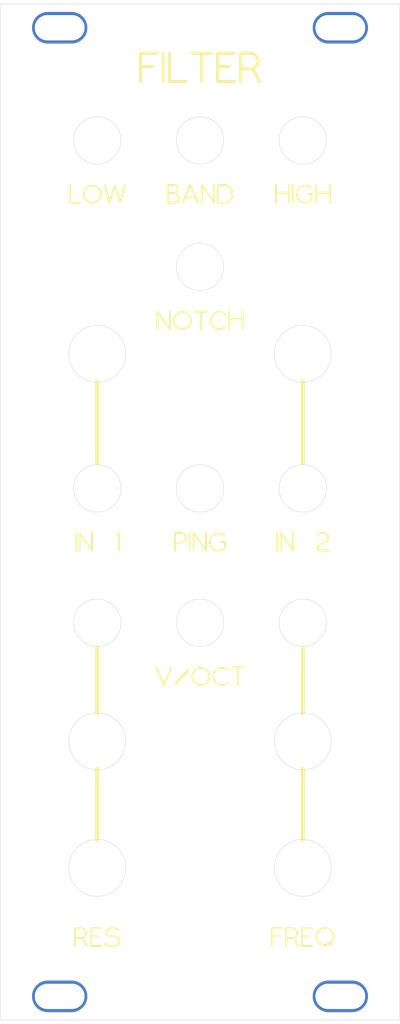
<source format=kicad_pcb>
(kicad_pcb (version 20241229) (generator "pcbnew") (generator_version "9.0")
  (title_block (comment 2 "creativecommons.org/licenses/by/4.0") (comment 3 "License: CC BY 4.0") (comment 4 "Author: Guy John"))
  (layers (0 "F.Cu" signal) (2 "B.Cu" signal) (5 "F.SilkS" user "F.Silkscreen") (7 "B.SilkS" user "B.Silkscreen") (1 "F.Mask" user) (3 "B.Mask" user) (25 "Edge.Cuts" user))
  (net 0 "")
  (footprint "Rumblesan_Panel_Hardware:PanelHole_3.2mm_M3_elongated" (layer "F.Cu") (at 112.25 166.25)
    (property "Reference" "REF**" (hide yes))
    (property "Value" "PanelHole_3.2mm_M3_elongated" (hide yes))
    (pad "" thru_hole oval (at 0 0) (size 7 4) (drill oval 6.3 3.2) (layers "*.Cu" "*.Mask"))
  )
  (footprint "Rumblesan_Panel_Hardware:PanelHole_3.2mm_M3_elongated" (layer "F.Cu") (at 112.25 43.75)
    (property "Reference" "REF**" (hide yes))
    (property "Value" "PanelHole_3.2mm_M3_elongated" (hide yes))
    (pad "" thru_hole oval (at 0 0) (size 7 4) (drill oval 6.3 3.2) (layers "*.Cu" "*.Mask"))
  )
  (footprint "Rumblesan_Panel_Hardware:PanelHole_3.2mm_M3_elongated" (layer "F.Cu") (at 76.75 43.75)
    (property "Reference" "REF**" (hide yes))
    (property "Value" "PanelHole_3.2mm_M3_elongated" (hide yes))
    (pad "" thru_hole oval (at 0 0) (size 7 4) (drill oval 6.3 3.2) (layers "*.Cu" "*.Mask"))
  )
  (footprint "Rumblesan_Panel_Hardware:PanelHole_3.2mm_M3_elongated" (layer "F.Cu") (at 76.75 166.25)
    (property "Reference" "REF**" (hide yes))
    (property "Value" "PanelHole_3.2mm_M3_elongated" (hide yes))
    (pad "" thru_hole oval (at 0 0) (size 7 4) (drill oval 6.3 3.2) (layers "*.Cu" "*.Mask"))
  )
  (gr_poly (pts (xy 104.223661 107.516613) (xy 104.229846 107.5171) (xy 104.235952 107.5179) (xy 104.241969 107.519006) (xy 104.247891 107.52041) (xy 104.253709 107.522102) (xy 104.259413 107.524075) (xy 104.264996 107.52632) (xy 104.27045 107.528828) (xy 104.275766 107.531592) (xy 104.280936 107.534602) (xy 104.285951 107.537851) (xy 104.290803 107.541329) (xy 104.295483 107.545029) (xy 104.299984 107.548943) (xy 104.304296 107.553061) (xy 104.308413 107.557375) (xy 104.312324 107.561877) (xy 104.316022 107.566559) (xy 104.319498 107.571411) (xy 104.322744 107.576427) (xy 104.325752 107.581596) (xy 104.328513 107.586911) (xy 104.331019 107.592364) (xy 104.333262 107.597946) (xy 104.335233 107.603648) (xy 104.336923 107.609463) (xy 104.338325 107.615381) (xy 104.33943 107.621394) (xy 104.34023 107.627495) (xy 104.340716 107.633674) (xy 104.340879 107.639923) (xy 104.340879 109.873001) (xy 104.340715 109.879577) (xy 104.340229 109.886062) (xy 104.339428 109.892449) (xy 104.338322 109.898729) (xy 104.336918 109.904895) (xy 104.335226 109.910939) (xy 104.333253 109.916853) (xy 104.331009 109.92263) (xy 104.3285 109.928262) (xy 104.325737 109.933741) (xy 104.322726 109.93906) (xy 104.319478 109.944211) (xy 104.315999 109.949185) (xy 104.312299 109.953976) (xy 104.308386 109.958576) (xy 104.304268 109.962977) (xy 104.299954 109.96717) (xy 104.295451 109.971149) (xy 104.29077 109.974906) (xy 104.285917 109.978433) (xy 104.280902 109.981722) (xy 104.275732 109.984765) (xy 104.270417 109.987556) (xy 104.264964 109.990085) (xy 104.259383 109.992346) (xy 104.25368 109.99433) (xy 104.247866 109.99603) (xy 104.241948 109.997439) (xy 104.235934 109.998548) (xy 104.229833 109.999349) (xy 104.223654 109.999836) (xy 104.217405 110) (xy 104.210829 109.999836) (xy 104.204344 109.999349) (xy 104.197958 109.998548) (xy 104.191678 109.997439) (xy 104.185512 109.99603) (xy 104.179468 109.99433) (xy 104.173553 109.992346) (xy 104.167776 109.990085) (xy 104.162144 109.987556) (xy 104.156665 109.984765) (xy 104.151346 109.981722) (xy 104.146196 109.978433) (xy 104.141221 109.974906) (xy 104.13643 109.971149) (xy 104.13183 109.96717) (xy 104.12743 109.962977) (xy 104.123236 109.958576) (xy 104.119257 109.953976) (xy 104.1155 109.949185) (xy 104.111974 109.944211) (xy 104.108685 109.93906) (xy 104.105641 109.933741) (xy 104.102851 109.928262) (xy 104.100321 109.92263) (xy 104.098061 109.916853) (xy 104.096076 109.910939) (xy 104.094376 109.904895) (xy 104.092968 109.898729) (xy 104.091859 109.892449) (xy 104.091057 109.886062) (xy 104.09057 109.879577) (xy 104.090406 109.873001) (xy 104.090406 107.639923) (xy 104.09057 107.633667) (xy 104.091057 107.627482) (xy 104.091859 107.621377) (xy 104.092968 107.615359) (xy 104.094376 107.609437) (xy 104.096076 107.60362) (xy 104.098061 107.597915) (xy 104.100321 107.592332) (xy 104.102851 107.586878) (xy 104.105641 107.581562) (xy 104.108685 107.576393) (xy 104.111974 107.571378) (xy 104.1155 107.566526) (xy 104.119257 107.561845) (xy 104.123236 107.557345) (xy 104.12743 107.553032) (xy 104.13183 107.548916) (xy 104.13643 107.545005) (xy 104.141221 107.541307) (xy 104.146196 107.537831) (xy 104.151346 107.534584) (xy 104.156665 107.531576) (xy 104.162144 107.528815) (xy 104.167776 107.526309) (xy 104.173553 107.524066) (xy 104.179468 107.522096) (xy 104.185512 107.520405) (xy 104.191678 107.519003) (xy 104.197958 107.517898) (xy 104.204344 107.517099) (xy 104.210829 107.516613) (xy 104.217405 107.516449)) (fill yes) (layer "F.SilkS"))
  (gr_poly (pts (xy 91.239146 63.517156) (xy 91.268042 63.519377) (xy 91.296534 63.523035) (xy 91.324584 63.528093) (xy 91.352156 63.534515) (xy 91.379214 63.542266) (xy 91.40572 63.551309) (xy 91.431637 63.561607) (xy 91.456929 63.573125) (xy 91.481559 63.585826) (xy 91.50549 63.599675) (xy 91.528686 63.614634) (xy 91.551109 63.630669) (xy 91.572722 63.647742) (xy 91.593489 63.665817) (xy 91.613374 63.684859) (xy 91.632338 63.704831) (xy 91.650346 63.725698) (xy 91.66736 63.747422) (xy 91.683344 63.769967) (xy 91.698261 63.793298) (xy 91.712074 63.817378) (xy 91.724746 63.842172) (xy 91.73624 63.867642) (xy 91.746521 63.893754) (xy 91.75555 63.920469) (xy 91.76329 63.947753) (xy 91.769706 63.97557) (xy 91.774761 64.003882) (xy 91.778417 64.032655) (xy 91.780637 64.061851) (xy 91.781385 64.091435) (xy 91.78032 64.126895) (xy 91.777162 64.161797) (xy 91.771968 64.196079) (xy 91.764794 64.229678) (xy 91.755698 64.262534) (xy 91.744737 64.294584) (xy 91.731967 64.325765) (xy 91.717445 64.356016) (xy 91.701229 64.385275) (xy 91.683374 64.41348) (xy 91.663938 64.440568) (xy 91.642977 64.466478) (xy 91.620549 64.491148) (xy 91.59671 64.514515) (xy 91.571517 64.536518) (xy 91.545027 64.557095) (xy 91.542512 64.559113) (xy 91.54018 64.561188) (xy 91.53803 64.563317) (xy 91.53606 64.565494) (xy 91.534269 64.567715) (xy 91.532656 64.569975) (xy 91.531219 64.57227) (xy 91.529957 64.574596) (xy 91.52887 64.576947) (xy 91.527955 64.57932) (xy 91.527212 64.581709) (xy 91.526639 64.58411) (xy 91.526235 64.586519) (xy 91.525999 64.588931) (xy 91.52593 64.591342) (xy 91.526026 64.593746) (xy 91.526286 64.59614) (xy 91.526708 64.598519) (xy 91.527293 64.600878) (xy 91.528037 64.603214) (xy 91.528941 64.60552) (xy 91.530003 64.607793) (xy 91.531221 64.610028) (xy 91.532594 64.612222) (xy 91.534122 64.614368) (xy 91.535802 64.616462) (xy 91.537634 64.618501) (xy 91.539616 64.62048) (xy 91.541748 64.622393) (xy 91.544027 64.624237) (xy 91.546453 64.626006) (xy 91.549025 64.627697) (xy 91.591751 64.652194) (xy 91.632545 64.679305) (xy 91.671293 64.708918) (xy 91.70788 64.740918) (xy 91.742194 64.775192) (xy 91.774121 64.811626) (xy 91.803547 64.850106) (xy 91.830358 64.890518) (xy 91.85444 64.93275) (xy 91.87568 64.976687) (xy 91.893965 65.022215) (xy 91.90918 65.069221) (xy 91.921212 65.117591) (xy 91.929946 65.167211) (xy 91.935271 65.217969) (xy 91.937071 65.269749) (xy 91.936117 65.307227) (xy 91.933289 65.344225) (xy 91.928632 65.380696) (xy 91.922195 65.416593) (xy 91.914024 65.45187) (xy 91.904166 65.48648) (xy 91.892669 65.520377) (xy 91.87958 65.553515) (xy 91.864945 65.585846) (xy 91.848813 65.617325) (xy 91.831229 65.647904) (xy 91.812242 65.677538) (xy 91.791899 65.706179) (xy 91.770246 65.733782) (xy 91.747331 65.7603) (xy 91.723201 65.785686) (xy 91.697903 65.809893) (xy 91.671484 65.832876) (xy 91.643992 65.854588) (xy 91.615473 65.874982) (xy 91.585975 65.894012) (xy 91.555545 65.91163) (xy 91.524229 65.927792) (xy 91.492076 65.94245) (xy 91.459133 65.955558) (xy 91.425445 65.967068) (xy 91.391062 65.976936) (xy 91.356029 65.985114) (xy 91.320394 65.991555) (xy 91.284204 65.996214) (xy 91.247506 65.999043) (xy 91.210348 65.999996) (xy 90.416601 65.999996) (xy 90.416136 65.99995) (xy 90.40956 65.999787) (xy 90.403076 65.9993) (xy 90.39669 65.998498) (xy 90.390411 65.997389) (xy 90.384245 65.995981) (xy 90.378202 65.994281) (xy 90.372288 65.992296) (xy 90.366511 65.990035) (xy 90.36088 65.987506) (xy 90.355401 65.984716) (xy 90.350082 65.981672) (xy 90.344932 65.978383) (xy 90.339957 65.974856) (xy 90.335167 65.9711) (xy 90.330567 65.967121) (xy 90.326167 65.962927) (xy 90.321974 65.958526) (xy 90.317995 65.953927) (xy 90.314238 65.949136) (xy 90.310711 65.944161) (xy 90.307423 65.939011) (xy 90.304379 65.933692) (xy 90.301589 65.928213) (xy 90.299059 65.922581) (xy 90.296799 65.916803) (xy 90.294814 65.910889) (xy 90.293114 65.904845) (xy 90.291706 65.898679) (xy 90.290597 65.892399) (xy 90.289795 65.886013) (xy 90.289308 65.879528) (xy 90.289144 65.872952) (xy 90.289144 64.800533) (xy 90.540052 64.800533) (xy 90.540052 65.70364) (xy 90.540093 65.705607) (xy 90.540216 65.70753) (xy 90.540418 65.70941) (xy 90.5407 65.711244) (xy 90.541058 65.713032) (xy 90.541493 65.714771) (xy 90.542003 65.716461) (xy 90.542587 65.7181) (xy 90.543243 65.719688) (xy 90.543969 65.721223) (xy 90.544766 65.722703) (xy 90.545631 65.724127) (xy 90.546564 65.725494) (xy 90.547562 65.726803) (xy 90.548626 65.728053) (xy 90.549752 65.729241) (xy 90.550941 65.730368) (xy 90.55219 65.731431) (xy 90.553499 65.73243) (xy 90.554867 65.733362) (xy 90.556291 65.734227) (xy 90.557771 65.735024) (xy 90.559306 65.735751) (xy 90.560893 65.736407) (xy 90.562533 65.73699) (xy 90.564223 65.7375) (xy 90.565962 65.737935) (xy 90.567749 65.738294) (xy 90.569584 65.738575) (xy 90.571463 65.738778) (xy 90.573387 65.7389) (xy 90.575354 65.738941) (xy 91.185667 65.738903) (xy 91.210643 65.738267) (xy 91.235278 65.736381) (xy 91.259544 65.733275) (xy 91.283411 65.728981) (xy 91.306849 65.723529) (xy 91.329829 65.71695) (xy 91.352319 65.709276) (xy 91.374292 65.700538) (xy 91.395717 65.690766) (xy 91.416565 65.679991) (xy 91.436805 65.668245) (xy 91.456409 65.655558) (xy 91.475345 65.641961) (xy 91.493586 65.627487) (xy 91.5111 65.612164) (xy 91.527859 65.596026) (xy 91.543832 65.579101) (xy 91.55899 65.561422) (xy 91.573303 65.54302) (xy 91.586741 65.523926) (xy 91.599275 65.504169) (xy 91.610875 65.483783) (xy 91.621511 65.462797) (xy 91.631154 65.441242) (xy 91.639774 65.41915) (xy 91.64734 65.396552) (xy 91.653824 65.373478) (xy 91.659196 65.34996) (xy 91.663426 65.326029) (xy 91.666484 65.301715) (xy 91.668341 65.277049) (xy 91.668966 65.252064) (xy 91.668341 65.227078) (xy 91.666484 65.202413) (xy 91.663426 65.178099) (xy 91.659196 65.154168) (xy 91.653824 65.13065) (xy 91.64734 65.107576) (xy 91.639774 65.084978) (xy 91.631154 65.062887) (xy 91.621511 65.041332) (xy 91.610875 65.020347) (xy 91.599275 64.99996) (xy 91.586741 64.980204) (xy 91.573303 64.96111) (xy 91.55899 64.942708) (xy 91.543832 64.92503) (xy 91.527859 64.908106) (xy 91.5111 64.891967) (xy 91.493586 64.876646) (xy 91.475345 64.862171) (xy 91.456409 64.848575) (xy 91.436805 64.835889) (xy 91.416565 64.824143) (xy 91.395717 64.813368) (xy 91.374292 64.803596) (xy 91.352319 64.794858) (xy 91.329829 64.787184) (xy 91.306849 64.780606) (xy 91.283411 64.775154) (xy 91.259544 64.77086) (xy 91.235278 64.767754) (xy 91.210643 64.765868) (xy 91.185667 64.765232) (xy 90.575354 64.765232) (xy 90.573387 64.765273) (xy 90.571463 64.765396) (xy 90.569584 64.765598) (xy 90.567749 64.765879) (xy 90.565962 64.766238) (xy 90.564223 64.766673) (xy 90.562533 64.767183) (xy 90.560893 64.767766) (xy 90.559306 64.768422) (xy 90.557771 64.769149) (xy 90.556291 64.769946) (xy 90.554867 64.770811) (xy 90.553499 64.771744) (xy 90.55219 64.772742) (xy 90.550941 64.773805) (xy 90.549752 64.774932) (xy 90.548626 64.776121) (xy 90.547562 64.77737) (xy 90.546564 64.778679) (xy 90.545631 64.780046) (xy 90.544766 64.781471) (xy 90.543969 64.782951) (xy 90.543243 64.784485) (xy 90.542587 64.786073) (xy 90.542003 64.787712) (xy 90.541493 64.789402) (xy 90.541058 64.791142) (xy 90.5407 64.792929) (xy 90.540418 64.794763) (xy 90.540216 64.796643) (xy 90.540093 64.798567) (xy 90.540052 64.800533) (xy 90.289144 64.800533) (xy 90.289144 63.798641) (xy 90.540052 63.798641) (xy 90.540052 64.475971) (xy 90.540093 64.477938) (xy 90.540216 64.479862) (xy 90.540418 64.481741) (xy 90.5407 64.483575) (xy 90.541058 64.485363) (xy 90.541493 64.487102) (xy 90.542003 64.488792) (xy 90.542587 64.490432) (xy 90.543243 64.492019) (xy 90.543969 64.493554) (xy 90.544766 64.495034) (xy 90.545631 64.496458) (xy 90.546564 64.497825) (xy 90.547562 64.499134) (xy 90.548626 64.500384) (xy 90.549752 64.501573) (xy 90.550941 64.502699) (xy 90.55219 64.503762) (xy 90.553499 64.504761) (xy 90.554867 64.505693) (xy 90.556291 64.506559) (xy 90.557771 64.507355) (xy 90.559306 64.508082) (xy 90.560893 64.508738) (xy 90.562533 64.509322) (xy 90.564223 64.509832) (xy 90.565962 64.510267) (xy 90.567749 64.510625) (xy 90.569584 64.510906) (xy 90.571463 64.511109) (xy 90.573387 64.511231) (xy 90.575354 64.511272) (xy 91.185667 64.511227) (xy 91.204731 64.510745) (xy 91.223545 64.509314) (xy 91.242084 64.506957) (xy 91.260327 64.503696) (xy 91.278249 64.499554) (xy 91.295828 64.494554) (xy 91.313039 64.488717) (xy 91.329861 64.482068) (xy 91.346269 64.474628) (xy 91.36224 64.46642) (xy 91.377752 64.457466) (xy 91.39278 64.44779) (xy 91.407302 64.437413) (xy 91.421295 64.426359) (xy 91.434734 64.41465) (xy 91.447597 64.402309) (xy 91.459861 64.389357) (xy 91.471502 64.375819) (xy 91.482498 64.361716) (xy 91.492824 64.347071) (xy 91.502457 64.331906) (xy 91.511375 64.316245) (xy 91.519554 64.30011) (xy 91.526971 64.283523) (xy 91.533602 64.266508) (xy 91.539424 64.249086) (xy 91.544415 64.23128) (xy 91.54855 64.213113) (xy 91.551807 64.194608) (xy 91.554162 64.175787) (xy 91.555592 64.156672) (xy 91.556074 64.137287) (xy 91.555592 64.117902) (xy 91.554162 64.098788) (xy 91.551807 64.079966) (xy 91.54855 64.061461) (xy 91.544415 64.043294) (xy 91.539425 64.025488) (xy 91.533603 64.008066) (xy 91.526972 63.99105) (xy 91.519555 63.974463) (xy 91.511377 63.958327) (xy 91.502459 63.942666) (xy 91.492826 63.927501) (xy 91.4825 63.912856) (xy 91.471505 63.898753) (xy 91.459864 63.885214) (xy 91.4476 63.872262) (xy 91.434737 63.85992) (xy 91.421298 63.848211) (xy 91.407306 63.837156) (xy 91.392784 63.826779) (xy 91.377755 63.817103) (xy 91.362244 63.808149) (xy 91.346272 63.79994) (xy 91.329864 63.7925) (xy 91.313042 63.78585) (xy 91.295831 63.780014) (xy 91.278252 63.775013) (xy 91.260329 63.770871) (xy 91.242086 63.76761) (xy 91.223546 63.765253) (xy 91.204732 63.763822) (xy 91.185667 63.76334) (xy 90.575354 63.76334) (xy 90.573387 63.763381) (xy 90.571463 63.763504) (xy 90.569584 63.763706) (xy 90.567749 63.763987) (xy 90.565962 63.764346) (xy 90.564223 63.764781) (xy 90.562533 63.765291) (xy 90.560893 63.765874) (xy 90.559306 63.76653) (xy 90.557771 63.767257) (xy 90.556291 63.768054) (xy 90.554867 63.768919) (xy 90.553499 63.769852) (xy 90.55219 63.77085) (xy 90.550941 63.771913) (xy 90.549752 63.77304) (xy 90.548626 63.774229) (xy 90.547562 63.775478) (xy 90.546564 63.776787) (xy 90.545631 63.778154) (xy 90.544766 63.779579) (xy 90.543969 63.781059) (xy 90.543243 63.782593) (xy 90.542587 63.784181) (xy 90.542003 63.78582) (xy 90.541493 63.78751) (xy 90.541058 63.78925) (xy 90.5407 63.791037) (xy 90.540418 63.792871) (xy 90.540216 63.794751) (xy 90.540093 63.796675) (xy 90.540052 63.798641) (xy 90.289144 63.798641) (xy 90.289144 63.639874) (xy 90.289309 63.633618) (xy 90.289796 63.627434) (xy 90.290599 63.621329) (xy 90.291709 63.615312) (xy 90.29312 63.609391) (xy 90.294822 63.603574) (xy 90.296809 63.59787) (xy 90.299072 63.592287) (xy 90.301604 63.586833) (xy 90.304398 63.581518) (xy 90.307444 63.576349) (xy 90.310736 63.571334) (xy 90.314265 63.566482) (xy 90.318024 63.561802) (xy 90.322006 63.557301) (xy 90.326201 63.552989) (xy 90.330604 63.548873) (xy 90.335205 63.544962) (xy 90.339997 63.541264) (xy 90.344972 63.537788) (xy 90.350123 63.534542) (xy 90.355441 63.531534) (xy 90.360919 63.528773) (xy 90.36655 63.526267) (xy 90.372325 63.524024) (xy 90.378236 63.522054) (xy 90.384276 63.520363) (xy 90.390437 63.518961) (xy 90.396711 63.517856) (xy 90.403091 63.517057) (xy 90.409568 63.516571) (xy 90.416136 63.516407) (xy 91.209883 63.516407)) (fill yes) (layer "F.SilkS"))
  (gr_line (start 107.499998 88.504162) (end 107.499998 98.824993) (stroke (width 0.499998)) (layer "F.SilkS"))
  (gr_poly (pts (xy 104.922178 157.516552) (xy 104.928363 157.517039) (xy 104.934468 157.517839) (xy 104.940486 157.518945) (xy 104.946408 157.520349) (xy 104.952225 157.522041) (xy 104.95793 157.524014) (xy 104.963513 157.526259) (xy 104.968967 157.528767) (xy 104.974283 157.531531) (xy 104.979453 157.534541) (xy 104.984468 157.53779) (xy 104.989319 157.541268) (xy 104.994 157.544968) (xy 104.998501 157.548882) (xy 105.002813 157.553) (xy 105.006929 157.557314) (xy 105.010841 157.561816) (xy 105.014538 157.566498) (xy 105.018015 157.57135) (xy 105.021261 157.576365) (xy 105.024269 157.581535) (xy 105.02703 157.58685) (xy 105.029536 157.592303) (xy 105.031779 157.597885) (xy 105.03375 157.603587) (xy 105.03544 157.609402) (xy 105.036842 157.61532) (xy 105.037947 157.621333) (xy 105.038747 157.627434) (xy 105.039232 157.633613) (xy 105.039396 157.639862) (xy 105.039232 157.646438) (xy 105.038746 157.652923) (xy 105.037945 157.65931) (xy 105.036839 157.66559) (xy 105.035435 157.671756) (xy 105.033743 157.6778) (xy 105.03177 157.683714) (xy 105.029525 157.689491) (xy 105.027017 157.695123) (xy 105.024254 157.700602) (xy 105.021243 157.705921) (xy 105.017995 157.711072) (xy 105.014516 157.716046) (xy 105.010816 157.720837) (xy 105.006903 157.725437) (xy 105.002785 157.729837) (xy 104.99847 157.734031) (xy 104.993968 157.73801) (xy 104.989287 157.741767) (xy 104.984434 157.745294) (xy 104.979419 157.748583) (xy 104.974249 157.751626) (xy 104.968934 157.754416) (xy 104.963481 157.756946) (xy 104.957899 157.759207) (xy 104.952197 157.761191) (xy 104.946383 157.762891) (xy 104.940464 157.7643) (xy 104.934451 157.765409) (xy 104.92835 157.76621) (xy 104.922171 157.766697) (xy 104.915922 157.766861) (xy 103.794096 157.766861) (xy 103.79213 157.766902) (xy 103.790207 157.767025) (xy 103.788328 157.767227) (xy 103.786494 157.767508) (xy 103.784707 157.767867) (xy 103.782969 157.768302) (xy 103.781279 157.768812) (xy 103.77964 157.769395) (xy 103.778053 157.770051) (xy 103.776519 157.770778) (xy 103.775039 157.771575) (xy 103.773615 157.77244) (xy 103.772248 157.773372) (xy 103.770939 157.77437) (xy 103.76969 157.775434) (xy 103.768501 157.77656) (xy 103.767375 157.777748) (xy 103.766312 157.778998) (xy 103.765314 157.780306) (xy 103.764381 157.781674) (xy 103.763516 157.783098) (xy 103.762719 157.784577) (xy 103.761992 157.786111) (xy 103.761337 157.787699) (xy 103.760753 157.789338) (xy 103.760243 157.791027) (xy 103.759808 157.792766) (xy 103.75945 157.794553) (xy 103.759168 157.796387) (xy 103.758966 157.798265) (xy 103.758843 157.800189) (xy 103.758802 157.802155) (xy 103.758802 158.518295) (xy 103.758843 158.520261) (xy 103.758966 158.522184) (xy 103.759168 158.524063) (xy 103.75945 158.525897) (xy 103.759808 158.527684) (xy 103.760243 158.529423) (xy 103.760753 158.531112) (xy 103.761337 158.532751) (xy 103.761992 158.534339) (xy 103.762719 158.535873) (xy 103.763516 158.537352) (xy 103.764381 158.538776) (xy 103.765314 158.540143) (xy 103.766312 158.541452) (xy 103.767375 158.542702) (xy 103.768501 158.54389) (xy 103.76969 158.545016) (xy 103.770939 158.546079) (xy 103.772248 158.547078) (xy 103.773615 158.54801) (xy 103.775039 158.548875) (xy 103.776519 158.549672) (xy 103.778053 158.550399) (xy 103.77964 158.551055) (xy 103.781279 158.551638) (xy 103.782969 158.552148) (xy 103.784707 158.552583) (xy 103.786494 158.552942) (xy 103.788328 158.553223) (xy 103.790207 158.553425) (xy 103.79213 158.553548) (xy 103.794096 158.553589) (xy 104.563139 158.553589) (xy 104.569395 158.553753) (xy 104.57558 158.554239) (xy 104.581685 158.55504) (xy 104.587703 158.556146) (xy 104.593625 158.55755) (xy 104.599442 158.559242) (xy 104.605147 158.561215) (xy 104.61073 158.56346) (xy 104.616184 158.565968) (xy 104.6215 158.568732) (xy 104.626669 158.571742) (xy 104.631684 158.574991) (xy 104.636536 158.578469) (xy 104.641217 158.582169) (xy 104.645718 158.586083) (xy 104.65003 158.5902) (xy 104.654146 158.594515) (xy 104.658057 158.599017) (xy 104.661755 158.603698) (xy 104.665232 158.608551) (xy 104.668478 158.613566) (xy 104.671486 158.618736) (xy 104.674247 158.624051) (xy 104.676753 158.629504) (xy 104.678996 158.635086) (xy 104.680966 158.640788) (xy 104.682657 158.646603) (xy 104.684059 158.652521) (xy 104.685164 158.658534) (xy 104.685963 158.664635) (xy 104.686449 158.670814) (xy 104.686613 158.677063) (xy 104.686449 158.68363) (xy 104.685962 158.690107) (xy 104.685162 158.696486) (xy 104.684056 158.70276) (xy 104.682652 158.708921) (xy 104.68096 158.714961) (xy 104.678987 158.720872) (xy 104.676742 158.726647) (xy 104.674234 158.732278) (xy 104.67147 158.737756) (xy 104.66846 158.743075) (xy 104.665211 158.748226) (xy 104.661733 158.753201) (xy 104.658033 158.757994) (xy 104.654119 158.762596) (xy 104.650001 158.766998) (xy 104.645687 158.771195) (xy 104.641185 158.775177) (xy 104.636504 158.778936) (xy 104.631651 158.782466) (xy 104.626636 158.785759) (xy 104.621466 158.788806) (xy 104.616151 158.791599) (xy 104.610698 158.794132) (xy 104.605116 158.796396) (xy 104.599414 158.798383) (xy 104.593599 158.800086) (xy 104.587681 158.801496) (xy 104.581668 158.802607) (xy 104.575567 158.80341) (xy 104.569388 158.803898) (xy 104.563139 158.804062) (xy 103.794096 158.804062) (xy 103.79213 158.804103) (xy 103.790207 158.804225) (xy 103.788328 158.804428) (xy 103.786494 158.804709) (xy 103.784707 158.805068) (xy 103.782969 158.805503) (xy 103.781279 158.806013) (xy 103.77964 158.806596) (xy 103.778053 158.807252) (xy 103.776519 158.807979) (xy 103.775039 158.808775) (xy 103.773615 158.809641) (xy 103.772248 158.810573) (xy 103.770939 158.811571) (xy 103.76969 158.812634) (xy 103.768501 158.813761) (xy 103.767375 158.814949) (xy 103.766312 158.816199) (xy 103.765314 158.817507) (xy 103.764381 158.818874) (xy 103.763516 158.820298) (xy 103.762719 158.821778) (xy 103.761992 158.823312) (xy 103.761337 158.824899) (xy 103.760753 158.826539) (xy 103.760243 158.828228) (xy 103.759808 158.829967) (xy 103.75945 158.831754) (xy 103.759168 158.833587) (xy 103.758966 158.835466) (xy 103.758843 158.83739) (xy 103.758802 158.839356) (xy 103.758802 159.873001) (xy 103.758638 159.879577) (xy 103.758152 159.886062) (xy 103.757351 159.892449) (xy 103.756245 159.898729) (xy 103.754841 159.904895) (xy 103.753149 159.910939) (xy 103.751176 159.916853) (xy 103.748932 159.92263) (xy 103.746423 159.928262) (xy 103.74366 159.933741) (xy 103.740649 159.93906) (xy 103.737401 159.944211) (xy 103.733922 159.949185) (xy 103.730222 159.953976) (xy 103.726309 159.958576) (xy 103.722191 159.962977) (xy 103.717877 159.96717) (xy 103.713374 159.971149) (xy 103.708693 159.974906) (xy 103.70384 159.978433) (xy 103.698825 159.981722) (xy 103.693655 159.984765) (xy 103.68834 159.987556) (xy 103.682887 159.990085) (xy 103.677306 159.992346) (xy 103.671603 159.99433) (xy 103.665789 159.99603) (xy 103.65987 159.997439) (xy 103.653857 159.998548) (xy 103.647756 159.999349) (xy 103.641577 159.999836) (xy 103.635328 160) (xy 103.635344 159.999939) (xy 103.628767 159.999775) (xy 103.622282 159.999288) (xy 103.615896 159.998487) (xy 103.609616 159.997378) (xy 103.60345 159.995969) (xy 103.597406 159.994269) (xy 103.591492 159.992285) (xy 103.585715 159.990024) (xy 103.580082 159.987494) (xy 103.574603 159.984704) (xy 103.569284 159.981661) (xy 103.564134 159.978372) (xy 103.559159 159.974845) (xy 103.554368 159.971088) (xy 103.549769 159.967109) (xy 103.545368 159.962915) (xy 103.541175 159.958515) (xy 103.537195 159.953915) (xy 103.533439 159.949124) (xy 103.529912 159.94415) (xy 103.526623 159.938999) (xy 103.523579 159.93368) (xy 103.520789 159.928201) (xy 103.51826 159.922569) (xy 103.515999 159.916792) (xy 103.514015 159.910878) (xy 103.512314 159.904834) (xy 103.510906 159.898668) (xy 103.509797 159.892388) (xy 103.508995 159.886001) (xy 103.508509 159.879516) (xy 103.508345 159.87294) (xy 103.508345 157.639862) (xy 103.508498 157.633618) (xy 103.508956 157.627465) (xy 103.50971 157.621411) (xy 103.510754 157.615462) (xy 103.512083 157.609623) (xy 103.513689 157.603901) (xy 103.515567 157.598303) (xy 103.517709 157.592833) (xy 103.52011 157.587499) (xy 103.522762 157.582306) (xy 103.52566 157.577262) (xy 103.528797 157.572371) (xy 103.532166 157.56764) (xy 103.535762 157.563076) (xy 103.539577 157.558684) (xy 103.543606 157.55447) (xy 103.547841 157.550442) (xy 103.552277 157.546604) (xy 103.556907 157.542963) (xy 103.561724 157.539526) (xy 103.566723 157.536299) (xy 103.571896 157.533287) (xy 103.577237 157.530497) (xy 103.582741 157.527935) (xy 103.588399 157.525607) (xy 103.594207 157.523519) (xy 103.600157 157.521678) (xy 103.606243 157.52009) (xy 103.612458 157.518761) (xy 103.618797 157.517697) (xy 103.625253 157.516904) (xy 103.631819 157.516388) (xy 104.915922 157.516388)) (fill yes) (layer "F.SilkS"))
  (gr_poly (pts (xy 97.803048 63.519958) (xy 97.851146 63.526477) (xy 97.898601 63.535931) (xy 97.945349 63.548245) (xy 97.991327 63.563347) (xy 98.036472 63.581164) (xy 98.080721 63.601623) (xy 98.124009 63.62465) (xy 98.166275 63.650174) (xy 98.207454 63.678121) (xy 98.247483 63.708417) (xy 98.286299 63.740991) (xy 98.323839 63.775768) (xy 98.360039 63.812677) (xy 98.428166 63.892594) (xy 98.490176 63.98016) (xy 98.54556 64.07479) (xy 98.593814 64.1759) (xy 98.634429 64.282906) (xy 98.666901 64.395224) (xy 98.690722 64.512271) (xy 98.69923 64.572385) (xy 98.705386 64.633462) (xy 98.709126 64.695429) (xy 98.710386 64.758213) (xy 98.709136 64.820999) (xy 98.705424 64.882967) (xy 98.699314 64.944045) (xy 98.690866 65.004159) (xy 98.680142 65.063238) (xy 98.667203 65.121207) (xy 98.65211 65.177993) (xy 98.634925 65.233525) (xy 98.615709 65.287728) (xy 98.594524 65.340531) (xy 98.57143 65.391859) (xy 98.54649 65.44164) (xy 98.519764 65.489801) (xy 98.491314 65.536269) (xy 98.461202 65.580971) (xy 98.429488 65.623834) (xy 98.396235 65.664785) (xy 98.361502 65.703751) (xy 98.325353 65.740659) (xy 98.287848 65.775436) (xy 98.249048 65.80801) (xy 98.209015 65.838307) (xy 98.167811 65.866254) (xy 98.125496 65.891778) (xy 98.082132 65.914806) (xy 98.037781 65.935266) (xy 97.992503 65.953084) (xy 97.946361 65.968188) (xy 97.899415 65.980504) (xy 97.851727 65.989959) (xy 97.803358 65.996481) (xy 97.75437 65.999996) (xy 96.798338 65.999996) (xy 96.798338 65.999989) (xy 96.791762 65.999825) (xy 96.785277 65.999338) (xy 96.77889 65.998536) (xy 96.77261 65.997427) (xy 96.766444 65.996019) (xy 96.7604 65.994319) (xy 96.754486 65.992334) (xy 96.748709 65.990073) (xy 96.743077 65.987544) (xy 96.737598 65.984754) (xy 96.732279 65.98171) (xy 96.727128 65.978421) (xy 96.722154 65.974894) (xy 96.717363 65.971138) (xy 96.712763 65.967159) (xy 96.708363 65.962965) (xy 96.704169 65.958565) (xy 96.70019 65.953965) (xy 96.696433 65.949174) (xy 96.692906 65.944199) (xy 96.689617 65.939049) (xy 96.686574 65.93373) (xy 96.683784 65.928251) (xy 96.681254 65.922619) (xy 96.678993 65.916842) (xy 96.677009 65.910927) (xy 96.675309 65.904883) (xy 96.6739 65.898717) (xy 96.672791 65.892437) (xy 96.67199 65.886051) (xy 96.671503 65.879566) (xy 96.671339 65.87299) (xy 96.671339 63.809223) (xy 96.921789 63.809223) (xy 96.921789 65.717754) (xy 96.92183 65.719721) (xy 96.921953 65.721645) (xy 96.922155 65.723524) (xy 96.922436 65.725359) (xy 96.922795 65.727146) (xy 96.92323 65.728885) (xy 96.92374 65.730575) (xy 96.924323 65.732215) (xy 96.924979 65.733802) (xy 96.925706 65.735337) (xy 96.926503 65.736817) (xy 96.927368 65.738241) (xy 96.928301 65.739609) (xy 96.929299 65.740918) (xy 96.930362 65.742167) (xy 96.931489 65.743356) (xy 96.932678 65.744482) (xy 96.933927 65.745546) (xy 96.935236 65.746544) (xy 96.936603 65.747476) (xy 96.938028 65.748342) (xy 96.939508 65.749139) (xy 96.941042 65.749865) (xy 96.94263 65.750521) (xy 96.944269 65.751105) (xy 96.945959 65.751615) (xy 96.947699 65.75205) (xy 96.949486 65.752408) (xy 96.95132 65.75269) (xy 96.9532 65.752892) (xy 96.955124 65.753015) (xy 96.95709 65.753056) (xy 97.704977 65.753002) (xy 97.743787 65.750128) (xy 97.782133 65.744854) (xy 97.819966 65.737236) (xy 97.857234 65.727336) (xy 97.893886 65.71521) (xy 97.929874 65.700919) (xy 97.965146 65.684521) (xy 97.999652 65.666074) (xy 98.033342 65.645638) (xy 98.066165 65.623271) (xy 98.098071 65.599031) (xy 98.129009 65.572979) (xy 98.158929 65.545172) (xy 98.187781 65.51567) (xy 98.242078 65.451814) (xy 98.291497 65.38188) (xy 98.335634 65.30634) (xy 98.374087 65.225663) (xy 98.406453 65.14032) (xy 98.432328 65.050781) (xy 98.451309 64.957517) (xy 98.458089 64.909634) (xy 98.462994 64.860997) (xy 98.465974 64.811663) (xy 98.466978 64.761692) (xy 98.465984 64.711731) (xy 98.463033 64.662427) (xy 98.458173 64.613836) (xy 98.451454 64.566018) (xy 98.442924 64.519029) (xy 98.432631 64.472926) (xy 98.420624 64.427768) (xy 98.406951 64.383612) (xy 98.39166 64.340515) (xy 98.3748 64.298534) (xy 98.35642 64.257728) (xy 98.336568 64.218154) (xy 98.315291 64.179869) (xy 98.29264 64.142931) (xy 98.268662 64.107398) (xy 98.243405 64.073326) (xy 98.216919 64.040774) (xy 98.189251 64.009798) (xy 98.16045 63.980457) (xy 98.130565 63.952808) (xy 98.099643 63.926908) (xy 98.067734 63.902816) (xy 98.034885 63.880587) (xy 98.001146 63.860281) (xy 97.966564 63.841954) (xy 97.931189 63.825664) (xy 97.895068 63.811469) (xy 97.85825 63.799425) (xy 97.820783 63.789592) (xy 97.782717 63.782025) (xy 97.744098 63.776782) (xy 97.704977 63.773922) (xy 96.95709 63.773922) (xy 96.955124 63.773963) (xy 96.9532 63.774086) (xy 96.95132 63.774288) (xy 96.949486 63.774569) (xy 96.947699 63.774928) (xy 96.945959 63.775363) (xy 96.944269 63.775873) (xy 96.94263 63.776456) (xy 96.941042 63.777112) (xy 96.939508 63.777839) (xy 96.938028 63.778636) (xy 96.936603 63.779501) (xy 96.935236 63.780434) (xy 96.933927 63.781432) (xy 96.932678 63.782495) (xy 96.931489 63.783622) (xy 96.930362 63.784811) (xy 96.929299 63.78606) (xy 96.928301 63.787369) (xy 96.927368 63.788736) (xy 96.926503 63.790161) (xy 96.925706 63.791641) (xy 96.924979 63.793175) (xy 96.924323 63.794763) (xy 96.92374 63.796402) (xy 96.92323 63.798092) (xy 96.922795 63.799832) (xy 96.922436 63.801619) (xy 96.922155 63.803453) (xy 96.921953 63.805333) (xy 96.92183 63.807257) (xy 96.921789 63.809223) (xy 96.671339 63.809223) (xy 96.671339 63.639912) (xy 96.671503 63.633657) (xy 96.671991 63.627472) (xy 96.672794 63.621367) (xy 96.673904 63.61535) (xy 96.675315 63.609429) (xy 96.677017 63.603612) (xy 96.679004 63.597908) (xy 96.681268 63.592325) (xy 96.6838 63.586871) (xy 96.686594 63.581556) (xy 96.68964 63.576387) (xy 96.692933 63.571372) (xy 96.696462 63.56652) (xy 96.700222 63.56184) (xy 96.704204 63.55734) (xy 96.7084 63.553027) (xy 96.712802 63.548911) (xy 96.717404 63.545) (xy 96.722196 63.541302) (xy 96.727172 63.537826) (xy 96.732323 63.53458) (xy 96.737642 63.531572) (xy 96.74312 63.528811) (xy 96.748751 63.526305) (xy 96.754526 63.524063) (xy 96.760437 63.522092) (xy 96.766478 63.520401) (xy 96.772639 63.518999) (xy 96.778913 63.517895) (xy 96.785293 63.517095) (xy 96.791771 63.516609) (xy 96.798338 63.516445) (xy 97.75437 63.516445)) (fill yes) (layer "F.SilkS"))
  (gr_poly (pts (xy 99.285444 127) (xy 99.285414 127) (xy 99.285429 127)) (fill yes) (layer "F.SilkS"))
  (gr_poly (pts (xy 81.961333 157.516537) (xy 81.967518 157.517023) (xy 81.973624 157.517824) (xy 81.979643 157.51893) (xy 81.985565 157.520334) (xy 81.991383 157.522026) (xy 81.997088 157.523999) (xy 82.002672 157.526244) (xy 82.008126 157.528752) (xy 82.013442 157.531515) (xy 82.018612 157.534526) (xy 82.023627 157.537774) (xy 82.02848 157.541253) (xy 82.03316 157.544953) (xy 82.037661 157.548866) (xy 82.041974 157.552984) (xy 82.04609 157.557299) (xy 82.050002 157.561801) (xy 82.0537 157.566482) (xy 82.057176 157.571335) (xy 82.060422 157.57635) (xy 82.06343 157.58152) (xy 82.066192 157.586835) (xy 82.068698 157.592288) (xy 82.07094 157.59787) (xy 82.072911 157.603572) (xy 82.074602 157.609386) (xy 82.076004 157.615305) (xy 82.077109 157.621318) (xy 82.077908 157.627419) (xy 82.078394 157.633598) (xy 82.078558 157.639847) (xy 82.078394 157.646423) (xy 82.077907 157.652908) (xy 82.077107 157.659294) (xy 82.076 157.665574) (xy 82.074597 157.67174) (xy 82.072904 157.677784) (xy 82.070931 157.683699) (xy 82.068686 157.689476) (xy 82.066177 157.695108) (xy 82.063414 157.700587) (xy 82.060403 157.705906) (xy 82.057154 157.711057) (xy 82.053675 157.716031) (xy 82.049974 157.720822) (xy 82.046061 157.725422) (xy 82.041943 157.729822) (xy 82.037628 157.734016) (xy 82.033125 157.737995) (xy 82.028444 157.741752) (xy 82.023591 157.745278) (xy 82.018575 157.748567) (xy 82.013405 157.751611) (xy 82.008089 157.754401) (xy 82.002636 157.756931) (xy 81.997054 157.759191) (xy 81.991352 157.761176) (xy 81.985537 157.762876) (xy 81.979619 157.764285) (xy 81.973605 157.765394) (xy 81.967504 157.766195) (xy 81.961325 157.766682) (xy 81.955076 157.766846) (xy 80.83325 157.766846) (xy 80.831283 157.766887) (xy 80.82936 157.767009) (xy 80.82748 157.767212) (xy 80.825646 157.767493) (xy 80.823858 157.767852) (xy 80.822119 157.768287) (xy 80.820429 157.768796) (xy 80.81879 157.76938) (xy 80.817202 157.770036) (xy 80.815668 157.770763) (xy 80.814187 157.771559) (xy 80.812763 157.772424) (xy 80.811396 157.773357) (xy 80.810087 157.774355) (xy 80.808837 157.775418) (xy 80.807649 157.776545) (xy 80.806522 157.777733) (xy 80.805459 157.778982) (xy 80.80446 157.780291) (xy 80.803528 157.781658) (xy 80.802663 157.783082) (xy 80.801866 157.784562) (xy 80.801139 157.786096) (xy 80.800483 157.787683) (xy 80.7999 157.789322) (xy 80.79939 157.791012) (xy 80.798955 157.792751) (xy 80.798596 157.794538) (xy 80.798315 157.796371) (xy 80.798112 157.79825) (xy 80.79799 157.800173) (xy 80.797949 157.802139) (xy 80.797949 158.51828) (xy 80.79799 158.520246) (xy 80.798112 158.522169) (xy 80.798315 158.524048) (xy 80.798596 158.525882) (xy 80.798955 158.527669) (xy 80.79939 158.529407) (xy 80.7999 158.531097) (xy 80.800483 158.532736) (xy 80.801139 158.534323) (xy 80.801866 158.535857) (xy 80.802663 158.537337) (xy 80.803528 158.538761) (xy 80.80446 158.540128) (xy 80.805459 158.541437) (xy 80.806522 158.542686) (xy 80.807649 158.543875) (xy 80.808837 158.545001) (xy 80.810087 158.546064) (xy 80.811396 158.547063) (xy 80.812763 158.547995) (xy 80.814187 158.54886) (xy 80.815668 158.549657) (xy 80.817202 158.550384) (xy 80.81879 158.55104) (xy 80.820429 158.551623) (xy 80.822119 158.552133) (xy 80.823858 158.552568) (xy 80.825646 158.552926) (xy 80.82748 158.553208) (xy 80.82936 158.55341) (xy 80.831283 158.553533) (xy 80.83325 158.553574) (xy 81.602308 158.553574) (xy 81.608563 158.553738) (xy 81.614748 158.554224) (xy 81.620853 158.555025) (xy 81.62687 158.556131) (xy 81.632791 158.557535) (xy 81.638608 158.559227) (xy 81.644312 158.5612) (xy 81.649895 158.563444) (xy 81.655348 158.565953) (xy 81.660664 158.568716) (xy 81.665833 158.571727) (xy 81.670848 158.574975) (xy 81.6757 158.578454) (xy 81.68038 158.582154) (xy 81.68488 158.586067) (xy 81.689193 158.590185) (xy 81.693309 158.594499) (xy 81.69722 158.599002) (xy 81.700917 158.603683) (xy 81.704394 158.608536) (xy 81.70764 158.613551) (xy 81.710648 158.618721) (xy 81.713409 158.624036) (xy 81.715915 158.629489) (xy 81.718157 158.63507) (xy 81.720128 158.640773) (xy 81.721819 158.646587) (xy 81.72322 158.652506) (xy 81.724325 158.658519) (xy 81.725125 158.66462) (xy 81.725611 158.670799) (xy 81.725775 158.677048) (xy 81.725611 158.683614) (xy 81.725124 158.690091) (xy 81.724324 158.696471) (xy 81.723218 158.702745) (xy 81.721814 158.708906) (xy 81.720122 158.714946) (xy 81.71815 158.720857) (xy 81.715905 158.726632) (xy 81.713397 158.732262) (xy 81.710634 158.737741) (xy 81.707624 158.743059) (xy 81.704376 158.748211) (xy 81.700897 158.753186) (xy 81.697197 158.757979) (xy 81.693285 158.76258) (xy 81.689167 158.766983) (xy 81.684853 158.771179) (xy 81.680351 158.775161) (xy 81.67567 158.778921) (xy 81.670818 158.782451) (xy 81.665803 158.785743) (xy 81.660634 158.78879) (xy 81.655319 158.791584) (xy 81.649866 158.794117) (xy 81.644285 158.79638) (xy 81.638582 158.798368) (xy 81.632768 158.80007) (xy 81.62685 158.801481) (xy 81.620837 158.802592) (xy 81.614736 158.803395) (xy 81.608557 158.803882) (xy 81.602308 158.804047) (xy 80.83325 158.804047) (xy 80.831283 158.804088) (xy 80.82936 158.80421) (xy 80.82748 158.804413) (xy 80.825646 158.804694) (xy 80.823858 158.805053) (xy 80.822119 158.805488) (xy 80.820429 158.805997) (xy 80.81879 158.806581) (xy 80.817202 158.807237) (xy 80.815668 158.807964) (xy 80.814187 158.80876) (xy 80.812763 158.809625) (xy 80.811396 158.810558) (xy 80.810087 158.811556) (xy 80.808837 158.812619) (xy 80.807649 158.813746) (xy 80.806522 158.814934) (xy 80.805459 158.816183) (xy 80.80446 158.817492) (xy 80.803528 158.818859) (xy 80.802663 158.820283) (xy 80.801866 158.821763) (xy 80.801139 158.823297) (xy 80.800483 158.824884) (xy 80.7999 158.826523) (xy 80.79939 158.828213) (xy 80.798955 158.829952) (xy 80.798596 158.831739) (xy 80.798315 158.833572) (xy 80.798112 158.835451) (xy 80.79799 158.837374) (xy 80.797949 158.83934) (xy 80.797949 159.714233) (xy 80.79799 159.716199) (xy 80.798112 159.718123) (xy 80.798315 159.720002) (xy 80.798596 159.721835) (xy 80.798955 159.723622) (xy 80.79939 159.725361) (xy 80.7999 159.72705) (xy 80.800483 159.728689) (xy 80.801139 159.730277) (xy 80.801866 159.731811) (xy 80.802663 159.733291) (xy 80.803528 159.734715) (xy 80.80446 159.736082) (xy 80.805459 159.73739) (xy 80.806522 159.73864) (xy 80.807649 159.739828) (xy 80.808837 159.740955) (xy 80.810087 159.742018) (xy 80.811396 159.743016) (xy 80.812763 159.743948) (xy 80.814187 159.744813) (xy 80.815668 159.74561) (xy 80.817202 159.746337) (xy 80.81879 159.746993) (xy 80.820429 159.747576) (xy 80.822119 159.748086) (xy 80.823858 159.748521) (xy 80.825646 159.74888) (xy 80.82748 159.749161) (xy 80.82936 159.749364) (xy 80.831283 159.749486) (xy 80.83325 159.749527) (xy 82.008001 159.749527) (xy 82.014256 159.749691) (xy 82.020441 159.750178) (xy 82.026546 159.750978) (xy 82.032563 159.752084) (xy 82.038484 159.753488) (xy 82.044301 159.75518) (xy 82.050005 159.757153) (xy 82.055588 159.759398) (xy 82.061042 159.761906) (xy 82.066357 159.76467) (xy 82.071526 159.76768) (xy 82.076541 159.770929) (xy 82.081393 159.774407) (xy 82.086073 159.778107) (xy 82.090573 159.782021) (xy 82.094886 159.786139) (xy 82.099002 159.790453) (xy 82.102913 159.794955) (xy 82.106611 159.799637) (xy 82.110087 159.804489) (xy 82.113333 159.809505) (xy 82.116341 159.814674) (xy 82.119102 159.819989) (xy 82.121608 159.825442) (xy 82.12385 159.831024) (xy 82.125821 159.836726) (xy 82.127512 159.842541) (xy 82.128913 159.848459) (xy 82.130018 159.854472) (xy 82.130818 159.860573) (xy 82.131304 159.866752) (xy 82.131468 159.873001) (xy 82.131304 159.879577) (xy 82.130817 159.886062) (xy 82.130017 159.892449) (xy 82.128911 159.898729) (xy 82.127507 159.904895) (xy 82.125815 159.910939) (xy 82.123843 159.916853) (xy 82.121598 159.92263) (xy 82.11909 159.928262) (xy 82.116327 159.933741) (xy 82.113317 159.93906) (xy 82.110069 159.944211) (xy 82.10659 159.949185) (xy 82.102891 159.953976) (xy 82.098978 159.958576) (xy 82.09486 159.962977) (xy 82.090546 159.96717) (xy 82.086044 159.971149) (xy 82.081363 159.974906) (xy 82.076511 159.978433) (xy 82.071496 159.981722) (xy 82.066327 159.984765) (xy 82.061012 159.987556) (xy 82.055559 159.990085) (xy 82.049978 159.992346) (xy 82.044276 159.99433) (xy 82.038461 159.99603) (xy 82.032543 159.997439) (xy 82.02653 159.998548) (xy 82.020429 159.999349) (xy 82.01425 159.999836) (xy 82.008001 160) (xy 80.67098 160) (xy 80.670973 159.999924) (xy 80.664409 159.99945) (xy 80.657955 159.998692) (xy 80.651617 159.997657) (xy 80.645403 159.996351) (xy 80.639318 159.994778) (xy 80.633368 159.992945) (xy 80.627561 159.990858) (xy 80.621903 159.988522) (xy 80.6164 159.985943) (xy 80.611058 159.983127) (xy 80.605885 159.98008) (xy 80.600886 159.976807) (xy 80.596068 159.973315) (xy 80.591438 159.969609) (xy 80.587001 159.965695) (xy 80.582765 159.961578) (xy 80.578735 159.957265) (xy 80.574919 159.952762) (xy 80.571322 159.948073) (xy 80.567952 159.943205) (xy 80.564814 159.938164) (xy 80.561915 159.932955) (xy 80.559261 159.927585) (xy 80.55686 159.922058) (xy 80.554717 159.916381) (xy 80.552838 159.91056) (xy 80.551231 159.9046) (xy 80.549902 159.898508) (xy 80.548857 159.892288) (xy 80.548102 159.885947) (xy 80.547645 159.879491) (xy 80.547491 159.872925) (xy 80.547491 157.639847) (xy 80.547645 157.633602) (xy 80.548102 157.62745) (xy 80.548856 157.621396) (xy 80.549901 157.615447) (xy 80.55123 157.609608) (xy 80.552836 157.603886) (xy 80.554714 157.598287) (xy 80.556857 157.592818) (xy 80.559257 157.587484) (xy 80.56191 157.582291) (xy 80.564808 157.577246) (xy 80.567946 157.572356) (xy 80.571315 157.567625) (xy 80.574911 157.56306) (xy 80.578727 157.558668) (xy 80.582756 157.554455) (xy 80.586992 157.550426) (xy 80.591428 157.546589) (xy 80.596058 157.542948) (xy 80.600876 157.539511) (xy 80.605875 157.536283) (xy 80.611048 157.533272) (xy 80.61639 157.530481) (xy 80.621893 157.527919) (xy 80.627552 157.525591) (xy 80.63336 157.523504) (xy 80.63931 157.521663) (xy 80.645396 157.520075) (xy 80.651612 157.518746) (xy 80.657951 157.517681) (xy 80.664407 157.516888) (xy 80.670973 157.516373) (xy 81.955076 157.516373)) (fill yes) (layer "F.SilkS"))
  (gr_poly (pts (xy 84.240277 107.516613) (xy 84.246461 107.5171) (xy 84.252566 107.5179) (xy 84.258584 107.519006) (xy 84.264505 107.52041) (xy 84.270322 107.522102) (xy 84.276026 107.524075) (xy 84.281609 107.52632) (xy 84.287062 107.528828) (xy 84.292378 107.531592) (xy 84.297547 107.534602) (xy 84.302562 107.537851) (xy 84.307413 107.541329) (xy 84.312094 107.545029) (xy 84.316594 107.548943) (xy 84.320907 107.553061) (xy 84.325022 107.557375) (xy 84.328934 107.561877) (xy 84.332631 107.566559) (xy 84.336107 107.571411) (xy 84.339354 107.576427) (xy 84.342362 107.581596) (xy 84.345123 107.586911) (xy 84.347629 107.592364) (xy 84.349871 107.597946) (xy 84.351842 107.603648) (xy 84.353532 107.609463) (xy 84.354934 107.615381) (xy 84.356039 107.621394) (xy 84.356839 107.627495) (xy 84.357325 107.633674) (xy 84.357489 107.639923) (xy 84.357489 109.873001) (xy 84.357325 109.879577) (xy 84.356838 109.886062) (xy 84.356038 109.892449) (xy 84.354931 109.898729) (xy 84.353528 109.904895) (xy 84.351836 109.910939) (xy 84.349864 109.916853) (xy 84.347619 109.92263) (xy 84.345111 109.928262) (xy 84.342348 109.933741) (xy 84.339338 109.93906) (xy 84.336089 109.944211) (xy 84.332611 109.949185) (xy 84.328911 109.953976) (xy 84.324998 109.958576) (xy 84.320881 109.962977) (xy 84.316567 109.96717) (xy 84.312065 109.971149) (xy 84.307384 109.974906) (xy 84.302532 109.978433) (xy 84.297517 109.981722) (xy 84.292347 109.984765) (xy 84.287032 109.987556) (xy 84.28158 109.990085) (xy 84.275998 109.992346) (xy 84.270296 109.99433) (xy 84.264482 109.99603) (xy 84.258564 109.997439) (xy 84.252551 109.998548) (xy 84.24645 109.999349) (xy 84.240271 109.999836) (xy 84.234022 110) (xy 84.23406 109.999985) (xy 84.227484 109.999821) (xy 84.220999 109.999334) (xy 84.214613 109.998533) (xy 84.208333 109.997424) (xy 84.202167 109.996015) (xy 84.196123 109.994315) (xy 84.190208 109.99233) (xy 84.184431 109.99007) (xy 84.178799 109.98754) (xy 84.17332 109.98475) (xy 84.168001 109.981706) (xy 84.162851 109.978417) (xy 84.157876 109.974891) (xy 84.153085 109.971134) (xy 84.148485 109.967155) (xy 84.144085 109.962961) (xy 84.139891 109.958561) (xy 84.135912 109.953961) (xy 84.132155 109.94917) (xy 84.128629 109.944196) (xy 84.12534 109.939045) (xy 84.122296 109.933726) (xy 84.119506 109.928247) (xy 84.116976 109.922615) (xy 84.114716 109.916838) (xy 84.112731 109.910923) (xy 84.111031 109.904879) (xy 84.109623 109.898713) (xy 84.108514 109.892433) (xy 84.107712 109.886047) (xy 84.107225 109.879562) (xy 84.107061 109.872986) (xy 84.107061 108.123215) (xy 84.10699 108.120582) (xy 84.106777 108.117974) (xy 84.106427 108.115394) (xy 84.105945 108.112846) (xy 84.105333 108.110334) (xy 84.104596 108.107862) (xy 84.103737 108.105433) (xy 84.102761 108.103053) (xy 84.101671 108.100724) (xy 84.100471 108.09845) (xy 84.099165 108.096236) (xy 84.097758 108.094084) (xy 84.096252 108.092) (xy 84.094652 108.089987) (xy 84.092962 108.088049) (xy 84.091185 108.086189) (xy 84.089325 108.084412) (xy 84.087387 108.082722) (xy 84.085374 108.081122) (xy 84.08329 108.079616) (xy 84.081138 108.078208) (xy 84.078924 108.076903) (xy 84.07665 108.075703) (xy 84.074321 108.074613) (xy 84.071941 108.073637) (xy 84.069512 108.072778) (xy 84.06704 108.072041) (xy 84.064528 108.071429) (xy 84.06198 108.070946) (xy 84.0594 108.070597) (xy 84.056792 108.070384) (xy 84.054159 108.070313) (xy 83.916578 108.070313) (xy 83.909091 108.070078) (xy 83.901861 108.069386) (xy 83.894896 108.068255) (xy 83.888205 108.066702) (xy 83.881796 108.064747) (xy 83.875677 108.062407) (xy 83.869857 108.0597) (xy 83.864344 108.056644) (xy 83.859146 108.053257) (xy 83.854272 108.049557) (xy 83.849731 108.045564) (xy 83.84553 108.041293) (xy 83.841679 108.036764) (xy 83.838184 108.031995) (xy 83.835056 108.027004) (xy 83.832302 108.021809) (xy 83.829931 108.016427) (xy 83.82795 108.010878) (xy 83.826369 108.005178) (xy 83.825196 107.999347) (xy 83.824439 107.993402) (xy 83.824106 107.987362) (xy 83.824206 107.981244) (xy 83.824748 107.975066) (xy 83.825739 107.968847) (xy 83.827189 107.962605) (xy 83.829105 107.956358) (xy 83.831496 107.950123) (xy 83.83437 107.943919) (xy 83.837736 107.937764) (xy 83.841602 107.931677) (xy 83.845976 107.925674) (xy 83.933546 107.81288) (xy 84.004827 107.721831) (xy 84.035161 107.683816) (xy 84.062385 107.650462) (xy 84.086818 107.621511) (xy 84.108781 107.596705) (xy 84.118936 107.585775) (xy 84.128595 107.575784) (xy 84.137796 107.566701) (xy 84.146579 107.558492) (xy 84.154986 107.551125) (xy 84.163055 107.544569) (xy 84.170828 107.53879) (xy 84.178343 107.533757) (xy 84.185642 107.529436) (xy 84.192764 107.525797) (xy 84.199748 107.522806) (xy 84.206637 107.520431) (xy 84.213468 107.518641) (xy 84.220283 107.517402) (xy 84.227121 107.516682) (xy 84.234022 107.516449)) (fill yes) (layer "F.SilkS"))
  (gr_line (start 107.499998 137.499985) (end 107.499998 146.49997) (stroke (width 0.1)) (layer "F.SilkS"))
  (gr_poly (pts (xy 96.993907 79.594739) (xy 97.047337 79.598282) (xy 97.100158 79.604129) (xy 97.152311 79.612235) (xy 97.203741 79.622553) (xy 97.25439 79.635035) (xy 97.304203 79.649637) (xy 97.353121 79.666311) (xy 97.401088 79.685011) (xy 97.448047 79.70569) (xy 97.493942 79.728302) (xy 97.538716 79.7528) (xy 97.582311 79.779138) (xy 97.624671 79.807269) (xy 97.665739 79.837147) (xy 97.705458 79.868725) (xy 97.713827 79.87575) (xy 97.721743 79.882924) (xy 97.729207 79.890229) (xy 97.736221 79.897649) (xy 97.742785 79.905168) (xy 97.7489 79.912768) (xy 97.754569 79.920433) (xy 97.759792 79.928145) (xy 97.764571 79.935889) (xy 97.768907 79.943647) (xy 97.772801 79.951402) (xy 97.776255 79.959138) (xy 97.77927 79.966838) (xy 97.781847 79.974484) (xy 97.783988 79.982061) (xy 97.785693 79.989552) (xy 97.786965 79.996939) (xy 97.787804 80.004206) (xy 97.788211 80.011335) (xy 97.788189 80.018312) (xy 97.787738 80.025117) (xy 97.78686 80.031736) (xy 97.785556 80.03815) (xy 97.783826 80.044343) (xy 97.781674 80.050299) (xy 97.779099 80.056) (xy 97.776103 80.061429) (xy 97.772688 80.066571) (xy 97.768855 80.071407) (xy 97.764604 80.075922) (xy 97.759938 80.080099) (xy 97.754858 80.08392) (xy 97.75086 80.087917) (xy 97.745207 80.091411) (xy 97.739496 80.094619) (xy 97.733733 80.097542) (xy 97.72792 80.100185) (xy 97.722063 80.102548) (xy 97.716167 80.104636) (xy 97.710236 80.10645) (xy 97.704274 80.107993) (xy 97.698287 80.109267) (xy 97.692278 80.110276) (xy 97.686253 80.111021) (xy 97.680215 80.111505) (xy 97.674169 80.111731) (xy 97.66812 80.111701) (xy 97.656032 80.110884) (xy 97.643985 80.109074) (xy 97.632016 80.106292) (xy 97.620162 80.102558) (xy 97.60846 80.097893) (xy 97.596944 80.092317) (xy 97.585653 80.085849) (xy 97.574621 80.078512) (xy 97.563887 80.070324) (xy 97.532185 80.043874) (xy 97.49929 80.018792) (xy 97.465248 79.995127) (xy 97.430105 79.972925) (xy 97.393908 79.952231) (xy 97.356703 79.933092) (xy 97.318537 79.915556) (xy 97.279457 79.899668) (xy 97.239509 79.885475) (xy 97.198738 79.873023) (xy 97.157193 79.86236) (xy 97.114919 79.853531) (xy 97.071963 79.846583) (xy 97.028371 79.841562) (xy 96.98419 79.838516) (xy 96.939466 79.83749) (xy 96.889846 79.838741) (xy 96.840905 79.842453) (xy 96.792702 79.848565) (xy 96.745295 79.857016) (xy 96.698743 79.867747) (xy 96.653106 79.880695) (xy 96.608441 79.895802) (xy 96.564807 79.913004) (xy 96.522265 79.932243) (xy 96.480871 79.953457) (xy 96.440685 79.976586) (xy 96.401766 80.001569) (xy 96.364172 80.028345) (xy 96.327963 80.056853) (xy 96.293197 80.087033) (xy 96.259932 80.118824) (xy 96.228229 80.152165) (xy 96.198144 80.186996) (xy 96.169738 80.223256) (xy 96.143069 80.260884) (xy 96.118195 80.29982) (xy 96.095176 80.340002) (xy 96.074071 80.38137) (xy 96.054937 80.423864) (xy 96.037834 80.467422) (xy 96.022821 80.511984) (xy 96.009957 80.55749) (xy 95.999299 80.603877) (xy 95.990908 80.651087) (xy 95.984841 80.699058) (xy 95.981158 80.747729) (xy 95.979917 80.797039) (xy 95.981158 80.846658) (xy 95.984841 80.895599) (xy 95.990908 80.943802) (xy 95.999299 80.991208) (xy 96.009957 81.03776) (xy 96.022821 81.083397) (xy 96.037834 81.128062) (xy 96.054937 81.171695) (xy 96.074071 81.214238) (xy 96.095176 81.255631) (xy 96.118195 81.295817) (xy 96.143069 81.334736) (xy 96.169738 81.37233) (xy 96.198144 81.408539) (xy 96.228229 81.443306) (xy 96.259932 81.47657) (xy 96.293197 81.508274) (xy 96.327963 81.538359) (xy 96.364172 81.566765) (xy 96.401766 81.593435) (xy 96.440685 81.618308) (xy 96.480871 81.641328) (xy 96.522265 81.662433) (xy 96.564807 81.681567) (xy 96.608441 81.69867) (xy 96.653106 81.713683) (xy 96.698743 81.726548) (xy 96.745295 81.737206) (xy 96.792702 81.745597) (xy 96.840905 81.751664) (xy 96.889846 81.755347) (xy 96.939466 81.756588) (xy 96.986834 81.755439) (xy 97.033648 81.752027) (xy 97.079853 81.746403) (xy 97.125391 81.73862) (xy 97.170206 81.728728) (xy 97.214241 81.716779) (xy 97.257439 81.702825) (xy 97.299743 81.686918) (xy 97.341096 81.66911) (xy 97.381441 81.649451) (xy 97.420721 81.627994) (xy 97.458881 81.60479) (xy 97.495861 81.579891) (xy 97.531607 81.553349) (xy 97.56606 81.525215) (xy 97.599165 81.495541) (xy 97.609325 81.486119) (xy 97.619929 81.477699) (xy 97.630926 81.470291) (xy 97.642264 81.463906) (xy 97.653891 81.458554) (xy 97.665756 81.454245) (xy 97.677808 81.45099) (xy 97.689994 81.448799) (xy 97.696121 81.448106) (xy 97.702263 81.447683) (xy 97.708413 81.447531) (xy 97.714564 81.447652) (xy 97.72071 81.448047) (xy 97.726844 81.448717) (xy 97.732961 81.449663) (xy 97.739053 81.450887) (xy 97.745114 81.45239) (xy 97.751138 81.454174) (xy 97.757119 81.456239) (xy 97.763049 81.458588) (xy 97.768922 81.46122) (xy 97.774733 81.464138) (xy 97.780474 81.467343) (xy 97.786138 81.470837) (xy 97.79124 81.474338) (xy 97.795966 81.478215) (xy 97.800317 81.482451) (xy 97.804288 81.487029) (xy 97.807877 81.491933) (xy 97.811081 81.497146) (xy 97.813899 81.502651) (xy 97.816326 81.508431) (xy 97.818361 81.514469) (xy 97.820001 81.520749) (xy 97.821244 81.527254) (xy 97.822086 81.533966) (xy 97.822525 81.54087) (xy 97.822559 81.547948) (xy 97.822185 81.555184) (xy 97.8214 81.562561) (xy 97.820201 81.570062) (xy 97.818587 81.57767) (xy 97.816554 81.585368) (xy 97.814099 81.59314) (xy 97.811221 81.600969) (xy 97.807917 81.608838) (xy 97.804183 81.61673) (xy 97.800017 81.624628) (xy 97.795418 81.632516) (xy 97.790381 81.640377) (xy 97.784904 81.648194) (xy 97.778986 81.65595) (xy 97.772623 81.663629) (xy 97.765812 81.671213) (xy 97.758551 81.678686) (xy 97.750837 81.686031) (xy 97.709711 81.721533) (xy 97.667066 81.75523) (xy 97.622954 81.787057) (xy 97.577425 81.816945) (xy 97.530532 81.844828) (xy 97.482327 81.870639) (xy 97.432861 81.894311) (xy 97.382185 81.915775) (xy 97.330352 81.934966) (xy 97.277412 81.951816) (xy 97.223419 81.966258) (xy 97.168422 81.978225) (xy 97.112475 81.987649) (xy 97.055628 81.994464) (xy 96.997934 81.998602) (xy 96.939444 81.999996) (xy 96.939924 81.999493) (xy 96.877812 81.997934) (xy 96.816539 81.993308) (xy 96.756179 81.985688) (xy 96.696807 81.97515) (xy 96.638496 81.961766) (xy 96.581322 81.945612) (xy 96.525358 81.926762) (xy 96.470679 81.90529) (xy 96.417358 81.88127) (xy 96.365472 81.854777) (xy 96.315092 81.825884) (xy 96.266295 81.794667) (xy 96.219154 81.7612) (xy 96.173743 81.725556) (xy 96.130137 81.68781) (xy 96.08841 81.648037) (xy 96.048637 81.60631) (xy 96.010891 81.562704) (xy 95.975247 81.517294) (xy 95.941779 81.470153) (xy 95.910562 81.421355) (xy 95.881669 81.370976) (xy 95.855176 81.319089) (xy 95.831156 81.265769) (xy 95.809683 81.21109) (xy 95.790833 81.155126) (xy 95.774679 81.097951) (xy 95.761295 81.03964) (xy 95.750756 80.980267) (xy 95.743137 80.919907) (xy 95.73851 80.858633) (xy 95.736952 80.79652) (xy 95.73851 80.734718) (xy 95.743137 80.673715) (xy 95.750756 80.613587) (xy 95.761295 80.554412) (xy 95.774679 80.496266) (xy 95.790833 80.439224) (xy 95.809683 80.383363) (xy 95.831156 80.328759) (xy 95.855176 80.275488) (xy 95.881669 80.223626) (xy 95.910562 80.173251) (xy 95.941779 80.124437) (xy 95.975247 80.077261) (xy 96.010891 80.0318) (xy 96.048637 79.988129) (xy 96.08841 79.946325) (xy 96.130137 79.906465) (xy 96.173743 79.868623) (xy 96.219154 79.832877) (xy 96.266295 79.799303) (xy 96.315092 79.767976) (xy 96.365472 79.738974) (xy 96.417358 79.712372) (xy 96.470679 79.688247) (xy 96.525358 79.666674) (xy 96.581322 79.647731) (xy 96.638496 79.631492) (xy 96.696807 79.618036) (xy 96.756179 79.607437) (xy 96.816539 79.599771) (xy 96.877812 79.595116) (xy 96.939924 79.593548)) (fill yes) (layer "F.SilkS"))
  (gr_poly (pts (xy 79.498696 157.517291) (xy 79.535994 157.52015) (xy 79.572746 157.524859) (xy 79.608905 157.531369) (xy 79.644426 157.539633) (xy 79.679264 157.549605) (xy 79.713371 157.561237) (xy 79.746702 157.574481) (xy 79.779212 157.589292) (xy 79.810854 157.605621) (xy 79.841583 157.623422) (xy 79.871353 157.642647) (xy 79.900118 157.663249) (xy 79.927831 157.685181) (xy 79.954448 157.708396) (xy 79.979922 157.732847) (xy 80.004208 157.758487) (xy 80.027259 157.785267) (xy 80.04903 157.813142) (xy 80.069475 157.842064) (xy 80.088547 157.871986) (xy 80.106202 157.902861) (xy 80.122393 157.934641) (xy 80.137075 157.967279) (xy 80.150201 158.000729) (xy 80.161726 158.034943) (xy 80.171603 158.069874) (xy 80.179787 158.105474) (xy 80.186233 158.141698) (xy 80.190894 158.178496) (xy 80.193724 158.215823) (xy 80.194677 158.253632) (xy 80.194317 158.27702) (xy 80.193244 158.300213) (xy 80.191468 158.3232) (xy 80.188999 158.345972) (xy 80.182026 158.390832) (xy 80.172407 158.434715) (xy 80.160224 158.477543) (xy 80.145561 158.519239) (xy 80.1285 158.559725) (xy 80.109124 158.598925) (xy 80.087516 158.63676) (xy 80.063758 158.673153) (xy 80.037932 158.708026) (xy 80.010123 158.741302) (xy 79.980412 158.772904) (xy 79.948882 158.802754) (xy 79.915617 158.830774) (xy 79.880697 158.856888) (xy 79.877797 158.858916) (xy 79.875041 158.861023) (xy 79.872427 158.863206) (xy 79.869956 158.865463) (xy 79.867627 158.867789) (xy 79.865438 158.870181) (xy 79.86339 158.872637) (xy 79.861482 158.875153) (xy 79.859713 158.877726) (xy 79.858083 158.880352) (xy 79.85659 158.883028) (xy 79.855235 158.885751) (xy 79.854016 158.888518) (xy 79.852934 158.891326) (xy 79.851987 158.89417) (xy 79.851174 158.897049) (xy 79.850496 158.899958) (xy 79.849952 158.902895) (xy 79.849261 158.908839) (xy 79.849096 158.914854) (xy 79.849454 158.920913) (xy 79.850328 158.926992) (xy 79.851714 158.933064) (xy 79.853606 158.939103) (xy 79.856001 158.945084) (xy 80.28639 159.834076) (xy 80.289187 159.840059) (xy 80.291618 159.846094) (xy 80.293691 159.85217) (xy 80.295412 159.858278) (xy 80.296789 159.864406) (xy 80.29783 159.870545) (xy 80.29854 159.876683) (xy 80.298928 159.882812) (xy 80.299 159.888919) (xy 80.298763 159.894996) (xy 80.298226 159.901031) (xy 80.297394 159.907015) (xy 80.296275 159.912936) (xy 80.294876 159.918786) (xy 80.293205 159.924552) (xy 80.291268 159.930225) (xy 80.289073 159.935795) (xy 80.286626 159.941251) (xy 80.283936 159.946583) (xy 80.281008 159.951781) (xy 80.277851 159.956833) (xy 80.274471 159.961731) (xy 80.270875 159.966463) (xy 80.267071 159.971019) (xy 80.263066 159.975389) (xy 80.258866 159.979562) (xy 80.25448 159.983528) (xy 80.249914 159.987277) (xy 80.245175 159.990798) (xy 80.24027 159.994082) (xy 80.235208 159.997117) (xy 80.229994 159.999893) (xy 80.223991 160.002719) (xy 80.217898 160.005236) (xy 80.211727 160.007445) (xy 80.205492 160.009348) (xy 80.199204 160.010945) (xy 80.192878 160.012239) (xy 80.186526 160.013229) (xy 80.180161 160.013919) (xy 80.173796 160.014308) (xy 80.167444 160.014399) (xy 80.161118 160.014192) (xy 80.15483 160.01369) (xy 80.148594 160.012892) (xy 80.142423 160.011802) (xy 80.136329 160.010419) (xy 80.130326 160.008745) (xy 80.124426 160.006782) (xy 80.118643 160.004531) (xy 80.112989 160.001993) (xy 80.107477 159.999169) (xy 80.10212 159.996062) (xy 80.096932 159.992671) (xy 80.091924 159.988999) (xy 80.08711 159.985047) (xy 80.082504 159.980815) (xy 80.078117 159.976306) (xy 80.073962 159.971521) (xy 80.070054 159.966461) (xy 80.066404 159.961127) (xy 80.063025 159.955521) (xy 80.059931 159.949644) (xy 80.057135 159.943497) (xy 79.594992 158.994522) (xy 79.594633 158.99354) (xy 79.594214 158.992579) (xy 79.593739 158.991641) (xy 79.593209 158.990726) (xy 79.592628 158.989834) (xy 79.591997 158.988966) (xy 79.59132 158.988123) (xy 79.590599 158.987306) (xy 79.589034 158.985749) (xy 79.587325 158.984302) (xy 79.585491 158.982969) (xy 79.583553 158.981754) (xy 79.581532 158.980664) (xy 79.579449 158.979703) (xy 79.577324 158.978876) (xy 79.575178 158.978189) (xy 79.573031 158.977645) (xy 79.570904 158.97725) (xy 79.568818 158.97701) (xy 79.566793 158.976929) (xy 78.864775 158.976929) (xy 78.862808 158.97697) (xy 78.860884 158.977092) (xy 78.859005 158.977295) (xy 78.85717 158.977576) (xy 78.855383 158.977935) (xy 78.853644 158.97837) (xy 78.851954 158.978879) (xy 78.850314 158.979463) (xy 78.848727 158.980119) (xy 78.847192 158.980846) (xy 78.845712 158.981642) (xy 78.844288 158.982507) (xy 78.84292 158.98344) (xy 78.841611 158.984438) (xy 78.840362 158.985501) (xy 78.839173 158.986628) (xy 78.838047 158.987816) (xy 78.836984 158.989065) (xy 78.835985 158.990374) (xy 78.835053 158.991741) (xy 78.834187 158.993165) (xy 78.833391 158.994645) (xy 78.832664 158.996179) (xy 78.832008 158.997766) (xy 78.831424 158.999405) (xy 78.830914 159.001095) (xy 78.830479 159.002834) (xy 78.830121 159.004621) (xy 78.829839 159.006454) (xy 78.829637 159.008333) (xy 78.829515 159.010256) (xy 78.829473 159.012222) (xy 78.829473 159.873001) (xy 78.829309 159.879577) (xy 78.828823 159.886062) (xy 78.828022 159.892449) (xy 78.826916 159.898729) (xy 78.825513 159.904895) (xy 78.823821 159.910939) (xy 78.821848 159.916853) (xy 78.819604 159.92263) (xy 78.817096 159.928262) (xy 78.814333 159.933741) (xy 78.811323 159.93906) (xy 78.808074 159.944211) (xy 78.804596 159.949185) (xy 78.800896 159.953976) (xy 78.796983 159.958576) (xy 78.792866 159.962977) (xy 78.788552 159.96717) (xy 78.78405 159.971149) (xy 78.779369 159.974906) (xy 78.774516 159.978433) (xy 78.769502 159.981722) (xy 78.764332 159.984765) (xy 78.759017 159.987556) (xy 78.753565 159.990085) (xy 78.747983 159.992346) (xy 78.742281 159.99433) (xy 78.736467 159.99603) (xy 78.730549 159.997439) (xy 78.724535 159.998548) (xy 78.718435 159.999349) (xy 78.712256 159.999836) (xy 78.706007 160) (xy 78.705961 159.999878) (xy 78.699385 159.999714) (xy 78.6929 159.999227) (xy 78.686514 159.998426) (xy 78.680234 159.997317) (xy 78.674068 159.995908) (xy 78.668024 159.994208) (xy 78.662109 159.992224) (xy 78.656332 159.989963) (xy 78.6507 159.987433) (xy 78.645221 159.984643) (xy 78.639902 159.9816) (xy 78.634751 159.978311) (xy 78.629777 159.974784) (xy 78.624986 159.971027) (xy 78.620386 159.967048) (xy 78.615986 159.962854) (xy 78.611792 159.958454) (xy 78.607813 159.953854) (xy 78.604056 159.949063) (xy 78.60053 159.944089) (xy 78.597241 159.938938) (xy 78.594197 159.933619) (xy 78.591407 159.92814) (xy 78.588877 159.922508) (xy 78.586617 159.916731) (xy 78.584632 159.910817) (xy 78.582932 159.904773) (xy 78.581523 159.898607) (xy 78.580415 159.892327) (xy 78.579613 159.88594) (xy 78.579126 159.879455) (xy 78.578962 159.872879) (xy 78.578962 157.798645) (xy 78.829458 157.798645) (xy 78.829458 158.722931) (xy 78.829499 158.724897) (xy 78.829622 158.72682) (xy 78.829824 158.728699) (xy 78.830105 158.730533) (xy 78.830464 158.732319) (xy 78.830899 158.734058) (xy 78.831409 158.735748) (xy 78.831992 158.737387) (xy 78.832648 158.738974) (xy 78.833375 158.740508) (xy 78.834172 158.741988) (xy 78.835037 158.743412) (xy 78.83597 158.744779) (xy 78.836968 158.746088) (xy 78.838031 158.747337) (xy 78.839158 158.748526) (xy 78.840347 158.749652) (xy 78.841596 158.750715) (xy 78.842905 158.751713) (xy 78.844273 158.752646) (xy 78.845697 158.753511) (xy 78.847177 158.754308) (xy 78.848711 158.755035) (xy 78.850299 158.75569) (xy 78.851938 158.756274) (xy 78.853628 158.756784) (xy 78.855368 158.757219) (xy 78.857155 158.757577) (xy 78.858989 158.757859) (xy 78.860869 158.758061) (xy 78.862793 158.758183) (xy 78.864759 158.758225) (xy 79.453886 158.758179) (xy 79.479513 158.757543) (xy 79.504779 158.755654) (xy 79.529655 158.752543) (xy 79.554111 158.748236) (xy 79.578118 158.742765) (xy 79.601645 158.736157) (xy 79.624664 158.728442) (xy 79.647143 158.719649) (xy 79.669054 158.709807) (xy 79.690367 158.698946) (xy 79.711052 158.687093) (xy 79.73108 158.674278) (xy 79.75042 158.660531) (xy 79.769043 158.64588) (xy 79.786919 158.630354) (xy 79.804019 158.613983) (xy 79.820313 158.596796) (xy 79.835771 158.578821) (xy 79.850363 158.560087) (xy 79.86406 158.540625) (xy 79.876832 158.520462) (xy 79.888649 158.499628) (xy 79.899482 158.478152) (xy 79.9093 158.456063) (xy 79.918075 158.43339) (xy 79.925776 158.410163) (xy 79.932374 158.386409) (xy 79.937839 158.362159) (xy 79.942142 158.337441) (xy 79.945251 158.312285) (xy 79.947139 158.286719) (xy 79.947775 158.260773) (xy 79.947139 158.234826) (xy 79.945251 158.20926) (xy 79.942142 158.184104) (xy 79.937839 158.159386) (xy 79.932374 158.135135) (xy 79.925776 158.111381) (xy 79.918075 158.088153) (xy 79.9093 158.06548) (xy 79.899482 158.04339) (xy 79.888649 158.021914) (xy 79.876832 158.001079) (xy 79.86406 157.980916) (xy 79.850363 157.961453) (xy 79.835771 157.942719) (xy 79.820313 157.924743) (xy 79.804019 157.907555) (xy 79.786919 157.891183) (xy 79.769043 157.875657) (xy 79.75042 157.861005) (xy 79.73108 157.847257) (xy 79.711052 157.834442) (xy 79.690367 157.822588) (xy 79.669054 157.811726) (xy 79.647143 157.801883) (xy 79.624664 157.79309) (xy 79.601645 157.785375) (xy 79.578118 157.778766) (xy 79.554111 157.773295) (xy 79.529655 157.768988) (xy 79.504779 157.765876) (xy 79.479513 157.763987) (xy 79.453886 157.763351) (xy 78.864759 157.763351) (xy 78.862793 157.763393) (xy 78.860869 157.763515) (xy 78.858989 157.763717) (xy 78.857155 157.763999) (xy 78.855368 157.764357) (xy 78.853628 157.764792) (xy 78.851938 157.765302) (xy 78.850299 157.765886) (xy 78.848711 157.766541) (xy 78.847177 157.767268) (xy 78.845697 157.768065) (xy 78.844273 157.76893) (xy 78.842905 157.769863) (xy 78.841596 157.770861) (xy 78.840347 157.771924) (xy 78.839158 157.77305) (xy 78.838031 157.774239) (xy 78.836968 157.775488) (xy 78.83597 157.776797) (xy 78.835037 157.778164) (xy 78.834172 157.779588) (xy 78.833375 157.781068) (xy 78.832648 157.782602) (xy 78.831992 157.784189) (xy 78.831409 157.785828) (xy 78.830899 157.787518) (xy 78.830464 157.789257) (xy 78.830105 157.791043) (xy 78.829824 157.792877) (xy 78.829622 157.794756) (xy 78.829499 157.796679) (xy 78.829458 157.798645) (xy 78.578962 157.798645) (xy 78.578962 157.639801) (xy 78.579126 157.633545) (xy 78.579613 157.62736) (xy 78.580415 157.621255) (xy 78.581523 157.615237) (xy 78.582932 157.609315) (xy 78.584632 157.603498) (xy 78.586617 157.597793) (xy 78.588877 157.59221) (xy 78.591407 157.586756) (xy 78.594197 157.58144) (xy 78.597241 157.576271) (xy 78.60053 157.571256) (xy 78.604056 157.566404) (xy 78.607813 157.561723) (xy 78.611792 157.557222) (xy 78.615986 157.55291) (xy 78.620386 157.548794) (xy 78.624986 157.544883) (xy 78.629777 157.541185) (xy 78.634751 157.537708) (xy 78.639902 157.534462) (xy 78.645221 157.531454) (xy 78.6507 157.528693) (xy 78.656332 157.526187) (xy 78.662109 157.523944) (xy 78.668024 157.521974) (xy 78.674068 157.520283) (xy 78.680234 157.518881) (xy 78.686514 157.517776) (xy 78.6929 157.516977) (xy 78.699385 157.516491) (xy 78.705961 157.516327) (xy 79.460897 157.516327)) (fill yes) (layer "F.SilkS"))
  (gr_poly (pts (xy 107.919107 63.595189) (xy 107.972536 63.598732) (xy 108.025356 63.604579) (xy 108.077508 63.612685) (xy 108.128937 63.623002) (xy 108.179586 63.635485) (xy 108.229398 63.650087) (xy 108.278316 63.66676) (xy 108.326284 63.68546) (xy 108.373243 63.706139) (xy 108.419139 63.72875) (xy 108.463913 63.753247) (xy 108.507509 63.779584) (xy 108.549869 63.807714) (xy 108.590939 63.837591) (xy 108.630659 63.869167) (xy 108.639028 63.876192) (xy 108.646943 63.883365) (xy 108.654407 63.89067) (xy 108.66142 63.898089) (xy 108.667983 63.905608) (xy 108.674098 63.913207) (xy 108.679766 63.920871) (xy 108.684989 63.928584) (xy 108.689768 63.936327) (xy 108.694103 63.944084) (xy 108.697997 63.951839) (xy 108.701451 63.959575) (xy 108.704465 63.967274) (xy 108.707042 63.97492) (xy 108.709183 63.982497) (xy 108.710888 63.989987) (xy 108.712159 63.997374) (xy 108.712998 64.004641) (xy 108.713406 64.011771) (xy 108.713383 64.018747) (xy 108.712932 64.025553) (xy 108.712054 64.032171) (xy 108.71075 64.038585) (xy 108.70902 64.044778) (xy 108.706868 64.050734) (xy 108.704293 64.056434) (xy 108.701297 64.061864) (xy 108.697882 64.067006) (xy 108.694049 64.071842) (xy 108.689798 64.076357) (xy 108.685132 64.080533) (xy 108.680052 64.084354) (xy 108.674088 64.088176) (xy 108.668106 64.091709) (xy 108.662107 64.094957) (xy 108.656093 64.097919) (xy 108.650067 64.100597) (xy 108.64403 64.102993) (xy 108.637984 64.105108) (xy 108.63193 64.106943) (xy 108.625872 64.108499) (xy 108.619811 64.109777) (xy 108.613748 64.110779) (xy 108.607686 64.111507) (xy 108.601626 64.11196) (xy 108.595571 64.112141) (xy 108.589523 64.112051) (xy 108.583483 64.111692) (xy 108.577453 64.111063) (xy 108.571435 64.110167) (xy 108.565432 64.109005) (xy 108.559444 64.107578) (xy 108.553475 64.105888) (xy 108.547525 64.103935) (xy 108.535693 64.099247) (xy 108.523964 64.093525) (xy 108.512353 64.086779) (xy 108.500875 64.079019) (xy 108.489546 64.070255) (xy 108.457843 64.043807) (xy 108.424947 64.018729) (xy 108.390903 63.995065) (xy 108.35576 63.972863) (xy 108.319562 63.952171) (xy 108.282357 63.933033) (xy 108.244191 63.915497) (xy 108.205111 63.899609) (xy 108.165162 63.885416) (xy 108.124392 63.872964) (xy 108.082847 63.8623) (xy 108.040574 63.853471) (xy 107.997619 63.846522) (xy 107.954028 63.841502) (xy 107.909848 63.838455) (xy 107.865126 63.837429) (xy 107.815506 63.83868) (xy 107.766566 63.842392) (xy 107.718363 63.848504) (xy 107.670956 63.856956) (xy 107.624405 63.867686) (xy 107.578768 63.880635) (xy 107.534103 63.895741) (xy 107.49047 63.912944) (xy 107.447927 63.932184) (xy 107.406533 63.953398) (xy 107.366348 63.976527) (xy 107.327429 64.00151) (xy 107.289835 64.028286) (xy 107.253625 64.056794) (xy 107.218859 64.086975) (xy 107.185595 64.118766) (xy 107.153891 64.152107) (xy 107.123806 64.186939) (xy 107.0954 64.223198) (xy 107.06873 64.260827) (xy 107.043856 64.299762) (xy 107.020837 64.339944) (xy 106.999731 64.381313) (xy 106.980597 64.423806) (xy 106.963495 64.467364) (xy 106.948481 64.511926) (xy 106.935616 64.557431) (xy 106.924959 64.603819) (xy 106.916567 64.651028) (xy 106.910501 64.698998) (xy 106.906817 64.747668) (xy 106.905577 64.796978) (xy 106.906817 64.846598) (xy 106.910501 64.895539) (xy 106.916567 64.943743) (xy 106.924959 64.99115) (xy 106.935616 65.037701) (xy 106.948481 65.083339) (xy 106.963495 65.128004) (xy 106.980597 65.171637) (xy 106.999731 65.21418) (xy 107.020837 65.255574) (xy 107.043856 65.295759) (xy 107.06873 65.334678) (xy 107.0954 65.372272) (xy 107.123806 65.408481) (xy 107.153891 65.443248) (xy 107.185595 65.476512) (xy 107.218859 65.508216) (xy 107.253625 65.5383) (xy 107.289835 65.566706) (xy 107.327429 65.593376) (xy 107.366348 65.618249) (xy 107.406533 65.641268) (xy 107.447927 65.662374) (xy 107.49047 65.681507) (xy 107.534103 65.69861) (xy 107.578768 65.713623) (xy 107.624405 65.726488) (xy 107.670956 65.737145) (xy 107.718363 65.745536) (xy 107.766566 65.751603) (xy 107.815506 65.755286) (xy 107.865126 65.756527) (xy 107.912299 65.755184) (xy 107.958583 65.751243) (xy 108.004 65.744831) (xy 108.048569 65.736078) (xy 108.092311 65.725114) (xy 108.135247 65.712067) (xy 108.177398 65.697067) (xy 108.218784 65.680243) (xy 108.259426 65.661723) (xy 108.299345 65.641638) (xy 108.338561 65.620117) (xy 108.377095 65.597287) (xy 108.414968 65.57328) (xy 108.4522 65.548223) (xy 108.488811 65.522247) (xy 108.524824 65.49548) (xy 108.539282 65.483963) (xy 108.5511 65.472797) (xy 108.560533 65.461342) (xy 108.567833 65.448957) (xy 108.573254 65.435001) (xy 108.577048 65.418833) (xy 108.579468 65.399812) (xy 108.580769 65.377298) (xy 108.581021 65.319228) (xy 108.579831 65.239496) (xy 108.579222 65.132976) (xy 108.581221 64.994541) (xy 108.581455 64.990279) (xy 108.581487 64.986083) (xy 108.581321 64.981957) (xy 108.58096 64.977907) (xy 108.580411 64.973936) (xy 108.579677 64.97005) (xy 108.578763 64.966252) (xy 108.577673 64.962548) (xy 108.576412 64.958941) (xy 108.574985 64.955437) (xy 108.573397 64.95204) (xy 108.57165 64.948754) (xy 108.569752 64.945584) (xy 108.567705 64.942535) (xy 108.565514 64.939611) (xy 108.563185 64.936816) (xy 108.560721 64.934156) (xy 108.558127 64.931634) (xy 108.555407 64.929256) (xy 108.552567 64.927025) (xy 108.549611 64.924947) (xy 108.546543 64.923026) (xy 108.543368 64.921266) (xy 108.540091 64.919672) (xy 108.536715 64.918249) (xy 108.533246 64.917) (xy 108.529688 64.915932) (xy 108.526046 64.915047) (xy 108.522324 64.914351) (xy 108.518527 64.913848) (xy 108.514659 64.913543) (xy 108.510725 64.913441) (xy 108.19322 64.913441) (xy 108.186657 64.912966) (xy 108.180204 64.912207) (xy 108.173867 64.91117) (xy 108.167653 64.909861) (xy 108.161568 64.908286) (xy 108.155619 64.906451) (xy 108.149813 64.90436) (xy 108.144155 64.902021) (xy 108.138652 64.89944) (xy 108.133311 64.896621) (xy 108.128138 64.89357) (xy 108.123139 64.890295) (xy 108.118321 64.8868) (xy 108.113691 64.883091) (xy 108.109255 64.879174) (xy 108.105019 64.875055) (xy 108.100989 64.87074) (xy 108.097173 64.866235) (xy 108.093577 64.861545) (xy 108.090206 64.856677) (xy 108.087068 64.851635) (xy 108.084169 64.846427) (xy 108.081516 64.841057) (xy 108.079115 64.835532) (xy 108.076972 64.829858) (xy 108.075093 64.82404) (xy 108.073486 64.818084) (xy 108.072157 64.811996) (xy 108.071112 64.805782) (xy 108.070357 64.799448) (xy 108.0699 64.792999) (xy 108.069746 64.786442) (xy 108.0699 64.780198) (xy 108.070357 64.774046) (xy 108.071111 64.767993) (xy 108.072156 64.762044) (xy 108.073484 64.756206) (xy 108.075091 64.750485) (xy 108.076968 64.744886) (xy 108.07911 64.739417) (xy 108.081511 64.734084) (xy 108.084163 64.728891) (xy 108.087061 64.723847) (xy 108.090198 64.718956) (xy 108.093568 64.714226) (xy 108.097163 64.709662) (xy 108.100979 64.70527) (xy 108.105007 64.701057) (xy 108.109243 64.697028) (xy 108.113678 64.693191) (xy 108.118308 64.68955) (xy 108.123126 64.686113) (xy 108.128124 64.682886) (xy 108.133297 64.679874) (xy 108.138639 64.677084) (xy 108.144142 64.674522) (xy 108.1498 64.672194) (xy 108.155608 64.670107) (xy 108.161558 64.668266) (xy 108.167644 64.666677) (xy 108.17386 64.665348) (xy 108.180199 64.664284) (xy 108.186654 64.663491) (xy 108.19322 64.662975) (xy 108.711805 64.662975) (xy 108.718072 64.663139) (xy 108.72429 64.663626) (xy 108.730447 64.664426) (xy 108.736533 64.665532) (xy 108.742538 64.666936) (xy 108.748451 64.668628) (xy 108.754262 64.6706) (xy 108.759959 64.672845) (xy 108.765532 64.675353) (xy 108.770971 64.678116) (xy 108.776266 64.681126) (xy 108.781405 64.684375) (xy 108.786378 64.687853) (xy 108.791174 64.691553) (xy 108.795784 64.695466) (xy 108.800196 64.699583) (xy 108.804399 64.703897) (xy 108.808384 64.708399) (xy 108.812139 64.71308) (xy 108.815655 64.717932) (xy 108.81892 64.722947) (xy 108.821924 64.728117) (xy 108.824656 64.733432) (xy 108.827106 64.738884) (xy 108.829263 64.744466) (xy 108.831117 64.750168) (xy 108.832657 64.755982) (xy 108.833873 64.7619) (xy 108.834754 64.767913) (xy 108.835289 64.774014) (xy 108.835467 64.780193) (xy 108.835279 64.786442) (xy 108.814085 65.463772) (xy 108.813974 65.477818) (xy 108.813527 65.490975) (xy 108.812574 65.503429) (xy 108.810944 65.515367) (xy 108.808467 65.526973) (xy 108.804971 65.538435) (xy 108.800288 65.549938) (xy 108.794245 65.561668) (xy 108.786672 65.573812) (xy 108.7774 65.586556) (xy 108.766257 65.600085) (xy 108.753072 65.614585) (xy 108.737676 65.630243) (xy 108.719898 65.647245) (xy 108.699566 65.665776) (xy 108.676512 65.686024) (xy 108.634224 65.720944) (xy 108.590717 65.754211) (xy 108.546011 65.785741) (xy 108.500127 65.815452) (xy 108.453085 65.843261) (xy 108.404906 65.869085) (xy 108.355611 65.892842) (xy 108.30522 65.91445) (xy 108.253754 65.933825) (xy 108.201233 65.950884) (xy 108.147679 65.965546) (xy 108.093112 65.977728) (xy 108.037552 65.987346) (xy 107.981021 65.994319) (xy 107.923539 65.998563) (xy 107.865126 65.999996) (xy 107.865126 65.999943) (xy 107.803013 65.998384) (xy 107.741739 65.993758) (xy 107.681379 65.986138) (xy 107.622006 65.9756) (xy 107.563695 65.962216) (xy 107.50652 65.946062) (xy 107.450556 65.927212) (xy 107.395877 65.90574) (xy 107.342557 65.88172) (xy 107.29067 65.855227) (xy 107.24029 65.826335) (xy 107.191493 65.795118) (xy 107.144352 65.76165) (xy 107.098941 65.726006) (xy 107.055336 65.688261) (xy 107.013609 65.648487) (xy 106.973836 65.60676) (xy 106.93609 65.563155) (xy 106.900446 65.517744) (xy 106.866978 65.470603) (xy 106.835761 65.421806) (xy 106.806869 65.371426) (xy 106.780376 65.319539) (xy 106.756356 65.266219) (xy 106.734884 65.21154) (xy 106.716034 65.155576) (xy 106.69988 65.098401) (xy 106.686496 65.04009) (xy 106.675958 64.980717) (xy 106.668338 64.920357) (xy 106.663712 64.859083) (xy 106.662153 64.79697) (xy 106.663712 64.735168) (xy 106.668338 64.674165) (xy 106.675958 64.614038) (xy 106.686497 64.554863) (xy 106.699881 64.496716) (xy 106.716035 64.439674) (xy 106.734886 64.383813) (xy 106.756358 64.329209) (xy 106.780379 64.275938) (xy 106.806872 64.224076) (xy 106.835765 64.173701) (xy 106.866983 64.124887) (xy 106.900451 64.077711) (xy 106.936095 64.03225) (xy 106.973841 63.988579) (xy 107.013615 63.946775) (xy 107.055342 63.906915) (xy 107.098948 63.869073) (xy 107.144359 63.833327) (xy 107.1915 63.799753) (xy 107.240297 63.768426) (xy 107.290676 63.739424) (xy 107.342563 63.712822) (xy 107.395883 63.688697) (xy 107.450562 63.667124) (xy 107.506526 63.648181) (xy 107.5637 63.631942) (xy 107.62201 63.618486) (xy 107.681382 63.607887) (xy 107.741741 63.600222) (xy 107.803014 63.595567) (xy 107.865126 63.593998)) (fill yes) (layer "F.SilkS"))
  (gr_line (start 81.499998 122.174988) (end 81.499998 130.499985) (stroke (width 0.1)) (layer "F.SilkS"))
  (gr_poly (pts (xy 89.046126 46.776572) (xy 89.056015 46.77735) (xy 89.065779 46.778631) (xy 89.075403 46.7804) (xy 89.084874 46.782645) (xy 89.094179 46.785351) (xy 89.103303 46.788506) (xy 89.112235 46.792097) (xy 89.120959 46.796108) (xy 89.129464 46.800529) (xy 89.137735 46.805344) (xy 89.145758 46.81054) (xy 89.153522 46.816104) (xy 89.161011 46.822023) (xy 89.168213 46.828283) (xy 89.175115 46.83487) (xy 89.181702 46.841772) (xy 89.187961 46.848975) (xy 89.19388 46.856464) (xy 89.199444 46.864228) (xy 89.20464 46.872252) (xy 89.209454 46.880523) (xy 89.213874 46.889028) (xy 89.217886 46.897753) (xy 89.221476 46.906685) (xy 89.224631 46.915809) (xy 89.227337 46.925114) (xy 89.229582 46.934585) (xy 89.231351 46.94421) (xy 89.232631 46.953973) (xy 89.233409 46.963863) (xy 89.233671 46.973866) (xy 89.233409 46.984381) (xy 89.232631 46.994752) (xy 89.23135 47.004965) (xy 89.229581 47.015009) (xy 89.227337 47.024871) (xy 89.22463 47.034539) (xy 89.221475 47.044) (xy 89.217885 47.053242) (xy 89.213873 47.062253) (xy 89.209453 47.071019) (xy 89.204638 47.079529) (xy 89.199442 47.087771) (xy 89.193877 47.095731) (xy 89.187959 47.103398) (xy 89.181699 47.110758) (xy 89.175112 47.117801) (xy 89.16821 47.124512) (xy 89.161008 47.130881) (xy 89.153518 47.136894) (xy 89.145755 47.142539) (xy 89.137731 47.147804) (xy 89.12946 47.152676) (xy 89.120956 47.157143) (xy 89.112231 47.161192) (xy 89.1033 47.164811) (xy 89.094176 47.167989) (xy 89.084872 47.170711) (xy 89.075401 47.172966) (xy 89.065777 47.174741) (xy 89.056014 47.176025) (xy 89.046125 47.176804) (xy 89.036123 47.177067) (xy 87.241194 47.177067) (xy 87.238058 47.177133) (xy 87.234991 47.177329) (xy 87.231993 47.177653) (xy 87.229067 47.178103) (xy 87.226215 47.178677) (xy 87.223439 47.179373) (xy 87.220741 47.18019) (xy 87.218123 47.181123) (xy 87.215588 47.182173) (xy 87.213137 47.183336) (xy 87.210773 47.184611) (xy 87.208497 47.185996) (xy 87.206312 47.187488) (xy 87.204219 47.189085) (xy 87.202222 47.190786) (xy 87.200321 47.192588) (xy 87.19852 47.194489) (xy 87.196819 47.196488) (xy 87.195222 47.198581) (xy 87.19373 47.200768) (xy 87.192345 47.203045) (xy 87.19107 47.205411) (xy 87.189906 47.207864) (xy 87.188856 47.210402) (xy 87.187922 47.213023) (xy 87.187106 47.215724) (xy 87.186409 47.218504) (xy 87.185834 47.22136) (xy 87.185384 47.224291) (xy 87.185059 47.227294) (xy 87.184863 47.230368) (xy 87.184797 47.233509) (xy 87.184797 48.37933) (xy 87.184863 48.382471) (xy 87.185058 48.385543) (xy 87.185381 48.388546) (xy 87.18583 48.391476) (xy 87.186403 48.394332) (xy 87.187097 48.397112) (xy 87.187911 48.399813) (xy 87.188842 48.402433) (xy 87.189889 48.404971) (xy 87.19105 48.407424) (xy 87.192322 48.40979) (xy 87.193704 48.412068) (xy 87.195193 48.414255) (xy 87.196787 48.416348) (xy 87.198485 48.418347) (xy 87.200284 48.420248) (xy 87.202182 48.42205) (xy 87.204178 48.423751) (xy 87.206269 48.425349) (xy 87.208453 48.426841) (xy 87.210729 48.428226) (xy 87.213093 48.429501) (xy 87.215545 48.430664) (xy 87.218081 48.431714) (xy 87.220701 48.432648) (xy 87.223402 48.433465) (xy 87.226182 48.434161) (xy 87.229038 48.434735) (xy 87.23197 48.435186) (xy 87.234974 48.43551) (xy 87.23805 48.435706) (xy 87.241194 48.435772) (xy 88.471685 48.435772) (xy 88.481688 48.436034) (xy 88.491578 48.436812) (xy 88.501341 48.438093) (xy 88.510965 48.439862) (xy 88.520436 48.442107) (xy 88.529741 48.444813) (xy 88.538865 48.447968) (xy 88.547797 48.451559) (xy 88.556521 48.45557) (xy 88.565026 48.459991) (xy 88.573297 48.464806) (xy 88.581321 48.470002) (xy 88.589084 48.475566) (xy 88.596573 48.481485) (xy 88.603775 48.487745) (xy 88.610677 48.494332) (xy 88.617264 48.501234) (xy 88.623523 48.508437) (xy 88.629442 48.515926) (xy 88.635006 48.52369) (xy 88.640202 48.531714) (xy 88.645016 48.539985) (xy 88.649436 48.54849) (xy 88.653448 48.557215) (xy 88.657038 48.566147) (xy 88.660193 48.575271) (xy 88.662899 48.584576) (xy 88.665144 48.594047) (xy 88.666913 48.603672) (xy 88.668193 48.613435) (xy 88.668971 48.623325) (xy 88.669233 48.633328) (xy 88.668971 48.643843) (xy 88.668193 48.654214) (xy 88.666913 48.664427) (xy 88.665143 48.674471) (xy 88.662899 48.684333) (xy 88.660192 48.694001) (xy 88.657037 48.703462) (xy 88.653447 48.712704) (xy 88.649435 48.721715) (xy 88.645015 48.730481) (xy 88.6402 48.738991) (xy 88.635004 48.747233) (xy 88.62944 48.755193) (xy 88.623521 48.762859) (xy 88.617261 48.77022) (xy 88.610674 48.777263) (xy 88.603772 48.783974) (xy 88.59657 48.790343) (xy 88.589081 48.796356) (xy 88.581317 48.802001) (xy 88.573293 48.807266) (xy 88.565023 48.812138) (xy 88.556518 48.816605) (xy 88.547794 48.820654) (xy 88.538862 48.824273) (xy 88.529738 48.82745) (xy 88.520434 48.830173) (xy 88.510963 48.832428) (xy 88.501339 48.834203) (xy 88.491576 48.835487) (xy 88.481687 48.836266) (xy 88.471685 48.836529) (xy 87.241194 48.836529) (xy 87.238058 48.836595) (xy 87.234991 48.836791) (xy 87.231993 48.837115) (xy 87.229067 48.837565) (xy 87.226215 48.838139) (xy 87.223439 48.838835) (xy 87.220741 48.839652) (xy 87.218123 48.840585) (xy 87.215588 48.841635) (xy 87.213137 48.842798) (xy 87.210773 48.844073) (xy 87.208497 48.845458) (xy 87.206312 48.84695) (xy 87.204219 48.848547) (xy 87.202222 48.850248) (xy 87.200321 48.85205) (xy 87.19852 48.853951) (xy 87.196819 48.85595) (xy 87.195222 48.858043) (xy 87.19373 48.860229) (xy 87.192345 48.862507) (xy 87.19107 48.864873) (xy 87.189906 48.867326) (xy 87.188856 48.869864) (xy 87.187922 48.872485) (xy 87.187106 48.875186) (xy 87.186409 48.877966) (xy 87.185834 48.880822) (xy 87.185384 48.883753) (xy 87.185059 48.886756) (xy 87.184863 48.889829) (xy 87.184797 48.892971) (xy 87.184797 50.546795) (xy 87.184535 50.557311) (xy 87.183757 50.567682) (xy 87.182477 50.577896) (xy 87.180707 50.587941) (xy 87.178463 50.597803) (xy 87.175756 50.607471) (xy 87.172601 50.616933) (xy 87.169011 50.626175) (xy 87.164999 50.635185) (xy 87.160579 50.643952) (xy 87.155764 50.652462) (xy 87.150568 50.660703) (xy 87.145004 50.668663) (xy 87.139085 50.67633) (xy 87.132825 50.683691) (xy 87.126238 50.690733) (xy 87.119336 50.697445) (xy 87.112134 50.703813) (xy 87.104645 50.709826) (xy 87.096881 50.715471) (xy 87.088857 50.720735) (xy 87.080586 50.725607) (xy 87.072082 50.730073) (xy 87.063358 50.734123) (xy 87.054426 50.737742) (xy 87.045302 50.740919) (xy 87.035998 50.743641) (xy 87.026527 50.745896) (xy 87.016903 50.747671) (xy 87.00714 50.748955) (xy 86.997251 50.749734) (xy 86.987249 50.749996) (xy 86.987196 50.749996) (xy 86.97668 50.749734) (xy 86.966309 50.748954) (xy 86.956095 50.747671) (xy 86.94605 50.745895) (xy 86.936188 50.74364) (xy 86.92652 50.740918) (xy 86.917058 50.737741) (xy 86.907816 50.734121) (xy 86.898806 50.730072) (xy 86.890039 50.725605) (xy 86.881529 50.720733) (xy 86.873288 50.715469) (xy 86.865327 50.709823) (xy 86.857661 50.70381) (xy 86.8503 50.697442) (xy 86.843258 50.69073) (xy 86.836546 50.683688) (xy 86.830178 50.676327) (xy 86.824165 50.66866) (xy 86.81852 50.6607) (xy 86.813256 50.652459) (xy 86.808384 50.643948) (xy 86.803917 50.635182) (xy 86.799868 50.626172) (xy 86.796249 50.61693) (xy 86.793072 50.607469) (xy 86.79035 50.597801) (xy 86.788095 50.587939) (xy 86.78632 50.577895) (xy 86.785036 50.567681) (xy 86.784257 50.55731) (xy 86.783995 50.546795) (xy 86.783995 46.973866) (xy 86.784241 46.963879) (xy 86.784973 46.954035) (xy 86.78618 46.944343) (xy 86.787853 46.934815) (xy 86.78998 46.92546) (xy 86.792551 46.916289) (xy 86.795557 46.907313) (xy 86.798986 46.89854) (xy 86.802829 46.889983) (xy 86.807074 46.881651) (xy 86.811713 46.873555) (xy 86.816734 46.865705) (xy 86.822126 46.858111) (xy 86.827881 46.850783) (xy 86.833987 46.843733) (xy 86.840434 46.83697) (xy 86.847212 46.830505) (xy 86.85431 46.824349) (xy 86.861718 46.81851) (xy 86.869426 46.813001) (xy 86.877424 46.807831) (xy 86.8857 46.80301) (xy 86.894246 46.798549) (xy 86.903049 46.794459) (xy 86.912101 46.790749) (xy 86.921391 46.787431) (xy 86.930908 46.784513) (xy 86.940642 46.782008) (xy 86.950583 46.779924) (xy 86.96072 46.778273) (xy 86.971043 46.777065) (xy 86.981543 46.77631) (xy 89.036123 46.77631)) (fill yes) (layer "F.SilkS"))
  (gr_poly (pts (xy 95.266477 107.516598) (xy 95.272661 107.517084) (xy 95.278766 107.517885) (xy 95.284783 107.518991) (xy 95.290704 107.520395) (xy 95.296521 107.522087) (xy 95.302225 107.52406) (xy 95.307808 107.526305) (xy 95.313262 107.528813) (xy 95.318577 107.531576) (xy 95.323746 107.534587) (xy 95.328761 107.537835) (xy 95.333613 107.541314) (xy 95.338293 107.545014) (xy 95.342794 107.548927) (xy 95.347106 107.553045) (xy 95.351222 107.55736) (xy 95.355133 107.561862) (xy 95.358831 107.566543) (xy 95.362307 107.571396) (xy 95.365553 107.576411) (xy 95.368561 107.581581) (xy 95.371322 107.586896) (xy 95.373828 107.592349) (xy 95.376071 107.597931) (xy 95.378041 107.603633) (xy 95.379732 107.609447) (xy 95.381134 107.615366) (xy 95.382239 107.621379) (xy 95.383038 107.62748) (xy 95.383524 107.633659) (xy 95.383688 107.639908) (xy 95.383688 109.872986) (xy 95.383524 109.879562) (xy 95.383037 109.886047) (xy 95.382237 109.892433) (xy 95.381131 109.898713) (xy 95.379728 109.904879) (xy 95.378035 109.910923) (xy 95.376063 109.916838) (xy 95.373818 109.922615) (xy 95.37131 109.928247) (xy 95.368547 109.933726) (xy 95.365537 109.939045) (xy 95.362289 109.944196) (xy 95.35881 109.94917) (xy 95.355111 109.953961) (xy 95.351198 109.958561) (xy 95.34708 109.962961) (xy 95.342766 109.967155) (xy 95.338265 109.971134) (xy 95.333583 109.974891) (xy 95.328731 109.978417) (xy 95.323716 109.981706) (xy 95.318547 109.98475) (xy 95.313232 109.98754) (xy 95.307779 109.99007) (xy 95.302198 109.99233) (xy 95.296496 109.994315) (xy 95.290681 109.996015) (xy 95.284763 109.997424) (xy 95.27875 109.998533) (xy 95.27265 109.999334) (xy 95.266471 109.999821) (xy 95.260221 109.999985) (xy 95.248169 109.99978) (xy 95.242087 109.999476) (xy 95.236003 109.998998) (xy 95.22994 109.998314) (xy 95.223926 109.997392) (xy 95.217985 109.996202) (xy 95.212143 109.994713) (xy 95.206425 109.992893) (xy 95.200857 109.990712) (xy 95.195464 109.988138) (xy 95.192841 109.986694) (xy 95.190272 109.98514) (xy 95.187759 109.983473) (xy 95.185305 109.981688) (xy 95.182915 109.979782) (xy 95.180591 109.97775) (xy 95.178336 109.975589) (xy 95.176153 109.973295) (xy 95.174046 109.970864) (xy 95.172018 109.968292) (xy 93.859686 108.091522) (xy 93.857986 108.089319) (xy 93.856191 108.087339) (xy 93.854313 108.085577) (xy 93.852359 108.084029) (xy 93.850341 108.08269) (xy 93.848268 108.081556) (xy 93.846149 108.080622) (xy 93.843994 108.079884) (xy 93.841814 108.079337) (xy 93.839617 108.078976) (xy 93.837413 108.078798) (xy 93.835212 108.078798) (xy 93.833025 108.07897) (xy 93.830859 108.079311) (xy 93.828726 108.079816) (xy 93.826634 108.080481) (xy 93.824594 108.0813) (xy 93.822616 108.08227) (xy 93.820708 108.083386) (xy 93.818881 108.084643) (xy 93.817145 108.086038) (xy 93.815508 108.087564) (xy 93.813982 108.089219) (xy 93.812574 108.090997) (xy 93.811296 108.092893) (xy 93.810157 108.094904) (xy 93.809167 108.097025) (xy 93.808335 108.09925) (xy 93.807671 108.101577) (xy 93.807184 108.104) (xy 93.806885 108.106514) (xy 93.806784 108.109116) (xy 93.806784 109.873001) (xy 93.80662 109.879577) (xy 93.806133 109.886062) (xy 93.805333 109.892449) (xy 93.804227 109.898729) (xy 93.802823 109.904895) (xy 93.801131 109.910939) (xy 93.799159 109.916853) (xy 93.796914 109.92263) (xy 93.794406 109.928262) (xy 93.791643 109.933741) (xy 93.788633 109.93906) (xy 93.785384 109.944211) (xy 93.781906 109.949185) (xy 93.778206 109.953976) (xy 93.774293 109.958576) (xy 93.770176 109.962977) (xy 93.765862 109.96717) (xy 93.76136 109.971149) (xy 93.756679 109.974906) (xy 93.751827 109.978433) (xy 93.746812 109.981722) (xy 93.741642 109.984765) (xy 93.736327 109.987556) (xy 93.730875 109.990085) (xy 93.725293 109.992346) (xy 93.719591 109.99433) (xy 93.713777 109.99603) (xy 93.707859 109.997439) (xy 93.701846 109.998548) (xy 93.695745 109.999349) (xy 93.689566 109.999836) (xy 93.683317 110) (xy 93.683317 109.999985) (xy 93.676741 109.999821) (xy 93.670256 109.999334) (xy 93.66387 109.998533) (xy 93.65759 109.997424) (xy 93.651424 109.996015) (xy 93.64538 109.994315) (xy 93.639465 109.99233) (xy 93.633688 109.99007) (xy 93.628056 109.98754) (xy 93.622577 109.98475) (xy 93.617258 109.981706) (xy 93.612107 109.978417) (xy 93.607133 109.974891) (xy 93.602342 109.971134) (xy 93.597742 109.967155) (xy 93.593342 109.962961) (xy 93.589148 109.958561) (xy 93.585169 109.953961) (xy 93.581412 109.94917) (xy 93.577886 109.944196) (xy 93.574597 109.939045) (xy 93.571553 109.933726) (xy 93.568763 109.928247) (xy 93.566233 109.922615) (xy 93.563973 109.916838) (xy 93.561988 109.910923) (xy 93.560288 109.904879) (xy 93.558879 109.898713) (xy 93.55777 109.892433) (xy 93.556969 109.886047) (xy 93.556482 109.879562) (xy 93.556318 109.872986) (xy 93.556318 107.639908) (xy 93.556482 107.633652) (xy 93.55697 107.627467) (xy 93.557773 107.621362) (xy 93.558883 107.615344) (xy 93.560294 107.609422) (xy 93.561997 107.603605) (xy 93.563984 107.5979) (xy 93.566247 107.592317) (xy 93.56878 107.586863) (xy 93.571573 107.581547) (xy 93.57462 107.576377) (xy 93.577912 107.571362) (xy 93.581442 107.566511) (xy 93.585201 107.56183) (xy 93.589183 107.557329) (xy 93.593379 107.553017) (xy 93.597782 107.548901) (xy 93.602383 107.544989) (xy 93.607175 107.541292) (xy 93.612151 107.537815) (xy 93.617302 107.534569) (xy 93.622621 107.531561) (xy 93.628099 107.5288) (xy 93.63373 107.526294) (xy 93.639505 107.524051) (xy 93.645417 107.52208) (xy 93.651457 107.52039) (xy 93.657618 107.518988) (xy 93.663892 107.517883) (xy 93.670272 107.517084) (xy 93.67675 107.516598) (xy 93.683317 107.516434) (xy 93.689892 107.516598) (xy 93.696373 107.517088) (xy 93.702749 107.517898) (xy 93.70901 107.519023) (xy 93.715147 107.520458) (xy 93.721148 107.522198) (xy 93.727005 107.524237) (xy 93.732706 107.526571) (xy 93.738242 107.529195) (xy 93.743603 107.532103) (xy 93.748778 107.53529) (xy 93.753758 107.538752) (xy 93.758533 107.542482) (xy 93.763091 107.546477) (xy 93.767424 107.55073) (xy 93.771521 107.555237) (xy 95.08032 109.396729) (xy 95.082021 109.398942) (xy 95.083815 109.400951) (xy 95.085694 109.40276) (xy 95.087647 109.404372) (xy 95.089665 109.40579) (xy 95.091738 109.407017) (xy 95.093857 109.408057) (xy 95.096012 109.408913) (xy 95.098192 109.409588) (xy 95.100389 109.410085) (xy 95.102593 109.410407) (xy 95.104794 109.410559) (xy 95.106982 109.410542) (xy 95.109147 109.410361) (xy 95.11128 109.410018) (xy 95.113372 109.409517) (xy 95.115412 109.408861) (xy 95.11739 109.408054) (xy 95.119298 109.407097) (xy 95.121125 109.405996) (xy 95.122861 109.404753) (xy 95.124498 109.40337) (xy 95.126025 109.401853) (xy 95.127432 109.400203) (xy 95.12871 109.398423) (xy 95.129849 109.396519) (xy 95.130839 109.394491) (xy 95.131671 109.392344) (xy 95.132335 109.390082) (xy 95.132822 109.387706) (xy 95.133121 109.385221) (xy 95.133223 109.382629) (xy 95.133223 107.639908) (xy 95.133386 107.633652) (xy 95.133873 107.627467) (xy 95.134675 107.621362) (xy 95.135784 107.615344) (xy 95.137192 107.609422) (xy 95.138892 107.603605) (xy 95.140877 107.5979) (xy 95.143138 107.592317) (xy 95.145667 107.586863) (xy 95.148457 107.581547) (xy 95.151501 107.576377) (xy 95.15479 107.571362) (xy 95.158317 107.566511) (xy 95.162073 107.56183) (xy 95.166052 107.557329) (xy 95.170246 107.553017) (xy 95.174647 107.548901) (xy 95.179246 107.544989) (xy 95.184037 107.541292) (xy 95.189012 107.537815) (xy 95.194162 107.534569) (xy 95.199481 107.531561) (xy 95.20496 107.5288) (xy 95.210592 107.526294) (xy 95.21637 107.524051) (xy 95.222284 107.52208) (xy 95.228328 107.52039) (xy 95.234494 107.518988) (xy 95.240774 107.517883) (xy 95.24716 107.517084) (xy 95.253645 107.516598) (xy 95.260221 107.516434)) (fill yes) (layer "F.SilkS"))
  (gr_line (start 81.499998 88.504162) (end 81.499998 98.824993) (stroke (width 0.1)) (layer "F.SilkS"))
  (gr_poly (pts (xy 94.607634 81.999996) (xy 94.607595 81.999996) (xy 94.607614 81.999996)) (fill yes) (layer "F.SilkS"))
  (gr_line (start 81.499998 137.499985) (end 81.499998 146.49997) (stroke (width 0.499998)) (layer "F.SilkS"))
  (gr_line (start 81.499998 88.504162) (end 81.499998 98.824993) (stroke (width 0.499998)) (layer "F.SilkS"))
  (gr_poly (pts (xy 82.463269 63.554629) (xy 82.469056 63.555017) (xy 82.474789 63.555699) (xy 82.48046 63.556671) (xy 82.486061 63.557927) (xy 82.491585 63.559462) (xy 82.497024 63.561271) (xy 82.502371 63.563349) (xy 82.507617 63.56569) (xy 82.512754 63.568289) (xy 82.517775 63.571142) (xy 82.522673 63.574243) (xy 82.527439 63.577586) (xy 82.532066 63.581168) (xy 82.536546 63.584981) (xy 82.540871 63.589022) (xy 82.545033 63.593285) (xy 82.549025 63.597764) (xy 82.552839 63.602456) (xy 82.556467 63.607353) (xy 82.559902 63.612453) (xy 82.563135 63.617748) (xy 82.566159 63.623234) (xy 82.568966 63.628906) (xy 82.571549 63.634758) (xy 82.573899 63.640786) (xy 82.57601 63.646984) (xy 83.020513 65.297977) (xy 83.021261 65.300857) (xy 83.022183 65.30355) (xy 83.02327 65.306057) (xy 83.024511 65.308379) (xy 83.025894 65.310515) (xy 83.027408 65.312465) (xy 83.029043 65.31423) (xy 83.030787 65.315809) (xy 83.032629 65.317202) (xy 83.034559 65.318409) (xy 83.036566 65.319431) (xy 83.038638 65.320267) (xy 83.040765 65.320917) (xy 83.042935 65.321381) (xy 83.045137 65.32166) (xy 83.047361 65.321753) (xy 83.049596 65.32166) (xy 83.05183 65.321381) (xy 83.054053 65.320917) (xy 83.056253 65.320267) (xy 83.05842 65.319431) (xy 83.060543 65.318409) (xy 83.06261 65.317202) (xy 83.064611 65.315809) (xy 83.066535 65.31423) (xy 83.06837 65.312465) (xy 83.070106 65.310515) (xy 83.071731 65.308379) (xy 83.073235 65.306057) (xy 83.074607 65.30355) (xy 83.075836 65.300857) (xy 83.07691 65.297977) (xy 83.60607 63.671681) (xy 83.608304 63.664492) (xy 83.611019 63.65749) (xy 83.6142 63.650695) (xy 83.61783 63.644129) (xy 83.621894 63.637811) (xy 83.626377 63.631762) (xy 83.631263 63.626002) (xy 83.636536 63.620553) (xy 83.64218 63.615434) (xy 83.648179 63.610666) (xy 83.654519 63.60627) (xy 83.661184 63.602266) (xy 83.668157 63.598674) (xy 83.675423 63.595516) (xy 83.682966 63.592811) (xy 83.690771 63.59058) (xy 83.697356 63.589085) (xy 83.703874 63.587915) (xy 83.710319 63.587063) (xy 83.716686 63.586522) (xy 83.722969 63.586287) (xy 83.729164 63.58635) (xy 83.735266 63.586706) (xy 83.74127 63.587348) (xy 83.747169 63.588268) (xy 83.75296 63.589462) (xy 83.758637 63.590922) (xy 83.764195 63.592643) (xy 83.769629 63.594616) (xy 83.774934 63.596837) (xy 83.780104 63.599298) (xy 83.785134 63.601994) (xy 83.79002 63.604917) (xy 83.794756 63.608061) (xy 83.799337 63.61142) (xy 83.803758 63.614987) (xy 83.808014 63.618755) (xy 83.8121 63.62272) (xy 83.81601 63.626873) (xy 83.819739 63.631208) (xy 83.823283 63.635719) (xy 83.826636 63.6404) (xy 83.829793 63.645244) (xy 83.832749 63.650244) (xy 83.835498 63.655394) (xy 83.838037 63.660688) (xy 83.840358 63.666119) (xy 83.842459 63.671681) (xy 84.371626 65.297977) (xy 84.372691 65.300857) (xy 84.373912 65.30355) (xy 84.375277 65.306057) (xy 84.376776 65.308379) (xy 84.378397 65.310515) (xy 84.380129 65.312465) (xy 84.381961 65.31423) (xy 84.383882 65.315809) (xy 84.385881 65.317202) (xy 84.387947 65.318409) (xy 84.39007 65.319431) (xy 84.392237 65.320267) (xy 84.394438 65.320917) (xy 84.396662 65.321381) (xy 84.398898 65.32166) (xy 84.401134 65.321753) (xy 84.403361 65.32166) (xy 84.405566 65.321381) (xy 84.407739 65.320917) (xy 84.409868 65.320267) (xy 84.411943 65.319431) (xy 84.413953 65.318409) (xy 84.415886 65.317202) (xy 84.417732 65.315809) (xy 84.419479 65.31423) (xy 84.421117 65.312465) (xy 84.422634 65.310515) (xy 84.424019 65.308379) (xy 84.425261 65.306057) (xy 84.42635 65.30355) (xy 84.427274 65.300857) (xy 84.428022 65.297977) (xy 84.872526 63.646984) (xy 84.874944 63.640786) (xy 84.877564 63.634759) (xy 84.880378 63.628907) (xy 84.883381 63.623236) (xy 84.886568 63.61775) (xy 84.889932 63.612456) (xy 84.893468 63.607358) (xy 84.89717 63.602461) (xy 84.901032 63.597771) (xy 84.905049 63.593292) (xy 84.909214 63.589031) (xy 84.913521 63.584991) (xy 84.917966 63.581179) (xy 84.922542 63.577599) (xy 84.927243 63.574256) (xy 84.932063 63.571157) (xy 84.936997 63.568305) (xy 84.942039 63.565706) (xy 84.947183 63.563365) (xy 84.952423 63.561288) (xy 84.957754 63.559479) (xy 84.963169 63.557944) (xy 84.968663 63.556687) (xy 84.97423 63.555715) (xy 84.979864 63.555032) (xy 84.98556 63.554643) (xy 84.991311 63.554554) (xy 84.997112 63.554769) (xy 85.002957 63.555294) (xy 85.00884 63.556135) (xy 85.014755 63.557295) (xy 85.020697 63.558781) (xy 85.026905 63.560588) (xy 85.032961 63.562694) (xy 85.03886 63.565088) (xy 85.044595 63.567759) (xy 85.05016 63.570697) (xy 85.055547 63.573889) (xy 85.060751 63.577326) (xy 85.065766 63.580996) (xy 85.070584 63.584889) (xy 85.075199 63.588992) (xy 85.079605 63.593296) (xy 85.083795 63.597789) (xy 85.087763 63.60246) (xy 85.091503 63.607299) (xy 85.095008 63.612294) (xy 85.098271 63.617435) (xy 85.101287 63.622709) (xy 85.104048 63.628107) (xy 85.106548 63.633618) (xy 85.108782 63.63923) (xy 85.110741 63.644932) (xy 85.112421 63.650714) (xy 85.113814 63.656564) (xy 85.114914 63.662472) (xy 85.115715 63.668426) (xy 85.116209 63.674415) (xy 85.116392 63.68043) (xy 85.116256 63.686457) (xy 85.115794 63.692488) (xy 85.115001 63.698509) (xy 85.11387 63.704512) (xy 85.112394 63.710484) (xy 84.661284 65.396051) (xy 84.530317 65.880062) (xy 84.52851 65.885613) (xy 84.526404 65.891014) (xy 84.52401 65.89626) (xy 84.521339 65.901344) (xy 84.518401 65.906263) (xy 84.515209 65.911011) (xy 84.511772 65.915583) (xy 84.508102 65.919974) (xy 84.504209 65.924178) (xy 84.500106 65.928191) (xy 84.495802 65.932007) (xy 84.491309 65.935622) (xy 84.486638 65.93903) (xy 84.481799 65.942226) (xy 84.471663 65.947961) (xy 84.460991 65.952787) (xy 84.449868 65.956663) (xy 84.438384 65.959547) (xy 84.432534 65.960604) (xy 84.426626 65.961399) (xy 84.420672 65.961924) (xy 84.414683 65.962177) (xy 84.408668 65.962151) (xy 84.402641 65.961841) (xy 84.39661 65.961242) (xy 84.390589 65.960349) (xy 84.384586 65.959157) (xy 84.378614 65.957661) (xy 84.370136 65.954732) (xy 84.361932 65.95125) (xy 84.354028 65.947241) (xy 84.346451 65.94273) (xy 84.339226 65.937743) (xy 84.332379 65.932306) (xy 84.325937 65.926445) (xy 84.319924 65.920185) (xy 84.314368 65.913553) (xy 84.309293 65.906574) (xy 84.304726 65.899274) (xy 84.300692 65.891678) (xy 84.297218 65.883814) (xy 84.294329 65.875705) (xy 84.292051 65.867379) (xy 84.290411 65.85886) (xy 83.754194 64.193752) (xy 83.753437 64.191191) (xy 83.752485 64.188796) (xy 83.751351 64.186565) (xy 83.75005 64.1845) (xy 83.748592 64.1826) (xy 83.746992 64.180865) (xy 83.745262 64.179295) (xy 83.743416 64.177891) (xy 83.741465 64.176652) (xy 83.739425 64.175578) (xy 83.737306 64.174669) (xy 83.735122 64.173925) (xy 83.732887 64.173347) (xy 83.730612 64.172934) (xy 83.728312 64.172686) (xy 83.725999 64.172604) (xy 83.723686 64.172686) (xy 83.721385 64.172934) (xy 83.719111 64.173347) (xy 83.716875 64.173925) (xy 83.714691 64.174669) (xy 83.712572 64.175578) (xy 83.710531 64.176652) (xy 83.708581 64.177891) (xy 83.706734 64.179295) (xy 83.705004 64.180865) (xy 83.703403 64.1826) (xy 83.701945 64.1845) (xy 83.700642 64.186565) (xy 83.699508 64.188796) (xy 83.698556 64.191191) (xy 83.697798 64.193752) (xy 83.158056 65.85886) (xy 83.157309 65.863142) (xy 83.156399 65.867379) (xy 83.155332 65.871567) (xy 83.154109 65.875705) (xy 83.151212 65.883814) (xy 83.147732 65.891678) (xy 83.143696 65.899274) (xy 83.139129 65.906574) (xy 83.134056 65.913553) (xy 83.128503 65.920185) (xy 83.122495 65.926445) (xy 83.116058 65.932306) (xy 83.109218 65.937743) (xy 83.101999 65.94273) (xy 83.094428 65.947241) (xy 83.086529 65.95125) (xy 83.078329 65.954732) (xy 83.069853 65.957661) (xy 83.069921 65.957676) (xy 83.06363 65.959165) (xy 83.057328 65.960328) (xy 83.051025 65.961171) (xy 83.044733 65.961698) (xy 83.038461 65.961916) (xy 83.032219 65.961828) (xy 83.026019 65.96144) (xy 83.019871 65.960758) (xy 83.013784 65.959786) (xy 83.00777 65.95853) (xy 83.001838 65.956995) (xy 82.995999 65.955186) (xy 82.990264 65.953108) (xy 82.984642 65.950767) (xy 82.979144 65.948167) (xy 82.973781 65.945314) (xy 82.968562 65.942214) (xy 82.963499 65.93887) (xy 82.958601 65.935289) (xy 82.953878 65.931476) (xy 82.949343 65.927435) (xy 82.945003 65.923172) (xy 82.940871 65.918692) (xy 82.936956 65.914001) (xy 82.933268 65.909103) (xy 82.929819 65.904004) (xy 82.926618 65.898709) (xy 82.923676 65.893223) (xy 82.921003 65.887551) (xy 82.918609 65.881698) (xy 82.916505 65.875671) (xy 82.914701 65.869473) (xy 82.336149 63.710484) (xy 82.334668 63.704512) (xy 82.333532 63.698509) (xy 82.332735 63.692487) (xy 82.33227 63.686456) (xy 82.332131 63.680427) (xy 82.332311 63.674412) (xy 82.332804 63.668422) (xy 82.333604 63.662466) (xy 82.334703 63.656558) (xy 82.336095 63.650706) (xy 82.337775 63.644923) (xy 82.339735 63.63922) (xy 82.341969 63.633607) (xy 82.34447 63.628095) (xy 82.347232 63.622696) (xy 82.350249 63.61742) (xy 82.353514 63.612279) (xy 82.357021 63.607283) (xy 82.360762 63.602444) (xy 82.364732 63.597772) (xy 82.368924 63.593279) (xy 82.373332 63.588975) (xy 82.377949 63.584872) (xy 82.382769 63.58098) (xy 82.387785 63.577311) (xy 82.392991 63.573875) (xy 82.39838 63.570684) (xy 82.403946 63.567748) (xy 82.409682 63.565079) (xy 82.415582 63.562687) (xy 82.421639 63.560584) (xy 82.427847 63.558781) (xy 82.433795 63.557292) (xy 82.439736 63.556128) (xy 82.445661 63.555286) (xy 82.451564 63.554758) (xy 82.457436 63.554541)) (fill yes) (layer "F.SilkS"))
  (gr_line (start 81.499998 137.499985) (end 81.499998 146.49997) (stroke (width 0.1)) (layer "F.SilkS"))
  (gr_poly (pts (xy 110.076325 107.508856) (xy 110.153139 107.517815) (xy 110.229188 107.53278) (xy 110.266716 107.542522) (xy 110.303801 107.553775) (xy 110.340358 107.566542) (xy 110.376305 107.580826) (xy 110.411556 107.596631) (xy 110.446028 107.61396) (xy 110.479638 107.632816) (xy 110.5123 107.653202) (xy 110.543931 107.675122) (xy 110.574448 107.698578) (xy 110.603765 107.723574) (xy 110.6318 107.750114) (xy 110.658468 107.778199) (xy 110.683684 107.807835) (xy 110.707367 107.839023) (xy 110.72943 107.871767) (xy 110.749791 107.906071) (xy 110.768365 107.941937) (xy 110.785068 107.97937) (xy 110.799816 108.018371) (xy 110.812526 108.058944) (xy 110.823114 108.101093) (xy 110.831495 108.14482) (xy 110.837585 108.19013) (xy 110.841301 108.237024) (xy 110.842558 108.285507) (xy 110.841364 108.329524) (xy 110.837846 108.371652) (xy 110.832096 108.411943) (xy 110.824209 108.450453) (xy 110.814278 108.487234) (xy 110.802398 108.522339) (xy 110.78866 108.555824) (xy 110.77316 108.58774) (xy 110.755991 108.618143) (xy 110.737246 108.647085) (xy 110.717019 108.67462) (xy 110.695404 108.700802) (xy 110.672495 108.725684) (xy 110.648385 108.74932) (xy 110.623168 108.771763) (xy 110.596937 108.793068) (xy 110.54181 108.832475) (xy 110.483753 108.867971) (xy 110.423515 108.899983) (xy 110.361846 108.928941) (xy 110.299495 108.955274) (xy 110.237211 108.979411) (xy 110.115843 109.022812) (xy 110.04808 109.047748) (xy 109.984988 109.07364) (xy 109.926526 109.100535) (xy 109.872653 109.128479) (xy 109.823327 109.157519) (xy 109.800356 109.172464) (xy 109.778507 109.1877) (xy 109.757773 109.203234) (xy 109.738151 109.219071) (xy 109.719635 109.235217) (xy 109.702219 109.251677) (xy 109.685899 109.268457) (xy 109.670669 109.285564) (xy 109.656524 109.303002) (xy 109.643459 109.320779) (xy 109.631469 109.338899) (xy 109.620549 109.357369) (xy 109.610694 109.376193) (xy 109.601897 109.395379) (xy 109.594155 109.414932) (xy 109.587462 109.434857) (xy 109.581813 109.455161) (xy 109.577202 109.475849) (xy 109.573625 109.496928) (xy 109.571077 109.518402) (xy 109.569551 109.540278) (xy 109.569044 109.562561) (xy 109.569168 109.591677) (xy 109.569648 109.606047) (xy 109.570696 109.620126) (xy 109.572529 109.63379) (xy 109.573809 109.640428) (xy 109.575366 109.646916) (xy 109.577227 109.653238) (xy 109.579421 109.659379) (xy 109.581974 109.665324) (xy 109.584913 109.671057) (xy 109.588266 109.676562) (xy 109.592059 109.681824) (xy 109.59632 109.686828) (xy 109.601076 109.691558) (xy 109.606353 109.695998) (xy 109.61218 109.700134) (xy 109.618583 109.703949) (xy 109.625589 109.707428) (xy 109.633226 109.710556) (xy 109.641521 109.713317) (xy 109.6505 109.715696) (xy 109.660191 109.717677) (xy 109.670621 109.719245) (xy 109.681818 109.720384) (xy 109.693807 109.721079) (xy 109.706617 109.721314) (xy 110.831984 109.721314) (xy 110.838883 109.721498) (xy 110.845692 109.722044) (xy 110.852402 109.722943) (xy 110.859004 109.724182) (xy 110.86549 109.725752) (xy 110.871852 109.727643) (xy 110.878081 109.729844) (xy 110.884169 109.732345) (xy 110.890107 109.735135) (xy 110.895887 109.738205) (xy 110.901501 109.741543) (xy 110.906939 109.74514) (xy 110.912195 109.748984) (xy 110.917258 109.753066) (xy 110.922122 109.757376) (xy 110.926777 109.761902) (xy 110.931215 109.766635) (xy 110.935428 109.771564) (xy 110.939407 109.776678) (xy 110.943143 109.781969) (xy 110.94663 109.787424) (xy 110.949857 109.793034) (xy 110.952816 109.798788) (xy 110.9555 109.804677) (xy 110.9579 109.810688) (xy 110.960007 109.816814) (xy 110.961813 109.823042) (xy 110.963309 109.829362) (xy 110.964488 109.835765) (xy 110.96534 109.842239) (xy 110.965858 109.848775) (xy 110.966032 109.855362) (xy 110.965858 109.862263) (xy 110.965341 109.869073) (xy 110.964489 109.875784) (xy 110.963311 109.882388) (xy 110.961816 109.888875) (xy 110.960011 109.895238) (xy 110.957905 109.901468) (xy 110.955507 109.907556) (xy 110.952824 109.913495) (xy 110.949866 109.919276) (xy 110.94664 109.92489) (xy 110.943155 109.930329) (xy 110.93942 109.935585) (xy 110.935442 109.940649) (xy 110.931231 109.945513) (xy 110.926794 109.950169) (xy 110.92214 109.954607) (xy 110.917277 109.95882) (xy 110.912214 109.962799) (xy 110.906959 109.966536) (xy 110.901521 109.970023) (xy 110.895907 109.97325) (xy 110.890127 109.97621) (xy 110.884188 109.978894) (xy 110.878099 109.981294) (xy 110.871869 109.983401) (xy 110.865506 109.985207) (xy 110.859017 109.986703) (xy 110.852413 109.987882) (xy 110.8457 109.988734) (xy 110.838887 109.989251) (xy 110.831984 109.989426) (xy 109.484373 109.989426) (xy 109.456339 109.988222) (xy 109.443114 109.986711) (xy 109.430412 109.984589) (xy 109.418226 109.981852) (xy 109.406552 109.978496) (xy 109.395384 109.974517) (xy 109.384718 109.969912) (xy 109.374547 109.964676) (xy 109.364868 109.958806) (xy 109.355674 109.952298) (xy 109.34696 109.945148) (xy 109.338722 109.937351) (xy 109.330954 109.928905) (xy 109.323652 109.919805) (xy 109.316809 109.910048) (xy 109.31042 109.899629) (xy 109.304482 109.888544) (xy 109.298988 109.876791) (xy 109.293933 109.864364) (xy 109.28512 109.837476) (xy 109.278002 109.807849) (xy 109.272537 109.775452) (xy 109.268686 109.740254) (xy 109.266405 109.702224) (xy 109.265654 109.661331) (xy 109.26623 109.631) (xy 109.267953 109.600873) (xy 109.27081 109.570969) (xy 109.27479 109.541305) (xy 109.279881 109.511899) (xy 109.286071 109.482769) (xy 109.293349 109.453935) (xy 109.301703 109.425412) (xy 109.311122 109.397221) (xy 109.321593 109.369378) (xy 109.333106 109.341903) (xy 109.345648 109.314812) (xy 109.359209 109.288124) (xy 109.373776 109.261858) (xy 109.389337 109.236031) (xy 109.405882 109.210661) (xy 109.423398 109.185767) (xy 109.441874 109.161366) (xy 109.481659 109.114117) (xy 109.525144 109.069059) (xy 109.572236 109.026336) (xy 109.622842 108.986095) (xy 109.676869 108.948478) (xy 109.734224 108.913631) (xy 109.794813 108.881699) (xy 109.823064 108.867449) (xy 109.852143 108.853742) (xy 109.881885 108.840452) (xy 109.912123 108.827454) (xy 110.034697 108.775864) (xy 110.14043 108.731789) (xy 110.192559 108.70915) (xy 110.243602 108.685854) (xy 110.293117 108.66171) (xy 110.340657 108.636527) (xy 110.38578 108.610115) (xy 110.42804 108.582281) (xy 110.447957 108.567772) (xy 110.466992 108.552835) (xy 110.485089 108.537448) (xy 110.502193 108.521585) (xy 110.518248 108.505224) (xy 110.533198 108.488341) (xy 110.546988 108.470911) (xy 110.559562 108.452911) (xy 110.570865 108.434316) (xy 110.580841 108.415103) (xy 110.589435 108.395249) (xy 110.596591 108.374728) (xy 110.602253 108.353517) (xy 110.606367 108.331593) (xy 110.608875 108.308931) (xy 110.609724 108.285507) (xy 110.608936 108.254804) (xy 110.606599 108.224878) (xy 110.602759 108.195743) (xy 110.59746 108.167412) (xy 110.590744 108.139897) (xy 110.582656 108.113211) (xy 110.57324 108.087368) (xy 110.56254 108.06238) (xy 110.5506 108.03826) (xy 110.537464 108.015021) (xy 110.523175 107.992676) (xy 110.507777 107.971238) (xy 110.491315 107.95072) (xy 110.473833 107.931135) (xy 110.455374 107.912495) (xy 110.435982 107.894814) (xy 110.415701 107.878104) (xy 110.394575 107.862379) (xy 110.372649 107.847651) (xy 110.349965 107.833933) (xy 110.326568 107.821238) (xy 110.302502 107.80958) (xy 110.27781 107.798971) (xy 110.252537 107.789423) (xy 110.226727 107.78095) (xy 110.200423 107.773566) (xy 110.17367 107.767281) (xy 110.146511 107.762111) (xy 110.11899 107.758067) (xy 110.091152 107.755162) (xy 110.063039 107.75341) (xy 110.034697 107.752823) (xy 109.994728 107.753813) (xy 109.95554 107.756777) (xy 109.917167 107.761705) (xy 109.879647 107.768586) (xy 109.843015 107.77741) (xy 109.807307 107.788166) (xy 109.772561 107.800845) (xy 109.738811 107.815435) (xy 109.706096 107.831928) (xy 109.674449 107.850312) (xy 109.643909 107.870576) (xy 109.61451 107.892712) (xy 109.58629 107.916708) (xy 109.559284 107.942554) (xy 109.53353 107.97024) (xy 109.509062 107.999756) (xy 109.484543 108.030241) (xy 109.472689 108.044409) (xy 109.461057 108.05775) (xy 109.449611 108.070182) (xy 109.438314 108.081621) (xy 109.427131 108.091986) (xy 109.416025 108.101193) (xy 109.41049 108.105336) (xy 109.40496 108.109159) (xy 109.399432 108.112651) (xy 109.393901 108.115801) (xy 109.388361 108.118601) (xy 109.38281 108.121038) (xy 109.377241 108.123103) (xy 109.371651 108.124785) (xy 109.366035 108.126075) (xy 109.360389 108.126961) (xy 109.354708 108.127434) (xy 109.348988 108.127482) (xy 109.343223 108.127097) (xy 109.33741 108.126266) (xy 109.331544 108.124981) (xy 109.325621 108.12323) (xy 109.319399 108.121061) (xy 109.313395 108.118532) (xy 109.307615 108.115657) (xy 109.302063 108.112449) (xy 109.296746 108.108921) (xy 109.291668 108.105085) (xy 109.286837 108.100955) (xy 109.282256 108.096543) (xy 109.277932 108.091863) (xy 109.27387 108.086927) (xy 109.270076 108.081748) (xy 109.266555 108.076339) (xy 109.263314 108.070713) (xy 109.260356 108.064883) (xy 109.257689 108.058861) (xy 109.255318 108.052662) (xy 109.253247 108.046297) (xy 109.251484 108.03978) (xy 109.250032 108.033123) (xy 109.248899 108.02634) (xy 109.248088 108.019443) (xy 109.247607 108.012446) (xy 109.247461 108.005361) (xy 109.247654 107.9982) (xy 109.248193 107.990978) (xy 109.249084 107.983707) (xy 109.250331 107.9764) (xy 109.25194 107.969069) (xy 109.253918 107.961728) (xy 109.256269 107.95439) (xy 109.258999 107.947068) (xy 109.262114 107.939774) (xy 109.262114 107.939789) (xy 109.281169 107.902941) (xy 109.305081 107.865436) (xy 109.333583 107.827694) (xy 109.366404 107.790133) (xy 109.403277 107.753172) (xy 109.443932 107.717228) (xy 109.488102 107.682722) (xy 109.535517 107.65007) (xy 109.585908 107.619693) (xy 109.639007 107.592007) (xy 109.694545 107.567433) (xy 109.752254 107.546388) (xy 109.811864 107.529291) (xy 109.873108 107.516561) (xy 109.935715 107.508616) (xy 109.967447 107.506569) (xy 109.999418 107.505875)) (fill yes) (layer "F.SilkS"))
  (gr_poly (pts (xy 89.842041 46.776572) (xy 89.851932 46.77735) (xy 89.861697 46.778631) (xy 89.871322 46.7804) (xy 89.880794 46.782645) (xy 89.890099 46.785351) (xy 89.899225 46.788506) (xy 89.908157 46.792097) (xy 89.916883 46.796108) (xy 89.925388 46.800529) (xy 89.933659 46.805344) (xy 89.941684 46.81054) (xy 89.949447 46.816104) (xy 89.956937 46.822023) (xy 89.96414 46.828283) (xy 89.971042 46.83487) (xy 89.977629 46.841772) (xy 89.983889 46.848975) (xy 89.989808 46.856464) (xy 89.995372 46.864228) (xy 90.000568 46.872252) (xy 90.005383 46.880523) (xy 90.009803 46.889028) (xy 90.013815 46.897753) (xy 90.017405 46.906685) (xy 90.02056 46.915809) (xy 90.023266 46.925114) (xy 90.02551 46.934585) (xy 90.02728 46.94421) (xy 90.02856 46.953973) (xy 90.029338 46.963863) (xy 90.0296 46.973866) (xy 90.0296 50.546795) (xy 90.029338 50.557311) (xy 90.02856 50.567682) (xy 90.027279 50.577896) (xy 90.02551 50.587941) (xy 90.023265 50.597803) (xy 90.020558 50.607471) (xy 90.017403 50.616933) (xy 90.013812 50.626175) (xy 90.0098 50.635185) (xy 90.00538 50.643952) (xy 90.000564 50.652462) (xy 89.995368 50.660703) (xy 89.989803 50.668663) (xy 89.983884 50.67633) (xy 89.977624 50.683691) (xy 89.971036 50.690733) (xy 89.964134 50.697445) (xy 89.956931 50.703813) (xy 89.949441 50.709826) (xy 89.941677 50.715471) (xy 89.933652 50.720735) (xy 89.925381 50.725607) (xy 89.916876 50.730073) (xy 89.908151 50.734123) (xy 89.899219 50.737742) (xy 89.890094 50.740919) (xy 89.880789 50.743641) (xy 89.871317 50.745896) (xy 89.861693 50.747671) (xy 89.851929 50.748955) (xy 89.842039 50.749734) (xy 89.832037 50.749996) (xy 89.821521 50.749734) (xy 89.81115 50.748954) (xy 89.800936 50.747671) (xy 89.790891 50.745895) (xy 89.781029 50.74364) (xy 89.77136 50.740918) (xy 89.761899 50.737741) (xy 89.752657 50.734121) (xy 89.743647 50.730072) (xy 89.73488 50.725605) (xy 89.72637 50.720733) (xy 89.718129 50.715469) (xy 89.710168 50.709823) (xy 89.702502 50.70381) (xy 89.695141 50.697442) (xy 89.688099 50.69073) (xy 89.681387 50.683688) (xy 89.675019 50.676327) (xy 89.669006 50.66866) (xy 89.663361 50.6607) (xy 89.658097 50.652459) (xy 89.653225 50.643948) (xy 89.648758 50.635182) (xy 89.644709 50.626172) (xy 89.64109 50.61693) (xy 89.637913 50.607469) (xy 89.635191 50.597801) (xy 89.632936 50.587939) (xy 89.631161 50.577895) (xy 89.629877 50.567681) (xy 89.629098 50.55731) (xy 89.628836 50.546795) (xy 89.628836 46.973866) (xy 89.629098 46.963863) (xy 89.629878 46.953973) (xy 89.631161 46.94421) (xy 89.632937 46.934585) (xy 89.635193 46.925114) (xy 89.637915 46.915809) (xy 89.641093 46.906685) (xy 89.644713 46.897753) (xy 89.648762 46.889028) (xy 89.65323 46.880523) (xy 89.658102 46.872252) (xy 89.663367 46.864228) (xy 89.669013 46.856464) (xy 89.675026 46.848975) (xy 89.681395 46.841772) (xy 89.688107 46.83487) (xy 89.69515 46.828283) (xy 89.702511 46.822023) (xy 89.710178 46.816104) (xy 89.718139 46.81054) (xy 89.72638 46.805344) (xy 89.73489 46.800529) (xy 89.743657 46.796108) (xy 89.752667 46.792097) (xy 89.761908 46.788506) (xy 89.771369 46.785351) (xy 89.781036 46.782645) (xy 89.790898 46.7804) (xy 89.800941 46.778631) (xy 89.811153 46.77735) (xy 89.821523 46.776572) (xy 89.832037 46.77631)) (fill yes) (layer "F.SilkS"))
  (gr_poly (pts (xy 78.775762 107.516613) (xy 78.781946 107.5171) (xy 78.788051 107.5179) (xy 78.794068 107.519006) (xy 78.799989 107.52041) (xy 78.805806 107.522102) (xy 78.81151 107.524075) (xy 78.817093 107.52632) (xy 78.822547 107.528828) (xy 78.827862 107.531592) (xy 78.833031 107.534602) (xy 78.838046 107.537851) (xy 78.842898 107.541329) (xy 78.847578 107.545029) (xy 78.852079 107.548943) (xy 78.856391 107.553061) (xy 78.860507 107.557375) (xy 78.864418 107.561877) (xy 78.868116 107.566559) (xy 78.871592 107.571411) (xy 78.874838 107.576427) (xy 78.877846 107.581596) (xy 78.880607 107.586911) (xy 78.883113 107.592364) (xy 78.885356 107.597946) (xy 78.887326 107.603648) (xy 78.889017 107.609463) (xy 78.890419 107.615381) (xy 78.891524 107.621394) (xy 78.892323 107.627495) (xy 78.892809 107.633674) (xy 78.892973 107.639923) (xy 78.892973 109.873001) (xy 78.892809 109.879577) (xy 78.892322 109.886062) (xy 78.891522 109.892449) (xy 78.890416 109.898729) (xy 78.889012 109.904895) (xy 78.88732 109.910939) (xy 78.885348 109.916853) (xy 78.883103 109.92263) (xy 78.880595 109.928262) (xy 78.877832 109.933741) (xy 78.874822 109.93906) (xy 78.871574 109.944211) (xy 78.868095 109.949185) (xy 78.864396 109.953976) (xy 78.860483 109.958576) (xy 78.856365 109.962977) (xy 78.852051 109.96717) (xy 78.847549 109.971149) (xy 78.842868 109.974906) (xy 78.838016 109.978433) (xy 78.833001 109.981722) (xy 78.827832 109.984765) (xy 78.822517 109.987556) (xy 78.817064 109.990085) (xy 78.811483 109.992346) (xy 78.805781 109.99433) (xy 78.799966 109.99603) (xy 78.794048 109.997439) (xy 78.788035 109.998548) (xy 78.781934 109.999349) (xy 78.775756 109.999836) (xy 78.769506 110) (xy 78.76293 109.999836) (xy 78.756445 109.999349) (xy 78.750059 109.998548) (xy 78.743779 109.997439) (xy 78.737613 109.99603) (xy 78.731569 109.99433) (xy 78.725655 109.992346) (xy 78.719877 109.990085) (xy 78.714245 109.987556) (xy 78.708766 109.984765) (xy 78.703447 109.981722) (xy 78.698297 109.978433) (xy 78.693322 109.974906) (xy 78.688531 109.971149) (xy 78.683932 109.96717) (xy 78.679531 109.962977) (xy 78.675337 109.958576) (xy 78.671358 109.953976) (xy 78.667602 109.949185) (xy 78.664075 109.944211) (xy 78.660786 109.93906) (xy 78.657742 109.933741) (xy 78.654952 109.928262) (xy 78.652423 109.92263) (xy 78.650162 109.916853) (xy 78.648177 109.910939) (xy 78.646477 109.904895) (xy 78.645069 109.898729) (xy 78.64396 109.892449) (xy 78.643158 109.886062) (xy 78.642671 109.879577) (xy 78.642508 109.873001) (xy 78.642508 107.639923) (xy 78.642671 107.633667) (xy 78.643158 107.627482) (xy 78.64396 107.621377) (xy 78.645069 107.615359) (xy 78.646477 107.609437) (xy 78.648177 107.60362) (xy 78.650162 107.597915) (xy 78.652423 107.592332) (xy 78.654952 107.586878) (xy 78.657742 107.581562) (xy 78.660786 107.576393) (xy 78.664075 107.571378) (xy 78.667602 107.566526) (xy 78.671358 107.561845) (xy 78.675337 107.557345) (xy 78.679531 107.553032) (xy 78.683932 107.548916) (xy 78.688531 107.545005) (xy 78.693322 107.541307) (xy 78.698297 107.537831) (xy 78.703447 107.534584) (xy 78.708766 107.531576) (xy 78.714245 107.528815) (xy 78.719877 107.526309) (xy 78.725655 107.524066) (xy 78.731569 107.522096) (xy 78.737613 107.520405) (xy 78.743779 107.519003) (xy 78.750059 107.517898) (xy 78.756445 107.517099) (xy 78.76293 107.516613) (xy 78.769506 107.516449)) (fill yes) (layer "F.SilkS"))
  (gr_poly (pts (xy 80.944438 63.59561) (xy 81.005441 63.600236) (xy 81.065568 63.607856) (xy 81.124743 63.618395) (xy 81.18289 63.631778) (xy 81.239932 63.647932) (xy 81.295793 63.666782) (xy 81.350397 63.688254) (xy 81.403668 63.712274) (xy 81.455529 63.738767) (xy 81.505905 63.76766) (xy 81.554719 63.798877) (xy 81.601894 63.832344) (xy 81.647355 63.867988) (xy 81.691026 63.905734) (xy 81.73283 63.945507) (xy 81.772691 63.987234) (xy 81.810532 64.03084) (xy 81.846278 64.07625) (xy 81.879853 64.123391) (xy 81.911179 64.172189) (xy 81.940182 64.222568) (xy 81.966783 64.274455) (xy 81.990909 64.327775) (xy 82.012481 64.382454) (xy 82.031425 64.438419) (xy 82.047663 64.495593) (xy 82.06112 64.553904) (xy 82.071719 64.613277) (xy 82.079384 64.673637) (xy 82.084039 64.734911) (xy 82.085607 64.797024) (xy 82.084039 64.859137) (xy 82.079384 64.920412) (xy 82.071719 64.980773) (xy 82.06112 65.040146) (xy 82.047663 65.098457) (xy 82.031425 65.155632) (xy 82.012481 65.211596) (xy 81.990909 65.266276) (xy 81.966783 65.319596) (xy 81.940182 65.371483) (xy 81.911179 65.421862) (xy 81.879853 65.47066) (xy 81.846278 65.517801) (xy 81.810532 65.563211) (xy 81.772691 65.606817) (xy 81.73283 65.648543) (xy 81.691026 65.688317) (xy 81.647355 65.726062) (xy 81.601894 65.761706) (xy 81.554719 65.795173) (xy 81.505905 65.82639) (xy 81.455529 65.855282) (xy 81.403668 65.881775) (xy 81.350397 65.905794) (xy 81.295793 65.927266) (xy 81.239932 65.946116) (xy 81.18289 65.96227) (xy 81.124743 65.975653) (xy 81.065568 65.986192) (xy 81.005441 65.993811) (xy 80.944438 65.998438) (xy 80.882635 65.999996) (xy 80.820522 65.998438) (xy 80.759247 65.993811) (xy 80.698886 65.986192) (xy 80.639513 65.975653) (xy 80.581202 65.96227) (xy 80.524027 65.946116) (xy 80.468063 65.927265) (xy 80.413383 65.905793) (xy 80.360063 65.881773) (xy 80.308176 65.85528) (xy 80.257797 65.826388) (xy 80.208999 65.795171) (xy 80.161858 65.761703) (xy 80.116448 65.72606) (xy 80.072842 65.688314) (xy 80.031115 65.648541) (xy 79.991342 65.606814) (xy 79.953597 65.563208) (xy 79.917953 65.517797) (xy 79.884486 65.470656) (xy 79.853269 65.421859) (xy 79.824377 65.37148) (xy 79.797884 65.319593) (xy 79.773865 65.266273) (xy 79.752393 65.211593) (xy 79.733543 65.155629) (xy 79.717389 65.098455) (xy 79.704005 65.040144) (xy 79.693467 64.980771) (xy 79.685847 64.92041) (xy 79.681221 64.859137) (xy 79.679663 64.797024) (xy 79.923086 64.797024) (xy 79.924327 64.846644) (xy 79.92801 64.895585) (xy 79.934077 64.943788) (xy 79.942468 64.991195) (xy 79.953125 65.037747) (xy 79.96599 65.083385) (xy 79.981003 65.12805) (xy 79.998106 65.171683) (xy 80.017239 65.214226) (xy 80.038345 65.255619) (xy 80.061364 65.295805) (xy 80.086238 65.334724) (xy 80.112907 65.372318) (xy 80.141313 65.408527) (xy 80.171397 65.443293) (xy 80.203101 65.476558) (xy 80.236366 65.508262) (xy 80.271132 65.538346) (xy 80.307341 65.566752) (xy 80.344935 65.593421) (xy 80.383854 65.618295) (xy 80.42404 65.641314) (xy 80.465433 65.662419) (xy 80.507976 65.681553) (xy 80.551609 65.698656) (xy 80.596274 65.713669) (xy 80.641912 65.726533) (xy 80.688464 65.737191) (xy 80.735871 65.745582) (xy 80.784074 65.751649) (xy 80.833015 65.755332) (xy 80.882635 65.756573) (xy 80.931945 65.755332) (xy 80.980615 65.751649) (xy 81.028585 65.745582) (xy 81.075795 65.737191) (xy 81.122182 65.726533) (xy 81.167687 65.713669) (xy 81.212249 65.698656) (xy 81.255807 65.681553) (xy 81.298301 65.662419) (xy 81.339669 65.641314) (xy 81.379851 65.618295) (xy 81.418787 65.593421) (xy 81.456415 65.566752) (xy 81.492675 65.538346) (xy 81.527506 65.508262) (xy 81.560847 65.476558) (xy 81.592638 65.443293) (xy 81.622819 65.408527) (xy 81.651327 65.372318) (xy 81.678103 65.334724) (xy 81.703086 65.295805) (xy 81.726215 65.255619) (xy 81.74743 65.214226) (xy 81.766669 65.171683) (xy 81.783872 65.12805) (xy 81.798978 65.083385) (xy 81.811927 65.037747) (xy 81.822658 64.991195) (xy 81.831109 64.943788) (xy 81.837221 64.895585) (xy 81.840933 64.846644) (xy 81.842184 64.797024) (xy 81.840933 64.747404) (xy 81.837221 64.698463) (xy 81.831109 64.650259) (xy 81.822658 64.602852) (xy 81.811927 64.556301) (xy 81.798978 64.510663) (xy 81.783872 64.465998) (xy 81.766669 64.422365) (xy 81.74743 64.379822) (xy 81.726215 64.338428) (xy 81.703086 64.298242) (xy 81.678103 64.259323) (xy 81.651327 64.22173) (xy 81.622819 64.185521) (xy 81.592638 64.150754) (xy 81.560847 64.11749) (xy 81.527506 64.085786) (xy 81.492675 64.055702) (xy 81.456415 64.027296) (xy 81.418787 64.000626) (xy 81.379851 63.975753) (xy 81.339669 63.952734) (xy 81.298301 63.931628) (xy 81.255807 63.912495) (xy 81.212249 63.895392) (xy 81.167687 63.880379) (xy 81.122182 63.867514) (xy 81.075795 63.856857) (xy 81.028585 63.848465) (xy 80.980615 63.842399) (xy 80.931945 63.838716) (xy 80.882635 63.837475) (xy 80.833015 63.838726) (xy 80.784074 63.842437) (xy 80.735871 63.84855) (xy 80.688464 63.857001) (xy 80.641912 63.867732) (xy 80.596274 63.880681) (xy 80.551609 63.895787) (xy 80.507976 63.91299) (xy 80.465433 63.932229) (xy 80.42404 63.953444) (xy 80.383854 63.976573) (xy 80.344935 64.001556) (xy 80.307341 64.028332) (xy 80.271132 64.05684) (xy 80.236366 64.08702) (xy 80.203101 64.118812) (xy 80.171397 64.152153) (xy 80.141313 64.186984) (xy 80.112907 64.223244) (xy 80.086238 64.260872) (xy 80.061364 64.299808) (xy 80.038345 64.33999) (xy 80.017239 64.381358) (xy 79.998106 64.423852) (xy 79.981003 64.46741) (xy 79.96599 64.511972) (xy 79.953125 64.557477) (xy 79.942468 64.603864) (xy 79.934077 64.651073) (xy 79.92801 64.699044) (xy 79.924327 64.747714) (xy 79.923086 64.797024) (xy 79.679663 64.797024) (xy 79.681221 64.735221) (xy 79.685847 64.674218) (xy 79.693467 64.614091) (xy 79.704006 64.554916) (xy 79.717389 64.496769) (xy 79.733543 64.439727) (xy 79.752394 64.383866) (xy 79.773866 64.329262) (xy 79.797885 64.275991) (xy 79.824379 64.22413) (xy 79.853271 64.173754) (xy 79.884488 64.12494) (xy 79.917956 64.077765) (xy 79.953599 64.032303) (xy 79.991345 63.988633) (xy 80.031118 63.946829) (xy 80.072845 63.906968) (xy 80.116451 63.869127) (xy 80.161861 63.83338) (xy 80.209003 63.799806) (xy 80.2578 63.76848) (xy 80.308179 63.739477) (xy 80.360066 63.712875) (xy 80.413386 63.68875) (xy 80.468066 63.667178) (xy 80.52403 63.648234) (xy 80.581204 63.631996) (xy 80.639515 63.618539) (xy 80.698888 63.60794) (xy 80.759248 63.600275) (xy 80.820522 63.59562) (xy 80.882635 63.594051)) (fill yes) (layer "F.SilkS"))
  (gr_poly (pts (xy 78.017239 63.516594) (xy 78.023416 63.51708) (xy 78.029516 63.517881) (xy 78.035528 63.518987) (xy 78.041445 63.52039) (xy 78.047259 63.522083) (xy 78.052961 63.524055) (xy 78.058543 63.5263) (xy 78.063995 63.528808) (xy 78.069311 63.531571) (xy 78.074481 63.534581) (xy 78.079496 63.537829) (xy 78.08435 63.541307) (xy 78.089032 63.545007) (xy 78.093535 63.54892) (xy 78.09785 63.553038) (xy 78.101969 63.557352) (xy 78.105883 63.561853) (xy 78.109584 63.566535) (xy 78.113064 63.571387) (xy 78.116313 63.576402) (xy 78.119325 63.581571) (xy 78.122089 63.586886) (xy 78.124599 63.592339) (xy 78.126844 63.59792) (xy 78.128818 63.603622) (xy 78.130511 63.609436) (xy 78.131915 63.615355) (xy 78.133022 63.621368) (xy 78.133823 63.627468) (xy 78.13431 63.633647) (xy 78.134474 63.639896) (xy 78.134474 65.71423) (xy 78.134515 65.716196) (xy 78.134637 65.71812) (xy 78.13484 65.72) (xy 78.135121 65.721834) (xy 78.13548 65.723621) (xy 78.135915 65.725361) (xy 78.136425 65.727051) (xy 78.137008 65.72869) (xy 78.137664 65.730278) (xy 78.138391 65.731812) (xy 78.139188 65.733292) (xy 78.140053 65.734716) (xy 78.140985 65.736084) (xy 78.141984 65.737393) (xy 78.143047 65.738642) (xy 78.144174 65.739831) (xy 78.145362 65.740958) (xy 78.146612 65.742021) (xy 78.147921 65.743019) (xy 78.149288 65.743952) (xy 78.150712 65.744817) (xy 78.152192 65.745614) (xy 78.153727 65.746341) (xy 78.155315 65.746997) (xy 78.156954 65.74758) (xy 78.158644 65.74809) (xy 78.160383 65.748525) (xy 78.162171 65.748884) (xy 78.164005 65.749165) (xy 78.165885 65.749367) (xy 78.167808 65.74949) (xy 78.169775 65.749531) (xy 79.309248 65.749531) (xy 79.315495 65.749695) (xy 79.321672 65.750181) (xy 79.327771 65.750982) (xy 79.333784 65.752088) (xy 79.339701 65.753491) (xy 79.345515 65.755183) (xy 79.351217 65.757156) (xy 79.356798 65.7594) (xy 79.362251 65.761908) (xy 79.367567 65.764672) (xy 79.372736 65.767682) (xy 79.377752 65.77093) (xy 79.382605 65.774408) (xy 79.387288 65.778108) (xy 79.391791 65.782021) (xy 79.396106 65.786139) (xy 79.400225 65.790452) (xy 79.404139 65.794954) (xy 79.40784 65.799636) (xy 79.41132 65.804488) (xy 79.414569 65.809503) (xy 79.417581 65.814672) (xy 79.420345 65.819987) (xy 79.422855 65.82544) (xy 79.4251 65.831021) (xy 79.427074 65.836723) (xy 79.428767 65.842537) (xy 79.430171 65.848455) (xy 79.431278 65.854469) (xy 79.432079 65.860569) (xy 79.432566 65.866748) (xy 79.43273 65.872997) (xy 79.432566 65.879573) (xy 79.432079 65.886059) (xy 79.431278 65.892445) (xy 79.430172 65.898725) (xy 79.428768 65.904891) (xy 79.427076 65.910935) (xy 79.425103 65.916849) (xy 79.422858 65.922626) (xy 79.420349 65.928258) (xy 79.417585 65.933738) (xy 79.414575 65.939056) (xy 79.411326 65.944207) (xy 79.407847 65.949182) (xy 79.404146 65.953973) (xy 79.400233 65.958572) (xy 79.396114 65.962973) (xy 79.3918 65.967166) (xy 79.387297 65.971145) (xy 79.382615 65.974902) (xy 79.377762 65.978429) (xy 79.372747 65.981718) (xy 79.367577 65.984761) (xy 79.362261 65.987552) (xy 79.356808 65.990081) (xy 79.351226 65.992342) (xy 79.345524 65.994326) (xy 79.339709 65.996027) (xy 79.33379 65.997435) (xy 79.327777 65.998544) (xy 79.321676 65.999346) (xy 79.315497 65.999832) (xy 79.309248 65.999996) (xy 78.007505 65.999996) (xy 78.007475 65.999973) (xy 78.000911 65.999499) (xy 77.994457 65.998741) (xy 77.988119 65.997705) (xy 77.981905 65.996398) (xy 77.97582 65.994825) (xy 77.96987 65.992992) (xy 77.964063 65.990904) (xy 77.958405 65.988568) (xy 77.952902 65.985989) (xy 77.94756 65.983173) (xy 77.942387 65.980126) (xy 77.937388 65.976854) (xy 77.93257 65.973362) (xy 77.92794 65.969656) (xy 77.923503 65.965741) (xy 77.919267 65.961625) (xy 77.915237 65.957312) (xy 77.911421 65.952809) (xy 77.907824 65.94812) (xy 77.904454 65.943253) (xy 77.901316 65.938212) (xy 77.898417 65.933003) (xy 77.895763 65.927633) (xy 77.893362 65.922107) (xy 77.891219 65.91643) (xy 77.88934 65.910609) (xy 77.887733 65.90465) (xy 77.886404 65.898557) (xy 77.885359 65.892338) (xy 77.884604 65.885997) (xy 77.884147 65.87954) (xy 77.883993 65.872974) (xy 77.883993 63.639896) (xy 77.884157 63.633641) (xy 77.884644 63.627457) (xy 77.885445 63.621352) (xy 77.886554 63.615335) (xy 77.887963 63.609414) (xy 77.889663 63.603597) (xy 77.891647 63.597893) (xy 77.893908 63.59231) (xy 77.896438 63.586856) (xy 77.899228 63.581541) (xy 77.902271 63.576371) (xy 77.90556 63.571357) (xy 77.909087 63.566505) (xy 77.912844 63.561825) (xy 77.916823 63.557324) (xy 77.921017 63.553012) (xy 77.925417 63.548896) (xy 77.930017 63.544985) (xy 77.934808 63.541287) (xy 77.939782 63.537811) (xy 77.944933 63.534565) (xy 77.950252 63.531557) (xy 77.955731 63.528796) (xy 77.961363 63.52629) (xy 77.96714 63.524047) (xy 77.973055 63.522077) (xy 77.979099 63.520386) (xy 77.985264 63.518984) (xy 77.991544 63.517879) (xy 77.997931 63.51708) (xy 78.004416 63.516594) (xy 78.010992 63.51643)) (fill yes) (layer "F.SilkS"))
  (gr_poly (pts (xy 106.297977 63.516609) (xy 106.304154 63.517096) (xy 106.310252 63.517896) (xy 106.316264 63.519002) (xy 106.322181 63.520406) (xy 106.327994 63.522098) (xy 106.333696 63.52407) (xy 106.339277 63.526315) (xy 106.344729 63.528823) (xy 106.350044 63.531586) (xy 106.355214 63.534596) (xy 106.360229 63.537844) (xy 106.365082 63.541323) (xy 106.369764 63.545022) (xy 106.374267 63.548935) (xy 106.378582 63.553053) (xy 106.382701 63.557367) (xy 106.386615 63.561869) (xy 106.390316 63.56655) (xy 106.393795 63.571402) (xy 106.397045 63.576417) (xy 106.400056 63.581586) (xy 106.402821 63.586901) (xy 106.40533 63.592354) (xy 106.407576 63.597935) (xy 106.409549 63.603637) (xy 106.411242 63.609452) (xy 106.412646 63.61537) (xy 106.413753 63.621383) (xy 106.414554 63.627484) (xy 106.415041 63.633663) (xy 106.415205 63.639912) (xy 106.415205 65.87299) (xy 106.415041 65.879566) (xy 106.414554 65.886051) (xy 106.413754 65.892437) (xy 106.412648 65.898717) (xy 106.411244 65.904883) (xy 106.409552 65.910927) (xy 106.407579 65.916842) (xy 106.405334 65.922619) (xy 106.402826 65.928251) (xy 106.400062 65.93373) (xy 106.397052 65.939049) (xy 106.393803 65.944199) (xy 106.390325 65.949174) (xy 106.386625 65.953965) (xy 106.382711 65.958565) (xy 106.378593 65.962965) (xy 106.374279 65.967159) (xy 106.369777 65.971138) (xy 106.365095 65.974894) (xy 106.360243 65.978421) (xy 106.355227 65.98171) (xy 106.350058 65.984754) (xy 106.344743 65.987544) (xy 106.33929 65.990073) (xy 106.333708 65.992334) (xy 106.328006 65.994319) (xy 106.322191 65.996019) (xy 106.316273 65.997427) (xy 106.31026 65.998536) (xy 106.304159 65.999338) (xy 106.29798 65.999825) (xy 106.291731 65.999989) (xy 106.285155 65.999825) (xy 106.27867 65.999338) (xy 106.272283 65.998536) (xy 106.266003 65.997427) (xy 106.259837 65.996019) (xy 106.253793 65.994319) (xy 106.247879 65.992334) (xy 106.242102 65.990073) (xy 106.23647 65.987544) (xy 106.230991 65.984754) (xy 106.225672 65.98171) (xy 106.220521 65.978421) (xy 106.215547 65.974894) (xy 106.210756 65.971138) (xy 106.206156 65.967159) (xy 106.201755 65.962965) (xy 106.197562 65.958565) (xy 106.193583 65.953965) (xy 106.189826 65.949174) (xy 106.186299 65.944199) (xy 106.18301 65.939049) (xy 106.179967 65.93373) (xy 106.177176 65.928251) (xy 106.174647 65.922619) (xy 106.172386 65.916842) (xy 106.170402 65.910927) (xy 106.168702 65.904883) (xy 106.167293 65.898717) (xy 106.166184 65.892437) (xy 106.165383 65.886051) (xy 106.164896 65.879566) (xy 106.164732 65.87299) (xy 106.164732 63.639912) (xy 106.164896 63.633657) (xy 106.165383 63.627472) (xy 106.166184 63.621367) (xy 106.167293 63.61535) (xy 106.168702 63.609429) (xy 106.170402 63.603612) (xy 106.172386 63.597908) (xy 106.174647 63.592325) (xy 106.177176 63.586871) (xy 106.179967 63.581556) (xy 106.18301 63.576387) (xy 106.186299 63.571372) (xy 106.189826 63.56652) (xy 106.193583 63.56184) (xy 106.197562 63.55734) (xy 106.201755 63.553027) (xy 106.206156 63.548911) (xy 106.210756 63.545) (xy 106.215547 63.541302) (xy 106.220521 63.537826) (xy 106.225672 63.53458) (xy 106.230991 63.531572) (xy 106.23647 63.528811) (xy 106.242102 63.526305) (xy 106.247879 63.524063) (xy 106.253793 63.522092) (xy 106.259837 63.520401) (xy 106.266003 63.518999) (xy 106.272283 63.517895) (xy 106.27867 63.517095) (xy 106.285155 63.516609) (xy 106.291731 63.516445)) (fill yes) (layer "F.SilkS"))
  (gr_poly (pts (xy 92.32696 79.59561) (xy 92.387963 79.600236) (xy 92.448091 79.607856) (xy 92.507265 79.618395) (xy 92.565412 79.631778) (xy 92.622454 79.647932) (xy 92.678315 79.666782) (xy 92.732919 79.688254) (xy 92.78619 79.712274) (xy 92.838052 79.738767) (xy 92.888427 79.76766) (xy 92.937241 79.798877) (xy 92.984417 79.832344) (xy 93.029878 79.867988) (xy 93.073549 79.905734) (xy 93.115353 79.945507) (xy 93.155213 79.987234) (xy 93.193055 80.03084) (xy 93.228801 80.07625) (xy 93.262375 80.123391) (xy 93.293702 80.172189) (xy 93.322704 80.222568) (xy 93.349306 80.274455) (xy 93.373431 80.327775) (xy 93.395004 80.382454) (xy 93.413947 80.438419) (xy 93.430186 80.495593) (xy 93.443642 80.553904) (xy 93.454241 80.613277) (xy 93.461907 80.673637) (xy 93.466561 80.734911) (xy 93.46813 80.797024) (xy 93.466561 80.859137) (xy 93.461907 80.92041) (xy 93.454241 80.980771) (xy 93.443642 81.040144) (xy 93.430186 81.098455) (xy 93.413947 81.155629) (xy 93.395004 81.211593) (xy 93.373431 81.266273) (xy 93.349306 81.319593) (xy 93.322704 81.37148) (xy 93.293702 81.421859) (xy 93.262375 81.470656) (xy 93.228801 81.517797) (xy 93.193055 81.563208) (xy 93.155213 81.606814) (xy 93.115353 81.648541) (xy 93.073549 81.688314) (xy 93.029878 81.72606) (xy 92.984417 81.761703) (xy 92.937241 81.795171) (xy 92.888427 81.826388) (xy 92.838052 81.85528) (xy 92.78619 81.881773) (xy 92.732919 81.905793) (xy 92.678315 81.927265) (xy 92.622454 81.946116) (xy 92.565412 81.96227) (xy 92.507265 81.975653) (xy 92.448091 81.986192) (xy 92.387963 81.993811) (xy 92.32696 81.998438) (xy 92.265158 81.999996) (xy 92.203044 81.998438) (xy 92.14177 81.993811) (xy 92.081409 81.986192) (xy 92.022036 81.975653) (xy 91.963724 81.96227) (xy 91.90655 81.946116) (xy 91.850585 81.927265) (xy 91.795906 81.905793) (xy 91.742585 81.881773) (xy 91.690698 81.85528) (xy 91.640319 81.826388) (xy 91.591522 81.795171) (xy 91.544381 81.761703) (xy 91.49897 81.72606) (xy 91.455365 81.688314) (xy 91.413638 81.648541) (xy 91.373865 81.606814) (xy 91.336119 81.563208) (xy 91.300476 81.517797) (xy 91.267009 81.470656) (xy 91.235792 81.421859) (xy 91.2069 81.37148) (xy 91.180407 81.319593) (xy 91.156387 81.266273) (xy 91.134915 81.211593) (xy 91.116065 81.155629) (xy 91.099911 81.098455) (xy 91.086528 81.040144) (xy 91.07599 80.980771) (xy 91.06837 80.92041) (xy 91.063744 80.859137) (xy 91.062185 80.797024) (xy 91.305601 80.797024) (xy 91.306842 80.846643) (xy 91.310525 80.895584) (xy 91.316592 80.943787) (xy 91.324983 80.991193) (xy 91.33564 81.037744) (xy 91.348505 81.083382) (xy 91.363518 81.128046) (xy 91.380621 81.17168) (xy 91.399755 81.214222) (xy 91.42086 81.255616) (xy 91.443879 81.295802) (xy 91.468753 81.334721) (xy 91.495422 81.372315) (xy 91.523829 81.408524) (xy 91.553913 81.44329) (xy 91.585617 81.476555) (xy 91.618882 81.508259) (xy 91.653648 81.538343) (xy 91.689858 81.56675) (xy 91.727451 81.593419) (xy 91.766371 81.618293) (xy 91.806557 81.641312) (xy 91.847951 81.662418) (xy 91.890494 81.681552) (xy 91.934128 81.698655) (xy 91.978793 81.713668) (xy 92.024431 81.726533) (xy 92.070984 81.737191) (xy 92.118391 81.745582) (xy 92.166595 81.751649) (xy 92.215537 81.755332) (xy 92.265158 81.756573) (xy 92.314467 81.755332) (xy 92.363137 81.751649) (xy 92.411106 81.745582) (xy 92.458315 81.737191) (xy 92.504702 81.726533) (xy 92.550207 81.713668) (xy 92.594768 81.698655) (xy 92.638326 81.681552) (xy 92.68082 81.662418) (xy 92.722188 81.641312) (xy 92.76237 81.618293) (xy 92.801306 81.593419) (xy 92.838934 81.56675) (xy 92.875194 81.538343) (xy 92.910025 81.508259) (xy 92.943367 81.476555) (xy 92.975158 81.44329) (xy 93.005339 81.408524) (xy 93.033848 81.372315) (xy 93.060624 81.334721) (xy 93.085607 81.295802) (xy 93.108736 81.255616) (xy 93.129951 81.214222) (xy 93.14919 81.17168) (xy 93.166393 81.128046) (xy 93.1815 81.083382) (xy 93.194449 81.037744) (xy 93.20518 80.991193) (xy 93.213632 80.943787) (xy 93.219744 80.895584) (xy 93.223456 80.846643) (xy 93.224707 80.797024) (xy 93.223456 80.747404) (xy 93.219744 80.698464) (xy 93.213632 80.650261) (xy 93.20518 80.602855) (xy 93.194449 80.556303) (xy 93.1815 80.510666) (xy 93.166393 80.466001) (xy 93.14919 80.422368) (xy 93.129951 80.379825) (xy 93.108736 80.338432) (xy 93.085607 80.298246) (xy 93.060624 80.259327) (xy 93.033848 80.221733) (xy 93.005339 80.185524) (xy 92.975158 80.150757) (xy 92.943367 80.117493) (xy 92.910025 80.085789) (xy 92.875194 80.055704) (xy 92.838934 80.027298) (xy 92.801306 80.000628) (xy 92.76237 79.975755) (xy 92.722188 79.952735) (xy 92.68082 79.931629) (xy 92.638326 79.912496) (xy 92.594768 79.895393) (xy 92.550207 79.880379) (xy 92.504702 79.867515) (xy 92.458315 79.856857) (xy 92.411106 79.848466) (xy 92.363137 79.842399) (xy 92.314467 79.838716) (xy 92.265158 79.837475) (xy 92.215537 79.838726) (xy 92.166595 79.842437) (xy 92.118391 79.848549) (xy 92.070984 79.857001) (xy 92.024431 79.867732) (xy 91.978793 79.88068) (xy 91.934128 79.895786) (xy 91.890494 79.912989) (xy 91.847951 79.932228) (xy 91.806557 79.953442) (xy 91.766371 79.976571) (xy 91.727451 80.001554) (xy 91.689858 80.028329) (xy 91.653648 80.056838) (xy 91.618882 80.087018) (xy 91.585617 80.118809) (xy 91.553913 80.15215) (xy 91.523829 80.186981) (xy 91.495422 80.223241) (xy 91.468753 80.260869) (xy 91.443879 80.299805) (xy 91.42086 80.339987) (xy 91.399755 80.381355) (xy 91.380621 80.423849) (xy 91.363518 80.467407) (xy 91.348505 80.511969) (xy 91.33564 80.557474) (xy 91.324983 80.603862) (xy 91.316592 80.651072) (xy 91.310525 80.699042) (xy 91.306842 80.747713) (xy 91.305601 80.797024) (xy 91.062185 80.797024) (xy 91.063744 80.735221) (xy 91.06837 80.674218) (xy 91.07599 80.614091) (xy 91.086528 80.554916) (xy 91.099912 80.496769) (xy 91.116066 80.439727) (xy 91.134916 80.383866) (xy 91.156388 80.329262) (xy 91.180408 80.275991) (xy 91.206901 80.22413) (xy 91.235793 80.173754) (xy 91.267011 80.12494) (xy 91.300478 80.077765) (xy 91.336122 80.032303) (xy 91.373868 79.988633) (xy 91.413641 79.946829) (xy 91.455368 79.906968) (xy 91.498973 79.869127) (xy 91.544384 79.83338) (xy 91.591525 79.799806) (xy 91.640322 79.76848) (xy 91.690702 79.739477) (xy 91.742589 79.712875) (xy 91.795909 79.68875) (xy 91.850588 79.667178) (xy 91.906552 79.648234) (xy 91.963727 79.631996) (xy 92.022038 79.618539) (xy 92.081411 79.60794) (xy 92.141771 79.600275) (xy 92.203045 79.59562) (xy 92.265158 79.594051)) (fill yes) (layer "F.SilkS"))
  (gr_poly (pts (xy 105.800596 63.516617) (xy 105.806781 63.517103) (xy 105.812886 63.517904) (xy 105.818904 63.51901) (xy 105.824826 63.520413) (xy 105.830643 63.522105) (xy 105.836348 63.524078) (xy 105.841931 63.526322) (xy 105.847385 63.52883) (xy 105.852701 63.531594) (xy 105.857871 63.534604) (xy 105.862886 63.537852) (xy 105.867737 63.54133) (xy 105.872418 63.54503) (xy 105.876919 63.548943) (xy 105.881231 63.553061) (xy 105.885347 63.557374) (xy 105.889259 63.561876) (xy 105.892956 63.566558) (xy 105.896433 63.57141) (xy 105.899679 63.576425) (xy 105.902687 63.581594) (xy 105.905448 63.586909) (xy 105.907954 63.592362) (xy 105.910197 63.597943) (xy 105.912167 63.603645) (xy 105.913858 63.609459) (xy 105.91526 63.615377) (xy 105.916365 63.621391) (xy 105.917164 63.627491) (xy 105.91765 63.63367) (xy 105.917814 63.639919) (xy 105.917814 65.872997) (xy 105.91765 65.879573) (xy 105.917164 65.886059) (xy 105.916363 65.892445) (xy 105.915257 65.898725) (xy 105.913853 65.904891) (xy 105.912161 65.910935) (xy 105.910188 65.916849) (xy 105.907943 65.922626) (xy 105.905435 65.928258) (xy 105.902672 65.933738) (xy 105.899661 65.939056) (xy 105.896413 65.944207) (xy 105.892934 65.949182) (xy 105.889234 65.953973) (xy 105.885321 65.958572) (xy 105.881203 65.962973) (xy 105.876888 65.967166) (xy 105.872386 65.971145) (xy 105.867705 65.974902) (xy 105.862852 65.978429) (xy 105.857837 65.981718) (xy 105.852667 65.984761) (xy 105.847352 65.987552) (xy 105.841899 65.990081) (xy 105.836317 65.992342) (xy 105.830615 65.994326) (xy 105.824801 65.996027) (xy 105.818882 65.997435) (xy 105.812869 65.998544) (xy 105.806768 65.999346) (xy 105.800589 65.999832) (xy 105.79434 65.999996) (xy 105.787764 65.999832) (xy 105.781279 65.999346) (xy 105.774893 65.998544) (xy 105.768612 65.997435) (xy 105.762447 65.996027) (xy 105.756403 65.994326) (xy 105.750488 65.992342) (xy 105.744711 65.990081) (xy 105.739079 65.987552) (xy 105.7336 65.984761) (xy 105.728281 65.981718) (xy 105.72313 65.978429) (xy 105.718156 65.974902) (xy 105.713365 65.971145) (xy 105.708765 65.967166) (xy 105.704365 65.962973) (xy 105.700171 65.958572) (xy 105.696192 65.953973) (xy 105.692435 65.949182) (xy 105.688909 65.944207) (xy 105.68562 65.939056) (xy 105.682576 65.933738) (xy 105.679786 65.928258) (xy 105.677256 65.922626) (xy 105.674996 65.916849) (xy 105.673011 65.910935) (xy 105.671311 65.904891) (xy 105.669902 65.898725) (xy 105.668793 65.892445) (xy 105.667992 65.886059) (xy 105.667505 65.879573) (xy 105.667341 65.872997) (xy 105.667341 64.772335) (xy 105.6673 64.770368) (xy 105.667178 64.768445) (xy 105.666975 64.766565) (xy 105.666694 64.764731) (xy 105.666335 64.762944) (xy 105.6659 64.761204) (xy 105.665391 64.759514) (xy 105.664807 64.757875) (xy 105.664151 64.756287) (xy 105.663424 64.754753) (xy 105.662628 64.753273) (xy 105.661762 64.751848) (xy 105.66083 64.750481) (xy 105.659832 64.749172) (xy 105.658769 64.747922) (xy 105.657642 64.746734) (xy 105.656454 64.745607) (xy 105.655205 64.744544) (xy 105.653896 64.743546) (xy 105.652529 64.742613) (xy 105.651105 64.741748) (xy 105.649625 64.740951) (xy 105.648091 64.740224) (xy 105.646504 64.739568) (xy 105.644865 64.738985) (xy 105.643175 64.738475) (xy 105.641436 64.73804) (xy 105.639649 64.737681) (xy 105.637816 64.7374) (xy 105.635937 64.737197) (xy 105.634014 64.737075) (xy 105.632048 64.737034) (xy 104.259748 64.737034) (xy 104.257782 64.737075) (xy 104.255859 64.737197) (xy 104.25398 64.7374) (xy 104.252147 64.737681) (xy 104.25036 64.73804) (xy 104.248621 64.738475) (xy 104.246931 64.738985) (xy 104.245292 64.739568) (xy 104.243705 64.740224) (xy 104.242171 64.740951) (xy 104.240691 64.741748) (xy 104.239267 64.742613) (xy 104.2379 64.743546) (xy 104.236591 64.744544) (xy 104.235342 64.745607) (xy 104.234154 64.746734) (xy 104.233027 64.747922) (xy 104.231964 64.749172) (xy 104.230966 64.750481) (xy 104.230034 64.751848) (xy 104.229168 64.753273) (xy 104.228372 64.754753) (xy 104.227645 64.756287) (xy 104.226989 64.757875) (xy 104.226406 64.759514) (xy 104.225896 64.761204) (xy 104.225461 64.762944) (xy 104.225102 64.764731) (xy 104.224821 64.766565) (xy 104.224618 64.768445) (xy 104.224496 64.770368) (xy 104.224455 64.772335) (xy 104.224455 65.872997) (xy 104.224291 65.879573) (xy 104.223804 65.886059) (xy 104.223004 65.892445) (xy 104.221897 65.898725) (xy 104.220494 65.904891) (xy 104.218802 65.910935) (xy 104.216829 65.916849) (xy 104.214584 65.922626) (xy 104.212076 65.928258) (xy 104.209312 65.933738) (xy 104.206302 65.939056) (xy 104.203053 65.944207) (xy 104.199575 65.949182) (xy 104.195874 65.953973) (xy 104.191961 65.958572) (xy 104.187843 65.962973) (xy 104.183529 65.967166) (xy 104.179027 65.971145) (xy 104.174345 65.974902) (xy 104.169493 65.978429) (xy 104.164477 65.981718) (xy 104.159308 65.984761) (xy 104.153992 65.987552) (xy 104.14854 65.990081) (xy 104.142958 65.992342) (xy 104.137256 65.994326) (xy 104.131441 65.996027) (xy 104.125523 65.997435) (xy 104.119509 65.998544) (xy 104.113409 65.999346) (xy 104.10723 65.999832) (xy 104.100981 65.999996) (xy 104.094405 65.999832) (xy 104.08792 65.999346) (xy 104.081533 65.998544) (xy 104.075253 65.997435) (xy 104.069087 65.996027) (xy 104.063043 65.994326) (xy 104.057129 65.992342) (xy 104.051352 65.990081) (xy 104.04572 65.987552) (xy 104.04024 65.984761) (xy 104.034922 65.981718) (xy 104.029771 65.978429) (xy 104.024796 65.974902) (xy 104.020005 65.971145) (xy 104.015406 65.967166) (xy 104.011005 65.962973) (xy 104.006812 65.958572) (xy 104.002833 65.953973) (xy 103.999076 65.949182) (xy 103.995549 65.944207) (xy 103.99226 65.939056) (xy 103.989217 65.933738) (xy 103.986426 65.928258) (xy 103.983897 65.922626) (xy 103.981636 65.916849) (xy 103.979652 65.910935) (xy 103.977951 65.904891) (xy 103.976543 65.898725) (xy 103.975434 65.892445) (xy 103.974632 65.886059) (xy 103.974146 65.879573) (xy 103.973982 65.872997) (xy 103.973982 63.639919) (xy 103.974146 63.633664) (xy 103.974632 63.62748) (xy 103.975434 63.621375) (xy 103.976543 63.615358) (xy 103.977951 63.609436) (xy 103.979652 63.60362) (xy 103.981636 63.597915) (xy 103.983897 63.592333) (xy 103.986426 63.586879) (xy 103.989217 63.581564) (xy 103.99226 63.576394) (xy 103.995549 63.57138) (xy 103.999076 63.566528) (xy 104.002833 63.561848) (xy 104.006812 63.557347) (xy 104.011005 63.553035) (xy 104.015406 63.548919) (xy 104.020005 63.545008) (xy 104.024796 63.54131) (xy 104.029771 63.537834) (xy 104.034922 63.534588) (xy 104.04024 63.53158) (xy 104.04572 63.528819) (xy 104.051352 63.526313) (xy 104.057129 63.52407) (xy 104.063043 63.5221) (xy 104.069087 63.520409) (xy 104.075253 63.519007) (xy 104.081533 63.517902) (xy 104.08792 63.517103) (xy 104.094405 63.516617) (xy 104.100981 63.516453) (xy 104.107237 63.516617) (xy 104.113421 63.517103) (xy 104.119527 63.517904) (xy 104.125545 63.51901) (xy 104.131467 63.520413) (xy 104.137284 63.522105) (xy 104.142989 63.524078) (xy 104.148572 63.526322) (xy 104.154026 63.52883) (xy 104.159342 63.531594) (xy 104.164511 63.534604) (xy 104.169526 63.537852) (xy 104.174378 63.54133) (xy 104.179059 63.54503) (xy 104.183559 63.548943) (xy 104.187872 63.553061) (xy 104.191988 63.557374) (xy 104.195899 63.561876) (xy 104.199597 63.566558) (xy 104.203073 63.57141) (xy 104.20632 63.576425) (xy 104.209328 63.581594) (xy 104.212089 63.586909) (xy 104.214595 63.592362) (xy 104.216837 63.597943) (xy 104.218808 63.603645) (xy 104.220499 63.609459) (xy 104.221901 63.615377) (xy 104.223005 63.621391) (xy 104.223805 63.627491) (xy 104.224291 63.63367) (xy 104.224455 63.639919) (xy 104.224455 64.451313) (xy 104.224496 64.45328) (xy 104.224618 64.455204) (xy 104.224821 64.457083) (xy 104.225102 64.458917) (xy 104.225461 64.460705) (xy 104.225896 64.462444) (xy 104.226406 64.464134) (xy 104.226989 64.465774) (xy 104.227645 64.467361) (xy 104.228372 64.468896) (xy 104.229168 64.470376) (xy 104.230034 64.4718) (xy 104.230966 64.473167) (xy 104.231964 64.474476) (xy 104.233027 64.475726) (xy 104.234154 64.476914) (xy 104.235342 64.478041) (xy 104.236591 64.479104) (xy 104.2379 64.480103) (xy 104.239267 64.481035) (xy 104.240691 64.4819) (xy 104.242171 64.482697) (xy 104.243705 64.483424) (xy 104.245292 64.48408) (xy 104.246931 64.484664) (xy 104.248621 64.485173) (xy 104.25036 64.485608) (xy 104.252147 64.485967) (xy 104.25398 64.486248) (xy 104.255859 64.486451) (xy 104.257782 64.486573) (xy 104.259748 64.486614) (xy 105.632048 64.486614) (xy 105.634014 64.486573) (xy 105.635937 64.486451) (xy 105.637816 64.486248) (xy 105.639649 64.485967) (xy 105.641436 64.485608) (xy 105.643175 64.485173) (xy 105.644865 64.484664) (xy 105.646504 64.48408) (xy 105.648091 64.483424) (xy 105.649625 64.482697) (xy 105.651105 64.4819) (xy 105.652529 64.481035) (xy 105.653896 64.480103) (xy 105.655205 64.479104) (xy 105.656454 64.478041) (xy 105.657642 64.476914) (xy 105.658769 64.475726) (xy 105.659832 64.474476) (xy 105.66083 64.473167) (xy 105.661762 64.4718) (xy 105.662628 64.470376) (xy 105.663424 64.468896) (xy 105.664151 64.467361) (xy 105.664807 64.465774) (xy 105.665391 64.464134) (xy 105.6659 64.462444) (xy 105.666335 64.460705) (xy 105.666694 64.458917) (xy 105.666975 64.457083) (xy 105.667178 64.455204) (xy 105.6673 64.45328) (xy 105.667341 64.451313) (xy 105.667341 63.639919) (xy 105.667505 63.633664) (xy 105.667992 63.62748) (xy 105.668793 63.621375) (xy 105.669902 63.615358) (xy 105.671311 63.609436) (xy 105.673011 63.60362) (xy 105.674996 63.597915) (xy 105.677256 63.592333) (xy 105.679786 63.586879) (xy 105.682576 63.581564) (xy 105.68562 63.576394) (xy 105.688909 63.57138) (xy 105.692435 63.566528) (xy 105.696192 63.561848) (xy 105.700171 63.557347) (xy 105.704365 63.553035) (xy 105.708765 63.548919) (xy 105.713365 63.545008) (xy 105.718156 63.54131) (xy 105.72313 63.537834) (xy 105.728281 63.534588) (xy 105.7336 63.53158) (xy 105.739079 63.528819) (xy 105.744711 63.526313) (xy 105.750488 63.52407) (xy 105.756403 63.5221) (xy 105.762447 63.520409) (xy 105.768612 63.519007) (xy 105.774893 63.517902) (xy 105.781279 63.517103) (xy 105.787764 63.516617) (xy 105.79434 63.516453)) (fill yes) (layer "F.SilkS"))
  (gr_poly (pts (xy 92.115999 107.517397) (xy 92.153297 107.520257) (xy 92.19005 107.524965) (xy 92.226209 107.531475) (xy 92.261731 107.53974) (xy 92.296568 107.549711) (xy 92.330676 107.561343) (xy 92.364007 107.574588) (xy 92.396517 107.589399) (xy 92.42816 107.605728) (xy 92.458889 107.623529) (xy 92.488658 107.642754) (xy 92.517423 107.663356) (xy 92.545136 107.685288) (xy 92.571753 107.708503) (xy 92.597227 107.732954) (xy 92.621512 107.758593) (xy 92.644563 107.785374) (xy 92.666334 107.813249) (xy 92.686779 107.842171) (xy 92.705851 107.872093) (xy 92.723506 107.902967) (xy 92.739697 107.934747) (xy 92.754378 107.967386) (xy 92.767504 108.000836) (xy 92.779028 108.03505) (xy 92.788905 108.069981) (xy 92.79709 108.105581) (xy 92.803535 108.141805) (xy 92.808196 108.178603) (xy 92.811026 108.21593) (xy 92.811979 108.253738) (xy 92.811026 108.291538) (xy 92.808196 108.328837) (xy 92.803535 108.365589) (xy 92.79709 108.401749) (xy 92.788905 108.43727) (xy 92.779028 108.472107) (xy 92.767504 108.506215) (xy 92.754378 108.539547) (xy 92.739697 108.572056) (xy 92.723506 108.603699) (xy 92.705851 108.634428) (xy 92.686779 108.664197) (xy 92.666334 108.692962) (xy 92.644563 108.720676) (xy 92.621512 108.747292) (xy 92.597227 108.772766) (xy 92.571753 108.797052) (xy 92.545136 108.820103) (xy 92.517423 108.841873) (xy 92.488658 108.862318) (xy 92.458889 108.88139) (xy 92.42816 108.899045) (xy 92.396517 108.915236) (xy 92.364007 108.929917) (xy 92.330676 108.943043) (xy 92.296568 108.954567) (xy 92.261731 108.964445) (xy 92.226209 108.972629) (xy 92.19005 108.979074) (xy 92.153297 108.983735) (xy 92.115999 108.986565) (xy 92.078199 108.987518) (xy 91.482008 108.987518) (xy 91.480041 108.987559) (xy 91.478117 108.987682) (xy 91.476238 108.987884) (xy 91.474404 108.988166) (xy 91.472616 108.988524) (xy 91.470877 108.988959) (xy 91.469187 108.989469) (xy 91.467547 108.990053) (xy 91.46596 108.990708) (xy 91.464425 108.991435) (xy 91.462945 108.992232) (xy 91.461521 108.993097) (xy 91.460154 108.994029) (xy 91.458845 108.995028) (xy 91.457595 108.996091) (xy 91.456407 108.997217) (xy 91.45528 108.998406) (xy 91.454217 108.999655) (xy 91.453218 109.000964) (xy 91.452286 109.002331) (xy 91.451421 109.003755) (xy 91.450624 109.005235) (xy 91.449897 109.006769) (xy 91.449241 109.008356) (xy 91.448657 109.009995) (xy 91.448148 109.011685) (xy 91.447713 109.013423) (xy 91.447354 109.01521) (xy 91.447073 109.017044) (xy 91.44687 109.018923) (xy 91.446748 109.020846) (xy 91.446707 109.022812) (xy 91.446707 109.873001) (xy 91.446543 109.879577) (xy 91.446056 109.886062) (xy 91.445256 109.892449) (xy 91.44415 109.898729) (xy 91.442746 109.904895) (xy 91.441054 109.910939) (xy 91.439082 109.916853) (xy 91.436837 109.92263) (xy 91.434329 109.928262) (xy 91.431566 109.933741) (xy 91.428556 109.93906) (xy 91.425308 109.944211) (xy 91.421829 109.949185) (xy 91.418129 109.953976) (xy 91.414217 109.958576) (xy 91.410099 109.962977) (xy 91.405785 109.96717) (xy 91.401283 109.971149) (xy 91.396602 109.974906) (xy 91.39175 109.978433) (xy 91.386735 109.981722) (xy 91.381566 109.984765) (xy 91.376251 109.987556) (xy 91.370798 109.990085) (xy 91.365217 109.992346) (xy 91.359514 109.99433) (xy 91.3537 109.99603) (xy 91.347782 109.997439) (xy 91.341769 109.998548) (xy 91.335668 109.999349) (xy 91.329489 109.999836) (xy 91.32324 110) (xy 91.323263 109.999985) (xy 91.316687 109.999821) (xy 91.310202 109.999334) (xy 91.303816 109.998533) (xy 91.297536 109.997424) (xy 91.29137 109.996015) (xy 91.285326 109.994315) (xy 91.279411 109.99233) (xy 91.273634 109.99007) (xy 91.268002 109.98754) (xy 91.262523 109.98475) (xy 91.257204 109.981706) (xy 91.252053 109.978417) (xy 91.247079 109.974891) (xy 91.242288 109.971134) (xy 91.237688 109.967155) (xy 91.233288 109.962961) (xy 91.229094 109.958561) (xy 91.225115 109.953961) (xy 91.221358 109.94917) (xy 91.217832 109.944196) (xy 91.214543 109.939045) (xy 91.211499 109.933726) (xy 91.208709 109.928247) (xy 91.206179 109.922615) (xy 91.203919 109.916838) (xy 91.201934 109.910923) (xy 91.200234 109.904879) (xy 91.198825 109.898713) (xy 91.197716 109.892433) (xy 91.196915 109.886047) (xy 91.196428 109.879562) (xy 91.196264 109.872986) (xy 91.196264 107.798645) (xy 91.446691 107.798645) (xy 91.446691 108.722931) (xy 91.446733 108.724897) (xy 91.446855 108.72682) (xy 91.447057 108.728699) (xy 91.447339 108.730533) (xy 91.447697 108.732319) (xy 91.448132 108.734058) (xy 91.448642 108.735748) (xy 91.449226 108.737387) (xy 91.449882 108.738974) (xy 91.450609 108.740508) (xy 91.451405 108.741988) (xy 91.452271 108.743412) (xy 91.453203 108.744779) (xy 91.454202 108.746088) (xy 91.455265 108.747337) (xy 91.456391 108.748526) (xy 91.45758 108.749652) (xy 91.458829 108.750715) (xy 91.460139 108.751713) (xy 91.461506 108.752646) (xy 91.46293 108.753511) (xy 91.46441 108.754308) (xy 91.465945 108.755035) (xy 91.467532 108.75569) (xy 91.469172 108.756274) (xy 91.470862 108.756784) (xy 91.472601 108.757219) (xy 91.474389 108.757577) (xy 91.476223 108.757859) (xy 91.478102 108.758061) (xy 91.480026 108.758183) (xy 91.481993 108.758225) (xy 92.071135 108.758179) (xy 92.096761 108.757543) (xy 92.122026 108.755654) (xy 92.146902 108.752543) (xy 92.171358 108.748236) (xy 92.195364 108.742765) (xy 92.218891 108.736157) (xy 92.241909 108.728442) (xy 92.264389 108.719649) (xy 92.286299 108.709807) (xy 92.307612 108.698946) (xy 92.328297 108.687093) (xy 92.348325 108.674278) (xy 92.367665 108.660531) (xy 92.386288 108.64588) (xy 92.404165 108.630354) (xy 92.421265 108.613983) (xy 92.437559 108.596796) (xy 92.453017 108.578821) (xy 92.467609 108.560087) (xy 92.481306 108.540625) (xy 92.494078 108.520462) (xy 92.505896 108.499628) (xy 92.516729 108.478152) (xy 92.526548 108.456063) (xy 92.535323 108.43339) (xy 92.543024 108.410163) (xy 92.549622 108.386409) (xy 92.555088 108.362159) (xy 92.55939 108.337441) (xy 92.5625 108.312285) (xy 92.564388 108.286719) (xy 92.565023 108.260773) (xy 92.564388 108.234826) (xy 92.5625 108.20926) (xy 92.55939 108.184104) (xy 92.555088 108.159386) (xy 92.549622 108.135135) (xy 92.543024 108.111381) (xy 92.535323 108.088153) (xy 92.526548 108.06548) (xy 92.516729 108.04339) (xy 92.505896 108.021914) (xy 92.494078 108.001079) (xy 92.481306 107.980916) (xy 92.467609 107.961453) (xy 92.453017 107.942719) (xy 92.437559 107.924743) (xy 92.421265 107.907555) (xy 92.404165 107.891183) (xy 92.386288 107.875657) (xy 92.367665 107.861005) (xy 92.348325 107.847257) (xy 92.328297 107.834442) (xy 92.307612 107.822588) (xy 92.286299 107.811726) (xy 92.264389 107.801883) (xy 92.241909 107.79309) (xy 92.218891 107.785375) (xy 92.195364 107.778766) (xy 92.171358 107.773295) (xy 92.146902 107.768988) (xy 92.122026 107.765876) (xy 92.096761 107.763987) (xy 92.071135 107.763351) (xy 91.481993 107.763351) (xy 91.480026 107.763393) (xy 91.478102 107.763515) (xy 91.476223 107.763717) (xy 91.474389 107.763999) (xy 91.472601 107.764357) (xy 91.470862 107.764792) (xy 91.469172 107.765302) (xy 91.467532 107.765886) (xy 91.465945 107.766541) (xy 91.46441 107.767268) (xy 91.46293 107.768065) (xy 91.461506 107.76893) (xy 91.460139 107.769863) (xy 91.458829 107.770861) (xy 91.45758 107.771924) (xy 91.456391 107.77305) (xy 91.455265 107.774239) (xy 91.454202 107.775488) (xy 91.453203 107.776797) (xy 91.452271 107.778164) (xy 91.451405 107.779588) (xy 91.450609 107.781068) (xy 91.449882 107.782602) (xy 91.449226 107.784189) (xy 91.448642 107.785828) (xy 91.448132 107.787518) (xy 91.447697 107.789257) (xy 91.447339 107.791043) (xy 91.447057 107.792877) (xy 91.446855 107.794756) (xy 91.446733 107.796679) (xy 91.446691 107.798645) (xy 91.196264 107.798645) (xy 91.196264 107.639908) (xy 91.196428 107.633652) (xy 91.196916 107.627467) (xy 91.197719 107.621362) (xy 91.198829 107.615344) (xy 91.20024 107.609422) (xy 91.201943 107.603605) (xy 91.20393 107.5979) (xy 91.206193 107.592317) (xy 91.208726 107.586863) (xy 91.211519 107.581547) (xy 91.214566 107.576377) (xy 91.217858 107.571362) (xy 91.221387 107.566511) (xy 91.225147 107.56183) (xy 91.229129 107.557329) (xy 91.233325 107.553017) (xy 91.237728 107.548901) (xy 91.242329 107.544989) (xy 91.247121 107.541292) (xy 91.252097 107.537815) (xy 91.257248 107.534569) (xy 91.262567 107.531561) (xy 91.268045 107.5288) (xy 91.273676 107.526294) (xy 91.279451 107.524051) (xy 91.285362 107.52208) (xy 91.291403 107.52039) (xy 91.297564 107.518988) (xy 91.303838 107.517883) (xy 91.310218 107.517084) (xy 91.316696 107.516598) (xy 91.323263 107.516434) (xy 92.078199 107.516434)) (fill yes) (layer "F.SilkS"))
  (gr_poly (pts (xy 100.050153 124.516598) (xy 100.056338 124.517084) (xy 100.062444 124.517885) (xy 100.068462 124.518991) (xy 100.074384 124.520395) (xy 100.080201 124.522087) (xy 100.085905 124.52406) (xy 100.091489 124.526305) (xy 100.096943 124.528813) (xy 100.102259 124.531576) (xy 100.107428 124.534587) (xy 100.112443 124.537835) (xy 100.117295 124.541314) (xy 100.121975 124.545014) (xy 100.126476 124.548927) (xy 100.130789 124.553045) (xy 100.134905 124.55736) (xy 100.138816 124.561862) (xy 100.142514 124.566543) (xy 100.14599 124.571396) (xy 100.149237 124.576411) (xy 100.152244 124.581581) (xy 100.155006 124.586896) (xy 100.157512 124.592349) (xy 100.159754 124.597931) (xy 100.161725 124.603633) (xy 100.163415 124.609447) (xy 100.164817 124.615366) (xy 100.165922 124.621379) (xy 100.166722 124.62748) (xy 100.167208 124.633659) (xy 100.167372 124.639908) (xy 100.167208 124.646484) (xy 100.166721 124.652969) (xy 100.165921 124.659355) (xy 100.164814 124.665635) (xy 100.163411 124.671801) (xy 100.161718 124.677845) (xy 100.159746 124.68376) (xy 100.157501 124.689537) (xy 100.154993 124.695169) (xy 100.152229 124.700648) (xy 100.149219 124.705967) (xy 100.14597 124.711118) (xy 100.142491 124.716092) (xy 100.138791 124.720883) (xy 100.134878 124.725483) (xy 100.13076 124.729883) (xy 100.126446 124.734077) (xy 100.121944 124.738056) (xy 100.117262 124.741813) (xy 100.11241 124.745339) (xy 100.107394 124.748628) (xy 100.102225 124.751672) (xy 100.096909 124.754462) (xy 100.091457 124.756992) (xy 100.085875 124.759252) (xy 100.080173 124.761237) (xy 100.074358 124.762937) (xy 100.06844 124.764346) (xy 100.062426 124.765455) (xy 100.056326 124.766256) (xy 100.050147 124.766743) (xy 100.043898 124.766907) (xy 99.444181 124.766907) (xy 99.442215 124.766948) (xy 99.440292 124.76707) (xy 99.438413 124.767273) (xy 99.43658 124.767554) (xy 99.434793 124.767913) (xy 99.433054 124.768348) (xy 99.431364 124.768857) (xy 99.429725 124.769441) (xy 99.428138 124.770097) (xy 99.426604 124.770824) (xy 99.425124 124.77162) (xy 99.4237 124.772486) (xy 99.422333 124.773418) (xy 99.421024 124.774416) (xy 99.419775 124.775479) (xy 99.418587 124.776606) (xy 99.41746 124.777794) (xy 99.416397 124.779043) (xy 99.415399 124.780352) (xy 99.414467 124.781719) (xy 99.413601 124.783143) (xy 99.412805 124.784623) (xy 99.412078 124.786157) (xy 99.411422 124.787744) (xy 99.410839 124.789383) (xy 99.410329 124.791073) (xy 99.409894 124.792812) (xy 99.409535 124.794599) (xy 99.409254 124.796432) (xy 99.409051 124.798311) (xy 99.408929 124.800234) (xy 99.408888 124.8022) (xy 99.408888 126.873001) (xy 99.408724 126.879577) (xy 99.408237 126.886062) (xy 99.407437 126.892449) (xy 99.40633 126.898729) (xy 99.404927 126.904895) (xy 99.403235 126.910939) (xy 99.401262 126.916853) (xy 99.399017 126.92263) (xy 99.396509 126.928262) (xy 99.393745 126.933741) (xy 99.390735 126.93906) (xy 99.387486 126.944211) (xy 99.384008 126.949185) (xy 99.380307 126.953976) (xy 99.376394 126.958576) (xy 99.372276 126.962977) (xy 99.367962 126.96717) (xy 99.36346 126.971149) (xy 99.358778 126.974906) (xy 99.353926 126.978433) (xy 99.34891 126.981722) (xy 99.343741 126.984765) (xy 99.338425 126.987556) (xy 99.332973 126.990085) (xy 99.327391 126.992346) (xy 99.321689 126.99433) (xy 99.315874 126.99603) (xy 99.309956 126.997439) (xy 99.303942 126.998548) (xy 99.297842 126.999349) (xy 99.291663 126.999836) (xy 99.285429 127) (xy 99.278868 126.999836) (xy 99.272383 126.999349) (xy 99.265997 126.998548) (xy 99.259717 126.997439) (xy 99.253551 126.99603) (xy 99.247507 126.99433) (xy 99.241592 126.992346) (xy 99.235815 126.990085) (xy 99.230183 126.987556) (xy 99.224704 126.984765) (xy 99.219385 126.981722) (xy 99.214235 126.978433) (xy 99.20926 126.974906) (xy 99.204469 126.971149) (xy 99.199869 126.96717) (xy 99.195469 126.962977) (xy 99.191275 126.958576) (xy 99.187296 126.953976) (xy 99.183539 126.949185) (xy 99.180013 126.944211) (xy 99.176724 126.93906) (xy 99.17368 126.933741) (xy 99.17089 126.928262) (xy 99.16836 126.92263) (xy 99.1661 126.916853) (xy 99.164115 126.910939) (xy 99.162415 126.904895) (xy 99.161006 126.898729) (xy 99.159898 126.892449) (xy 99.159096 126.886062) (xy 99.158609 126.879577) (xy 99.158445 126.873001) (xy 99.158445 124.8022) (xy 99.158404 124.800234) (xy 99.158282 124.798311) (xy 99.158079 124.796432) (xy 99.157798 124.794599) (xy 99.157439 124.792812) (xy 99.157004 124.791073) (xy 99.156495 124.789383) (xy 99.155911 124.787744) (xy 99.155255 124.786157) (xy 99.154528 124.784623) (xy 99.153732 124.783143) (xy 99.152867 124.781719) (xy 99.151934 124.780352) (xy 99.150936 124.779043) (xy 99.149873 124.777794) (xy 99.148746 124.776606) (xy 99.147558 124.775479) (xy 99.146309 124.774416) (xy 99.145 124.773418) (xy 99.143633 124.772486) (xy 99.142209 124.77162) (xy 99.140729 124.770824) (xy 99.139195 124.770097) (xy 99.137608 124.769441) (xy 99.135969 124.768857) (xy 99.134279 124.768348) (xy 99.13254 124.767913) (xy 99.130753 124.767554) (xy 99.12892 124.767273) (xy 99.127041 124.76707) (xy 99.125118 124.766948) (xy 99.123152 124.766907) (xy 98.519911 124.766907) (xy 98.513335 124.766743) (xy 98.50685 124.766256) (xy 98.500463 124.765455) (xy 98.494183 124.764346) (xy 98.488017 124.762937) (xy 98.481973 124.761237) (xy 98.476059 124.759252) (xy 98.470282 124.756992) (xy 98.46465 124.754462) (xy 98.45917 124.751672) (xy 98.453852 124.748628) (xy 98.448701 124.745339) (xy 98.443726 124.741813) (xy 98.438935 124.738056) (xy 98.434336 124.734077) (xy 98.429935 124.729883) (xy 98.425742 124.725483) (xy 98.421763 124.720883) (xy 98.418006 124.716092) (xy 98.414479 124.711118) (xy 98.41119 124.705967) (xy 98.408147 124.700648) (xy 98.405356 124.695169) (xy 98.402827 124.689537) (xy 98.400566 124.68376) (xy 98.398582 124.677845) (xy 98.396882 124.671801) (xy 98.395473 124.665635) (xy 98.394364 124.659355) (xy 98.393562 124.652969) (xy 98.393076 124.646484) (xy 98.392912 124.639908) (xy 98.393066 124.633652) (xy 98.393524 124.627467) (xy 98.394281 124.621362) (xy 98.39533 124.615344) (xy 98.396666 124.609422) (xy 98.398282 124.603605) (xy 98.400174 124.5979) (xy 98.402336 124.592317) (xy 98.40476 124.586863) (xy 98.407443 124.581547) (xy 98.410377 124.576377) (xy 98.413558 124.571362) (xy 98.416979 124.566511) (xy 98.420634 124.56183) (xy 98.424518 124.557329) (xy 98.428625 124.553017) (xy 98.432949 124.548901) (xy 98.437484 124.544989) (xy 98.442225 124.541292) (xy 98.447166 124.537815) (xy 98.4523 124.534569) (xy 98.457622 124.531561) (xy 98.463127 124.5288) (xy 98.468808 124.526294) (xy 98.474659 124.524051) (xy 98.480676 124.52208) (xy 98.486851 124.52039) (xy 98.49318 124.518988) (xy 98.499656 124.517883) (xy 98.506274 124.517084) (xy 98.513027 124.516598) (xy 98.519911 124.516434) (xy 100.043898 124.516434)) (fill yes) (layer "F.SilkS"))
  (gr_poly (pts (xy 99.894956 79.516609) (xy 99.901141 79.517096) (xy 99.907247 79.517896) (xy 99.913265 79.519003) (xy 99.919186 79.520406) (xy 99.925004 79.522098) (xy 99.930708 79.524071) (xy 99.936292 79.526316) (xy 99.941745 79.528824) (xy 99.947061 79.531588) (xy 99.952231 79.534598) (xy 99.957246 79.537847) (xy 99.962098 79.541325) (xy 99.966778 79.545026) (xy 99.971279 79.548939) (xy 99.975592 79.553057) (xy 99.979708 79.557371) (xy 99.983619 79.561873) (xy 99.987317 79.566555) (xy 99.990793 79.571407) (xy 99.994039 79.576423) (xy 99.997047 79.581592) (xy 99.999808 79.586908) (xy 100.002315 79.59236) (xy 100.004557 79.597942) (xy 100.006528 79.603644) (xy 100.008218 79.609459) (xy 100.00962 79.615377) (xy 100.010725 79.621391) (xy 100.011525 79.627491) (xy 100.012011 79.63367) (xy 100.012175 79.639919) (xy 100.012175 81.872997) (xy 100.012011 81.879573) (xy 100.011524 81.886059) (xy 100.010723 81.892445) (xy 100.009617 81.898725) (xy 100.008214 81.904891) (xy 100.006521 81.910935) (xy 100.004549 81.916849) (xy 100.002304 81.922626) (xy 99.999795 81.928258) (xy 99.997032 81.933738) (xy 99.994022 81.939056) (xy 99.990773 81.944207) (xy 99.987294 81.949182) (xy 99.983594 81.953973) (xy 99.979681 81.958572) (xy 99.975563 81.962973) (xy 99.971249 81.967166) (xy 99.966747 81.971145) (xy 99.962065 81.974902) (xy 99.957212 81.978429) (xy 99.952197 81.981718) (xy 99.947028 81.984761) (xy 99.941712 81.987552) (xy 99.936259 81.990081) (xy 99.930678 81.992342) (xy 99.924975 81.994326) (xy 99.919161 81.996027) (xy 99.913243 81.997435) (xy 99.907229 81.998544) (xy 99.901129 81.999346) (xy 99.89495 81.999832) (xy 99.8887 81.999996) (xy 99.882124 81.999832) (xy 99.875639 81.999346) (xy 99.869253 81.998544) (xy 99.862973 81.997435) (xy 99.856807 81.996027) (xy 99.850763 81.994326) (xy 99.844849 81.992342) (xy 99.839071 81.990081) (xy 99.833439 81.987552) (xy 99.82796 81.984761) (xy 99.822641 81.981718) (xy 99.817491 81.978429) (xy 99.812516 81.974902) (xy 99.807725 81.971145) (xy 99.803126 81.967166) (xy 99.798725 81.962973) (xy 99.794531 81.958572) (xy 99.790552 81.953973) (xy 99.786796 81.949182) (xy 99.783269 81.944207) (xy 99.77998 81.939056) (xy 99.776936 81.933738) (xy 99.774146 81.928258) (xy 99.771617 81.922626) (xy 99.769356 81.916849) (xy 99.767372 81.910935) (xy 99.765671 81.904891) (xy 99.764263 81.898725) (xy 99.763154 81.892445) (xy 99.762352 81.886059) (xy 99.761865 81.879573) (xy 99.761702 81.872997) (xy 99.761702 80.772335) (xy 99.76166 80.770369) (xy 99.761538 80.768446) (xy 99.761336 80.766567) (xy 99.761054 80.764733) (xy 99.760696 80.762947) (xy 99.760261 80.761208) (xy 99.759751 80.759518) (xy 99.759167 80.757879) (xy 99.758512 80.756292) (xy 99.757785 80.754758) (xy 99.756988 80.753278) (xy 99.756123 80.751854) (xy 99.75519 80.750487) (xy 99.754192 80.749178) (xy 99.753129 80.747929) (xy 99.752003 80.74674) (xy 99.750814 80.745614) (xy 99.749565 80.744551) (xy 99.748256 80.743553) (xy 99.746889 80.74262) (xy 99.745465 80.741755) (xy 99.743985 80.740958) (xy 99.742451 80.740231) (xy 99.740864 80.739576) (xy 99.739225 80.738992) (xy 99.737535 80.738482) (xy 99.735796 80.738047) (xy 99.73401 80.737689) (xy 99.732176 80.737408) (xy 99.730297 80.737205) (xy 99.728374 80.737083) (xy 99.726408 80.737042) (xy 98.354109 80.737042) (xy 98.352143 80.737083) (xy 98.35022 80.737205) (xy 98.348341 80.737408) (xy 98.346507 80.737689) (xy 98.34472 80.738047) (xy 98.342981 80.738482) (xy 98.341292 80.738992) (xy 98.339653 80.739576) (xy 98.338066 80.740231) (xy 98.336531 80.740958) (xy 98.335052 80.741755) (xy 98.333628 80.74262) (xy 98.332261 80.743553) (xy 98.330952 80.744551) (xy 98.329703 80.745614) (xy 98.328514 80.74674) (xy 98.327388 80.747929) (xy 98.326325 80.749178) (xy 98.325326 80.750487) (xy 98.324394 80.751854) (xy 98.323529 80.753278) (xy 98.322732 80.754758) (xy 98.322005 80.756292) (xy 98.321349 80.757879) (xy 98.320766 80.759518) (xy 98.320256 80.761208) (xy 98.319821 80.762947) (xy 98.319462 80.764733) (xy 98.319181 80.766567) (xy 98.318979 80.768446) (xy 98.318856 80.770369) (xy 98.318815 80.772335) (xy 98.318815 81.872997) (xy 98.318651 81.879573) (xy 98.318165 81.886059) (xy 98.317364 81.892445) (xy 98.316258 81.898725) (xy 98.314854 81.904891) (xy 98.313162 81.910935) (xy 98.311189 81.916849) (xy 98.308944 81.922626) (xy 98.306436 81.928258) (xy 98.303673 81.933738) (xy 98.300662 81.939056) (xy 98.297414 81.944207) (xy 98.293935 81.949182) (xy 98.290235 81.953973) (xy 98.286322 81.958572) (xy 98.282204 81.962973) (xy 98.277889 81.967166) (xy 98.273387 81.971145) (xy 98.268706 81.974902) (xy 98.263853 81.978429) (xy 98.258838 81.981718) (xy 98.253668 81.984761) (xy 98.248353 81.987552) (xy 98.2429 81.990081) (xy 98.237318 81.992342) (xy 98.231616 81.994326) (xy 98.225802 81.996027) (xy 98.219883 81.997435) (xy 98.21387 81.998544) (xy 98.207769 81.999346) (xy 98.20159 81.999832) (xy 98.195341 81.999996) (xy 98.188765 81.999832) (xy 98.18228 81.999346) (xy 98.175893 81.998544) (xy 98.169613 81.997435) (xy 98.163448 81.996027) (xy 98.157404 81.994326) (xy 98.151489 81.992342) (xy 98.145712 81.990081) (xy 98.14008 81.987552) (xy 98.134601 81.984761) (xy 98.129282 81.981718) (xy 98.124131 81.978429) (xy 98.119157 81.974902) (xy 98.114366 81.971145) (xy 98.109766 81.967166) (xy 98.105366 81.962973) (xy 98.101172 81.958572) (xy 98.097193 81.953973) (xy 98.093436 81.949182) (xy 98.08991 81.944207) (xy 98.086621 81.939056) (xy 98.083577 81.933738) (xy 98.080787 81.928258) (xy 98.078257 81.922626) (xy 98.075997 81.916849) (xy 98.074012 81.910935) (xy 98.072312 81.904891) (xy 98.070903 81.898725) (xy 98.069794 81.892445) (xy 98.068993 81.886059) (xy 98.068506 81.879573) (xy 98.068342 81.872997) (xy 98.068342 79.639919) (xy 98.068506 79.633663) (xy 98.068993 79.627479) (xy 98.069794 79.621373) (xy 98.070903 79.615355) (xy 98.072312 79.609433) (xy 98.074012 79.603616) (xy 98.075997 79.597911) (xy 98.078257 79.592328) (xy 98.080787 79.586874) (xy 98.083577 79.581558) (xy 98.086621 79.576389) (xy 98.08991 79.571374) (xy 98.093436 79.566522) (xy 98.097193 79.561841) (xy 98.101172 79.557341) (xy 98.105366 79.553028) (xy 98.109766 79.548912) (xy 98.114366 79.545001) (xy 98.119157 79.541303) (xy 98.124131 79.537827) (xy 98.129282 79.53458) (xy 98.134601 79.531572) (xy 98.14008 79.528811) (xy 98.145712 79.526305) (xy 98.151489 79.524063) (xy 98.157404 79.522092) (xy 98.163448 79.520401) (xy 98.169613 79.519) (xy 98.175893 79.517895) (xy 98.18228 79.517095) (xy 98.188765 79.516609) (xy 98.195341 79.516445) (xy 98.201597 79.516609) (xy 98.207782 79.517096) (xy 98.213887 79.517896) (xy 98.219905 79.519003) (xy 98.225827 79.520406) (xy 98.231644 79.522098) (xy 98.237349 79.524071) (xy 98.242932 79.526316) (xy 98.248386 79.528824) (xy 98.253702 79.531588) (xy 98.258872 79.534598) (xy 98.263887 79.537847) (xy 98.268738 79.541325) (xy 98.273419 79.545026) (xy 98.27792 79.548939) (xy 98.282232 79.553057) (xy 98.286348 79.557371) (xy 98.290259 79.561873) (xy 98.293957 79.566555) (xy 98.297434 79.571407) (xy 98.30068 79.576423) (xy 98.303688 79.581592) (xy 98.306449 79.586908) (xy 98.308955 79.59236) (xy 98.311198 79.597942) (xy 98.313168 79.603644) (xy 98.314859 79.609459) (xy 98.316261 79.615377) (xy 98.317366 79.621391) (xy 98.318165 79.627491) (xy 98.318651 79.63367) (xy 98.318815 79.639919) (xy 98.318815 80.451305) (xy 98.318856 80.453271) (xy 98.318979 80.455195) (xy 98.319181 80.457074) (xy 98.319462 80.458907) (xy 98.319821 80.460694) (xy 98.320256 80.462433) (xy 98.320766 80.464122) (xy 98.321349 80.465761) (xy 98.322005 80.467349) (xy 98.322732 80.468883) (xy 98.323529 80.470362) (xy 98.324394 80.471787) (xy 98.325326 80.473154) (xy 98.326325 80.474462) (xy 98.327388 80.475712) (xy 98.328514 80.4769) (xy 98.329703 80.478027) (xy 98.330952 80.47909) (xy 98.332261 80.480088) (xy 98.333628 80.48102) (xy 98.335052 80.481885) (xy 98.336531 80.482682) (xy 98.338066 80.483409) (xy 98.339653 80.484065) (xy 98.341292 80.484648) (xy 98.342981 80.485158) (xy 98.34472 80.485593) (xy 98.346507 80.485952) (xy 98.348341 80.486233) (xy 98.35022 80.486436) (xy 98.352143 80.486558) (xy 98.354109 80.486599) (xy 99.726408 80.486599) (xy 99.728374 80.486558) (xy 99.730297 80.486436) (xy 99.732176 80.486233) (xy 99.73401 80.485952) (xy 99.735796 80.485593) (xy 99.737535 80.485158) (xy 99.739225 80.484648) (xy 99.740864 80.484065) (xy 99.742451 80.483409) (xy 99.743985 80.482682) (xy 99.745465 80.481885) (xy 99.746889 80.48102) (xy 99.748256 80.480088) (xy 99.749565 80.47909) (xy 99.750814 80.478027) (xy 99.752003 80.4769) (xy 99.753129 80.475712) (xy 99.754192 80.474462) (xy 99.75519 80.473154) (xy 99.756123 80.471787) (xy 99.756988 80.470362) (xy 99.757785 80.468883) (xy 99.758512 80.467349) (xy 99.759167 80.465761) (xy 99.759751 80.464122) (xy 99.760261 80.462433) (xy 99.760696 80.460694) (xy 99.761054 80.458907) (xy 99.761336 80.457074) (xy 99.761538 80.455195) (xy 99.76166 80.453271) (xy 99.761702 80.451305) (xy 99.761702 79.639919) (xy 99.761865 79.633663) (xy 99.762352 79.627479) (xy 99.763154 79.621373) (xy 99.764263 79.615355) (xy 99.765671 79.609433) (xy 99.767372 79.603616) (xy 99.769356 79.597911) (xy 99.771617 79.592328) (xy 99.774146 79.586874) (xy 99.776936 79.581558) (xy 99.77998 79.576389) (xy 99.783269 79.571374) (xy 99.786796 79.566522) (xy 99.790552 79.561841) (xy 99.794531 79.557341) (xy 99.798725 79.553028) (xy 99.803126 79.548912) (xy 99.807725 79.545001) (xy 99.812516 79.541303) (xy 99.817491 79.537827) (xy 99.822641 79.53458) (xy 99.82796 79.531572) (xy 99.833439 79.528811) (xy 99.839071 79.526305) (xy 99.844849 79.524063) (xy 99.850763 79.522092) (xy 99.856807 79.520401) (xy 99.862973 79.519) (xy 99.869253 79.517895) (xy 99.875639 79.517095) (xy 99.882124 79.516609) (xy 99.8887 79.516445)) (fill yes) (layer "F.SilkS"))
  (gr_poly (pts (xy 95.949293 46.776572) (xy 95.959183 46.77735) (xy 95.968947 46.778631) (xy 95.978571 46.7804) (xy 95.988042 46.782645) (xy 95.997346 46.785351) (xy 96.006471 46.788506) (xy 96.015402 46.792097) (xy 96.024127 46.796108) (xy 96.032631 46.800529) (xy 96.040902 46.805344) (xy 96.048926 46.81054) (xy 96.056689 46.816104) (xy 96.064179 46.822023) (xy 96.071381 46.828283) (xy 96.078282 46.83487) (xy 96.084869 46.841772) (xy 96.091129 46.848975) (xy 96.097047 46.856464) (xy 96.102611 46.864228) (xy 96.107807 46.872252) (xy 96.112622 46.880523) (xy 96.117042 46.889028) (xy 96.121054 46.897753) (xy 96.124644 46.906685) (xy 96.127798 46.915809) (xy 96.130505 46.925114) (xy 96.132749 46.934585) (xy 96.134518 46.94421) (xy 96.135799 46.953973) (xy 96.136577 46.963863) (xy 96.136839 46.973866) (xy 96.136577 46.984381) (xy 96.135798 46.994752) (xy 96.134518 47.004965) (xy 96.132749 47.015009) (xy 96.130504 47.024871) (xy 96.127798 47.034539) (xy 96.124643 47.044) (xy 96.121052 47.053242) (xy 96.117041 47.062253) (xy 96.11262 47.071019) (xy 96.107806 47.079529) (xy 96.102609 47.087771) (xy 96.097045 47.095731) (xy 96.091126 47.103398) (xy 96.084867 47.110758) (xy 96.078279 47.117801) (xy 96.071378 47.124512) (xy 96.064176 47.130881) (xy 96.056686 47.136894) (xy 96.048923 47.142539) (xy 96.040899 47.147804) (xy 96.032628 47.152676) (xy 96.024124 47.157143) (xy 96.015399 47.161192) (xy 96.006468 47.164811) (xy 95.997344 47.167989) (xy 95.988039 47.170711) (xy 95.978569 47.172966) (xy 95.968945 47.174741) (xy 95.959182 47.176025) (xy 95.949293 47.176804) (xy 95.939291 47.177067) (xy 94.979734 47.177067) (xy 94.976599 47.177133) (xy 94.973531 47.177329) (xy 94.970533 47.177653) (xy 94.967607 47.178103) (xy 94.964755 47.178677) (xy 94.961979 47.179373) (xy 94.959281 47.18019) (xy 94.956664 47.181123) (xy 94.954129 47.182173) (xy 94.951678 47.183336) (xy 94.949313 47.184611) (xy 94.947037 47.185996) (xy 94.944852 47.187488) (xy 94.94276 47.189085) (xy 94.940762 47.190786) (xy 94.938862 47.192588) (xy 94.93706 47.194489) (xy 94.93536 47.196488) (xy 94.933762 47.198581) (xy 94.93227 47.200768) (xy 94.930886 47.203045) (xy 94.929611 47.205411) (xy 94.928447 47.207864) (xy 94.927397 47.210402) (xy 94.926463 47.213023) (xy 94.925646 47.215724) (xy 94.92495 47.218504) (xy 94.924375 47.22136) (xy 94.923924 47.224291) (xy 94.9236 47.227294) (xy 94.923404 47.230368) (xy 94.923338 47.233509) (xy 94.923338 50.546795) (xy 94.923076 50.557311) (xy 94.922297 50.567682) (xy 94.921017 50.577896) (xy 94.919248 50.587941) (xy 94.917003 50.597803) (xy 94.914296 50.607471) (xy 94.911141 50.616933) (xy 94.90755 50.626175) (xy 94.903538 50.635185) (xy 94.899118 50.643952) (xy 94.894302 50.652462) (xy 94.889106 50.660703) (xy 94.883541 50.668663) (xy 94.877622 50.67633) (xy 94.871362 50.683691) (xy 94.864774 50.690733) (xy 94.857872 50.697445) (xy 94.850669 50.703813) (xy 94.843179 50.709826) (xy 94.835415 50.715471) (xy 94.82739 50.720735) (xy 94.819119 50.725607) (xy 94.810614 50.730073) (xy 94.801889 50.734123) (xy 94.792957 50.737742) (xy 94.783832 50.740919) (xy 94.774527 50.743641) (xy 94.765055 50.745896) (xy 94.755431 50.747671) (xy 94.745667 50.748955) (xy 94.735777 50.749734) (xy 94.725775 50.749996) (xy 94.725691 50.749996) (xy 94.715175 50.749734) (xy 94.704803 50.748954) (xy 94.694589 50.747671) (xy 94.684545 50.745895) (xy 94.674682 50.74364) (xy 94.665014 50.740918) (xy 94.655553 50.737741) (xy 94.646311 50.734121) (xy 94.6373 50.730072) (xy 94.628534 50.725605) (xy 94.620024 50.720733) (xy 94.611782 50.715469) (xy 94.603822 50.709823) (xy 94.596156 50.70381) (xy 94.588795 50.697442) (xy 94.581753 50.69073) (xy 94.575041 50.683688) (xy 94.568673 50.676327) (xy 94.56266 50.66866) (xy 94.557015 50.6607) (xy 94.551751 50.652459) (xy 94.546879 50.643948) (xy 94.542412 50.635182) (xy 94.538363 50.626172) (xy 94.534744 50.61693) (xy 94.531567 50.607469) (xy 94.528845 50.597801) (xy 94.52659 50.587939) (xy 94.524815 50.577895) (xy 94.523531 50.567681) (xy 94.522752 50.55731) (xy 94.52249 50.546795) (xy 94.52249 47.233509) (xy 94.522424 47.230368) (xy 94.522229 47.227295) (xy 94.521905 47.224293) (xy 94.521457 47.221363) (xy 94.520884 47.218507) (xy 94.52019 47.215727) (xy 94.519376 47.213026) (xy 94.518444 47.210406) (xy 94.517397 47.207868) (xy 94.516237 47.205415) (xy 94.514965 47.203048) (xy 94.513583 47.200771) (xy 94.512094 47.198584) (xy 94.5105 47.196491) (xy 94.508802 47.194492) (xy 94.507003 47.192591) (xy 94.505104 47.190789) (xy 94.503109 47.189088) (xy 94.501018 47.18749) (xy 94.498834 47.185998) (xy 94.496558 47.184613) (xy 94.494194 47.183338) (xy 94.491742 47.182174) (xy 94.489205 47.181124) (xy 94.486586 47.18019) (xy 94.483885 47.179374) (xy 94.481105 47.178678) (xy 94.478249 47.178103) (xy 94.475317 47.177653) (xy 94.472312 47.177329) (xy 94.469237 47.177133) (xy 94.466093 47.177067) (xy 93.500891 47.177067) (xy 93.490375 47.176804) (xy 93.480003 47.176025) (xy 93.469789 47.174741) (xy 93.459745 47.172966) (xy 93.449882 47.17071) (xy 93.440214 47.167988) (xy 93.430753 47.164811) (xy 93.421511 47.161191) (xy 93.4125 47.157141) (xy 93.403734 47.152674) (xy 93.395224 47.147802) (xy 93.386982 47.142537) (xy 93.379022 47.136892) (xy 93.371356 47.130879) (xy 93.363995 47.12451) (xy 93.356953 47.117798) (xy 93.350241 47.110755) (xy 93.343873 47.103394) (xy 93.33786 47.095728) (xy 93.332215 47.087767) (xy 93.326951 47.079526) (xy 93.322079 47.071016) (xy 93.317612 47.062249) (xy 93.313563 47.053239) (xy 93.309944 47.043997) (xy 93.306767 47.034536) (xy 93.304045 47.024869) (xy 93.30179 47.015007) (xy 93.300015 47.004963) (xy 93.298731 46.99475) (xy 93.297952 46.98438) (xy 93.297689 46.973866) (xy 93.297936 46.963863) (xy 93.298669 46.953973) (xy 93.29988 46.94421) (xy 93.301559 46.934585) (xy 93.303697 46.925114) (xy 93.306285 46.915809) (xy 93.309312 46.906685) (xy 93.312771 46.897753) (xy 93.316652 46.889028) (xy 93.320945 46.880523) (xy 93.325641 46.872252) (xy 93.33073 46.864228) (xy 93.336205 46.856464) (xy 93.342054 46.848975) (xy 93.348269 46.841772) (xy 93.354841 46.83487) (xy 93.36176 46.828283) (xy 93.369017 46.822023) (xy 93.376603 46.816104) (xy 93.384508 46.81054) (xy 93.392723 46.805344) (xy 93.401239 46.800529) (xy 93.410046 46.796108) (xy 93.419136 46.792097) (xy 93.428498 46.788506) (xy 93.438123 46.785351) (xy 93.448003 46.782645) (xy 93.458128 46.7804) (xy 93.468489 46.778631) (xy 93.479075 46.77735) (xy 93.489879 46.776572) (xy 93.500891 46.77631) (xy 95.939291 46.77631)) (fill yes) (layer "F.SilkS"))
  (gr_poly (pts (xy 96.887613 107.595216) (xy 96.941042 107.598758) (xy 96.993861 107.604606) (xy 97.046014 107.612712) (xy 97.097443 107.623029) (xy 97.148092 107.635512) (xy 97.197903 107.650114) (xy 97.24682 107.666788) (xy 97.294787 107.685488) (xy 97.341746 107.706167) (xy 97.38764 107.728779) (xy 97.432412 107.753277) (xy 97.476006 107.779615) (xy 97.518365 107.807746) (xy 97.559432 107.837624) (xy 97.59915 107.869202) (xy 97.60752 107.876227) (xy 97.615437 107.8834) (xy 97.622902 107.890706) (xy 97.629917 107.898126) (xy 97.636483 107.905645) (xy 97.642601 107.913245) (xy 97.648273 107.92091) (xy 97.653499 107.928622) (xy 97.658281 107.936366) (xy 97.662621 107.944124) (xy 97.666518 107.951879) (xy 97.669975 107.959615) (xy 97.672993 107.967314) (xy 97.675574 107.974961) (xy 97.677717 107.982538) (xy 97.679425 107.990028) (xy 97.680699 107.997415) (xy 97.68154 108.004682) (xy 97.681949 108.011812) (xy 97.681928 108.018789) (xy 97.681478 108.025594) (xy 97.680599 108.032212) (xy 97.679294 108.038627) (xy 97.677564 108.04482) (xy 97.675409 108.050775) (xy 97.672831 108.056476) (xy 97.669831 108.061906) (xy 97.666411 108.067048) (xy 97.662572 108.071884) (xy 97.658314 108.076399) (xy 97.65364 108.080575) (xy 97.64855 108.084396) (xy 97.642587 108.088218) (xy 97.636605 108.091751) (xy 97.630607 108.094998) (xy 97.624594 108.09796) (xy 97.618568 108.100639) (xy 97.612531 108.103035) (xy 97.606486 108.105149) (xy 97.600433 108.106983) (xy 97.594375 108.108539) (xy 97.588314 108.109817) (xy 97.582252 108.110819) (xy 97.57619 108.111547) (xy 97.570131 108.112) (xy 97.564076 108.112181) (xy 97.558028 108.112091) (xy 97.551988 108.111731) (xy 97.545958 108.111102) (xy 97.53994 108.110206) (xy 97.533937 108.109044) (xy 97.52795 108.107617) (xy 97.52198 108.105926) (xy 97.516031 108.103973) (xy 97.504199 108.099286) (xy 97.49247 108.093564) (xy 97.480859 108.086819) (xy 97.469381 108.07906) (xy 97.458052 108.070297) (xy 97.426351 108.043847) (xy 97.393457 108.018766) (xy 97.359416 107.995101) (xy 97.324274 107.972898) (xy 97.288078 107.952204) (xy 97.250874 107.933066) (xy 97.212709 107.915529) (xy 97.173629 107.899641) (xy 97.133681 107.885448) (xy 97.092911 107.872997) (xy 97.051366 107.862333) (xy 97.009092 107.853504) (xy 96.966136 107.846556) (xy 96.922544 107.841536) (xy 96.878363 107.838489) (xy 96.833639 107.837463) (xy 96.78402 107.838714) (xy 96.735079 107.842426) (xy 96.686876 107.848538) (xy 96.639469 107.85699) (xy 96.592918 107.86772) (xy 96.54728 107.880669) (xy 96.502616 107.895775) (xy 96.458982 107.912978) (xy 96.416439 107.932217) (xy 96.375045 107.953431) (xy 96.334859 107.97656) (xy 96.29594 108.001542) (xy 96.258346 108.028318) (xy 96.222136 108.056826) (xy 96.187369 108.087006) (xy 96.154104 108.118797) (xy 96.1224 108.152139) (xy 96.092315 108.18697) (xy 96.063908 108.22323) (xy 96.037238 108.260858) (xy 96.012364 108.299793) (xy 95.989345 108.339975) (xy 95.968239 108.381344) (xy 95.949105 108.423837) (xy 95.932001 108.467395) (xy 95.916988 108.511958) (xy 95.904123 108.557463) (xy 95.893465 108.603851) (xy 95.885073 108.65106) (xy 95.879007 108.699031) (xy 95.875323 108.747702) (xy 95.874083 108.797012) (xy 95.875323 108.846632) (xy 95.879006 108.895572) (xy 95.885073 108.943775) (xy 95.893465 108.991182) (xy 95.904122 109.037733) (xy 95.916987 109.08337) (xy 95.932 109.128035) (xy 95.949103 109.171668) (xy 95.968237 109.214211) (xy 95.989343 109.255605) (xy 96.012363 109.29579) (xy 96.037236 109.334709) (xy 96.063906 109.372303) (xy 96.092312 109.408513) (xy 96.122397 109.443279) (xy 96.154101 109.476543) (xy 96.187366 109.508247) (xy 96.222133 109.538332) (xy 96.258342 109.566738) (xy 96.295936 109.593408) (xy 96.334856 109.618282) (xy 96.375042 109.641301) (xy 96.416436 109.662407) (xy 96.458979 109.681541) (xy 96.502612 109.698643) (xy 96.547278 109.713657) (xy 96.592915 109.726522) (xy 96.639467 109.737179) (xy 96.686874 109.745571) (xy 96.735078 109.751637) (xy 96.784019 109.755321) (xy 96.833639 109.756561) (xy 96.880812 109.755219) (xy 96.927097 109.751277) (xy 96.972513 109.744865) (xy 97.017082 109.736112) (xy 97.060824 109.725148) (xy 97.10376 109.712101) (xy 97.145911 109.697101) (xy 97.187297 109.680277) (xy 97.227938 109.661758) (xy 97.267857 109.641673) (xy 97.307072 109.620151) (xy 97.345605 109.597322) (xy 97.383477 109.573314) (xy 97.420708 109.548258) (xy 97.457319 109.522281) (xy 97.49333 109.495514) (xy 97.507806 109.483996) (xy 97.519642 109.472829) (xy 97.529089 109.461374) (xy 97.536402 109.448988) (xy 97.541833 109.435031) (xy 97.545636 109.418863) (xy 97.548064 109.399843) (xy 97.549371 109.377329) (xy 97.549632 109.319259) (xy 97.548445 109.239526) (xy 97.547837 109.133005) (xy 97.549833 108.994568) (xy 97.550058 108.990305) (xy 97.550081 108.986108) (xy 97.549906 108.981982) (xy 97.549538 108.977932) (xy 97.548981 108.97396) (xy 97.54824 108.970074) (xy 97.547319 108.966276) (xy 97.546224 108.962571) (xy 97.544958 108.958965) (xy 97.543526 108.95546) (xy 97.541933 108.952063) (xy 97.540182 108.948777) (xy 97.53828 108.945608) (xy 97.53623 108.942558) (xy 97.534036 108.939634) (xy 97.531704 108.93684) (xy 97.529238 108.93418) (xy 97.526642 108.931659) (xy 97.523921 108.92928) (xy 97.521079 108.92705) (xy 97.518121 108.924972) (xy 97.515052 108.923051) (xy 97.511876 108.921291) (xy 97.508598 108.919698) (xy 97.505222 108.918275) (xy 97.501752 108.917026) (xy 97.498194 108.915958) (xy 97.494552 108.915073) (xy 97.49083 108.914378) (xy 97.487033 108.913875) (xy 97.483165 108.91357) (xy 97.479231 108.913467) (xy 97.161734 108.913467) (xy 97.155171 108.912993) (xy 97.148718 108.912235) (xy 97.142382 108.911198) (xy 97.136169 108.90989) (xy 97.130085 108.908315) (xy 97.124136 108.906479) (xy 97.11833 108.904389) (xy 97.112673 108.90205) (xy 97.10717 108.899468) (xy 97.101829 108.896649) (xy 97.096657 108.893599) (xy 97.091658 108.890323) (xy 97.086841 108.886827) (xy 97.082211 108.883118) (xy 97.077775 108.879201) (xy 97.073539 108.875082) (xy 97.06951 108.870767) (xy 97.065694 108.866261) (xy 97.062097 108.861571) (xy 97.058727 108.856702) (xy 97.055589 108.85166) (xy 97.05269 108.846452) (xy 97.050037 108.841082) (xy 97.047636 108.835557) (xy 97.045493 108.829882) (xy 97.043614 108.824064) (xy 97.042007 108.818109) (xy 97.040678 108.812021) (xy 97.039633 108.805807) (xy 97.038878 108.799473) (xy 97.038421 108.793025) (xy 97.038267 108.786469) (xy 97.038421 108.780224) (xy 97.038879 108.774072) (xy 97.039634 108.768018) (xy 97.040681 108.762068) (xy 97.042011 108.75623) (xy 97.04362 108.750508) (xy 97.045499 108.744909) (xy 97.047644 108.73944) (xy 97.050047 108.734105) (xy 97.052703 108.728913) (xy 97.055603 108.723868) (xy 97.058743 108.718977) (xy 97.062115 108.714246) (xy 97.065713 108.709682) (xy 97.069531 108.70529) (xy 97.073562 108.701077) (xy 97.077799 108.697048) (xy 97.082236 108.69321) (xy 97.086867 108.68957) (xy 97.091685 108.686133) (xy 97.096684 108.682905) (xy 97.101857 108.679893) (xy 97.107197 108.677103) (xy 97.112698 108.674541) (xy 97.118355 108.672213) (xy 97.124159 108.670126) (xy 97.130105 108.668285) (xy 97.136186 108.666697) (xy 97.142396 108.665367) (xy 97.148728 108.664303) (xy 97.155176 108.66351) (xy 97.161734 108.662994) (xy 97.680311 108.662994) (xy 97.686579 108.663158) (xy 97.692797 108.663645) (xy 97.698955 108.664446) (xy 97.705042 108.665552) (xy 97.711047 108.666955) (xy 97.716961 108.668648) (xy 97.722771 108.67062) (xy 97.728469 108.672865) (xy 97.734043 108.675374) (xy 97.739482 108.678137) (xy 97.744777 108.681147) (xy 97.749916 108.684396) (xy 97.75489 108.687875) (xy 97.759687 108.691575) (xy 97.764296 108.695488) (xy 97.768708 108.699606) (xy 97.772912 108.70392) (xy 97.776897 108.708422) (xy 97.780652 108.713104) (xy 97.784168 108.717957) (xy 97.787433 108.722972) (xy 97.790437 108.728141) (xy 97.793169 108.733457) (xy 97.795619 108.73891) (xy 97.797777 108.744491) (xy 97.799631 108.750194) (xy 97.801171 108.756008) (xy 97.802386 108.761926) (xy 97.803267 108.76794) (xy 97.803802 108.77404) (xy 97.803981 108.780219) (xy 97.803793 108.786469) (xy 97.782591 109.463791) (xy 97.78248 109.477836) (xy 97.782033 109.490992) (xy 97.781079 109.503445) (xy 97.779449 109.515382) (xy 97.776971 109.526989) (xy 97.773475 109.53845) (xy 97.76879 109.549953) (xy 97.762747 109.561684) (xy 97.755174 109.573828) (xy 97.7459 109.586571) (xy 97.734757 109.6001) (xy 97.721572 109.6146) (xy 97.706175 109.630257) (xy 97.688396 109.647259) (xy 97.668065 109.665789) (xy 97.64501 109.686035) (xy 97.602721 109.720953) (xy 97.559213 109.754218) (xy 97.514505 109.785746) (xy 97.46862 109.815455) (xy 97.421576 109.843264) (xy 97.373396 109.869087) (xy 97.3241 109.892844) (xy 97.273708 109.914452) (xy 97.222242 109.933827) (xy 97.169721 109.950887) (xy 97.116167 109.965549) (xy 97.061599 109.977731) (xy 97.00604 109.98735) (xy 96.949509 109.994322) (xy 96.892028 109.998567) (xy 96.833616 110) (xy 96.833631 109.99997) (xy 96.771518 109.998411) (xy 96.710244 109.993785) (xy 96.649883 109.986165) (xy 96.590509 109.975626) (xy 96.532198 109.962243) (xy 96.475023 109.946089) (xy 96.419059 109.927239) (xy 96.364379 109.905767) (xy 96.311059 109.881747) (xy 96.259172 109.855254) (xy 96.208793 109.826361) (xy 96.159996 109.795144) (xy 96.112855 109.761677) (xy 96.067444 109.726033) (xy 96.023838 109.688287) (xy 95.982112 109.648514) (xy 95.942339 109.606787) (xy 95.904593 109.563181) (xy 95.86895 109.517771) (xy 95.835482 109.47063) (xy 95.804266 109.421832) (xy 95.775374 109.371453) (xy 95.748881 109.319566) (xy 95.724861 109.266246) (xy 95.703389 109.211567) (xy 95.684539 109.155602) (xy 95.668385 109.098428) (xy 95.655002 109.040117) (xy 95.644463 108.980744) (xy 95.636844 108.920384) (xy 95.632218 108.85911) (xy 95.630659 108.796997) (xy 95.632218 108.735194) (xy 95.636844 108.674191) (xy 95.644464 108.614064) (xy 95.655002 108.554889) (xy 95.668386 108.496743) (xy 95.68454 108.439701) (xy 95.70339 108.38384) (xy 95.724862 108.329235) (xy 95.748882 108.275964) (xy 95.775375 108.224103) (xy 95.804267 108.173727) (xy 95.835484 108.124914) (xy 95.868952 108.077738) (xy 95.904596 108.032277) (xy 95.942341 107.988606) (xy 95.982115 107.946802) (xy 96.023841 107.906941) (xy 96.067447 107.8691) (xy 96.112858 107.833354) (xy 96.159999 107.799779) (xy 96.208796 107.768453) (xy 96.259176 107.739451) (xy 96.311062 107.712849) (xy 96.364383 107.688723) (xy 96.419062 107.667151) (xy 96.475026 107.648207) (xy 96.532201 107.631969) (xy 96.590512 107.618512) (xy 96.649884 107.607913) (xy 96.710245 107.600248) (xy 96.771519 107.595593) (xy 96.833631 107.594025)) (fill yes) (layer "F.SilkS"))
  (gr_poly (pts (xy 92.975823 124.852472) (xy 92.984866 124.852957) (xy 92.99391 124.853875) (xy 93.00294 124.855222) (xy 93.011941 124.856999) (xy 93.020899 124.859204) (xy 93.029799 124.861835) (xy 93.038625 124.864891) (xy 93.047363 124.868371) (xy 93.055998 124.872274) (xy 93.064515 124.876598) (xy 93.072899 124.881343) (xy 93.081136 124.886506) (xy 93.08921 124.892086) (xy 93.097106 124.898083) (xy 93.104811 124.904495) (xy 93.111542 124.910932) (xy 93.117861 124.917661) (xy 93.123765 124.924665) (xy 93.129255 124.931927) (xy 93.13433 124.939429) (xy 93.138988 124.947154) (xy 93.14323 124.955084) (xy 93.147054 124.963203) (xy 93.150461 124.971492) (xy 93.153448 124.979934) (xy 93.156016 124.988511) (xy 93.158164 124.997207) (xy 93.159891 125.006004) (xy 93.161197 125.014884) (xy 93.16208 125.023829) (xy 93.16254 125.032824) (xy 93.162577 125.041849) (xy 93.162189 125.050887) (xy 93.161376 125.059922) (xy 93.160138 125.068936) (xy 93.158473 125.07791) (xy 93.156381 125.086829) (xy 93.153861 125.095674) (xy 93.150912 125.104427) (xy 93.147535 125.113072) (xy 93.143727 125.121591) (xy 93.139489 125.129967) (xy 93.134819 125.138182) (xy 93.129718 125.146218) (xy 93.124184 125.154059) (xy 93.118216 125.161686) (xy 93.111814 125.169083) (xy 93.108351 125.172546) (xy 91.577299 126.816483) (xy 91.573301 126.82048) (xy 91.566225 126.827539) (xy 91.558896 126.834163) (xy 91.551332 126.840353) (xy 91.54355 126.846109) (xy 91.535567 126.851431) (xy 91.527399 126.856318) (xy 91.519063 126.860772) (xy 91.510575 126.864791) (xy 91.501954 126.868376) (xy 91.493215 126.871527) (xy 91.484375 126.874245) (xy 91.475451 126.876528) (xy 91.46646 126.878377) (xy 91.457418 126.879792) (xy 91.448343 126.880774) (xy 91.439251 126.881321) (xy 91.430159 126.881435) (xy 91.421084 126.881114) (xy 91.412042 126.88036) (xy 91.40305 126.879172) (xy 91.394126 126.87755) (xy 91.385286 126.875494) (xy 91.376546 126.873005) (xy 91.367923 126.870082) (xy 91.359435 126.866725) (xy 91.351098 126.862935) (xy 91.342929 126.85871) (xy 91.334945 126.854053) (xy 91.327162 126.848961) (xy 91.319597 126.843436) (xy 91.312267 126.837477) (xy 91.305189 126.831085) (xy 91.298131 126.824017) (xy 91.291507 126.816716) (xy 91.285316 126.809197) (xy 91.279559 126.801474) (xy 91.274235 126.793563) (xy 91.269346 126.785478) (xy 91.26489 126.777234) (xy 91.260868 126.768847) (xy 91.25728 126.76033) (xy 91.254126 126.751699) (xy 91.251405 126.742968) (xy 91.249119 126.734153) (xy 91.247267 126.725269) (xy 91.245849 126.716329) (xy 91.244865 126.70735) (xy 91.244315 126.698345) (xy 91.244199 126.68933) (xy 91.244518 126.68032) (xy 91.245271 126.671329) (xy 91.246458 126.662373) (xy 91.248079 126.653465) (xy 91.250135 126.644622) (xy 91.252625 126.635857) (xy 91.25555 126.627186) (xy 91.258909 126.618623) (xy 91.262703 126.610184) (xy 91.266931 126.601884) (xy 91.271594 126.593736) (xy 91.276691 126.585756) (xy 91.282223 126.577959) (xy 91.28819 126.57036) (xy 91.294592 126.562973) (xy 91.29859 126.558975) (xy 92.836691 124.911499) (xy 92.843438 124.904451) (xy 92.850438 124.897856) (xy 92.857678 124.891713) (xy 92.865143 124.886021) (xy 92.872817 124.880778) (xy 92.880685 124.875984) (xy 92.888733 124.871637) (xy 92.896946 124.867736) (xy 92.905309 124.864279) (xy 92.913807 124.861266) (xy 92.922425 124.858694) (xy 92.931148 124.856563) (xy 92.939962 124.854871) (xy 92.948851 124.853617) (xy 92.957801 124.8528) (xy 92.966797 124.852419)) (fill yes) (layer "F.SilkS"))
  (gr_poly (pts (xy 90.698018 79.516594) (xy 90.704202 79.517081) (xy 90.710307 79.517881) (xy 90.716325 79.518987) (xy 90.722246 79.520391) (xy 90.728063 79.522083) (xy 90.733767 79.524056) (xy 90.73935 79.526301) (xy 90.744803 79.528809) (xy 90.750119 79.531573) (xy 90.755288 79.534583) (xy 90.760303 79.537832) (xy 90.765154 79.54131) (xy 90.769834 79.54501) (xy 90.774335 79.548924) (xy 90.778647 79.553042) (xy 90.782763 79.557356) (xy 90.786674 79.561858) (xy 90.790372 79.566539) (xy 90.793848 79.571392) (xy 90.797094 79.576407) (xy 90.800102 79.581577) (xy 90.802863 79.586892) (xy 90.805369 79.592345) (xy 90.807612 79.597927) (xy 90.809583 79.603629) (xy 90.811273 79.609444) (xy 90.812675 79.615362) (xy 90.81378 79.621375) (xy 90.81458 79.627476) (xy 90.815066 79.633655) (xy 90.815229 79.639904) (xy 90.815229 81.872982) (xy 90.815065 81.879558) (xy 90.814579 81.886043) (xy 90.813778 81.89243) (xy 90.812672 81.89871) (xy 90.811269 81.904876) (xy 90.809577 81.91092) (xy 90.807604 81.916834) (xy 90.80536 81.922611) (xy 90.802852 81.928243) (xy 90.800088 81.933722) (xy 90.797079 81.939041) (xy 90.79383 81.944192) (xy 90.790352 81.949166) (xy 90.786652 81.953957) (xy 90.782739 81.958557) (xy 90.778622 81.962957) (xy 90.774308 81.967151) (xy 90.769806 81.97113) (xy 90.765125 81.974887) (xy 90.760272 81.978414) (xy 90.755257 81.981703) (xy 90.750088 81.984746) (xy 90.744773 81.987536) (xy 90.739321 81.990066) (xy 90.733739 81.992327) (xy 90.728037 81.994311) (xy 90.722223 81.996011) (xy 90.716305 81.99742) (xy 90.710291 81.998529) (xy 90.704191 81.99933) (xy 90.698012 81.999817) (xy 90.691763 81.999981) (xy 90.67971 81.999776) (xy 90.673629 81.999473) (xy 90.667544 81.998994) (xy 90.661482 81.99831) (xy 90.655467 81.997388) (xy 90.649527 81.996198) (xy 90.643684 81.994709) (xy 90.637966 81.992889) (xy 90.632398 81.990708) (xy 90.627005 81.988134) (xy 90.624383 81.98669) (xy 90.621813 81.985137) (xy 90.6193 81.983469) (xy 90.616847 81.981684) (xy 90.614456 81.979778) (xy 90.612132 81.977746) (xy 90.609877 81.975585) (xy 90.607695 81.973291) (xy 90.605588 81.97086) (xy 90.603559 81.968288) (xy 89.291227 80.091518) (xy 89.289527 80.089315) (xy 89.287733 80.087335) (xy 89.285854 80.085573) (xy 89.283901 80.084025) (xy 89.281883 80.082686) (xy 89.279809 80.081552) (xy 89.27769 80.080618) (xy 89.275536 80.07988) (xy 89.273355 80.079333) (xy 89.271158 80.078973) (xy 89.268955 80.078794) (xy 89.266754 80.078794) (xy 89.264566 80.078966) (xy 89.262401 80.079307) (xy 89.260267 80.079812) (xy 89.258176 80.080477) (xy 89.256136 80.081296) (xy 89.254157 80.082266) (xy 89.25225 80.083382) (xy 89.250423 80.08464) (xy 89.248686 80.086034) (xy 89.24705 80.08756) (xy 89.245523 80.089215) (xy 89.244116 80.090993) (xy 89.242838 80.092889) (xy 89.241699 80.0949) (xy 89.240708 80.097021) (xy 89.239876 80.099247) (xy 89.239212 80.101573) (xy 89.238726 80.103996) (xy 89.238427 80.10651) (xy 89.238325 80.109112) (xy 89.238325 81.872997) (xy 89.238161 81.879573) (xy 89.237675 81.886059) (xy 89.236874 81.892445) (xy 89.235768 81.898725) (xy 89.234365 81.904891) (xy 89.232673 81.910935) (xy 89.2307 81.916849) (xy 89.228456 81.922626) (xy 89.225947 81.928258) (xy 89.223184 81.933738) (xy 89.220174 81.939056) (xy 89.216926 81.944207) (xy 89.213448 81.949182) (xy 89.209748 81.953973) (xy 89.205835 81.958572) (xy 89.201717 81.962973) (xy 89.197403 81.967166) (xy 89.192902 81.971145) (xy 89.18822 81.974902) (xy 89.183368 81.978429) (xy 89.178353 81.981718) (xy 89.173184 81.984761) (xy 89.167869 81.987552) (xy 89.162416 81.990081) (xy 89.156835 81.992342) (xy 89.151133 81.994326) (xy 89.145319 81.996027) (xy 89.1394 81.997435) (xy 89.133387 81.998544) (xy 89.127287 81.999346) (xy 89.121108 81.999832) (xy 89.114859 81.999996) (xy 89.114851 81.999981) (xy 89.108275 81.999817) (xy 89.10179 81.99933) (xy 89.095403 81.998529) (xy 89.089123 81.99742) (xy 89.082957 81.996011) (xy 89.076913 81.994311) (xy 89.070999 81.992327) (xy 89.065222 81.990066) (xy 89.05959 81.987536) (xy 89.054111 81.984746) (xy 89.048792 81.981703) (xy 89.043641 81.978414) (xy 89.038667 81.974887) (xy 89.033876 81.97113) (xy 89.029276 81.967151) (xy 89.024876 81.962957) (xy 89.020682 81.958557) (xy 89.016703 81.953957) (xy 89.012946 81.949166) (xy 89.009419 81.944192) (xy 89.00613 81.939041) (xy 89.003087 81.933722) (xy 89.000297 81.928243) (xy 88.997767 81.922611) (xy 88.995506 81.916834) (xy 88.993522 81.91092) (xy 88.991822 81.904876) (xy 88.990413 81.89871) (xy 88.989304 81.89243) (xy 88.988503 81.886043) (xy 88.988016 81.879558) (xy 88.987852 81.872982) (xy 88.987852 79.639904) (xy 88.988016 79.633648) (xy 88.988503 79.627463) (xy 88.989304 79.621358) (xy 88.990413 79.61534) (xy 88.991822 79.609418) (xy 88.993522 79.603601) (xy 88.995506 79.597896) (xy 88.997767 79.592313) (xy 89.000297 79.586859) (xy 89.003087 79.581543) (xy 89.00613 79.576374) (xy 89.009419 79.571359) (xy 89.012946 79.566507) (xy 89.016703 79.561826) (xy 89.020682 79.557325) (xy 89.024876 79.553013) (xy 89.029276 79.548897) (xy 89.033876 79.544986) (xy 89.038667 79.541288) (xy 89.043641 79.537811) (xy 89.048792 79.534565) (xy 89.054111 79.531557) (xy 89.05959 79.528796) (xy 89.065222 79.52629) (xy 89.070999 79.524047) (xy 89.076913 79.522077) (xy 89.082957 79.520386) (xy 89.089123 79.518984) (xy 89.095403 79.517879) (xy 89.10179 79.51708) (xy 89.108275 79.516594) (xy 89.114851 79.51643) (xy 89.121426 79.516594) (xy 89.127907 79.517084) (xy 89.134283 79.517894) (xy 89.140544 79.519019) (xy 89.14668 79.520454) (xy 89.152682 79.522194) (xy 89.158538 79.524233) (xy 89.16424 79.526568) (xy 89.169776 79.529191) (xy 89.175137 79.532099) (xy 89.180312 79.535287) (xy 89.185292 79.538748) (xy 89.190066 79.542479) (xy 89.194625 79.546473) (xy 89.198958 79.550726) (xy 89.203054 79.555233) (xy 90.511862 81.396725) (xy 90.513562 81.398938) (xy 90.515356 81.400947) (xy 90.517235 81.402756) (xy 90.519188 81.404368) (xy 90.521206 81.405786) (xy 90.52328 81.407014) (xy 90.525399 81.408053) (xy 90.527553 81.408909) (xy 90.529734 81.409584) (xy 90.531931 81.410081) (xy 90.534135 81.410404) (xy 90.536335 81.410555) (xy 90.538523 81.410538) (xy 90.540689 81.410357) (xy 90.542822 81.410014) (xy 90.544913 81.409514) (xy 90.546953 81.408858) (xy 90.548932 81.40805) (xy 90.550839 81.407094) (xy 90.552666 81.405992) (xy 90.554403 81.404749) (xy 90.556039 81.403367) (xy 90.557566 81.401849) (xy 90.558973 81.400199) (xy 90.560251 81.39842) (xy 90.56139 81.396515) (xy 90.562381 81.394487) (xy 90.563213 81.392341) (xy 90.563877 81.390078) (xy 90.564363 81.387702) (xy 90.564662 81.385217) (xy 90.564764 81.382626) (xy 90.564764 79.639904) (xy 90.564928 79.633648) (xy 90.565415 79.627463) (xy 90.566216 79.621358) (xy 90.567325 79.61534) (xy 90.568734 79.609418) (xy 90.570434 79.603601) (xy 90.572418 79.597896) (xy 90.574679 79.592313) (xy 90.577209 79.586859) (xy 90.579999 79.581543) (xy 90.583042 79.576374) (xy 90.586331 79.571359) (xy 90.589858 79.566507) (xy 90.593615 79.561826) (xy 90.597594 79.557325) (xy 90.601788 79.553013) (xy 90.606188 79.548897) (xy 90.610788 79.544986) (xy 90.615579 79.541288) (xy 90.620553 79.537811) (xy 90.625704 79.534565) (xy 90.631023 79.531557) (xy 90.636502 79.528796) (xy 90.642134 79.52629) (xy 90.647911 79.524047) (xy 90.653825 79.522077) (xy 90.659869 79.520386) (xy 90.666035 79.518984) (xy 90.672315 79.517879) (xy 90.678702 79.51708) (xy 90.685187 79.516594) (xy 90.691763 79.51643)) (fill yes) (layer "F.SilkS"))
  (gr_poly (pts (xy 88.965121 124.499263) (xy 88.971197 124.499754) (xy 88.977232 124.500551) (xy 88.983215 124.50165) (xy 88.989136 124.503046) (xy 88.994984 124.504734) (xy 89.00075 124.50671) (xy 89.006423 124.50897) (xy 89.011992 124.511509) (xy 89.017448 124.514322) (xy 89.022779 124.517405) (xy 89.027976 124.520753) (xy 89.033029 124.524362) (xy 89.037926 124.528227) (xy 89.042657 124.532344) (xy 89.047213 124.536708) (xy 89.051582 124.541315) (xy 89.055755 124.546159) (xy 89.059721 124.551237) (xy 89.06347 124.556544) (xy 89.066991 124.562076) (xy 89.070275 124.567827) (xy 89.07331 124.573794) (xy 89.076086 124.579971) (xy 89.869833 126.446167) (xy 89.871595 126.450336) (xy 89.87357 126.454235) (xy 89.875745 126.457866) (xy 89.878105 126.461227) (xy 89.880635 126.46432) (xy 89.883323 126.467144) (xy 89.886153 126.469699) (xy 89.889111 126.471985) (xy 89.892183 126.474002) (xy 89.895355 126.47575) (xy 89.898612 126.477229) (xy 89.901941 126.478439) (xy 89.905326 126.479381) (xy 89.908754 126.480053) (xy 89.912211 126.480456) (xy 89.915682 126.480591) (xy 89.919153 126.480456) (xy 89.922609 126.480053) (xy 89.926038 126.479381) (xy 89.929423 126.478439) (xy 89.932751 126.477229) (xy 89.936009 126.47575) (xy 89.939181 126.474002) (xy 89.942253 126.471985) (xy 89.945211 126.469699) (xy 89.948041 126.467144) (xy 89.950728 126.46432) (xy 89.953259 126.461227) (xy 89.955619 126.457866) (xy 89.957794 126.454235) (xy 89.959769 126.450336) (xy 89.961531 126.446167) (xy 90.755278 124.579971) (xy 90.758056 124.573829) (xy 90.761093 124.567893) (xy 90.764378 124.562167) (xy 90.7679 124.556658) (xy 90.77165 124.55137) (xy 90.775617 124.546307) (xy 90.779791 124.541474) (xy 90.784162 124.536876) (xy 90.788718 124.532517) (xy 90.79345 124.528403) (xy 90.798347 124.524538) (xy 90.8034 124.520928) (xy 90.808597 124.517576) (xy 90.813928 124.514487) (xy 90.819384 124.511667) (xy 90.824953 124.509119) (xy 90.830626 124.506849) (xy 90.836391 124.504862) (xy 90.842239 124.503162) (xy 90.84816 124.501754) (xy 90.854143 124.500643) (xy 90.860177 124.499834) (xy 90.866253 124.49933) (xy 90.872359 124.499138) (xy 90.878486 124.499262) (xy 90.884624 124.499706) (xy 90.890762 124.500475) (xy 90.896889 124.501575) (xy 90.902995 124.503009) (xy 90.909071 124.504783) (xy 90.915105 124.506902) (xy 90.921087 124.509369) (xy 90.926903 124.512148) (xy 90.932532 124.515187) (xy 90.93797 124.518474) (xy 90.943212 124.522002) (xy 90.948251 124.52576) (xy 90.953082 124.529738) (xy 90.957701 124.533926) (xy 90.962101 124.538316) (xy 90.966277 124.542896) (xy 90.970224 124.547659) (xy 90.973937 124.552593) (xy 90.977409 124.557689) (xy 90.980636 124.562937) (xy 90.983612 124.568328) (xy 90.986331 124.573853) (xy 90.988789 124.5795) (xy 90.990979 124.585261) (xy 90.992897 124.591126) (xy 90.994537 124.597086) (xy 90.995893 124.603129) (xy 90.99696 124.609248) (xy 90.997734 124.615431) (xy 90.998207 124.62167) (xy 90.998376 124.627955) (xy 90.998233 124.634275) (xy 90.997775 124.640622) (xy 90.996996 124.646985) (xy 90.99589 124.653356) (xy 90.994451 124.659723) (xy 90.992675 124.666078) (xy 90.990556 124.67241) (xy 90.988089 124.678711) (xy 90.032072 126.925903) (xy 90.027811 126.934299) (xy 90.023004 126.942265) (xy 90.017683 126.949785) (xy 90.011878 126.956844) (xy 90.005619 126.963427) (xy 89.998938 126.969518) (xy 89.991866 126.975102) (xy 89.984432 126.980164) (xy 89.976668 126.984687) (xy 89.968605 126.988658) (xy 89.960273 126.992059) (xy 89.951702 126.994877) (xy 89.942925 126.997095) (xy 89.93397 126.998699) (xy 89.92487 126.999672) (xy 89.915675 126.999999) (xy 89.911095 126.999918) (xy 89.906498 126.999672) (xy 89.901931 126.999265) (xy 89.897396 126.998699) (xy 89.892897 126.997975) (xy 89.88844 126.997095) (xy 89.884026 126.996062) (xy 89.87966 126.994877) (xy 89.875347 126.993542) (xy 89.871089 126.992059) (xy 89.86689 126.99043) (xy 89.862756 126.988658) (xy 89.858688 126.986742) (xy 89.854692 126.984687) (xy 89.85077 126.982494) (xy 89.846928 126.980164) (xy 89.843168 126.977699) (xy 89.839494 126.975102) (xy 89.835911 126.972375) (xy 89.832422 126.969518) (xy 89.829031 126.966535) (xy 89.825742 126.963427) (xy 89.822559 126.960196) (xy 89.819485 126.956844) (xy 89.816524 126.953373) (xy 89.813681 126.949785) (xy 89.810959 126.946082) (xy 89.808362 126.942265) (xy 89.805894 126.938337) (xy 89.803558 126.934299) (xy 89.801358 126.930154) (xy 89.799299 126.925903) (xy 88.843283 124.678711) (xy 88.840805 124.672408) (xy 88.838674 124.666072) (xy 88.836885 124.659715) (xy 88.835433 124.653346) (xy 88.834312 124.646973) (xy 88.833516 124.640608) (xy 88.833042 124.63426) (xy 88.832884 124.627938) (xy 88.833036 124.621652) (xy 88.833494 124.615412) (xy 88.834251 124.609227) (xy 88.835304 124.603108) (xy 88.836646 124.597064) (xy 88.838273 124.591104) (xy 88.840179 124.585239) (xy 88.84236 124.579477) (xy 88.844809 124.57383) (xy 88.847522 124.568306) (xy 88.850493 124.562915) (xy 88.853718 124.557667) (xy 88.857191 124.552572) (xy 88.860907 124.547639) (xy 88.864861 124.542878) (xy 88.869047 124.538298) (xy 88.87346 124.53391) (xy 88.878096 124.529724) (xy 88.882949 124.525748) (xy 88.888013 124.521992) (xy 88.893284 124.518467) (xy 88.898756 124.515181) (xy 88.904425 124.512145) (xy 88.910284 124.509369) (xy 88.916266 124.5069) (xy 88.922301 124.504779) (xy 88.928376 124.503) (xy 88.934483 124.501559) (xy 88.940611 124.500451) (xy 88.946748 124.499672) (xy 88.952886 124.499217) (xy 88.959014 124.499082)) (fill yes) (layer "F.SilkS"))
  (gr_poly (pts (xy 83.449048 157.499443) (xy 83.490473 157.501404) (xy 83.575318 157.509025) (xy 83.661652 157.521267) (xy 83.748069 157.537751) (xy 83.833163 157.5581) (xy 83.915529 157.581938) (xy 83.99376 157.608887) (xy 84.066452 157.638569) (xy 84.100281 157.654317) (xy 84.132199 157.670608) (xy 84.162028 157.687393) (xy 84.189594 157.704625) (xy 84.214721 157.722259) (xy 84.237233 157.740245) (xy 84.256955 157.758538) (xy 84.27371 157.77709) (xy 84.287323 157.795853) (xy 84.297619 157.814781) (xy 84.304421 157.833827) (xy 84.307554 157.852943) (xy 84.306843 157.872083) (xy 84.302111 157.891198) (xy 84.293183 157.910243) (xy 84.279882 157.929169) (xy 84.265769 157.944873) (xy 84.251804 157.957695) (xy 84.237889 157.967791) (xy 84.223923 157.975318) (xy 84.209807 157.980431) (xy 84.195441 157.983287) (xy 84.180727 157.984043) (xy 84.165564 157.982854) (xy 84.133496 157.975269) (xy 84.098441 157.961783) (xy 84.016187 157.922108) (xy 83.967396 157.89842) (xy 83.912434 157.873834) (xy 83.850506 157.849599) (xy 83.780817 157.826966) (xy 83.702569 157.807185) (xy 83.659988 157.798756) (xy 83.614968 157.791508) (xy 83.567411 157.785599) (xy 83.517217 157.781185) (xy 83.464287 157.778422) (xy 83.408522 157.777466) (xy 83.37443 157.777878) (xy 83.340968 157.77911) (xy 83.308165 157.781155) (xy 83.276051 157.784005) (xy 83.244654 157.787654) (xy 83.214006 157.792094) (xy 83.184136 157.797319) (xy 83.155073 157.80332) (xy 83.126847 157.810092) (xy 83.099488 157.817627) (xy 83.073026 157.825917) (xy 83.04749 157.834956) (xy 83.02291 157.844736) (xy 82.999315 157.855251) (xy 82.976737 157.866494) (xy 82.955203 157.878456) (xy 82.934744 157.891132) (xy 82.91539 157.904513) (xy 82.89717 157.918594) (xy 82.880114 157.933366) (xy 82.864252 157.948823) (xy 82.849613 157.964958) (xy 82.836228 157.981763) (xy 82.824125 157.999231) (xy 82.813335 158.017355) (xy 82.803887 158.036129) (xy 82.795811 158.055544) (xy 82.789137 158.075595) (xy 82.783894 158.096273) (xy 82.780113 158.117572) (xy 82.777822 158.139484) (xy 82.777052 158.162003) (xy 82.777792 158.187604) (xy 82.779997 158.212165) (xy 82.783642 158.235703) (xy 82.788703 158.258231) (xy 82.795157 158.279765) (xy 82.80298 158.300319) (xy 82.812148 158.319908) (xy 82.822637 158.338547) (xy 82.834423 158.356251) (xy 82.847482 158.373035) (xy 82.86179 158.388913) (xy 82.877324 158.4039) (xy 82.894059 158.418012) (xy 82.911972 158.431262) (xy 82.931039 158.443667) (xy 82.951235 158.45524) (xy 82.994921 158.475953) (xy 83.042839 158.493518) (xy 83.094799 158.508055) (xy 83.150608 158.519683) (xy 83.210077 158.52852) (xy 83.273012 158.534685) (xy 83.339224 158.538297) (xy 83.408522 158.539475) (xy 83.501863 158.54199) (xy 83.594838 158.549679) (xy 83.686666 158.562752) (xy 83.776566 158.581422) (xy 83.820549 158.592922) (xy 83.863758 158.605901) (xy 83.906095 158.620384) (xy 83.947462 158.636399) (xy 83.987762 158.653972) (xy 84.026898 158.67313) (xy 84.064771 158.693899) (xy 84.101285 158.716305) (xy 84.136341 158.740375) (xy 84.169843 158.766135) (xy 84.201692 158.793613) (xy 84.231791 158.822834) (xy 84.260043 158.853824) (xy 84.28635 158.886611) (xy 84.310615 158.921221) (xy 84.332739 158.95768) (xy 84.352626 158.996015) (xy 84.370177 159.036253) (xy 84.385297 159.078419) (xy 84.397885 159.12254) (xy 84.407846 159.168643) (xy 84.415082 159.216754) (xy 84.419495 159.2669) (xy 84.420988 159.319107) (xy 84.419435 159.368741) (xy 84.41485 159.416454) (xy 84.407341 159.46227) (xy 84.397017 159.50621) (xy 84.383989 159.548298) (xy 84.368364 159.588556) (xy 84.350252 159.627006) (xy 84.329763 159.663672) (xy 84.307005 159.698576) (xy 84.282087 159.73174) (xy 84.25512 159.763187) (xy 84.226211 159.79294) (xy 84.19547 159.821021) (xy 84.163007 159.847453) (xy 84.12893 159.872259) (xy 84.093348 159.89546) (xy 84.018109 159.937142) (xy 83.938162 159.97268) (xy 83.85438 160.002254) (xy 83.767637 160.026045) (xy 83.678807 160.044235) (xy 83.588762 160.057003) (xy 83.498376 160.064532) (xy 83.408522 160.067001) (xy 83.353904 160.066034) (xy 83.299294 160.06319) (xy 83.244842 160.058557) (xy 83.190701 160.052222) (xy 83.137023 160.044271) (xy 83.083959 160.034794) (xy 83.031661 160.023875) (xy 82.980281 160.011603) (xy 82.929971 159.998066) (xy 82.880882 159.983349) (xy 82.833167 159.96754) (xy 82.786977 159.950728) (xy 82.742463 159.932997) (xy 82.699778 159.914437) (xy 82.659074 159.895134) (xy 82.620502 159.875176) (xy 82.584215 159.854648) (xy 82.550363 159.83364) (xy 82.519099 159.812238) (xy 82.490574 159.790528) (xy 82.464941 159.768599) (xy 82.442351 159.746538) (xy 82.422956 159.724431) (xy 82.406908 159.702367) (xy 82.394358 159.680432) (xy 82.385458 159.658713) (xy 82.380361 159.637297) (xy 82.379217 159.616273) (xy 82.38218 159.595726) (xy 82.3894 159.575745) (xy 82.401029 159.556416) (xy 82.417219 159.537827) (xy 82.43417 159.522395) (xy 82.450095 159.51037) (xy 82.465186 159.501558) (xy 82.479638 159.49577) (xy 82.493642 159.492813) (xy 82.507392 159.492498) (xy 82.521082 159.494631) (xy 82.534904 159.499023) (xy 82.563717 159.513817) (xy 82.595378 159.535349) (xy 82.673423 159.59251) (xy 82.722897 159.62508) (xy 82.781398 159.658271) (xy 82.850473 159.690551) (xy 82.889458 159.705872) (xy 82.931666 159.720393) (xy 82.977289 159.733921) (xy 83.026522 159.746265) (xy 83.079557 159.757236) (xy 83.136586 159.76664) (xy 83.197805 159.774287) (xy 83.263405 159.779986) (xy 83.333579 159.783546) (xy 83.408522 159.784775) (xy 83.473391 159.783645) (xy 83.53919 159.780034) (xy 83.605196 159.773613) (xy 83.670685 159.764049) (xy 83.734933 159.751013) (xy 83.766366 159.743089) (xy 83.797218 159.734174) (xy 83.827398 159.724224) (xy 83.856815 159.7132) (xy 83.88538 159.701059) (xy 83.913002 159.687761) (xy 83.93959 159.673264) (xy 83.965054 159.657527) (xy 83.989304 159.640508) (xy 84.012249 159.622167) (xy 84.033798 159.602461) (xy 84.053862 159.581349) (xy 84.072349 159.55879) (xy 84.08917 159.534744) (xy 84.104233 159.509167) (xy 84.117449 159.48202) (xy 84.128728 159.45326) (xy 84.137977 159.422846) (xy 84.145108 159.390738) (xy 84.15003 159.356893) (xy 84.152652 159.32127) (xy 84.152883 159.283829) (xy 84.150949 159.249863) (xy 84.14716 159.2174) (xy 84.141565 159.18641) (xy 84.134212 159.156866) (xy 84.125148 159.128741) (xy 84.114422 159.102007) (xy 84.10208 159.076636) (xy 84.088172 159.0526) (xy 84.072744 159.029871) (xy 84.055845 159.008422) (xy 84.037522 158.988224) (xy 84.017824 158.969251) (xy 83.996797 158.951474) (xy 83.97449 158.934865) (xy 83.95095 158.919398) (xy 83.926226 158.905043) (xy 83.873414 158.879561) (xy 83.816437 158.858197) (xy 83.755678 158.84073) (xy 83.691518 158.826937) (xy 83.62434 158.816596) (xy 83.554526 158.809484) (xy 83.482459 158.805381) (xy 83.408522 158.804062) (xy 83.326912 158.801809) (xy 83.245287 158.794967) (xy 83.164375 158.783411) (xy 83.084904 158.767019) (xy 83.045938 158.756971) (xy 83.007604 158.745666) (xy 82.969996 158.73309) (xy 82.933203 158.719228) (xy 82.897318 158.704063) (xy 82.86243 158.687581) (xy 82.828631 158.669765) (xy 82.796013 158.6506) (xy 82.764666 158.630072) (xy 82.734681 158.608163) (xy 82.706149 158.584859) (xy 82.679162 158.560145) (xy 82.653811 158.534004) (xy 82.630186 158.506421) (xy 82.608379 158.477382) (xy 82.58848 158.446869) (xy 82.570582 158.414868) (xy 82.554774 158.381363) (xy 82.541149 158.346339) (xy 82.529796 158.309781) (xy 82.520808 158.271672) (xy 82.514275 158.231997) (xy 82.510289 158.190741) (xy 82.50894 158.147888) (xy 82.510099 158.111885) (xy 82.513539 158.07665) (xy 82.519207 158.042209) (xy 82.527047 158.008585) (xy 82.537007 157.975804) (xy 82.549031 157.943889) (xy 82.563065 157.912865) (xy 82.579055 157.882758) (xy 82.596947 157.853591) (xy 82.616686 157.825389) (xy 82.638218 157.798176) (xy 82.66149 157.771978) (xy 82.686446 157.746818) (xy 82.713032 157.722722) (xy 82.741194 157.699713) (xy 82.770879 157.677816) (xy 82.834596 157.637459) (xy 82.903749 157.601845) (xy 82.977905 157.571171) (xy 83.056629 157.545634) (xy 83.139486 157.525429) (xy 83.226044 157.510755) (xy 83.315867 157.501806) (xy 83.408522 157.498779)) (fill yes) (layer "F.SilkS"))
  (gr_poly (pts (xy 97.318462 124.594743) (xy 97.371892 124.598285) (xy 97.424712 124.604133) (xy 97.476865 124.612239) (xy 97.528295 124.622556) (xy 97.578945 124.635039) (xy 97.628757 124.649641) (xy 97.677675 124.666315) (xy 97.725642 124.685015) (xy 97.772602 124.705694) (xy 97.818497 124.728306) (xy 97.86327 124.752804) (xy 97.906865 124.779142) (xy 97.949225 124.807273) (xy 97.990293 124.837151) (xy 98.030012 124.868729) (xy 98.038381 124.875754) (xy 98.046296 124.882927) (xy 98.05376 124.890233) (xy 98.060773 124.897653) (xy 98.067336 124.905172) (xy 98.073451 124.912772) (xy 98.079119 124.920437) (xy 98.084342 124.928149) (xy 98.089121 124.935893) (xy 98.093456 124.943651) (xy 98.09735 124.951406) (xy 98.100804 124.959142) (xy 98.103818 124.966841) (xy 98.106395 124.974488) (xy 98.108536 124.982065) (xy 98.110241 124.989555) (xy 98.111512 124.996942) (xy 98.112351 125.004209) (xy 98.112759 125.011339) (xy 98.112736 125.018315) (xy 98.112285 125.025121) (xy 98.111407 125.031739) (xy 98.110103 125.038154) (xy 98.108373 125.044347) (xy 98.106221 125.050302) (xy 98.103646 125.056003) (xy 98.10065 125.061433) (xy 98.097235 125.066575) (xy 98.093402 125.071411) (xy 98.089151 125.075926) (xy 98.084485 125.080102) (xy 98.079405 125.083923) (xy 98.075407 125.087921) (xy 98.069755 125.091415) (xy 98.064045 125.094622) (xy 98.058281 125.097546) (xy 98.052469 125.100189) (xy 98.046613 125.102552) (xy 98.040717 125.10464) (xy 98.034786 125.106454) (xy 98.028825 125.107997) (xy 98.022837 125.109271) (xy 98.016828 125.11028) (xy 98.010803 125.111025) (xy 98.004765 125.111509) (xy 97.998719 125.111735) (xy 97.99267 125.111705) (xy 97.980581 125.110888) (xy 97.968534 125.109078) (xy 97.956565 125.106296) (xy 97.944711 125.102562) (xy 97.933007 125.097897) (xy 97.921492 125.09232) (xy 97.9102 125.085853) (xy 97.899168 125.078516) (xy 97.888433 125.070328) (xy 97.856732 125.043877) (xy 97.823837 125.018796) (xy 97.789794 124.995131) (xy 97.754652 124.972928) (xy 97.718455 124.952234) (xy 97.68125 124.933096) (xy 97.643084 124.91556) (xy 97.604004 124.899672) (xy 97.564055 124.885479) (xy 97.523285 124.873027) (xy 97.48174 124.862364) (xy 97.439466 124.853535) (xy 97.39651 124.846587) (xy 97.352918 124.841566) (xy 97.308737 124.83852) (xy 97.264013 124.837494) (xy 97.214393 124.838745) (xy 97.165452 124.842456) (xy 97.117249 124.848568) (xy 97.069842 124.85702) (xy 97.02329 124.867751) (xy 96.977652 124.880699) (xy 96.932988 124.895805) (xy 96.889354 124.913008) (xy 96.846811 124.932247) (xy 96.805418 124.953461) (xy 96.765232 124.97659) (xy 96.726313 125.001573) (xy 96.688719 125.028349) (xy 96.65251 125.056857) (xy 96.617744 125.087037) (xy 96.584479 125.118828) (xy 96.552776 125.152169) (xy 96.522691 125.187) (xy 96.494285 125.22326) (xy 96.467616 125.260888) (xy 96.442742 125.299824) (xy 96.419723 125.340006) (xy 96.398618 125.381374) (xy 96.379484 125.423868) (xy 96.362381 125.467426) (xy 96.347368 125.511988) (xy 96.334504 125.557493) (xy 96.323846 125.603881) (xy 96.315455 125.651091) (xy 96.309388 125.699061) (xy 96.305705 125.747732) (xy 96.304464 125.797043) (xy 96.305705 125.846662) (xy 96.309388 125.895603) (xy 96.315455 125.943806) (xy 96.323846 125.991212) (xy 96.334504 126.037764) (xy 96.347368 126.083401) (xy 96.362381 126.128066) (xy 96.379484 126.171699) (xy 96.398618 126.214241) (xy 96.419723 126.255635) (xy 96.442742 126.295821) (xy 96.467616 126.33474) (xy 96.494285 126.372334) (xy 96.522691 126.408543) (xy 96.552776 126.443309) (xy 96.584479 126.476574) (xy 96.617744 126.508278) (xy 96.65251 126.538363) (xy 96.688719 126.566769) (xy 96.726313 126.593438) (xy 96.765232 126.618312) (xy 96.805418 126.641331) (xy 96.846811 126.662437) (xy 96.889354 126.681571) (xy 96.932988 126.698674) (xy 96.977652 126.713687) (xy 97.02329 126.726552) (xy 97.069842 126.73721) (xy 97.117249 126.745601) (xy 97.165452 126.751668) (xy 97.214393 126.755351) (xy 97.264013 126.756592) (xy 97.31138 126.755443) (xy 97.358195 126.752031) (xy 97.404399 126.746407) (xy 97.449937 126.738623) (xy 97.494752 126.728731) (xy 97.538786 126.716783) (xy 97.581983 126.702829) (xy 97.624287 126.686922) (xy 97.665639 126.669113) (xy 97.705984 126.649455) (xy 97.745265 126.627998) (xy 97.783424 126.604794) (xy 97.820405 126.579895) (xy 97.856152 126.553353) (xy 97.890606 126.525219) (xy 97.923712 126.495544) (xy 97.933872 126.486123) (xy 97.944476 126.477703) (xy 97.955473 126.470295) (xy 97.966811 126.46391) (xy 97.978438 126.458557) (xy 97.990303 126.454249) (xy 98.002355 126.450994) (xy 98.014541 126.448803) (xy 98.020668 126.44811) (xy 98.02681 126.447687) (xy 98.032959 126.447535) (xy 98.03911 126.447656) (xy 98.045256 126.448051) (xy 98.051391 126.448721) (xy 98.057507 126.449667) (xy 98.0636 126.450891) (xy 98.069661 126.452394) (xy 98.075685 126.454178) (xy 98.081665 126.456243) (xy 98.087596 126.458591) (xy 98.093469 126.461224) (xy 98.09928 126.464142) (xy 98.10502 126.467347) (xy 98.110685 126.470841) (xy 98.115788 126.474341) (xy 98.120516 126.478218) (xy 98.124867 126.482454) (xy 98.128839 126.487033) (xy 98.132429 126.491937) (xy 98.135634 126.49715) (xy 98.138452 126.502654) (xy 98.140881 126.508434) (xy 98.142916 126.514473) (xy 98.144557 126.520753) (xy 98.145799 126.527257) (xy 98.146642 126.53397) (xy 98.147081 126.540874) (xy 98.147115 126.547952) (xy 98.146741 126.555188) (xy 98.145956 126.562565) (xy 98.144758 126.570066) (xy 98.143143 126.577674) (xy 98.14111 126.585372) (xy 98.138655 126.593144) (xy 98.135777 126.600973) (xy 98.132472 126.608841) (xy 98.128738 126.616733) (xy 98.124573 126.624632) (xy 98.119973 126.63252) (xy 98.114936 126.640381) (xy 98.109459 126.648198) (xy 98.103541 126.655954) (xy 98.097177 126.663633) (xy 98.090366 126.671217) (xy 98.083105 126.67869) (xy 98.075392 126.686035) (xy 98.034267 126.721536) (xy 97.991623 126.755234) (xy 97.947511 126.78706) (xy 97.901983 126.816949) (xy 97.85509 126.844832) (xy 97.806885 126.870643) (xy 97.757419 126.894314) (xy 97.706743 126.915779) (xy 97.65491 126.93497) (xy 97.601971 126.95182) (xy 97.547977 126.966262) (xy 97.492981 126.978229) (xy 97.437034 126.987653) (xy 97.380188 126.994468) (xy 97.322495 126.998606) (xy 97.264006 127) (xy 97.264479 126.999497) (xy 97.202365 126.997938) (xy 97.141091 126.993312) (xy 97.08073 126.985692) (xy 97.021357 126.975153) (xy 96.963045 126.96177) (xy 96.90587 126.945616) (xy 96.849906 126.926766) (xy 96.795227 126.905294) (xy 96.741906 126.881274) (xy 96.690019 126.854781) (xy 96.63964 126.825888) (xy 96.590843 126.794671) (xy 96.543702 126.761204) (xy 96.498291 126.72556) (xy 96.454686 126.687814) (xy 96.412959 126.648041) (xy 96.373186 126.606314) (xy 96.33544 126.562708) (xy 96.299797 126.517298) (xy 96.26633 126.470157) (xy 96.235113 126.421359) (xy 96.206221 126.37098) (xy 96.179728 126.319093) (xy 96.155708 126.265773) (xy 96.134236 126.211094) (xy 96.115386 126.155129) (xy 96.099232 126.097955) (xy 96.085849 126.039644) (xy 96.07531 125.980271) (xy 96.067691 125.919911) (xy 96.063065 125.858637) (xy 96.061506 125.796524) (xy 96.063065 125.734721) (xy 96.067691 125.673718) (xy 96.075311 125.613591) (xy 96.085849 125.554416) (xy 96.099233 125.49627) (xy 96.115387 125.439228) (xy 96.134237 125.383366) (xy 96.155709 125.328762) (xy 96.179729 125.275491) (xy 96.206222 125.22363) (xy 96.235114 125.173254) (xy 96.266332 125.124441) (xy 96.299799 125.077265) (xy 96.335443 125.031804) (xy 96.373189 124.988133) (xy 96.412962 124.946329) (xy 96.454689 124.906468) (xy 96.498294 124.868627) (xy 96.543705 124.832881) (xy 96.590846 124.799306) (xy 96.639643 124.76798) (xy 96.690023 124.738978) (xy 96.74191 124.712376) (xy 96.79523 124.68825) (xy 96.849909 124.666678) (xy 96.905873 124.647734) (xy 96.963048 124.631496) (xy 97.021359 124.618039) (xy 97.080732 124.60744) (xy 97.141092 124.599775) (xy 97.202366 124.59512) (xy 97.264479 124.593552)) (fill yes) (layer "F.SilkS"))
  (gr_poly (pts (xy 110.35094 157.487093) (xy 110.411943 157.49172) (xy 110.47207 157.499339) (xy 110.531245 157.509878) (xy 110.589391 157.523261) (xy 110.646433 157.539415) (xy 110.702294 157.558266) (xy 110.756899 157.579738) (xy 110.810169 157.603758) (xy 110.862031 157.630251) (xy 110.912407 157.659143) (xy 110.96122 157.69036) (xy 111.008396 157.723828) (xy 111.053857 157.759471) (xy 111.097528 157.797217) (xy 111.139332 157.83699) (xy 111.179193 157.878717) (xy 111.217034 157.922323) (xy 111.25278 157.967734) (xy 111.286355 158.014875) (xy 111.317681 158.063672) (xy 111.346683 158.114051) (xy 111.373285 158.165938) (xy 111.397411 158.219258) (xy 111.418983 158.273938) (xy 111.437927 158.329902) (xy 111.454165 158.387076) (xy 111.467622 158.445387) (xy 111.478221 158.50476) (xy 111.485886 158.56512) (xy 111.490541 158.626394) (xy 111.492109 158.688507) (xy 111.490469 158.751622) (xy 111.485598 158.813909) (xy 111.477575 158.875287) (xy 111.466477 158.935673) (xy 111.452382 158.994984) (xy 111.435368 159.053137) (xy 111.415511 159.11005) (xy 111.392889 159.16564) (xy 111.36758 159.219824) (xy 111.339661 159.27252) (xy 111.309211 159.323645) (xy 111.276305 159.373116) (xy 111.241023 159.420851) (xy 111.20344 159.466767) (xy 111.163636 159.510781) (xy 111.121687 159.552811) (xy 111.120406 159.554143) (xy 111.119209 159.555496) (xy 111.118093 159.556868) (xy 111.117061 159.558259) (xy 111.116111 159.559669) (xy 111.115243 159.561097) (xy 111.114458 159.562541) (xy 111.113756 159.564002) (xy 111.113137 159.565479) (xy 111.1126 159.56697) (xy 111.112145 159.568476) (xy 111.111773 159.569996) (xy 111.111484 159.571528) (xy 111.111278 159.573073) (xy 111.111154 159.574629) (xy 111.111113 159.576197) (xy 111.111154 159.577774) (xy 111.111278 159.579361) (xy 111.111484 159.580957) (xy 111.111773 159.582561) (xy 111.112145 159.584173) (xy 111.1126 159.585791) (xy 111.113137 159.587416) (xy 111.113756 159.589046) (xy 111.114458 159.590681) (xy 111.115243 159.59232) (xy 111.116111 159.593963) (xy 111.117061 159.595608) (xy 111.119209 159.598904) (xy 111.121687 159.602203) (xy 111.17108 159.658707) (xy 111.175238 159.663737) (xy 111.179107 159.668901) (xy 111.182689 159.67419) (xy 111.185982 159.679592) (xy 111.188989 159.685097) (xy 111.19171 159.690695) (xy 111.194145 159.696376) (xy 111.196295 159.702129) (xy 111.19816 159.707944) (xy 111.199742 159.713811) (xy 111.201041 159.71972) (xy 111.202057 159.725659) (xy 111.202792 159.731619) (xy 111.203245 159.73759) (xy 111.203419 159.743561) (xy 111.203312 159.749521) (xy 111.202926 159.755461) (xy 111.202262 159.761371) (xy 111.201319 159.767239) (xy 111.2001 159.773055) (xy 111.198604 159.77881) (xy 111.196832 159.784493) (xy 111.194784 159.790093) (xy 111.192462 159.7956) (xy 111.189866 159.801005) (xy 111.186997 159.806296) (xy 111.183855 159.811463) (xy 111.18044 159.816496) (xy 111.176755 159.821385) (xy 111.172798 159.82612) (xy 111.168572 159.830689) (xy 111.164076 159.835083) (xy 111.159034 159.839514) (xy 111.153839 159.84364) (xy 111.148503 159.847461) (xy 111.143038 159.850978) (xy 111.137457 159.854193) (xy 111.131772 159.857107) (xy 111.125995 159.859721) (xy 111.120138 159.862036) (xy 111.114214 159.864053) (xy 111.108235 159.865775) (xy 111.102214 159.867201) (xy 111.096162 159.868333) (xy 111.090092 159.869172) (xy 111.084017 159.86972) (xy 111.077948 159.869977) (xy 111.071897 159.869946) (xy 111.065878 159.869626) (xy 111.059903 159.869019) (xy 111.053983 159.868127) (xy 111.04813 159.866951) (xy 111.042359 159.865491) (xy 111.03668 159.863749) (xy 111.031105 159.861727) (xy 111.025648 159.859425) (xy 111.02032 159.856844) (xy 111.015134 159.853986) (xy 111.010103 159.850853) (xy 111.005237 159.847444) (xy 111.00055 159.843762) (xy 110.996054 159.839807) (xy 110.991761 159.835581) (xy 110.987684 159.831085) (xy 110.983686 159.827087) (xy 110.913084 159.749481) (xy 110.912079 159.748199) (xy 110.911034 159.746978) (xy 110.90995 159.745819) (xy 110.908831 159.744724) (xy 110.907677 159.743692) (xy 110.90649 159.742725) (xy 110.905274 159.741822) (xy 110.904029 159.740986) (xy 110.902757 159.740216) (xy 110.901462 159.739514) (xy 110.900144 159.738879) (xy 110.898805 159.738313) (xy 110.897448 159.737817) (xy 110.896074 159.73739) (xy 110.894686 159.737034) (xy 110.893286 159.73675) (xy 110.891875 159.736537) (xy 110.890455 159.736398) (xy 110.889029 159.736332) (xy 110.887598 159.73634) (xy 110.886164 159.736423) (xy 110.88473 159.736581) (xy 110.883297 159.736816) (xy 110.881867 159.737128) (xy 110.880443 159.737518) (xy 110.879026 159.737985) (xy 110.877618 159.738532) (xy 110.876221 159.739159) (xy 110.874838 159.739866) (xy 110.87347 159.740655) (xy 110.872119 159.741525) (xy 110.870787 159.742477) (xy 110.83809 159.759264) (xy 110.80483 159.775191) (xy 110.771022 159.790227) (xy 110.736681 159.804342) (xy 110.701824 159.817504) (xy 110.666465 159.829684) (xy 110.63062 159.84085) (xy 110.594305 159.850971) (xy 110.557535 159.860017) (xy 110.520325 159.867957) (xy 110.482692 159.87476) (xy 110.44465 159.880395) (xy 110.406215 159.884831) (xy 110.367404 159.888038) (xy 110.32823 159.889985) (xy 110.28871 159.89064) (xy 110.289137 159.89148) (xy 110.227024 159.889921) (xy 110.16575 159.885295) (xy 110.10539 159.877675) (xy 110.046017 159.867136) (xy 109.987706 159.853753) (xy 109.930532 159.837599) (xy 109.874567 159.818749) (xy 109.819888 159.797277) (xy 109.766568 159.773257) (xy 109.714681 159.746764) (xy 109.664302 159.717871) (xy 109.615504 159.686654) (xy 109.568363 159.653187) (xy 109.522953 159.617543) (xy 109.479347 159.579797) (xy 109.43762 159.540024) (xy 109.397847 159.498297) (xy 109.360101 159.454691) (xy 109.324457 159.409281) (xy 109.29099 159.36214) (xy 109.259773 159.313342) (xy 109.23088 159.262963) (xy 109.204387 159.211076) (xy 109.180367 159.157756) (xy 109.158895 159.103077) (xy 109.140045 159.047112) (xy 109.123891 158.989938) (xy 109.110508 158.931627) (xy 109.099969 158.872254) (xy 109.092349 158.811894) (xy 109.087723 158.75062) (xy 109.086164 158.688507) (xy 109.086186 158.687668) (xy 109.329161 158.687668) (xy 109.330401 158.737287) (xy 109.334085 158.786228) (xy 109.340151 158.834431) (xy 109.348543 158.881837) (xy 109.3592 158.928389) (xy 109.372065 158.974026) (xy 109.387079 159.018691) (xy 109.404181 159.062324) (xy 109.423315 159.104866) (xy 109.444421 159.14626) (xy 109.46744 159.186446) (xy 109.492314 159.225365) (xy 109.518984 159.262959) (xy 109.54739 159.299168) (xy 109.577475 159.333934) (xy 109.609178 159.367199) (xy 109.642443 159.398903) (xy 109.677209 159.428988) (xy 109.713419 159.457394) (xy 109.751013 159.484063) (xy 109.789932 159.508937) (xy 109.830117 159.531956) (xy 109.871511 159.553062) (xy 109.914054 159.572196) (xy 109.957687 159.589299) (xy 110.002352 159.604312) (xy 110.047989 159.617177) (xy 110.09454 159.627835) (xy 110.141947 159.636226) (xy 110.19015 159.642293) (xy 110.23909 159.645976) (xy 110.28871 159.647217) (xy 110.288832 159.647156) (xy 110.315165 159.646788) (xy 110.341246 159.645697) (xy 110.367068 159.643904) (xy 110.392626 159.64143) (xy 110.417915 159.638294) (xy 110.442931 159.634519) (xy 110.467667 159.630123) (xy 110.492119 159.625128) (xy 110.516281 159.619554) (xy 110.540149 159.613422) (xy 110.563717 159.606752) (xy 110.58698 159.599565) (xy 110.609932 159.591881) (xy 110.63257 159.583721) (xy 110.654887 159.575106) (xy 110.676878 159.566055) (xy 110.679449 159.564692) (xy 110.681876 159.563249) (xy 110.68416 159.561732) (xy 110.686301 159.560143) (xy 110.6883 159.558488) (xy 110.690158 159.55677) (xy 110.691875 159.554992) (xy 110.693451 159.553158) (xy 110.694888 159.551273) (xy 110.696187 159.549341) (xy 110.697347 159.547364) (xy 110.69837 159.545347) (xy 110.699256 159.543294) (xy 110.700005 159.541209) (xy 110.70062 159.539095) (xy 110.701099 159.536957) (xy 110.701445 159.534798) (xy 110.701657 159.532622) (xy 110.701736 159.530433) (xy 110.701683 159.528235) (xy 110.701498 159.526031) (xy 110.701182 159.523826) (xy 110.700737 159.521624) (xy 110.700162 159.519428) (xy 110.699458 159.517242) (xy 110.698625 159.51507) (xy 110.697666 159.512916) (xy 110.696579 159.510783) (xy 110.695366 159.508677) (xy 110.694028 159.506599) (xy 110.692565 159.504555) (xy 110.690977 159.502548) (xy 110.620375 159.424942) (xy 110.615572 159.41991) (xy 110.611099 159.414744) (xy 110.606957 159.409452) (xy 110.603143 159.404044) (xy 110.599658 159.398531) (xy 110.5965 159.392921) (xy 110.59367 159.387225) (xy 110.591166 159.381451) (xy 110.588989 159.375611) (xy 110.587136 159.369713) (xy 110.585608 159.363768) (xy 110.584404 159.357784) (xy 110.583523 159.351772) (xy 110.582965 159.345741) (xy 110.58273 159.339701) (xy 110.582815 159.333662) (xy 110.583221 159.327633) (xy 110.583948 159.321624) (xy 110.584994 159.315645) (xy 110.586359 159.309705) (xy 110.588042 159.303815) (xy 110.590043 159.297983) (xy 110.59236 159.292219) (xy 110.594995 159.286534) (xy 110.597944 159.280936) (xy 110.601209 159.275436) (xy 110.604788 159.270043) (xy 110.608681 159.264767) (xy 110.612887 159.259618) (xy 110.617406 159.254605) (xy 110.622237 159.249737) (xy 110.627378 159.245026) (xy 110.632098 159.241195) (xy 110.636992 159.237632) (xy 110.642047 159.234337) (xy 110.647251 159.231312) (xy 110.652592 159.228554) (xy 110.658058 159.226065) (xy 110.663636 159.223845) (xy 110.669314 159.221893) (xy 110.67508 159.220209) (xy 110.680921 159.218794) (xy 110.686826 159.217648) (xy 110.692782 159.21677) (xy 110.698777 159.216161) (xy 110.704798 159.21582) (xy 110.710834 159.215748) (xy 110.716871 159.215944) (xy 110.722899 159.216409) (xy 110.728904 159.217143) (xy 110.734874 159.218146) (xy 110.740797 159.219417) (xy 110.746662 159.220956) (xy 110.752454 159.222765) (xy 110.758163 159.224842) (xy 110.763776 159.227188) (xy 110.769281 159.229803) (xy 110.774665 159.232686) (xy 110.779917 159.235838) (xy 110.785023 159.239259) (xy 110.789973 159.242949) (xy 110.794753 159.246907) (xy 110.799351 159.251134) (xy 110.803755 159.255631) (xy 110.90959 159.372055) (xy 110.910932 159.373643) (xy 110.912313 159.375109) (xy 110.91373 159.376456) (xy 110.915182 159.377685) (xy 110.916664 159.378797) (xy 110.918175 159.379796) (xy 110.919712 159.380683) (xy 110.921273 159.38146) (xy 110.922854 159.382129) (xy 110.924453 159.382691) (xy 110.926068 159.383149) (xy 110.927696 159.383504) (xy 110.929335 159.383759) (xy 110.930981 159.383915) (xy 110.932632 159.383975) (xy 110.934286 159.38394) (xy 110.93594 159.383812) (xy 110.937591 159.383593) (xy 110.939238 159.383285) (xy 110.940876 159.38289) (xy 110.942504 159.38241) (xy 110.944119 159.381846) (xy 110.945718 159.381201) (xy 110.947299 159.380477) (xy 110.94886 159.379676) (xy 110.950397 159.378798) (xy 110.951908 159.377847) (xy 110.95339 159.376825) (xy 110.954842 159.375732) (xy 110.956259 159.374572) (xy 110.95764 159.373346) (xy 110.958982 159.372055) (xy 110.99188 159.33883) (xy 111.023068 159.304017) (xy 111.052488 159.267685) (xy 111.080084 159.229901) (xy 111.105799 159.190732) (xy 111.129576 159.150244) (xy 111.151358 159.108506) (xy 111.171089 159.065584) (xy 111.188712 159.021546) (xy 111.204169 158.976459) (xy 111.217404 158.93039) (xy 111.22836 158.883406) (xy 111.23698 158.835575) (xy 111.243208 158.786963) (xy 111.246986 158.737638) (xy 111.248259 158.687668) (xy 111.247008 158.638049) (xy 111.243296 158.589108) (xy 111.237184 158.540905) (xy 111.228732 158.493499) (xy 111.218002 158.446947) (xy 111.205053 158.40131) (xy 111.189947 158.356645) (xy 111.172744 158.313012) (xy 111.153505 158.270469) (xy 111.132291 158.229076) (xy 111.109162 158.18889) (xy 111.08418 158.149971) (xy 111.057404 158.112377) (xy 111.028896 158.076168) (xy 110.998716 158.041401) (xy 110.966925 158.008137) (xy 110.933583 157.976433) (xy 110.898752 157.946348) (xy 110.862492 157.917942) (xy 110.824864 157.891272) (xy 110.785929 157.866399) (xy 110.745747 157.843379) (xy 110.704378 157.822274) (xy 110.661885 157.80314) (xy 110.618327 157.786037) (xy 110.573764 157.771024) (xy 110.528259 157.758159) (xy 110.481871 157.747501) (xy 110.434662 157.73911) (xy 110.386691 157.733043) (xy 110.33802 157.72936) (xy 110.28871 157.728119) (xy 110.23909 157.72937) (xy 110.19015 157.733081) (xy 110.141947 157.739193) (xy 110.09454 157.747645) (xy 110.047989 157.758376) (xy 110.002352 157.771324) (xy 109.957687 157.78643) (xy 109.914054 157.803633) (xy 109.871511 157.822872) (xy 109.830117 157.844086) (xy 109.789932 157.867215) (xy 109.751013 157.892198) (xy 109.713419 157.918974) (xy 109.677209 157.947482) (xy 109.642443 157.977662) (xy 109.609178 158.009453) (xy 109.577475 158.042794) (xy 109.54739 158.077625) (xy 109.518984 158.113885) (xy 109.492314 158.151513) (xy 109.46744 158.190449) (xy 109.444421 158.230631) (xy 109.423315 158.271999) (xy 109.404181 158.314493) (xy 109.387079 158.358051) (xy 109.372065 158.402613) (xy 109.3592 158.448118) (xy 109.348543 158.494506) (xy 109.340151 158.541716) (xy 109.334085 158.589686) (xy 109.330401 158.638357) (xy 109.329161 158.687668) (xy 109.086186 158.687668) (xy 109.087723 158.626704) (xy 109.092349 158.565701) (xy 109.099969 158.505574) (xy 109.110508 158.446399) (xy 109.123891 158.388253) (xy 109.140045 158.331211) (xy 109.158895 158.27535) (xy 109.180367 158.220745) (xy 109.204387 158.167474) (xy 109.23088 158.115613) (xy 109.259773 158.065237) (xy 109.29099 158.016424) (xy 109.324457 157.969248) (xy 109.360101 157.923787) (xy 109.397847 157.880116) (xy 109.43762 157.838312) (xy 109.479347 157.798451) (xy 109.522953 157.76061) (xy 109.568363 157.724864) (xy 109.615504 157.691289) (xy 109.664302 157.659963) (xy 109.714681 157.630961) (xy 109.766568 157.604359) (xy 109.819888 157.580233) (xy 109.874567 157.558661) (xy 109.930532 157.539717) (xy 109.987706 157.523479) (xy 110.046017 157.510022) (xy 110.10539 157.499423) (xy 110.16575 157.491758) (xy 110.227024 157.487103) (xy 110.289137 157.485535)) (fill yes) (layer "F.SilkS"))
  (gr_poly (pts (xy 110.908817 63.516617) (xy 110.914994 63.517103) (xy 110.921092 63.517904) (xy 110.927104 63.51901) (xy 110.933021 63.520413) (xy 110.938834 63.522105) (xy 110.944536 63.524078) (xy 110.950117 63.526322) (xy 110.955569 63.52883) (xy 110.960884 63.531594) (xy 110.966054 63.534604) (xy 110.971069 63.537852) (xy 110.975922 63.54133) (xy 110.980604 63.54503) (xy 110.985107 63.548943) (xy 110.989422 63.553061) (xy 110.993541 63.557374) (xy 110.997455 63.561876) (xy 111.001156 63.566558) (xy 111.004635 63.57141) (xy 111.007885 63.576425) (xy 111.010896 63.581594) (xy 111.01366 63.586909) (xy 111.01617 63.592362) (xy 111.018415 63.597943) (xy 111.020389 63.603645) (xy 111.022082 63.609459) (xy 111.023486 63.615377) (xy 111.024593 63.621391) (xy 111.025394 63.627491) (xy 111.025881 63.63367) (xy 111.026045 63.639919) (xy 111.026045 65.872997) (xy 111.025881 65.879573) (xy 111.025394 65.886059) (xy 111.024594 65.892445) (xy 111.023487 65.898725) (xy 111.022084 65.904891) (xy 111.020392 65.910935) (xy 111.018419 65.916849) (xy 111.016174 65.922626) (xy 111.013666 65.928258) (xy 111.010902 65.933738) (xy 111.007892 65.939056) (xy 111.004643 65.944207) (xy 111.001165 65.949182) (xy 110.997464 65.953973) (xy 110.993551 65.958572) (xy 110.989433 65.962973) (xy 110.985119 65.967166) (xy 110.980617 65.971145) (xy 110.975935 65.974902) (xy 110.971083 65.978429) (xy 110.966067 65.981718) (xy 110.960898 65.984761) (xy 110.955582 65.987552) (xy 110.95013 65.990081) (xy 110.944548 65.992342) (xy 110.938846 65.994326) (xy 110.933031 65.996027) (xy 110.927113 65.997435) (xy 110.921099 65.998544) (xy 110.914999 65.999346) (xy 110.90882 65.999832) (xy 110.902571 65.999996) (xy 110.895995 65.999832) (xy 110.88951 65.999346) (xy 110.883123 65.998544) (xy 110.876843 65.997435) (xy 110.870677 65.996027) (xy 110.864633 65.994326) (xy 110.858719 65.992342) (xy 110.852942 65.990081) (xy 110.84731 65.987552) (xy 110.84183 65.984761) (xy 110.836512 65.981718) (xy 110.831361 65.978429) (xy 110.826386 65.974902) (xy 110.821595 65.971145) (xy 110.816996 65.967166) (xy 110.812595 65.962973) (xy 110.808402 65.958572) (xy 110.804423 65.953973) (xy 110.800666 65.949182) (xy 110.797139 65.944207) (xy 110.79385 65.939056) (xy 110.790807 65.933738) (xy 110.788016 65.928258) (xy 110.785487 65.922626) (xy 110.783226 65.916849) (xy 110.781242 65.910935) (xy 110.779541 65.904891) (xy 110.778133 65.898725) (xy 110.777024 65.892445) (xy 110.776222 65.886059) (xy 110.775736 65.879573) (xy 110.775572 65.872997) (xy 110.775572 64.772335) (xy 110.775531 64.770368) (xy 110.775408 64.768445) (xy 110.775206 64.766565) (xy 110.774925 64.764731) (xy 110.774566 64.762944) (xy 110.774131 64.761204) (xy 110.773621 64.759514) (xy 110.773038 64.757875) (xy 110.772382 64.756287) (xy 110.771655 64.754753) (xy 110.770858 64.753273) (xy 110.769993 64.751848) (xy 110.769061 64.750481) (xy 110.768062 64.749172) (xy 110.766999 64.747922) (xy 110.765873 64.746734) (xy 110.764684 64.745607) (xy 110.763435 64.744544) (xy 110.762126 64.743546) (xy 110.760759 64.742613) (xy 110.759335 64.741748) (xy 110.757856 64.740951) (xy 110.756321 64.740224) (xy 110.754734 64.739568) (xy 110.753095 64.738985) (xy 110.751406 64.738475) (xy 110.749667 64.73804) (xy 110.74788 64.737681) (xy 110.746046 64.7374) (xy 110.744167 64.737197) (xy 110.742244 64.737075) (xy 110.740278 64.737034) (xy 109.367979 64.737034) (xy 109.366013 64.737075) (xy 109.36409 64.737197) (xy 109.362211 64.7374) (xy 109.360377 64.737681) (xy 109.358591 64.73804) (xy 109.356852 64.738475) (xy 109.355162 64.738985) (xy 109.353523 64.739568) (xy 109.351936 64.740224) (xy 109.350402 64.740951) (xy 109.348922 64.741748) (xy 109.347498 64.742613) (xy 109.346131 64.743546) (xy 109.344822 64.744544) (xy 109.343573 64.745607) (xy 109.342384 64.746734) (xy 109.341258 64.747922) (xy 109.340195 64.749172) (xy 109.339197 64.750481) (xy 109.338264 64.751848) (xy 109.337399 64.753273) (xy 109.336602 64.754753) (xy 109.335875 64.756287) (xy 109.33522 64.757875) (xy 109.334636 64.759514) (xy 109.334126 64.761204) (xy 109.333691 64.762944) (xy 109.333333 64.764731) (xy 109.333051 64.766565) (xy 109.332849 64.768445) (xy 109.332727 64.770368) (xy 109.332685 64.772335) (xy 109.332685 65.872997) (xy 109.332521 65.879573) (xy 109.332035 65.886059) (xy 109.331234 65.892445) (xy 109.330128 65.898725) (xy 109.328725 65.904891) (xy 109.327032 65.910935) (xy 109.325059 65.916849) (xy 109.322815 65.922626) (xy 109.320306 65.928258) (xy 109.317543 65.933738) (xy 109.314532 65.939056) (xy 109.311284 65.944207) (xy 109.307805 65.949182) (xy 109.304105 65.953973) (xy 109.300192 65.958572) (xy 109.296074 65.962973) (xy 109.29176 65.967166) (xy 109.287257 65.971145) (xy 109.282576 65.974902) (xy 109.277723 65.978429) (xy 109.272708 65.981718) (xy 109.267538 65.984761) (xy 109.262223 65.987552) (xy 109.25677 65.990081) (xy 109.251189 65.992342) (xy 109.245486 65.994326) (xy 109.239672 65.996027) (xy 109.233754 65.997435) (xy 109.22774 65.998544) (xy 109.221639 65.999346) (xy 109.21546 65.999832) (xy 109.209211 65.999996) (xy 109.202635 65.999832) (xy 109.19615 65.999346) (xy 109.189764 65.998544) (xy 109.183484 65.997435) (xy 109.177318 65.996027) (xy 109.171274 65.994326) (xy 109.165359 65.992342) (xy 109.159582 65.990081) (xy 109.15395 65.987552) (xy 109.148471 65.984761) (xy 109.143152 65.981718) (xy 109.138002 65.978429) (xy 109.133027 65.974902) (xy 109.128236 65.971145) (xy 109.123636 65.967166) (xy 109.119236 65.962973) (xy 109.115042 65.958572) (xy 109.111063 65.953973) (xy 109.107307 65.949182) (xy 109.10378 65.944207) (xy 109.100491 65.939056) (xy 109.097447 65.933738) (xy 109.094657 65.928258) (xy 109.092128 65.922626) (xy 109.089867 65.916849) (xy 109.087882 65.910935) (xy 109.086182 65.904891) (xy 109.084774 65.898725) (xy 109.083665 65.892445) (xy 109.082863 65.886059) (xy 109.082376 65.879573) (xy 109.082212 65.872997) (xy 109.082212 63.639919) (xy 109.082376 63.633664) (xy 109.082863 63.62748) (xy 109.083665 63.621375) (xy 109.084774 63.615358) (xy 109.086182 63.609436) (xy 109.087882 63.60362) (xy 109.089867 63.597915) (xy 109.092128 63.592333) (xy 109.094657 63.586879) (xy 109.097447 63.581564) (xy 109.100491 63.576394) (xy 109.10378 63.57138) (xy 109.107307 63.566528) (xy 109.111063 63.561848) (xy 109.115042 63.557347) (xy 109.119236 63.553035) (xy 109.123636 63.548919) (xy 109.128236 63.545008) (xy 109.133027 63.54131) (xy 109.138002 63.537834) (xy 109.143152 63.534588) (xy 109.148471 63.53158) (xy 109.15395 63.528819) (xy 109.159582 63.526313) (xy 109.165359 63.52407) (xy 109.171274 63.5221) (xy 109.177318 63.520409) (xy 109.183484 63.519007) (xy 109.189764 63.517902) (xy 109.19615 63.517103) (xy 109.202635 63.516617) (xy 109.209211 63.516453) (xy 109.215467 63.516617) (xy 109.221652 63.517103) (xy 109.227758 63.517904) (xy 109.233775 63.51901) (xy 109.239697 63.520413) (xy 109.245515 63.522105) (xy 109.251219 63.524078) (xy 109.256803 63.526322) (xy 109.262256 63.52883) (xy 109.267572 63.531594) (xy 109.272742 63.534604) (xy 109.277757 63.537852) (xy 109.282609 63.54133) (xy 109.287289 63.54503) (xy 109.29179 63.548943) (xy 109.296102 63.553061) (xy 109.300219 63.557374) (xy 109.30413 63.561876) (xy 109.307828 63.566558) (xy 109.311304 63.57141) (xy 109.31455 63.576425) (xy 109.317558 63.581594) (xy 109.320319 63.586909) (xy 109.322825 63.592362) (xy 109.325068 63.597943) (xy 109.327039 63.603645) (xy 109.328729 63.609459) (xy 109.330131 63.615377) (xy 109.331236 63.621391) (xy 109.332036 63.627491) (xy 109.332522 63.63367) (xy 109.332685 63.639919) (xy 109.332685 64.451313) (xy 109.332727 64.45328) (xy 109.332849 64.455204) (xy 109.333051 64.457083) (xy 109.333333 64.458917) (xy 109.333691 64.460705) (xy 109.334126 64.462444) (xy 109.334636 64.464134) (xy 109.33522 64.465774) (xy 109.335875 64.467361) (xy 109.336602 64.468896) (xy 109.337399 64.470376) (xy 109.338264 64.4718) (xy 109.339197 64.473167) (xy 109.340195 64.474476) (xy 109.341258 64.475726) (xy 109.342384 64.476914) (xy 109.343573 64.478041) (xy 109.344822 64.479104) (xy 109.346131 64.480103) (xy 109.347498 64.481035) (xy 109.348922 64.4819) (xy 109.350402 64.482697) (xy 109.351936 64.483424) (xy 109.353523 64.48408) (xy 109.355162 64.484664) (xy 109.356852 64.485173) (xy 109.358591 64.485608) (xy 109.360377 64.485967) (xy 109.362211 64.486248) (xy 109.36409 64.486451) (xy 109.366013 64.486573) (xy 109.367979 64.486614) (xy 110.740278 64.486614) (xy 110.742244 64.486573) (xy 110.744167 64.486451) (xy 110.746046 64.486248) (xy 110.74788 64.485967) (xy 110.749667 64.485608) (xy 110.751406 64.485173) (xy 110.753095 64.484664) (xy 110.754734 64.48408) (xy 110.756321 64.483424) (xy 110.757856 64.482697) (xy 110.759335 64.4819) (xy 110.760759 64.481035) (xy 110.762126 64.480103) (xy 110.763435 64.479104) (xy 110.764684 64.478041) (xy 110.765873 64.476914) (xy 110.766999 64.475726) (xy 110.768062 64.474476) (xy 110.769061 64.473167) (xy 110.769993 64.4718) (xy 110.770858 64.470376) (xy 110.771655 64.468896) (xy 110.772382 64.467361) (xy 110.773038 64.465774) (xy 110.773621 64.464134) (xy 110.774131 64.462444) (xy 110.774566 64.460705) (xy 110.774925 64.458917) (xy 110.775206 64.457083) (xy 110.775408 64.455204) (xy 110.775531 64.45328) (xy 110.775572 64.451313) (xy 110.775572 63.639919) (xy 110.775736 63.633664) (xy 110.776222 63.62748) (xy 110.777024 63.621375) (xy 110.778133 63.615358) (xy 110.779541 63.609436) (xy 110.781242 63.60362) (xy 110.783226 63.597915) (xy 110.785487 63.592333) (xy 110.788016 63.586879) (xy 110.790807 63.581564) (xy 110.79385 63.576394) (xy 110.797139 63.57138) (xy 110.800666 63.566528) (xy 110.804423 63.561848) (xy 110.808402 63.557347) (xy 110.812595 63.553035) (xy 110.816996 63.548919) (xy 110.821595 63.545008) (xy 110.826386 63.54131) (xy 110.831361 63.537834) (xy 110.836512 63.534588) (xy 110.84183 63.53158) (xy 110.84731 63.528819) (xy 110.852942 63.526313) (xy 110.858719 63.52407) (xy 110.864633 63.5221) (xy 110.870677 63.520409) (xy 110.876843 63.519007) (xy 110.883123 63.517902) (xy 110.88951 63.517103) (xy 110.895995 63.516617) (xy 110.902571 63.516453)) (fill yes) (layer "F.SilkS"))
  (gr_poly (pts (xy 94.672931 124.595614) (xy 94.733934 124.60024) (xy 94.794061 124.60786) (xy 94.853236 124.618398) (xy 94.911382 124.631782) (xy 94.968424 124.647936) (xy 95.024285 124.666786) (xy 95.07889 124.688258) (xy 95.13216 124.712278) (xy 95.184022 124.738771) (xy 95.234398 124.767663) (xy 95.283211 124.798881) (xy 95.330387 124.832348) (xy 95.375848 124.867992) (xy 95.419519 124.905738) (xy 95.461323 124.945511) (xy 95.501184 124.987238) (xy 95.539025 125.030843) (xy 95.574771 125.076254) (xy 95.608346 125.123395) (xy 95.639672 125.172192) (xy 95.668674 125.222572) (xy 95.695276 125.274459) (xy 95.719402 125.327779) (xy 95.740974 125.382458) (xy 95.759918 125.438422) (xy 95.776156 125.495597) (xy 95.789613 125.553908) (xy 95.800212 125.613281) (xy 95.807877 125.673641) (xy 95.812532 125.734915) (xy 95.8141 125.797028) (xy 95.812532 125.85914) (xy 95.807877 125.920414) (xy 95.800212 125.980775) (xy 95.789613 126.040147) (xy 95.776156 126.098458) (xy 95.759918 126.155633) (xy 95.740974 126.211597) (xy 95.719402 126.266276) (xy 95.695276 126.319597) (xy 95.668674 126.371484) (xy 95.639672 126.421863) (xy 95.608346 126.47066) (xy 95.574771 126.517801) (xy 95.539025 126.563212) (xy 95.501184 126.606818) (xy 95.461323 126.648544) (xy 95.419519 126.688318) (xy 95.375848 126.726063) (xy 95.330387 126.761707) (xy 95.283211 126.795175) (xy 95.234398 126.826392) (xy 95.184022 126.855284) (xy 95.13216 126.881777) (xy 95.07889 126.905797) (xy 95.024285 126.927269) (xy 94.968424 126.946119) (xy 94.911382 126.962273) (xy 94.853236 126.975657) (xy 94.794061 126.986196) (xy 94.733934 126.993815) (xy 94.672931 126.998441) (xy 94.611128 127) (xy 94.549014 126.998441) (xy 94.48774 126.993815) (xy 94.427379 126.986196) (xy 94.368006 126.975657) (xy 94.309695 126.962273) (xy 94.25252 126.946119) (xy 94.196555 126.927269) (xy 94.141876 126.905797) (xy 94.088555 126.881777) (xy 94.036669 126.855284) (xy 93.986289 126.826392) (xy 93.937492 126.795175) (xy 93.890351 126.761707) (xy 93.84494 126.726063) (xy 93.801335 126.688318) (xy 93.759608 126.648544) (xy 93.719835 126.606818) (xy 93.68209 126.563212) (xy 93.646446 126.517801) (xy 93.612979 126.47066) (xy 93.581762 126.421863) (xy 93.55287 126.371484) (xy 93.526377 126.319597) (xy 93.502357 126.266276) (xy 93.480885 126.211597) (xy 93.462035 126.155633) (xy 93.445882 126.098458) (xy 93.432498 126.040147) (xy 93.42196 125.980775) (xy 93.41434 125.920414) (xy 93.409714 125.85914) (xy 93.408155 125.797028) (xy 93.651571 125.797028) (xy 93.652812 125.846647) (xy 93.656495 125.895588) (xy 93.662562 125.94379) (xy 93.670953 125.991197) (xy 93.681611 126.037748) (xy 93.694475 126.083386) (xy 93.709488 126.12805) (xy 93.726591 126.171683) (xy 93.745725 126.214226) (xy 93.76683 126.25562) (xy 93.789849 126.295806) (xy 93.814723 126.334725) (xy 93.841392 126.372318) (xy 93.869799 126.408528) (xy 93.899883 126.443294) (xy 93.931587 126.476559) (xy 93.964852 126.508263) (xy 93.999618 126.538347) (xy 94.035828 126.566754) (xy 94.073422 126.593423) (xy 94.112341 126.618297) (xy 94.152527 126.641316) (xy 94.193921 126.662422) (xy 94.236464 126.681556) (xy 94.280098 126.698659) (xy 94.324763 126.713672) (xy 94.370402 126.726537) (xy 94.416954 126.737194) (xy 94.464361 126.745586) (xy 94.512565 126.751653) (xy 94.561507 126.755336) (xy 94.611128 126.756577) (xy 94.660437 126.755336) (xy 94.709107 126.751653) (xy 94.757076 126.745586) (xy 94.804285 126.737194) (xy 94.850672 126.726537) (xy 94.896177 126.713672) (xy 94.940739 126.698659) (xy 94.984297 126.681556) (xy 95.02679 126.662422) (xy 95.068158 126.641316) (xy 95.10834 126.618297) (xy 95.147276 126.593423) (xy 95.184904 126.566754) (xy 95.221164 126.538347) (xy 95.255995 126.508263) (xy 95.289337 126.476559) (xy 95.321129 126.443294) (xy 95.351309 126.408528) (xy 95.379818 126.372318) (xy 95.406594 126.334725) (xy 95.431577 126.295806) (xy 95.454706 126.25562) (xy 95.475921 126.214226) (xy 95.49516 126.171683) (xy 95.512364 126.12805) (xy 95.52747 126.083386) (xy 95.540419 126.037748) (xy 95.55115 125.991197) (xy 95.559602 125.94379) (xy 95.565714 125.895588) (xy 95.569426 125.846647) (xy 95.570677 125.797028) (xy 95.569426 125.747408) (xy 95.565714 125.698468) (xy 95.559602 125.650265) (xy 95.55115 125.602858) (xy 95.540419 125.556307) (xy 95.52747 125.51067) (xy 95.512364 125.466005) (xy 95.49516 125.422372) (xy 95.475921 125.379829) (xy 95.454706 125.338435) (xy 95.431577 125.29825) (xy 95.406594 125.259331) (xy 95.379818 125.221737) (xy 95.351309 125.185527) (xy 95.321129 125.150761) (xy 95.289337 125.117497) (xy 95.255995 125.085793) (xy 95.221164 125.055708) (xy 95.184904 125.027302) (xy 95.147276 125.000632) (xy 95.10834 124.975758) (xy 95.068158 124.952739) (xy 95.02679 124.931633) (xy 94.984297 124.912499) (xy 94.940739 124.895397) (xy 94.896177 124.880383) (xy 94.850672 124.867519) (xy 94.804285 124.856861) (xy 94.757076 124.848469) (xy 94.709107 124.842403) (xy 94.660437 124.838719) (xy 94.611128 124.837479) (xy 94.561507 124.838729) (xy 94.512565 124.842441) (xy 94.464361 124.848553) (xy 94.416954 124.857005) (xy 94.370402 124.867735) (xy 94.324763 124.880684) (xy 94.280098 124.89579) (xy 94.236464 124.912993) (xy 94.193921 124.932232) (xy 94.152527 124.953446) (xy 94.112341 124.976575) (xy 94.073422 125.001557) (xy 94.035828 125.028333) (xy 93.999618 125.056842) (xy 93.964852 125.087022) (xy 93.931587 125.118813) (xy 93.899883 125.152154) (xy 93.869799 125.186985) (xy 93.841392 125.223245) (xy 93.814723 125.260873) (xy 93.789849 125.299808) (xy 93.76683 125.339991) (xy 93.745725 125.381359) (xy 93.726591 125.423852) (xy 93.709488 125.467411) (xy 93.694475 125.511973) (xy 93.681611 125.557478) (xy 93.670953 125.603866) (xy 93.662562 125.651076) (xy 93.656495 125.699046) (xy 93.652812 125.747717) (xy 93.651571 125.797028) (xy 93.408155 125.797028) (xy 93.409714 125.735225) (xy 93.41434 125.674222) (xy 93.42196 125.614095) (xy 93.432499 125.55492) (xy 93.445882 125.496773) (xy 93.462036 125.439731) (xy 93.480886 125.38387) (xy 93.502358 125.329266) (xy 93.526378 125.275995) (xy 93.552871 125.224134) (xy 93.581764 125.173758) (xy 93.612981 125.124944) (xy 93.646448 125.077768) (xy 93.682092 125.032307) (xy 93.719838 124.988637) (xy 93.759611 124.946833) (xy 93.801338 124.906972) (xy 93.844944 124.86913) (xy 93.890354 124.833384) (xy 93.937495 124.79981) (xy 93.986293 124.768483) (xy 94.036672 124.739481) (xy 94.088559 124.712879) (xy 94.141879 124.688754) (xy 94.196558 124.667181) (xy 94.252523 124.648238) (xy 94.309697 124.632) (xy 94.368008 124.618543) (xy 94.427381 124.607944) (xy 94.487741 124.600279) (xy 94.549015 124.595624) (xy 94.611128 124.594055)) (fill yes) (layer "F.SilkS"))
  (gr_poly (pts (xy 106.297987 107.516598) (xy 106.304172 107.517084) (xy 106.310277 107.517885) (xy 106.316295 107.518991) (xy 106.322217 107.520395) (xy 106.328034 107.522087) (xy 106.333739 107.52406) (xy 106.339322 107.526305) (xy 106.344776 107.528813) (xy 106.350092 107.531576) (xy 106.355261 107.534587) (xy 106.360276 107.537835) (xy 106.365128 107.541314) (xy 106.369809 107.545014) (xy 106.374309 107.548927) (xy 106.378622 107.553045) (xy 106.382738 107.55736) (xy 106.386649 107.561862) (xy 106.390347 107.566543) (xy 106.393823 107.571396) (xy 106.39707 107.576411) (xy 106.400078 107.581581) (xy 106.402839 107.586896) (xy 106.405345 107.592349) (xy 106.407588 107.597931) (xy 106.409558 107.603633) (xy 106.411249 107.609447) (xy 106.412651 107.615366) (xy 106.413756 107.621379) (xy 106.414555 107.62748) (xy 106.415041 107.633659) (xy 106.415205 107.639908) (xy 106.415205 109.872986) (xy 106.415041 109.879562) (xy 106.414554 109.886047) (xy 106.413754 109.892433) (xy 106.412648 109.898713) (xy 106.411244 109.904879) (xy 106.409552 109.910923) (xy 106.407579 109.916838) (xy 106.405334 109.922615) (xy 106.402826 109.928247) (xy 106.400062 109.933726) (xy 106.397052 109.939045) (xy 106.393803 109.944196) (xy 106.390325 109.94917) (xy 106.386625 109.953961) (xy 106.382711 109.958561) (xy 106.378593 109.962961) (xy 106.374279 109.967155) (xy 106.369777 109.971134) (xy 106.365095 109.974891) (xy 106.360243 109.978417) (xy 106.355227 109.981706) (xy 106.350058 109.98475) (xy 106.344743 109.98754) (xy 106.33929 109.99007) (xy 106.333708 109.99233) (xy 106.328006 109.994315) (xy 106.322191 109.996015) (xy 106.316273 109.997424) (xy 106.31026 109.998533) (xy 106.304159 109.999334) (xy 106.29798 109.999821) (xy 106.291731 109.999985) (xy 106.279681 109.99978) (xy 106.2736 109.999476) (xy 106.267515 109.998998) (xy 106.261453 109.998314) (xy 106.255439 109.997392) (xy 106.249498 109.996202) (xy 106.243656 109.994713) (xy 106.237938 109.992893) (xy 106.23237 109.990712) (xy 106.226977 109.988138) (xy 106.224355 109.986694) (xy 106.221785 109.98514) (xy 106.219273 109.983473) (xy 106.21682 109.981688) (xy 106.214429 109.979782) (xy 106.212106 109.97775) (xy 106.209851 109.975589) (xy 106.207669 109.973295) (xy 106.205563 109.970864) (xy 106.203535 109.968292) (xy 104.891203 108.091522) (xy 104.889502 108.089319) (xy 104.887707 108.087339) (xy 104.885828 108.085577) (xy 104.883874 108.084029) (xy 104.881856 108.08269) (xy 104.879782 108.081556) (xy 104.877663 108.080622) (xy 104.875508 108.079884) (xy 104.873328 108.079337) (xy 104.87113 108.078976) (xy 104.868927 108.078798) (xy 104.866726 108.078798) (xy 104.864538 108.07897) (xy 104.862373 108.079311) (xy 104.86024 108.079816) (xy 104.858149 108.080481) (xy 104.856109 108.0813) (xy 104.85413 108.08227) (xy 104.852223 108.083386) (xy 104.850396 108.084643) (xy 104.84866 108.086038) (xy 104.847024 108.087564) (xy 104.845497 108.089219) (xy 104.84409 108.090997) (xy 104.842813 108.092893) (xy 104.841674 108.094904) (xy 104.840684 108.097025) (xy 104.839852 108.09925) (xy 104.839188 108.101577) (xy 104.838701 108.104) (xy 104.838402 108.106514) (xy 104.838301 108.109116) (xy 104.838301 109.873001) (xy 104.838137 109.879577) (xy 104.83765 109.886062) (xy 104.836849 109.892449) (xy 104.835743 109.898729) (xy 104.83434 109.904895) (xy 104.832647 109.910939) (xy 104.830675 109.916853) (xy 104.82843 109.92263) (xy 104.825922 109.928262) (xy 104.823158 109.933741) (xy 104.820148 109.93906) (xy 104.816899 109.944211) (xy 104.81342 109.949185) (xy 104.80972 109.953976) (xy 104.805807 109.958576) (xy 104.801689 109.962977) (xy 104.797375 109.96717) (xy 104.792873 109.971149) (xy 104.788191 109.974906) (xy 104.783338 109.978433) (xy 104.778323 109.981722) (xy 104.773154 109.984765) (xy 104.767838 109.987556) (xy 104.762386 109.990085) (xy 104.756804 109.992346) (xy 104.751102 109.99433) (xy 104.745287 109.99603) (xy 104.739369 109.997439) (xy 104.733355 109.998548) (xy 104.727255 109.999349) (xy 104.721076 109.999836) (xy 104.714827 110) (xy 104.714827 109.999985) (xy 104.70825 109.999821) (xy 104.701765 109.999334) (xy 104.695379 109.998533) (xy 104.689099 109.997424) (xy 104.682933 109.996015) (xy 104.676889 109.994315) (xy 104.670975 109.99233) (xy 104.665198 109.99007) (xy 104.659566 109.98754) (xy 104.654086 109.98475) (xy 104.648767 109.981706) (xy 104.643617 109.978417) (xy 104.638642 109.974891) (xy 104.633851 109.971134) (xy 104.629252 109.967155) (xy 104.624851 109.962961) (xy 104.620658 109.958561) (xy 104.616679 109.953961) (xy 104.612922 109.94917) (xy 104.609395 109.944196) (xy 104.606106 109.939045) (xy 104.603062 109.933726) (xy 104.600272 109.928247) (xy 104.597743 109.922615) (xy 104.595482 109.916838) (xy 104.593498 109.910923) (xy 104.591797 109.904879) (xy 104.590389 109.898713) (xy 104.58928 109.892433) (xy 104.588478 109.886047) (xy 104.587992 109.879562) (xy 104.587828 109.872986) (xy 104.587828 107.639908) (xy 104.587992 107.633652) (xy 104.588478 107.627467) (xy 104.58928 107.621362) (xy 104.590389 107.615344) (xy 104.591797 107.609422) (xy 104.593498 107.603605) (xy 104.595482 107.5979) (xy 104.597743 107.592317) (xy 104.600272 107.586863) (xy 104.603062 107.581547) (xy 104.606106 107.576377) (xy 104.609395 107.571362) (xy 104.612922 107.566511) (xy 104.616679 107.56183) (xy 104.620658 107.557329) (xy 104.624851 107.553017) (xy 104.629252 107.548901) (xy 104.633851 107.544989) (xy 104.638642 107.541292) (xy 104.643617 107.537815) (xy 104.648767 107.534569) (xy 104.654086 107.531561) (xy 104.659566 107.5288) (xy 104.665198 107.526294) (xy 104.670975 107.524051) (xy 104.676889 107.52208) (xy 104.682933 107.52039) (xy 104.689099 107.518988) (xy 104.695379 107.517883) (xy 104.701765 107.517084) (xy 104.70825 107.516598) (xy 104.714827 107.516434) (xy 104.7214 107.516598) (xy 104.72788 107.517088) (xy 104.734255 107.517898) (xy 104.740516 107.519023) (xy 104.746652 107.520458) (xy 104.752654 107.522198) (xy 104.75851 107.524237) (xy 104.764212 107.526571) (xy 104.769748 107.529195) (xy 104.775109 107.532103) (xy 104.780284 107.53529) (xy 104.785263 107.538752) (xy 104.790037 107.542482) (xy 104.794595 107.546477) (xy 104.798927 107.55073) (xy 104.803022 107.555237) (xy 106.11183 109.396729) (xy 106.113531 109.398942) (xy 106.115326 109.400951) (xy 106.117205 109.40276) (xy 106.119158 109.404372) (xy 106.121177 109.40579) (xy 106.123251 109.407017) (xy 106.12537 109.408057) (xy 106.127524 109.408913) (xy 106.129705 109.409588) (xy 106.131902 109.410085) (xy 106.134106 109.410407) (xy 106.136306 109.410559) (xy 106.138494 109.410542) (xy 106.14066 109.410361) (xy 106.142793 109.410018) (xy 106.144884 109.409517) (xy 106.146924 109.408861) (xy 106.148902 109.408054) (xy 106.15081 109.407097) (xy 106.152636 109.405996) (xy 106.154373 109.404753) (xy 106.156009 109.40337) (xy 106.157535 109.401853) (xy 106.158942 109.400203) (xy 106.16022 109.398423) (xy 106.161359 109.396519) (xy 106.162349 109.394491) (xy 106.163181 109.392344) (xy 106.163845 109.390082) (xy 106.164331 109.387706) (xy 106.16463 109.385221) (xy 106.164732 109.382629) (xy 106.164732 107.639908) (xy 106.164896 107.633652) (xy 106.165384 107.627467) (xy 106.166187 107.621362) (xy 106.167298 107.615344) (xy 106.168708 107.609422) (xy 106.170411 107.603605) (xy 106.172398 107.5979) (xy 106.174662 107.592317) (xy 106.177195 107.586863) (xy 106.179988 107.581547) (xy 106.183035 107.576377) (xy 106.186327 107.571362) (xy 106.189857 107.566511) (xy 106.193617 107.56183) (xy 106.197599 107.557329) (xy 106.201796 107.553017) (xy 106.206198 107.548901) (xy 106.2108 107.544989) (xy 106.215592 107.541292) (xy 106.220568 107.537815) (xy 106.225719 107.534569) (xy 106.231038 107.531561) (xy 106.236516 107.5288) (xy 106.242147 107.526294) (xy 106.247922 107.524051) (xy 106.253833 107.52208) (xy 106.259873 107.52039) (xy 106.266034 107.518988) (xy 106.272308 107.517883) (xy 106.278687 107.517084) (xy 106.285164 107.516598) (xy 106.291731 107.516434)) (fill yes) (layer "F.SilkS"))
  (gr_poly (pts (xy 98.79412 46.776618) (xy 98.80401 46.777396) (xy 98.813774 46.778677) (xy 98.823399 46.780446) (xy 98.832871 46.78269) (xy 98.842176 46.785397) (xy 98.851301 46.788552) (xy 98.860233 46.792142) (xy 98.868958 46.796154) (xy 98.877462 46.800574) (xy 98.885734 46.805389) (xy 98.893758 46.810586) (xy 98.901521 46.81615) (xy 98.909011 46.822069) (xy 98.916213 46.828329) (xy 98.923115 46.834916) (xy 98.929702 46.841818) (xy 98.935962 46.84902) (xy 98.94188 46.85651) (xy 98.947444 46.864274) (xy 98.95264 46.872298) (xy 98.957455 46.880569) (xy 98.961875 46.889074) (xy 98.965887 46.897799) (xy 98.969477 46.90673) (xy 98.972632 46.915855) (xy 98.975338 46.92516) (xy 98.977583 46.934631) (xy 98.979352 46.944255) (xy 98.980632 46.954019) (xy 98.98141 46.963909) (xy 98.981672 46.973911) (xy 98.98141 46.984427) (xy 98.980632 46.994797) (xy 98.979352 47.005011) (xy 98.977583 47.015055) (xy 98.975338 47.024917) (xy 98.972632 47.034585) (xy 98.969477 47.044046) (xy 98.965887 47.053288) (xy 98.961875 47.062298) (xy 98.957455 47.071065) (xy 98.95264 47.079575) (xy 98.947444 47.087816) (xy 98.94188 47.095777) (xy 98.935962 47.103443) (xy 98.929702 47.110804) (xy 98.923115 47.117847) (xy 98.916213 47.124558) (xy 98.909011 47.130927) (xy 98.901521 47.13694) (xy 98.893758 47.142585) (xy 98.885734 47.14785) (xy 98.877462 47.152722) (xy 98.868958 47.157189) (xy 98.860233 47.161238) (xy 98.851301 47.164857) (xy 98.842176 47.168034) (xy 98.832871 47.170757) (xy 98.823399 47.173012) (xy 98.813774 47.174787) (xy 98.80401 47.176071) (xy 98.79412 47.17685) (xy 98.784117 47.177113) (xy 96.989187 47.177113) (xy 96.986052 47.177178) (xy 96.982984 47.177374) (xy 96.979986 47.177699) (xy 96.97706 47.178149) (xy 96.974208 47.178723) (xy 96.971432 47.179419) (xy 96.968734 47.180235) (xy 96.966117 47.181169) (xy 96.963581 47.182219) (xy 96.96113 47.183382) (xy 96.958766 47.184657) (xy 96.95649 47.186042) (xy 96.954305 47.187534) (xy 96.952213 47.189131) (xy 96.950215 47.190832) (xy 96.948315 47.192634) (xy 96.946513 47.194535) (xy 96.944813 47.196533) (xy 96.943215 47.198627) (xy 96.941723 47.200813) (xy 96.940339 47.203091) (xy 96.939063 47.205457) (xy 96.9379 47.20791) (xy 96.93685 47.210448) (xy 96.935915 47.213069) (xy 96.935099 47.21577) (xy 96.934402 47.21855) (xy 96.933828 47.221406) (xy 96.933377 47.224337) (xy 96.933053 47.22734) (xy 96.932857 47.230413) (xy 96.932791 47.233555) (xy 96.932791 48.379376) (xy 96.932856 48.382516) (xy 96.933052 48.385589) (xy 96.933375 48.388592) (xy 96.933824 48.391522) (xy 96.934396 48.394378) (xy 96.93509 48.397158) (xy 96.935904 48.399859) (xy 96.936836 48.402479) (xy 96.937883 48.405017) (xy 96.939043 48.40747) (xy 96.940316 48.409836) (xy 96.941697 48.412114) (xy 96.943186 48.4143) (xy 96.944781 48.416394) (xy 96.946478 48.418392) (xy 96.948277 48.420294) (xy 96.950176 48.422096) (xy 96.952172 48.423797) (xy 96.954263 48.425395) (xy 96.956447 48.426887) (xy 96.958722 48.428272) (xy 96.961087 48.429547) (xy 96.963538 48.43071) (xy 96.966075 48.43176) (xy 96.968695 48.432694) (xy 96.971395 48.43351) (xy 96.974175 48.434207) (xy 96.977032 48.434781) (xy 96.979963 48.435232) (xy 96.982968 48.435556) (xy 96.986043 48.435752) (xy 96.989187 48.435818) (xy 98.219679 48.435818) (xy 98.229682 48.43608) (xy 98.239572 48.436858) (xy 98.249337 48.438139) (xy 98.258961 48.439908) (xy 98.268433 48.442152) (xy 98.277738 48.444859) (xy 98.286863 48.448014) (xy 98.295795 48.451604) (xy 98.30452 48.455616) (xy 98.313024 48.460036) (xy 98.321296 48.464851) (xy 98.32932 48.470048) (xy 98.337083 48.475612) (xy 98.344573 48.481531) (xy 98.351775 48.487791) (xy 98.358677 48.494378) (xy 98.365264 48.50128) (xy 98.371524 48.508482) (xy 98.377442 48.515972) (xy 98.383006 48.523736) (xy 98.388203 48.53176) (xy 98.393017 48.540031) (xy 98.397437 48.548536) (xy 98.401449 48.557261) (xy 98.405039 48.566192) (xy 98.408194 48.575317) (xy 98.4109 48.584622) (xy 98.413145 48.594093) (xy 98.414914 48.603717) (xy 98.416194 48.613481) (xy 98.416972 48.623371) (xy 98.417234 48.633373) (xy 98.416972 48.643889) (xy 98.416194 48.654259) (xy 98.414914 48.664473) (xy 98.413145 48.674517) (xy 98.4109 48.684379) (xy 98.408194 48.694047) (xy 98.405039 48.703508) (xy 98.401449 48.71275) (xy 98.397437 48.72176) (xy 98.393017 48.730527) (xy 98.388203 48.739037) (xy 98.383006 48.747278) (xy 98.377442 48.755239) (xy 98.371524 48.762905) (xy 98.365264 48.770266) (xy 98.358677 48.777309) (xy 98.351775 48.78402) (xy 98.344573 48.790389) (xy 98.337083 48.796402) (xy 98.32932 48.802047) (xy 98.321296 48.807312) (xy 98.313024 48.812184) (xy 98.30452 48.816651) (xy 98.295795 48.8207) (xy 98.286863 48.824319) (xy 98.277738 48.827496) (xy 98.268433 48.830219) (xy 98.258961 48.832474) (xy 98.249337 48.834249) (xy 98.239572 48.835533) (xy 98.229682 48.836312) (xy 98.219679 48.836575) (xy 96.989187 48.836575) (xy 96.986052 48.83664) (xy 96.982984 48.836836) (xy 96.979986 48.837161) (xy 96.97706 48.837611) (xy 96.974208 48.838185) (xy 96.971432 48.838881) (xy 96.968734 48.839697) (xy 96.966117 48.840631) (xy 96.963581 48.841681) (xy 96.96113 48.842844) (xy 96.958766 48.844119) (xy 96.95649 48.845504) (xy 96.954305 48.846996) (xy 96.952213 48.848593) (xy 96.950215 48.850294) (xy 96.948315 48.852096) (xy 96.946513 48.853997) (xy 96.944813 48.855995) (xy 96.943215 48.858089) (xy 96.941723 48.860275) (xy 96.940339 48.862553) (xy 96.939063 48.864919) (xy 96.9379 48.867372) (xy 96.93685 48.86991) (xy 96.935915 48.872531) (xy 96.935099 48.875232) (xy 96.934402 48.878012) (xy 96.933828 48.880868) (xy 96.933377 48.883799) (xy 96.933053 48.886802) (xy 96.932857 48.889875) (xy 96.932791 48.893017) (xy 96.932791 50.292835) (xy 96.932856 50.295971) (xy 96.933052 50.299038) (xy 96.933375 50.302036) (xy 96.933824 50.304962) (xy 96.934396 50.307814) (xy 96.93509 50.31059) (xy 96.935904 50.313288) (xy 96.936836 50.315906) (xy 96.937883 50.318441) (xy 96.939043 50.320892) (xy 96.940316 50.323256) (xy 96.941697 50.325532) (xy 96.943186 50.327717) (xy 96.944781 50.32981) (xy 96.946478 50.331807) (xy 96.948277 50.333708) (xy 96.950176 50.335509) (xy 96.952172 50.33721) (xy 96.954263 50.338807) (xy 96.956447 50.340299) (xy 96.958722 50.341684) (xy 96.961087 50.342959) (xy 96.963538 50.344123) (xy 96.966075 50.345173) (xy 96.968695 50.346107) (xy 96.971395 50.346923) (xy 96.974175 50.34762) (xy 96.977032 50.348195) (xy 96.979963 50.348645) (xy 96.982968 50.34897) (xy 96.986043 50.349166) (xy 96.989187 50.349232) (xy 98.868788 50.349232) (xy 98.878791 50.349494) (xy 98.888681 50.350272) (xy 98.898445 50.351553) (xy 98.90807 50.353322) (xy 98.917542 50.355567) (xy 98.926847 50.358274) (xy 98.935972 50.36143) (xy 98.944904 50.365021) (xy 98.953629 50.369033) (xy 98.962133 50.373454) (xy 98.970405 50.378269) (xy 98.978429 50.383466) (xy 98.986192 50.389031) (xy 98.993682 50.39495) (xy 99.000884 50.401211) (xy 99.007786 50.407799) (xy 99.014373 50.414701) (xy 99.020633 50.421904) (xy 99.026551 50.429394) (xy 99.032115 50.437158) (xy 99.037311 50.445183) (xy 99.042126 50.453454) (xy 99.046546 50.461959) (xy 99.050558 50.470684) (xy 99.054148 50.479616) (xy 99.057303 50.488741) (xy 99.060009 50.498046) (xy 99.062254 50.507517) (xy 99.064023 50.517141) (xy 99.065303 50.526904) (xy 99.066081 50.536793) (xy 99.066343 50.546795) (xy 99.066081 50.557311) (xy 99.065303 50.567682) (xy 99.064023 50.577896) (xy 99.062254 50.587941) (xy 99.060009 50.597803) (xy 99.057303 50.607471) (xy 99.054148 50.616933) (xy 99.050558 50.626175) (xy 99.046546 50.635185) (xy 99.042126 50.643952) (xy 99.037311 50.652462) (xy 99.032115 50.660703) (xy 99.026551 50.668663) (xy 99.020633 50.67633) (xy 99.014373 50.683691) (xy 99.007786 50.690733) (xy 99.000884 50.697445) (xy 98.993682 50.703813) (xy 98.986192 50.709826) (xy 98.978429 50.715471) (xy 98.970405 50.720735) (xy 98.962133 50.725607) (xy 98.953629 50.730073) (xy 98.944904 50.734123) (xy 98.935972 50.737742) (xy 98.926847 50.740919) (xy 98.917542 50.743641) (xy 98.90807 50.745896) (xy 98.898445 50.747671) (xy 98.888681 50.748955) (xy 98.878791 50.749734) (xy 98.868788 50.749996) (xy 96.729551 50.749996) (xy 96.729544 50.750042) (xy 96.719047 50.749283) (xy 96.708726 50.748071) (xy 96.69859 50.746414) (xy 96.688651 50.744322) (xy 96.678918 50.741804) (xy 96.669402 50.73887) (xy 96.660113 50.735528) (xy 96.651061 50.731789) (xy 96.642257 50.72766) (xy 96.633711 50.723153) (xy 96.625434 50.718275) (xy 96.617436 50.713037) (xy 96.609727 50.707447) (xy 96.602318 50.701515) (xy 96.595218 50.69525) (xy 96.588439 50.688662) (xy 96.58199 50.681759) (xy 96.575883 50.674552) (xy 96.570127 50.667048) (xy 96.564732 50.659259) (xy 96.55971 50.651193) (xy 96.55507 50.642859) (xy 96.550823 50.634266) (xy 96.546979 50.625424) (xy 96.543548 50.616343) (xy 96.540541 50.607031) (xy 96.537969 50.597498) (xy 96.53584 50.587753) (xy 96.534167 50.577806) (xy 96.532959 50.567665) (xy 96.532227 50.55734) (xy 96.53198 50.546841) (xy 96.53198 46.973911) (xy 96.532227 46.963925) (xy 96.532959 46.954081) (xy 96.534166 46.944389) (xy 96.535839 46.934861) (xy 96.537967 46.925506) (xy 96.540539 46.916335) (xy 96.543544 46.907358) (xy 96.546974 46.898586) (xy 96.550817 46.890029) (xy 96.555064 46.881697) (xy 96.559703 46.873601) (xy 96.564724 46.86575) (xy 96.570118 46.858156) (xy 96.575873 46.850829) (xy 96.58198 46.843779) (xy 96.588427 46.837016) (xy 96.595206 46.830551) (xy 96.602305 46.824394) (xy 96.609714 46.818556) (xy 96.617423 46.813047) (xy 96.625421 46.807876) (xy 96.633698 46.803056) (xy 96.642244 46.798595) (xy 96.651048 46.794505) (xy 96.6601 46.790795) (xy 96.66939 46.787476) (xy 96.678908 46.784559) (xy 96.688642 46.782054) (xy 96.698583 46.77997) (xy 96.708721 46.778319) (xy 96.719044 46.777111) (xy 96.729544 46.776356) (xy 98.784117 46.776356)) (fill yes) (layer "F.SilkS"))
  (gr_poly (pts (xy 94.730595 63.516701) (xy 94.737076 63.517191) (xy 94.743452 63.518001) (xy 94.749713 63.519127) (xy 94.755849 63.520562) (xy 94.761851 63.522303) (xy 94.767707 63.524343) (xy 94.773409 63.526677) (xy 94.778945 63.529301) (xy 94.784306 63.532209) (xy 94.789481 63.535397) (xy 94.794461 63.538858) (xy 94.799235 63.542588) (xy 94.803794 63.546582) (xy 94.808127 63.550834) (xy 94.812223 63.55534) (xy 96.121023 65.396832) (xy 96.122723 65.399045) (xy 96.124518 65.401054) (xy 96.126396 65.402863) (xy 96.12835 65.404475) (xy 96.130368 65.405893) (xy 96.132441 65.40712) (xy 96.13456 65.40816) (xy 96.136715 65.409016) (xy 96.138895 65.409691) (xy 96.141092 65.410188) (xy 96.143296 65.41051) (xy 96.145497 65.410662) (xy 96.147684 65.410645) (xy 96.14985 65.410464) (xy 96.151983 65.410121) (xy 96.154075 65.40962) (xy 96.156114 65.408964) (xy 96.158093 65.408157) (xy 96.160001 65.4072) (xy 96.161828 65.406099) (xy 96.163564 65.404856) (xy 96.165201 65.403473) (xy 96.166727 65.401956) (xy 96.168135 65.400306) (xy 96.169412 65.398526) (xy 96.170552 65.396622) (xy 96.171542 65.394594) (xy 96.172374 65.392447) (xy 96.173038 65.390185) (xy 96.173525 65.387809) (xy 96.173824 65.385324) (xy 96.173925 65.382732) (xy 96.173925 63.640011) (xy 96.174089 63.633756) (xy 96.174576 63.627572) (xy 96.175378 63.621467) (xy 96.176487 63.615449) (xy 96.177895 63.609528) (xy 96.179595 63.603711) (xy 96.18158 63.598007) (xy 96.18384 63.592424) (xy 96.18637 63.586971) (xy 96.18916 63.581655) (xy 96.192204 63.576486) (xy 96.195493 63.571471) (xy 96.199019 63.56662) (xy 96.202776 63.561939) (xy 96.206755 63.557439) (xy 96.210949 63.553126) (xy 96.215349 63.54901) (xy 96.219949 63.545099) (xy 96.22474 63.541402) (xy 96.229715 63.537925) (xy 96.234865 63.534679) (xy 96.240184 63.531671) (xy 96.245663 63.52891) (xy 96.251295 63.526404) (xy 96.257072 63.524162) (xy 96.262987 63.522191) (xy 96.269031 63.520501) (xy 96.275197 63.519099) (xy 96.281477 63.517994) (xy 96.287863 63.517194) (xy 96.294348 63.516708) (xy 96.300924 63.516544) (xy 96.307179 63.516708) (xy 96.313364 63.517195) (xy 96.319469 63.517995) (xy 96.325486 63.519101) (xy 96.331407 63.520505) (xy 96.337224 63.522197) (xy 96.342928 63.524169) (xy 96.348511 63.526414) (xy 96.353964 63.528922) (xy 96.35928 63.531685) (xy 96.364449 63.534695) (xy 96.369464 63.537944) (xy 96.374316 63.541422) (xy 96.378996 63.545122) (xy 96.383496 63.549035) (xy 96.387809 63.553152) (xy 96.391925 63.557466) (xy 96.395836 63.561968) (xy 96.399533 63.566649) (xy 96.40301 63.571501) (xy 96.406256 63.576516) (xy 96.409264 63.581686) (xy 96.412025 63.587001) (xy 96.414531 63.592453) (xy 96.416773 63.598035) (xy 96.418744 63.603737) (xy 96.420435 63.609551) (xy 96.421836 63.615469) (xy 96.422941 63.621482) (xy 96.423741 63.627583) (xy 96.424227 63.633762) (xy 96.424391 63.640011) (xy 96.424391 65.873089) (xy 96.424227 65.879665) (xy 96.42374 65.88615) (xy 96.42294 65.892536) (xy 96.421834 65.898816) (xy 96.42043 65.904982) (xy 96.418738 65.911026) (xy 96.416766 65.916941) (xy 96.414521 65.922718) (xy 96.412013 65.92835) (xy 96.40925 65.933829) (xy 96.40624 65.939148) (xy 96.402992 65.944299) (xy 96.399513 65.949273) (xy 96.395814 65.954064) (xy 96.391901 65.958664) (xy 96.387783 65.963064) (xy 96.383469 65.967258) (xy 96.378967 65.971237) (xy 96.374286 65.974994) (xy 96.369434 65.97852) (xy 96.364419 65.981809) (xy 96.35925 65.984853) (xy 96.353935 65.987643) (xy 96.348482 65.990173) (xy 96.342901 65.992433) (xy 96.337199 65.994418) (xy 96.331384 65.996118) (xy 96.325466 65.997527) (xy 96.319453 65.998636) (xy 96.313352 65.999437) (xy 96.307173 65.999924) (xy 96.300924 66.000088) (xy 96.294943 66.00004) (xy 96.288902 65.999878) (xy 96.28283 65.99957) (xy 96.276751 65.999085) (xy 96.270691 65.998392) (xy 96.264676 65.997461) (xy 96.258732 65.996262) (xy 96.252886 65.994762) (xy 96.247162 65.992933) (xy 96.241588 65.990742) (xy 96.236188 65.988159) (xy 96.233562 65.986711) (xy 96.230989 65.985153) (xy 96.228473 65.983482) (xy 96.226017 65.981694) (xy 96.223624 65.979785) (xy 96.221298 65.977751) (xy 96.219041 65.975588) (xy 96.216857 65.973293) (xy 96.214749 65.970861) (xy 96.212721 65.968288) (xy 94.900389 64.091518) (xy 94.898688 64.089316) (xy 94.896894 64.087336) (xy 94.895015 64.085575) (xy 94.893062 64.084028) (xy 94.891044 64.082689) (xy 94.888971 64.081556) (xy 94.886852 64.080622) (xy 94.884697 64.079884) (xy 94.882517 64.079338) (xy 94.88032 64.078978) (xy 94.878116 64.0788) (xy 94.875915 64.0788) (xy 94.873727 64.078972) (xy 94.871562 64.079314) (xy 94.869429 64.079819) (xy 94.867337 64.080483) (xy 94.865297 64.081303) (xy 94.863319 64.082273) (xy 94.861411 64.083389) (xy 94.859584 64.084647) (xy 94.857848 64.086041) (xy 94.856211 64.087568) (xy 94.854684 64.089222) (xy 94.853277 64.091) (xy 94.851999 64.092897) (xy 94.85086 64.094908) (xy 94.84987 64.097028) (xy 94.849038 64.099254) (xy 94.848374 64.101581) (xy 94.847887 64.104004) (xy 94.847588 64.106518) (xy 94.847486 64.109119) (xy 94.847486 65.872997) (xy 94.847322 65.879573) (xy 94.846836 65.886059) (xy 94.846035 65.892445) (xy 94.844929 65.898725) (xy 94.843525 65.904891) (xy 94.841832 65.910935) (xy 94.83986 65.916849) (xy 94.837614 65.922626) (xy 94.835106 65.928258) (xy 94.832342 65.933738) (xy 94.829331 65.939056) (xy 94.826082 65.944207) (xy 94.822603 65.949182) (xy 94.818903 65.953973) (xy 94.814989 65.958572) (xy 94.810871 65.962973) (xy 94.806556 65.967166) (xy 94.802054 65.971145) (xy 94.797372 65.974902) (xy 94.792519 65.978429) (xy 94.787503 65.981718) (xy 94.782334 65.984761) (xy 94.777018 65.987552) (xy 94.771565 65.990081) (xy 94.765983 65.992342) (xy 94.76028 65.994326) (xy 94.754466 65.996027) (xy 94.748547 65.997435) (xy 94.742534 65.998544) (xy 94.736433 65.999346) (xy 94.730254 65.999832) (xy 94.724005 65.999996) (xy 94.72402 66.00008) (xy 94.717444 65.999916) (xy 94.710959 65.99943) (xy 94.704572 65.998628) (xy 94.698292 65.997519) (xy 94.692127 65.996111) (xy 94.686082 65.99441) (xy 94.680168 65.992426) (xy 94.674391 65.990165) (xy 94.668759 65.987636) (xy 94.66328 65.984845) (xy 94.657961 65.981802) (xy 94.65281 65.978513) (xy 94.647836 65.974986) (xy 94.643045 65.971229) (xy 94.638445 65.96725) (xy 94.634045 65.963057) (xy 94.629851 65.958656) (xy 94.625872 65.954057) (xy 94.622115 65.949266) (xy 94.618588 65.944291) (xy 94.615299 65.93914) (xy 94.612256 65.933822) (xy 94.609466 65.928342) (xy 94.606936 65.92271) (xy 94.604675 65.916933) (xy 94.602691 65.911019) (xy 94.600991 65.904975) (xy 94.599582 65.898809) (xy 94.598473 65.892529) (xy 94.597672 65.886142) (xy 94.597185 65.879657) (xy 94.597021 65.873081) (xy 94.597021 63.640003) (xy 94.597185 63.633748) (xy 94.597672 63.627564) (xy 94.598473 63.621459) (xy 94.599582 63.615442) (xy 94.600991 63.60952) (xy 94.602691 63.603703) (xy 94.604675 63.597999) (xy 94.606936 63.592416) (xy 94.609466 63.586963) (xy 94.612256 63.581647) (xy 94.615299 63.576478) (xy 94.618588 63.571464) (xy 94.622115 63.566612) (xy 94.625872 63.561932) (xy 94.629851 63.557431) (xy 94.634045 63.553119) (xy 94.638445 63.549003) (xy 94.643045 63.545092) (xy 94.647836 63.541394) (xy 94.65281 63.537918) (xy 94.657961 63.534672) (xy 94.66328 63.531664) (xy 94.668759 63.528903) (xy 94.674391 63.526397) (xy 94.680168 63.524154) (xy 94.686082 63.522183) (xy 94.692127 63.520493) (xy 94.698292 63.519091) (xy 94.704572 63.517986) (xy 94.710959 63.517186) (xy 94.717444 63.516701) (xy 94.72402 63.516537)) (fill yes) (layer "F.SilkS"))
  (gr_poly (pts (xy 80.850095 107.516598) (xy 80.856279 107.517084) (xy 80.862384 107.517885) (xy 80.868401 107.518991) (xy 80.874323 107.520395) (xy 80.880139 107.522087) (xy 80.885843 107.52406) (xy 80.891426 107.526305) (xy 80.89688 107.528813) (xy 80.902195 107.531576) (xy 80.907365 107.534587) (xy 80.912379 107.537835) (xy 80.917231 107.541314) (xy 80.921911 107.545014) (xy 80.926412 107.548927) (xy 80.930724 107.553045) (xy 80.93484 107.55736) (xy 80.938751 107.561862) (xy 80.942449 107.566543) (xy 80.945925 107.571396) (xy 80.949171 107.576411) (xy 80.952179 107.581581) (xy 80.95494 107.586896) (xy 80.957446 107.592349) (xy 80.959689 107.597931) (xy 80.961659 107.603633) (xy 80.96335 107.609447) (xy 80.964752 107.615366) (xy 80.965857 107.621379) (xy 80.966656 107.62748) (xy 80.967142 107.633659) (xy 80.967306 107.639908) (xy 80.967306 109.872986) (xy 80.967142 109.879562) (xy 80.966656 109.886047) (xy 80.965855 109.892433) (xy 80.964749 109.898713) (xy 80.963346 109.904879) (xy 80.961654 109.910923) (xy 80.959681 109.916838) (xy 80.957437 109.922615) (xy 80.954928 109.928247) (xy 80.952165 109.933726) (xy 80.949155 109.939045) (xy 80.945907 109.944196) (xy 80.942429 109.94917) (xy 80.938729 109.953961) (xy 80.934816 109.958561) (xy 80.930698 109.962961) (xy 80.926384 109.967155) (xy 80.921883 109.971134) (xy 80.917201 109.974891) (xy 80.912349 109.978417) (xy 80.907334 109.981706) (xy 80.902165 109.98475) (xy 80.89685 109.98754) (xy 80.891397 109.99007) (xy 80.885816 109.99233) (xy 80.880114 109.994315) (xy 80.8743 109.996015) (xy 80.868382 109.997424) (xy 80.862368 109.998533) (xy 80.856268 109.999334) (xy 80.850089 109.999821) (xy 80.84384 109.999985) (xy 80.831787 109.99978) (xy 80.825705 109.999476) (xy 80.819621 109.998998) (xy 80.813559 109.998314) (xy 80.807544 109.997392) (xy 80.801603 109.996202) (xy 80.795761 109.994713) (xy 80.790043 109.992893) (xy 80.784475 109.990712) (xy 80.779082 109.988138) (xy 80.776459 109.986694) (xy 80.77389 109.98514) (xy 80.771377 109.983473) (xy 80.768924 109.981688) (xy 80.766533 109.979782) (xy 80.764209 109.97775) (xy 80.761954 109.975589) (xy 80.759771 109.973295) (xy 80.757664 109.970864) (xy 80.755636 109.968292) (xy 79.443304 108.091522) (xy 79.441604 108.089319) (xy 79.439809 108.087339) (xy 79.437931 108.085577) (xy 79.435977 108.084029) (xy 79.433959 108.08269) (xy 79.431886 108.081556) (xy 79.429767 108.080622) (xy 79.427613 108.079884) (xy 79.425432 108.079337) (xy 79.423235 108.078976) (xy 79.421031 108.078798) (xy 79.418831 108.078798) (xy 79.416643 108.07897) (xy 79.414477 108.079311) (xy 79.412344 108.079816) (xy 79.410253 108.080481) (xy 79.408213 108.0813) (xy 79.406234 108.08227) (xy 79.404326 108.083386) (xy 79.4025 108.084643) (xy 79.400763 108.086038) (xy 79.399126 108.087564) (xy 79.3976 108.089219) (xy 79.396193 108.090997) (xy 79.394915 108.092893) (xy 79.393776 108.094904) (xy 79.392785 108.097025) (xy 79.391953 108.09925) (xy 79.391289 108.101577) (xy 79.390803 108.104) (xy 79.390504 108.106514) (xy 79.390402 108.109116) (xy 79.390402 109.873001) (xy 79.390238 109.879577) (xy 79.389751 109.886062) (xy 79.38895 109.892449) (xy 79.387844 109.898729) (xy 79.38644 109.904895) (xy 79.384748 109.910939) (xy 79.382775 109.916853) (xy 79.38053 109.92263) (xy 79.378021 109.928262) (xy 79.375257 109.933741) (xy 79.372247 109.93906) (xy 79.368998 109.944211) (xy 79.365519 109.949185) (xy 79.361818 109.953976) (xy 79.357905 109.958576) (xy 79.353786 109.962977) (xy 79.349472 109.96717) (xy 79.344969 109.971149) (xy 79.340287 109.974906) (xy 79.335434 109.978433) (xy 79.330419 109.981722) (xy 79.325249 109.984765) (xy 79.319933 109.987556) (xy 79.31448 109.990085) (xy 79.308898 109.992346) (xy 79.303196 109.99433) (xy 79.297381 109.99603) (xy 79.291463 109.997439) (xy 79.285449 109.998548) (xy 79.279348 109.999349) (xy 79.273169 109.999836) (xy 79.26692 110) (xy 79.266935 109.999985) (xy 79.260359 109.999821) (xy 79.253874 109.999334) (xy 79.247488 109.998533) (xy 79.241208 109.997424) (xy 79.235042 109.996015) (xy 79.228998 109.994315) (xy 79.223083 109.99233) (xy 79.217306 109.99007) (xy 79.211674 109.98754) (xy 79.206195 109.98475) (xy 79.200876 109.981706) (xy 79.195726 109.978417) (xy 79.190751 109.974891) (xy 79.18596 109.971134) (xy 79.18136 109.967155) (xy 79.17696 109.962961) (xy 79.172766 109.958561) (xy 79.168787 109.953961) (xy 79.165031 109.94917) (xy 79.161504 109.944196) (xy 79.158215 109.939045) (xy 79.155171 109.933726) (xy 79.152381 109.928247) (xy 79.149852 109.922615) (xy 79.147591 109.916838) (xy 79.145606 109.910923) (xy 79.143906 109.904879) (xy 79.142498 109.898713) (xy 79.141389 109.892433) (xy 79.140587 109.886047) (xy 79.1401 109.879562) (xy 79.139936 109.872986) (xy 79.139936 107.639908) (xy 79.140101 107.633652) (xy 79.140588 107.627467) (xy 79.141391 107.621362) (xy 79.142502 107.615344) (xy 79.143912 107.609422) (xy 79.145615 107.603605) (xy 79.147602 107.5979) (xy 79.149865 107.592317) (xy 79.152398 107.586863) (xy 79.155191 107.581547) (xy 79.158238 107.576377) (xy 79.16153 107.571362) (xy 79.16506 107.566511) (xy 79.168819 107.56183) (xy 79.172801 107.557329) (xy 79.176997 107.553017) (xy 79.1814 107.548901) (xy 79.186001 107.544989) (xy 79.190794 107.541292) (xy 79.195769 107.537815) (xy 79.20092 107.534569) (xy 79.206239 107.531561) (xy 79.211718 107.5288) (xy 79.217348 107.526294) (xy 79.223123 107.524051) (xy 79.229035 107.52208) (xy 79.235075 107.52039) (xy 79.241236 107.518988) (xy 79.247511 107.517883) (xy 79.25389 107.517084) (xy 79.260368 107.516598) (xy 79.266935 107.516434) (xy 79.27351 107.516598) (xy 79.279991 107.517088) (xy 79.286367 107.517898) (xy 79.292628 107.519023) (xy 79.298765 107.520458) (xy 79.304766 107.522198) (xy 79.310623 107.524237) (xy 79.316324 107.526571) (xy 79.32186 107.529195) (xy 79.327221 107.532103) (xy 79.332397 107.53529) (xy 79.337377 107.538752) (xy 79.342151 107.542482) (xy 79.346709 107.546477) (xy 79.351042 107.55073) (xy 79.355139 107.555237) (xy 80.663938 109.396729) (xy 80.665639 109.398942) (xy 80.667433 109.400951) (xy 80.669312 109.40276) (xy 80.671265 109.404372) (xy 80.673283 109.40579) (xy 80.675356 109.407017) (xy 80.677475 109.408057) (xy 80.67963 109.408913) (xy 80.681811 109.409588) (xy 80.684008 109.410085) (xy 80.686211 109.410407) (xy 80.688412 109.410559) (xy 80.6906 109.410542) (xy 80.692765 109.410361) (xy 80.694899 109.410018) (xy 80.69699 109.409517) (xy 80.69903 109.408861) (xy 80.701008 109.408054) (xy 80.702916 109.407097) (xy 80.704743 109.405996) (xy 80.70648 109.404753) (xy 80.708116 109.40337) (xy 80.709643 109.401853) (xy 80.71105 109.400203) (xy 80.712328 109.398423) (xy 80.713467 109.396519) (xy 80.714457 109.394491) (xy 80.715289 109.392344) (xy 80.715954 109.390082) (xy 80.71644 109.387706) (xy 80.716739 109.385221) (xy 80.716841 109.382629) (xy 80.716841 107.639908) (xy 80.717005 107.633652) (xy 80.717491 107.627467) (xy 80.718293 107.621362) (xy 80.719402 107.615344) (xy 80.72081 107.609422) (xy 80.722511 107.603605) (xy 80.724495 107.5979) (xy 80.726756 107.592317) (xy 80.729285 107.586863) (xy 80.732076 107.581547) (xy 80.735119 107.576377) (xy 80.738408 107.571362) (xy 80.741935 107.566511) (xy 80.745692 107.56183) (xy 80.749671 107.557329) (xy 80.753864 107.553017) (xy 80.758265 107.548901) (xy 80.762864 107.544989) (xy 80.767655 107.541292) (xy 80.77263 107.537815) (xy 80.77778 107.534569) (xy 80.783099 107.531561) (xy 80.788579 107.5288) (xy 80.794211 107.526294) (xy 80.799988 107.524051) (xy 80.805902 107.52208) (xy 80.811946 107.52039) (xy 80.818112 107.518988) (xy 80.824392 107.517883) (xy 80.830778 107.517084) (xy 80.837264 107.516598) (xy 80.84384 107.516434)) (fill yes) (layer "F.SilkS"))
  (gr_poly (pts (xy 108.668668 157.516537) (xy 108.674853 157.517023) (xy 108.680959 157.517824) (xy 108.686977 157.51893) (xy 108.692899 157.520334) (xy 108.698716 157.522026) (xy 108.70442 157.523999) (xy 108.710004 157.526243) (xy 108.715458 157.528752) (xy 108.720774 157.531515) (xy 108.725943 157.534526) (xy 108.730958 157.537774) (xy 108.73581 157.541253) (xy 108.74049 157.544953) (xy 108.744991 157.548866) (xy 108.749304 157.552984) (xy 108.75342 157.557299) (xy 108.757331 157.561801) (xy 108.761029 157.566482) (xy 108.764505 157.571335) (xy 108.767752 157.57635) (xy 108.770759 157.58152) (xy 108.773521 157.586835) (xy 108.776027 157.592288) (xy 108.778269 157.59787) (xy 108.78024 157.603572) (xy 108.781931 157.609386) (xy 108.783332 157.615305) (xy 108.784437 157.621318) (xy 108.785237 157.627419) (xy 108.785723 157.633598) (xy 108.785887 157.639847) (xy 108.785723 157.646423) (xy 108.785236 157.652908) (xy 108.784436 157.659294) (xy 108.783329 157.665574) (xy 108.781926 157.67174) (xy 108.780233 157.677784) (xy 108.778261 157.683699) (xy 108.776016 157.689476) (xy 108.773508 157.695108) (xy 108.770744 157.700587) (xy 108.767734 157.705906) (xy 108.764485 157.711057) (xy 108.761007 157.716031) (xy 108.757306 157.720822) (xy 108.753393 157.725422) (xy 108.749275 157.729822) (xy 108.744961 157.734016) (xy 108.740459 157.737995) (xy 108.735777 157.741752) (xy 108.730925 157.745278) (xy 108.725909 157.748567) (xy 108.72074 157.751611) (xy 108.715424 157.754401) (xy 108.709972 157.756931) (xy 108.70439 157.759191) (xy 108.698688 157.761176) (xy 108.692873 157.762876) (xy 108.686955 157.764285) (xy 108.680941 157.765394) (xy 108.674841 157.766195) (xy 108.668662 157.766682) (xy 108.662413 157.766846) (xy 107.540586 157.766846) (xy 107.53862 157.766887) (xy 107.536697 157.767009) (xy 107.534818 157.767212) (xy 107.532985 157.767493) (xy 107.531198 157.767852) (xy 107.529459 157.768287) (xy 107.527769 157.768796) (xy 107.52613 157.76938) (xy 107.524543 157.770036) (xy 107.523009 157.770763) (xy 107.521529 157.771559) (xy 107.520105 157.772424) (xy 107.518738 157.773357) (xy 107.517429 157.774355) (xy 107.51618 157.775418) (xy 107.514992 157.776545) (xy 107.513865 157.777733) (xy 107.512802 157.778982) (xy 107.511804 157.780291) (xy 107.510872 157.781658) (xy 107.510006 157.783082) (xy 107.50921 157.784562) (xy 107.508483 157.786096) (xy 107.507827 157.787683) (xy 107.507244 157.789322) (xy 107.506734 157.791012) (xy 107.506299 157.792751) (xy 107.50594 157.794538) (xy 107.505659 157.796371) (xy 107.505456 157.79825) (xy 107.505334 157.800173) (xy 107.505293 157.802139) (xy 107.505293 158.51828) (xy 107.505334 158.520246) (xy 107.505456 158.522169) (xy 107.505659 158.524048) (xy 107.50594 158.525882) (xy 107.506299 158.527669) (xy 107.506734 158.529407) (xy 107.507244 158.531097) (xy 107.507827 158.532736) (xy 107.508483 158.534323) (xy 107.50921 158.535857) (xy 107.510006 158.537337) (xy 107.510872 158.538761) (xy 107.511804 158.540128) (xy 107.512802 158.541437) (xy 107.513865 158.542686) (xy 107.514992 158.543875) (xy 107.51618 158.545001) (xy 107.517429 158.546064) (xy 107.518738 158.547063) (xy 107.520105 158.547995) (xy 107.521529 158.54886) (xy 107.523009 158.549657) (xy 107.524543 158.550384) (xy 107.52613 158.55104) (xy 107.527769 158.551623) (xy 107.529459 158.552133) (xy 107.531198 158.552568) (xy 107.532985 158.552926) (xy 107.534818 158.553208) (xy 107.536697 158.55341) (xy 107.53862 158.553533) (xy 107.540586 158.553574) (xy 108.309629 158.553574) (xy 108.315885 158.553738) (xy 108.32207 158.554224) (xy 108.328176 158.555025) (xy 108.334194 158.556131) (xy 108.340115 158.557535) (xy 108.345933 158.559227) (xy 108.351637 158.5612) (xy 108.357221 158.563444) (xy 108.362674 158.565953) (xy 108.36799 158.568716) (xy 108.37316 158.571727) (xy 108.378175 158.574975) (xy 108.383027 158.578454) (xy 108.387707 158.582154) (xy 108.392208 158.586067) (xy 108.396521 158.590185) (xy 108.400637 158.594499) (xy 108.404548 158.599002) (xy 108.408246 158.603683) (xy 108.411722 158.608536) (xy 108.414968 158.613551) (xy 108.417976 158.618721) (xy 108.420737 158.624036) (xy 108.423243 158.629489) (xy 108.425486 158.63507) (xy 108.427457 158.640773) (xy 108.429147 158.646587) (xy 108.430549 158.652506) (xy 108.431654 158.658519) (xy 108.432454 158.66462) (xy 108.43294 158.670799) (xy 108.433104 158.677048) (xy 108.432939 158.683614) (xy 108.432453 158.690091) (xy 108.431652 158.696471) (xy 108.430546 158.702745) (xy 108.429143 158.708906) (xy 108.42745 158.714946) (xy 108.425478 158.720857) (xy 108.423233 158.726632) (xy 108.420724 158.732262) (xy 108.417961 158.737741) (xy 108.414951 158.743059) (xy 108.411702 158.748211) (xy 108.408223 158.753186) (xy 108.404523 158.757979) (xy 108.40061 158.76258) (xy 108.396492 158.766983) (xy 108.392178 158.771179) (xy 108.387676 158.775161) (xy 108.382994 158.778921) (xy 108.378141 158.782451) (xy 108.373126 158.785743) (xy 108.367957 158.78879) (xy 108.362641 158.791584) (xy 108.357188 158.794117) (xy 108.351607 158.79638) (xy 108.345904 158.798368) (xy 108.34009 158.80007) (xy 108.334172 158.801481) (xy 108.328158 158.802592) (xy 108.322058 158.803395) (xy 108.315879 158.803882) (xy 108.309629 158.804047) (xy 107.540586 158.804047) (xy 107.53862 158.804088) (xy 107.536697 158.80421) (xy 107.534818 158.804413) (xy 107.532985 158.804694) (xy 107.531198 158.805053) (xy 107.529459 158.805488) (xy 107.527769 158.805997) (xy 107.52613 158.806581) (xy 107.524543 158.807237) (xy 107.523009 158.807964) (xy 107.521529 158.80876) (xy 107.520105 158.809625) (xy 107.518738 158.810558) (xy 107.517429 158.811556) (xy 107.51618 158.812619) (xy 107.514992 158.813746) (xy 107.513865 158.814934) (xy 107.512802 158.816183) (xy 107.511804 158.817492) (xy 107.510872 158.818859) (xy 107.510006 158.820283) (xy 107.50921 158.821763) (xy 107.508483 158.823297) (xy 107.507827 158.824884) (xy 107.507244 158.826523) (xy 107.506734 158.828213) (xy 107.506299 158.829952) (xy 107.50594 158.831739) (xy 107.505659 158.833572) (xy 107.505456 158.835451) (xy 107.505334 158.837374) (xy 107.505293 158.83934) (xy 107.505293 159.714233) (xy 107.505334 159.716199) (xy 107.505456 159.718123) (xy 107.505659 159.720002) (xy 107.50594 159.721835) (xy 107.506299 159.723622) (xy 107.506734 159.725361) (xy 107.507244 159.72705) (xy 107.507827 159.728689) (xy 107.508483 159.730277) (xy 107.50921 159.731811) (xy 107.510006 159.733291) (xy 107.510872 159.734715) (xy 107.511804 159.736082) (xy 107.512802 159.73739) (xy 107.513865 159.73864) (xy 107.514992 159.739828) (xy 107.51618 159.740955) (xy 107.517429 159.742018) (xy 107.518738 159.743016) (xy 107.520105 159.743948) (xy 107.521529 159.744813) (xy 107.523009 159.74561) (xy 107.524543 159.746337) (xy 107.52613 159.746993) (xy 107.527769 159.747576) (xy 107.529459 159.748086) (xy 107.531198 159.748521) (xy 107.532985 159.74888) (xy 107.534818 159.749161) (xy 107.536697 159.749364) (xy 107.53862 159.749486) (xy 107.540586 159.749527) (xy 108.71533 159.749527) (xy 108.721586 159.749691) (xy 108.727771 159.750178) (xy 108.733876 159.750978) (xy 108.739894 159.752084) (xy 108.745816 159.753488) (xy 108.751633 159.75518) (xy 108.757338 159.757153) (xy 108.762921 159.759398) (xy 108.768375 159.761906) (xy 108.773691 159.76467) (xy 108.778861 159.76768) (xy 108.783876 159.770929) (xy 108.788727 159.774407) (xy 108.793408 159.778107) (xy 108.797909 159.782021) (xy 108.802221 159.786139) (xy 108.806337 159.790453) (xy 108.810248 159.794955) (xy 108.813946 159.799637) (xy 108.817423 159.804489) (xy 108.820669 159.809505) (xy 108.823677 159.814674) (xy 108.826438 159.819989) (xy 108.828944 159.825442) (xy 108.831187 159.831024) (xy 108.833157 159.836726) (xy 108.834848 159.842541) (xy 108.83625 159.848459) (xy 108.837355 159.854472) (xy 108.838154 159.860573) (xy 108.83864 159.866752) (xy 108.838804 159.873001) (xy 108.83864 159.879577) (xy 108.838154 159.886062) (xy 108.837353 159.892449) (xy 108.836247 159.898729) (xy 108.834843 159.904895) (xy 108.833151 159.910939) (xy 108.831178 159.916853) (xy 108.828933 159.92263) (xy 108.826425 159.928262) (xy 108.823662 159.933741) (xy 108.820651 159.93906) (xy 108.817403 159.944211) (xy 108.813924 159.949185) (xy 108.810224 159.953976) (xy 108.806311 159.958576) (xy 108.802193 159.962977) (xy 108.797878 159.96717) (xy 108.793376 159.971149) (xy 108.788695 159.974906) (xy 108.783842 159.978433) (xy 108.778827 159.981722) (xy 108.773657 159.984765) (xy 108.768342 159.987556) (xy 108.762889 159.990085) (xy 108.757307 159.992346) (xy 108.751605 159.99433) (xy 108.745791 159.99603) (xy 108.739872 159.997439) (xy 108.733859 159.998548) (xy 108.727758 159.999349) (xy 108.721579 159.999836) (xy 108.71533 160) (xy 107.378294 160) (xy 107.378309 159.999924) (xy 107.371746 159.99945) (xy 107.365293 159.998692) (xy 107.358956 159.997657) (xy 107.352742 159.996351) (xy 107.346657 159.994778) (xy 107.340708 159.992945) (xy 107.334902 159.990858) (xy 107.329244 159.988522) (xy 107.323741 159.985943) (xy 107.3184 159.983127) (xy 107.313227 159.98008) (xy 107.308228 159.976807) (xy 107.303411 159.973315) (xy 107.29878 159.969609) (xy 107.294344 159.965695) (xy 107.290108 159.961578) (xy 107.286078 159.957265) (xy 107.282262 159.952762) (xy 107.278666 159.948073) (xy 107.275295 159.943205) (xy 107.272157 159.938164) (xy 107.269259 159.932955) (xy 107.266605 159.927585) (xy 107.264204 159.922058) (xy 107.262061 159.916381) (xy 107.260182 159.91056) (xy 107.258575 159.9046) (xy 107.257246 159.898508) (xy 107.256201 159.892288) (xy 107.255446 159.885947) (xy 107.254989 159.879491) (xy 107.254835 159.872925) (xy 107.254835 157.639847) (xy 107.254989 157.633602) (xy 107.255447 157.62745) (xy 107.256203 157.621396) (xy 107.257249 157.615447) (xy 107.25858 157.609608) (xy 107.260189 157.603886) (xy 107.262069 157.598287) (xy 107.264214 157.592818) (xy 107.266618 157.587484) (xy 107.269274 157.582291) (xy 107.272175 157.577246) (xy 107.275315 157.572356) (xy 107.278688 157.567625) (xy 107.282287 157.56306) (xy 107.286105 157.558668) (xy 107.290136 157.554455) (xy 107.294374 157.550426) (xy 107.298812 157.546589) (xy 107.303443 157.542948) (xy 107.308262 157.539511) (xy 107.313261 157.536283) (xy 107.318434 157.533272) (xy 107.323774 157.530481) (xy 107.329276 157.527919) (xy 107.334932 157.525591) (xy 107.340737 157.523504) (xy 107.346683 157.521663) (xy 107.352764 157.520075) (xy 107.358973 157.518746) (xy 107.365305 157.517681) (xy 107.371753 157.516888) (xy 107.378309 157.516373) (xy 108.662413 157.516373)) (fill yes) (layer "F.SilkS"))
  (gr_line (start 107.499998 122.174988) (end 107.499998 130.499985) (stroke (width 0.499998)) (layer "F.SilkS"))
  (gr_poly (pts (xy 90.637954 46.776611) (xy 90.647846 46.777389) (xy 90.65761 46.778669) (xy 90.667235 46.780438) (xy 90.676708 46.782683) (xy 90.686013 46.785389) (xy 90.695139 46.788544) (xy 90.704071 46.792135) (xy 90.712796 46.796147) (xy 90.721301 46.800567) (xy 90.729573 46.805382) (xy 90.737597 46.810578) (xy 90.745361 46.816142) (xy 90.752851 46.822061) (xy 90.760054 46.828321) (xy 90.766955 46.834909) (xy 90.773543 46.84181) (xy 90.779803 46.849013) (xy 90.785721 46.856502) (xy 90.791285 46.864266) (xy 90.796482 46.87229) (xy 90.801296 46.880561) (xy 90.805716 46.889066) (xy 90.809728 46.897791) (xy 90.813318 46.906723) (xy 90.816473 46.915848) (xy 90.81918 46.925152) (xy 90.821424 46.934624) (xy 90.823193 46.944248) (xy 90.824473 46.954011) (xy 90.825251 46.963901) (xy 90.825514 46.973904) (xy 90.825514 50.292835) (xy 90.825579 50.295971) (xy 90.825775 50.299038) (xy 90.826098 50.302036) (xy 90.826547 50.304962) (xy 90.827119 50.307814) (xy 90.827814 50.31059) (xy 90.828627 50.313288) (xy 90.829559 50.315906) (xy 90.830606 50.318441) (xy 90.831767 50.320892) (xy 90.833039 50.323256) (xy 90.83442 50.325532) (xy 90.835909 50.327717) (xy 90.837504 50.32981) (xy 90.839201 50.331807) (xy 90.841001 50.333708) (xy 90.842899 50.335509) (xy 90.844895 50.33721) (xy 90.846986 50.338807) (xy 90.84917 50.340299) (xy 90.851445 50.341684) (xy 90.85381 50.342959) (xy 90.856261 50.344123) (xy 90.858798 50.345173) (xy 90.861418 50.346107) (xy 90.864118 50.346923) (xy 90.866898 50.34762) (xy 90.869755 50.348195) (xy 90.872686 50.348645) (xy 90.875691 50.34897) (xy 90.878766 50.349166) (xy 90.88191 50.349232) (xy 92.705069 50.349232) (xy 92.715071 50.349494) (xy 92.724961 50.350272) (xy 92.734724 50.351553) (xy 92.744348 50.353322) (xy 92.753819 50.355567) (xy 92.763124 50.358274) (xy 92.772249 50.36143) (xy 92.78118 50.365021) (xy 92.789905 50.369033) (xy 92.798409 50.373454) (xy 92.80668 50.378269) (xy 92.814704 50.383466) (xy 92.822467 50.389031) (xy 92.829956 50.39495) (xy 92.837159 50.401211) (xy 92.84406 50.407799) (xy 92.850647 50.414701) (xy 92.856907 50.421904) (xy 92.862825 50.429394) (xy 92.868389 50.437158) (xy 92.873585 50.445183) (xy 92.8784 50.453454) (xy 92.882819 50.461959) (xy 92.886831 50.470684) (xy 92.890421 50.479616) (xy 92.893576 50.488741) (xy 92.896282 50.498046) (xy 92.898527 50.507517) (xy 92.900296 50.517141) (xy 92.901576 50.526904) (xy 92.902354 50.536793) (xy 92.902616 50.546795) (xy 92.902354 50.557311) (xy 92.901576 50.567682) (xy 92.900296 50.577896) (xy 92.898527 50.587941) (xy 92.896282 50.597803) (xy 92.893575 50.607471) (xy 92.89042 50.616933) (xy 92.88683 50.626175) (xy 92.882818 50.635185) (xy 92.878398 50.643952) (xy 92.873583 50.652462) (xy 92.868387 50.660703) (xy 92.862823 50.668663) (xy 92.856904 50.67633) (xy 92.850644 50.683691) (xy 92.844057 50.690733) (xy 92.837156 50.697445) (xy 92.829953 50.703813) (xy 92.822464 50.709826) (xy 92.8147 50.715471) (xy 92.806677 50.720735) (xy 92.798406 50.725607) (xy 92.789901 50.730073) (xy 92.781177 50.734123) (xy 92.772246 50.737742) (xy 92.763121 50.740919) (xy 92.753817 50.743641) (xy 92.744346 50.745896) (xy 92.734723 50.747671) (xy 92.72496 50.748955) (xy 92.71507 50.749734) (xy 92.705069 50.749996) (xy 90.622267 50.749996) (xy 90.622313 50.750034) (xy 90.611816 50.749276) (xy 90.601495 50.748063) (xy 90.591359 50.746407) (xy 90.58142 50.744315) (xy 90.571687 50.741797) (xy 90.562171 50.738862) (xy 90.552881 50.735521) (xy 90.54383 50.731781) (xy 90.535026 50.727653) (xy 90.52648 50.723145) (xy 90.518203 50.718267) (xy 90.510205 50.713029) (xy 90.502496 50.707439) (xy 90.495086 50.701507) (xy 90.487987 50.695242) (xy 90.481208 50.688654) (xy 90.474759 50.681751) (xy 90.468652 50.674544) (xy 90.462896 50.667041) (xy 90.457501 50.659251) (xy 90.452479 50.651185) (xy 90.447839 50.642851) (xy 90.443592 50.634258) (xy 90.439747 50.625417) (xy 90.436317 50.616335) (xy 90.43331 50.607024) (xy 90.430737 50.59749) (xy 90.428609 50.587746) (xy 90.426936 50.577798) (xy 90.425728 50.567657) (xy 90.424996 50.557332) (xy 90.424749 50.546833) (xy 90.424749 46.973904) (xy 90.425012 46.963901) (xy 90.425791 46.954011) (xy 90.427075 46.944248) (xy 90.428851 46.934624) (xy 90.431106 46.925152) (xy 90.433829 46.915848) (xy 90.437006 46.906723) (xy 90.440626 46.897791) (xy 90.444676 46.889066) (xy 90.449143 46.880561) (xy 90.454016 46.87229) (xy 90.459281 46.864266) (xy 90.464927 46.856502) (xy 90.47094 46.849013) (xy 90.477309 46.84181) (xy 90.484021 46.834909) (xy 90.491064 46.828321) (xy 90.498425 46.822061) (xy 90.506092 46.816142) (xy 90.514052 46.810578) (xy 90.522294 46.805382) (xy 90.530804 46.800567) (xy 90.53957 46.796147) (xy 90.54858 46.792135) (xy 90.557822 46.788544) (xy 90.567283 46.785389) (xy 90.57695 46.782683) (xy 90.586811 46.780438) (xy 90.596854 46.778669) (xy 90.607067 46.777389) (xy 90.617437 46.776611) (xy 90.627951 46.776348)) (fill yes) (layer "F.SilkS"))
  (gr_poly (pts (xy 95.372342 79.516594) (xy 95.378526 79.517081) (xy 95.384631 79.517881) (xy 95.390649 79.518987) (xy 95.39657 79.520391) (xy 95.402387 79.522083) (xy 95.408091 79.524056) (xy 95.413674 79.526301) (xy 95.419127 79.528809) (xy 95.424443 79.531573) (xy 95.429612 79.534583) (xy 95.434627 79.537832) (xy 95.439478 79.54131) (xy 95.444159 79.54501) (xy 95.448659 79.548924) (xy 95.452971 79.553042) (xy 95.457087 79.557356) (xy 95.460998 79.561858) (xy 95.464696 79.566539) (xy 95.468172 79.571392) (xy 95.471419 79.576407) (xy 95.474426 79.581577) (xy 95.477187 79.586892) (xy 95.479693 79.592345) (xy 95.481936 79.597927) (xy 95.483907 79.603629) (xy 95.485597 79.609444) (xy 95.486999 79.615362) (xy 95.488104 79.621375) (xy 95.488904 79.627476) (xy 95.48939 79.633655) (xy 95.489553 79.639904) (xy 95.489389 79.64648) (xy 95.488903 79.652965) (xy 95.488102 79.659352) (xy 95.486996 79.665632) (xy 95.485593 79.671798) (xy 95.483901 79.677842) (xy 95.481928 79.683756) (xy 95.479684 79.689533) (xy 95.477176 79.695165) (xy 95.474413 79.700644) (xy 95.471403 79.705963) (xy 95.468154 79.711114) (xy 95.464676 79.716088) (xy 95.460976 79.720879) (xy 95.457063 79.725479) (xy 95.452946 79.729879) (xy 95.448632 79.734073) (xy 95.44413 79.738052) (xy 95.439449 79.741809) (xy 95.434596 79.745336) (xy 95.429581 79.748625) (xy 95.424412 79.751668) (xy 95.419097 79.754458) (xy 95.413645 79.756988) (xy 95.408063 79.759249) (xy 95.402361 79.761233) (xy 95.396547 79.762933) (xy 95.390629 79.764342) (xy 95.384615 79.765451) (xy 95.378515 79.766252) (xy 95.372336 79.766739) (xy 95.366087 79.766903) (xy 94.766363 79.766903) (xy 94.764396 79.766944) (xy 94.762473 79.767066) (xy 94.760593 79.767269) (xy 94.758759 79.76755) (xy 94.756972 79.767909) (xy 94.755232 79.768344) (xy 94.753542 79.768854) (xy 94.751903 79.769437) (xy 94.750315 79.770093) (xy 94.748781 79.77082) (xy 94.747301 79.771617) (xy 94.745876 79.772482) (xy 94.744509 79.773414) (xy 94.7432 79.774412) (xy 94.74195 79.775475) (xy 94.740762 79.776602) (xy 94.739635 79.77779) (xy 94.738572 79.77904) (xy 94.737574 79.780348) (xy 94.736641 79.781715) (xy 94.735776 79.78314) (xy 94.734979 79.784619) (xy 94.734252 79.786153) (xy 94.733596 79.787741) (xy 94.733013 79.78938) (xy 94.732503 79.791069) (xy 94.732068 79.792808) (xy 94.731709 79.794595) (xy 94.731428 79.796428) (xy 94.731225 79.798307) (xy 94.731103 79.800231) (xy 94.731062 79.802197) (xy 94.731062 81.872997) (xy 94.730898 81.879573) (xy 94.730411 81.886059) (xy 94.729611 81.892445) (xy 94.728505 81.898725) (xy 94.727101 81.904891) (xy 94.725409 81.910935) (xy 94.723437 81.916849) (xy 94.721192 81.922626) (xy 94.718684 81.928258) (xy 94.715921 81.933738) (xy 94.712911 81.939056) (xy 94.709663 81.944207) (xy 94.706184 81.949182) (xy 94.702485 81.953973) (xy 94.698572 81.958572) (xy 94.694454 81.962973) (xy 94.69014 81.967166) (xy 94.685638 81.971145) (xy 94.680957 81.974902) (xy 94.676105 81.978429) (xy 94.67109 81.981718) (xy 94.665921 81.984761) (xy 94.660606 81.987552) (xy 94.655153 81.990081) (xy 94.649572 81.992342) (xy 94.64387 81.994326) (xy 94.638055 81.996027) (xy 94.632137 81.997435) (xy 94.626124 81.998544) (xy 94.620023 81.999346) (xy 94.613845 81.999832) (xy 94.607614 81.999996) (xy 94.601057 81.999832) (xy 94.594572 81.999346) (xy 94.588186 81.998544) (xy 94.581906 81.997435) (xy 94.57574 81.996027) (xy 94.569696 81.994326) (xy 94.563782 81.992342) (xy 94.558005 81.990081) (xy 94.552373 81.987552) (xy 94.546893 81.984761) (xy 94.541574 81.981718) (xy 94.536424 81.978429) (xy 94.531449 81.974902) (xy 94.526658 81.971145) (xy 94.522059 81.967166) (xy 94.517658 81.962973) (xy 94.513465 81.958572) (xy 94.509486 81.953973) (xy 94.505729 81.949182) (xy 94.502202 81.944207) (xy 94.498913 81.939056) (xy 94.495869 81.933738) (xy 94.493079 81.928258) (xy 94.49055 81.922626) (xy 94.488289 81.916849) (xy 94.486305 81.910935) (xy 94.484604 81.904891) (xy 94.483196 81.898725) (xy 94.482087 81.892445) (xy 94.481285 81.886059) (xy 94.480799 81.879573) (xy 94.480635 81.872997) (xy 94.480635 79.802197) (xy 94.480594 79.800231) (xy 94.480471 79.798307) (xy 94.480269 79.796428) (xy 94.479987 79.794595) (xy 94.479629 79.792808) (xy 94.479194 79.791069) (xy 94.478684 79.78938) (xy 94.4781 79.787741) (xy 94.477445 79.786153) (xy 94.476718 79.784619) (xy 94.475921 79.78314) (xy 94.475056 79.781715) (xy 94.474123 79.780348) (xy 94.473125 79.77904) (xy 94.472061 79.77779) (xy 94.470935 79.776602) (xy 94.469746 79.775475) (xy 94.468497 79.774412) (xy 94.467188 79.773414) (xy 94.46582 79.772482) (xy 94.464396 79.771617) (xy 94.462916 79.77082) (xy 94.461381 79.770093) (xy 94.459794 79.769437) (xy 94.458154 79.768854) (xy 94.456464 79.768344) (xy 94.454725 79.767909) (xy 94.452938 79.76755) (xy 94.451103 79.767269) (xy 94.449224 79.767066) (xy 94.4473 79.766944) (xy 94.445333 79.766903) (xy 93.842085 79.766903) (xy 93.835509 79.766739) (xy 93.829024 79.766252) (xy 93.822637 79.765451) (xy 93.816357 79.764342) (xy 93.810191 79.762933) (xy 93.804147 79.761233) (xy 93.798233 79.759249) (xy 93.792456 79.756988) (xy 93.786824 79.754458) (xy 93.781345 79.751668) (xy 93.776026 79.748625) (xy 93.770875 79.745336) (xy 93.7659 79.741809) (xy 93.76111 79.738052) (xy 93.75651 79.734073) (xy 93.752109 79.729879) (xy 93.747916 79.725479) (xy 93.743937 79.720879) (xy 93.74018 79.716088) (xy 93.736653 79.711114) (xy 93.733364 79.705963) (xy 93.730321 79.700644) (xy 93.72753 79.695165) (xy 93.725001 79.689533) (xy 93.72274 79.683756) (xy 93.720756 79.677842) (xy 93.719056 79.671798) (xy 93.717647 79.665632) (xy 93.716538 79.659352) (xy 93.715737 79.652965) (xy 93.71525 79.64648) (xy 93.715086 79.639904) (xy 93.71524 79.633648) (xy 93.715698 79.627463) (xy 93.716455 79.621358) (xy 93.717504 79.61534) (xy 93.71884 79.609418) (xy 93.720456 79.603601) (xy 93.722348 79.597896) (xy 93.72451 79.592313) (xy 93.726934 79.586859) (xy 93.729617 79.581543) (xy 93.732551 79.576374) (xy 93.735732 79.571359) (xy 93.739153 79.566507) (xy 93.742808 79.561826) (xy 93.746692 79.557325) (xy 93.750799 79.553013) (xy 93.755123 79.548897) (xy 93.759658 79.544986) (xy 93.764399 79.541288) (xy 93.76934 79.537811) (xy 93.774474 79.534565) (xy 93.779796 79.531557) (xy 93.785301 79.528796) (xy 93.790982 79.52629) (xy 93.796833 79.524047) (xy 93.80285 79.522077) (xy 93.809025 79.520386) (xy 93.815354 79.518984) (xy 93.82183 79.517879) (xy 93.828448 79.51708) (xy 93.835201 79.516594) (xy 93.842085 79.51643) (xy 95.366087 79.51643)) (fill yes) (layer "F.SilkS"))
  (gr_line (start 107.499998 88.504162) (end 107.499998 98.824993) (stroke (width 0.1)) (layer "F.SilkS"))
  (gr_poly (pts (xy 89.915716 127) (xy 89.915655 127) (xy 89.915675 126.999999)) (fill yes) (layer "F.SilkS"))
  (gr_poly (pts (xy 93.19216 107.516613) (xy 93.198346 107.5171) (xy 93.204452 107.5179) (xy 93.21047 107.519006) (xy 93.216392 107.52041) (xy 93.22221 107.522102) (xy 93.227915 107.524075) (xy 93.233499 107.52632) (xy 93.238953 107.528828) (xy 93.24427 107.531592) (xy 93.24944 107.534602) (xy 93.254455 107.537851) (xy 93.259307 107.541329) (xy 93.263988 107.545029) (xy 93.268489 107.548943) (xy 93.272801 107.553061) (xy 93.276918 107.557375) (xy 93.280829 107.561877) (xy 93.284527 107.566559) (xy 93.288003 107.571411) (xy 93.29125 107.576427) (xy 93.294258 107.581596) (xy 93.297019 107.586911) (xy 93.299525 107.592364) (xy 93.301768 107.597946) (xy 93.303738 107.603648) (xy 93.305429 107.609463) (xy 93.306831 107.615381) (xy 93.307936 107.621394) (xy 93.308736 107.627495) (xy 93.309221 107.633674) (xy 93.309385 107.639923) (xy 93.309385 109.873001) (xy 93.309221 109.879577) (xy 93.308735 109.886062) (xy 93.307934 109.892449) (xy 93.306828 109.898729) (xy 93.305424 109.904895) (xy 93.303731 109.910939) (xy 93.301758 109.916853) (xy 93.299513 109.92263) (xy 93.297005 109.928262) (xy 93.294241 109.933741) (xy 93.29123 109.93906) (xy 93.287981 109.944211) (xy 93.284502 109.949185) (xy 93.280802 109.953976) (xy 93.276888 109.958576) (xy 93.27277 109.962977) (xy 93.268455 109.96717) (xy 93.263953 109.971149) (xy 93.259271 109.974906) (xy 93.254418 109.978433) (xy 93.249402 109.981722) (xy 93.244232 109.984765) (xy 93.238917 109.987556) (xy 93.233464 109.990085) (xy 93.227882 109.992346) (xy 93.222179 109.99433) (xy 93.216364 109.99603) (xy 93.210446 109.997439) (xy 93.204432 109.998548) (xy 93.198332 109.999349) (xy 93.192153 109.999836) (xy 93.185904 110) (xy 93.179337 109.999836) (xy 93.17286 109.999349) (xy 93.166481 109.998548) (xy 93.160207 109.997439) (xy 93.154046 109.99603) (xy 93.148006 109.99433) (xy 93.142094 109.992346) (xy 93.13632 109.990085) (xy 93.130689 109.987556) (xy 93.125211 109.984765) (xy 93.119892 109.981722) (xy 93.114741 109.978433) (xy 93.109765 109.974906) (xy 93.104973 109.971149) (xy 93.100371 109.96717) (xy 93.095968 109.962977) (xy 93.091772 109.958576) (xy 93.08779 109.953976) (xy 93.08403 109.949185) (xy 93.0805 109.944211) (xy 93.077208 109.93906) (xy 93.074161 109.933741) (xy 93.071367 109.928262) (xy 93.068835 109.92263) (xy 93.066571 109.916853) (xy 93.064584 109.910939) (xy 93.062881 109.904895) (xy 93.06147 109.898729) (xy 93.060359 109.892449) (xy 93.059556 109.886062) (xy 93.059069 109.879577) (xy 93.058905 109.873001) (xy 93.058905 107.639923) (xy 93.059069 107.633667) (xy 93.059556 107.627482) (xy 93.060359 107.621377) (xy 93.06147 107.615359) (xy 93.06288 107.609437) (xy 93.064583 107.60362) (xy 93.06657 107.597915) (xy 93.068834 107.592332) (xy 93.071366 107.586878) (xy 93.074159 107.581562) (xy 93.077206 107.576393) (xy 93.080498 107.571378) (xy 93.084028 107.566526) (xy 93.087788 107.561845) (xy 93.091769 107.557345) (xy 93.095965 107.553032) (xy 93.100368 107.548916) (xy 93.104969 107.545005) (xy 93.109762 107.541307) (xy 93.114737 107.537831) (xy 93.119888 107.534584) (xy 93.125207 107.531576) (xy 93.130686 107.528815) (xy 93.136316 107.526309) (xy 93.142091 107.524066) (xy 93.148003 107.522096) (xy 93.154043 107.520405) (xy 93.160204 107.519003) (xy 93.166479 107.517898) (xy 93.172859 107.517099) (xy 93.179336 107.516613) (xy 93.185904 107.516449)) (fill yes) (layer "F.SilkS"))
  (gr_poly (pts (xy 93.271587 63.498865) (xy 93.276182 63.499111) (xy 93.280749 63.499518) (xy 93.285284 63.500084) (xy 93.289781 63.500808) (xy 93.294239 63.501688) (xy 93.298652 63.502721) (xy 93.303017 63.503906) (xy 93.30733 63.505241) (xy 93.311588 63.506724) (xy 93.315786 63.508353) (xy 93.319921 63.510126) (xy 93.323988 63.512041) (xy 93.327984 63.514096) (xy 93.331905 63.51629) (xy 93.335748 63.51862) (xy 93.339507 63.521084) (xy 93.343181 63.523681) (xy 93.346764 63.526409) (xy 93.350253 63.529265) (xy 93.353643 63.532248) (xy 93.356932 63.535356) (xy 93.360116 63.538587) (xy 93.36319 63.541939) (xy 93.36615 63.54541) (xy 93.368993 63.548998) (xy 93.371715 63.552701) (xy 93.374312 63.556518) (xy 93.376781 63.560446) (xy 93.379117 63.564484) (xy 93.381316 63.568629) (xy 93.383375 63.57288) (xy 94.339407 65.820072) (xy 94.341885 65.826376) (xy 94.344015 65.832711) (xy 94.345804 65.839068) (xy 94.347257 65.845438) (xy 94.348378 65.85181) (xy 94.349173 65.858175) (xy 94.349647 65.864524) (xy 94.349806 65.870846) (xy 94.349653 65.877132) (xy 94.349196 65.883372) (xy 94.348438 65.889556) (xy 94.347386 65.895675) (xy 94.346043 65.90172) (xy 94.344417 65.907679) (xy 94.34251 65.913545) (xy 94.34033 65.919306) (xy 94.337881 65.924953) (xy 94.335168 65.930477) (xy 94.332196 65.935868) (xy 94.328971 65.941116) (xy 94.325499 65.946211) (xy 94.321783 65.951144) (xy 94.317829 65.955905) (xy 94.313643 65.960485) (xy 94.309229 65.964873) (xy 94.304593 65.96906) (xy 94.299741 65.973036) (xy 94.294676 65.976791) (xy 94.289406 65.980317) (xy 94.283933 65.983602) (xy 94.278265 65.986638) (xy 94.272406 65.989414) (xy 94.266423 65.991883) (xy 94.260389 65.994004) (xy 94.254313 65.995783) (xy 94.248206 65.997225) (xy 94.242079 65.998332) (xy 94.23594 65.999111) (xy 94.229802 65.999566) (xy 94.223674 65.999701) (xy 94.217567 65.99952) (xy 94.211491 65.999029) (xy 94.205456 65.998232) (xy 94.199472 65.997133) (xy 94.193551 65.995738) (xy 94.187702 65.994049) (xy 94.181936 65.992073) (xy 94.176263 65.989813) (xy 94.170693 65.987274) (xy 94.165237 65.984461) (xy 94.159905 65.981378) (xy 94.154708 65.97803) (xy 94.149655 65.974421) (xy 94.144758 65.970556) (xy 94.140026 65.966439) (xy 94.13547 65.962075) (xy 94.1311 65.957469) (xy 94.126927 65.952624) (xy 94.122961 65.947546) (xy 94.119212 65.942239) (xy 94.115691 65.936707) (xy 94.112407 65.930956) (xy 94.109372 65.924989) (xy 94.106596 65.918812) (xy 93.866713 65.361424) (xy 93.866354 65.36043) (xy 93.865935 65.359438) (xy 93.86546 65.35845) (xy 93.86493 65.357468) (xy 93.863718 65.355529) (xy 93.862319 65.353637) (xy 93.860755 65.351807) (xy 93.859046 65.350055) (xy 93.857212 65.348396) (xy 93.855274 65.346846) (xy 93.853253 65.34542) (xy 93.85117 65.344134) (xy 93.849045 65.343003) (xy 93.846899 65.342043) (xy 93.844752 65.341269) (xy 93.842625 65.340698) (xy 93.841575 65.340492) (xy 93.840539 65.340343) (xy 93.839518 65.340252) (xy 93.838514 65.340221) (xy 92.695524 65.340221) (xy 92.694522 65.340252) (xy 92.693505 65.340343) (xy 92.692475 65.340492) (xy 92.691434 65.340698) (xy 92.690385 65.340958) (xy 92.689329 65.34127) (xy 92.68827 65.341633) (xy 92.68721 65.342044) (xy 92.685093 65.343004) (xy 92.682999 65.344136) (xy 92.680945 65.345422) (xy 92.67895 65.346849) (xy 92.677033 65.348399) (xy 92.675211 65.350058) (xy 92.673503 65.35181) (xy 92.671928 65.35364) (xy 92.670505 65.355532) (xy 92.669855 65.356496) (xy 92.669251 65.35747) (xy 92.668693 65.358452) (xy 92.668185 65.359439) (xy 92.667728 65.36043) (xy 92.667326 65.361424) (xy 92.427443 65.918812) (xy 92.424663 65.924954) (xy 92.421626 65.930891) (xy 92.418341 65.936616) (xy 92.414818 65.942125) (xy 92.411067 65.947413) (xy 92.4071 65.952477) (xy 92.402926 65.95731) (xy 92.398555 65.961908) (xy 92.393999 65.966266) (xy 92.389267 65.97038) (xy 92.38437 65.974245) (xy 92.379317 65.977856) (xy 92.37412 65.981208) (xy 92.368789 65.984296) (xy 92.363333 65.987117) (xy 92.357764 65.989664) (xy 92.352092 65.991934) (xy 92.346326 65.993921) (xy 92.340478 65.995621) (xy 92.334558 65.997029) (xy 92.328576 65.99814) (xy 92.322542 65.99895) (xy 92.316466 65.999453) (xy 92.31036 65.999645) (xy 92.304233 65.999521) (xy 92.298095 65.999077) (xy 92.291958 65.998308) (xy 92.285831 65.997208) (xy 92.279725 65.995774) (xy 92.273649 65.994) (xy 92.267615 65.991882) (xy 92.261633 65.989414) (xy 92.261518 65.989414) (xy 92.255703 65.986635) (xy 92.250074 65.983597) (xy 92.244635 65.980309) (xy 92.239394 65.976781) (xy 92.234355 65.973024) (xy 92.229523 65.969046) (xy 92.224905 65.964857) (xy 92.220504 65.960468) (xy 92.216328 65.955887) (xy 92.212381 65.951125) (xy 92.208669 65.946191) (xy 92.205197 65.941095) (xy 92.20197 65.935846) (xy 92.198994 65.930455) (xy 92.196275 65.924931) (xy 92.193817 65.919283) (xy 92.191627 65.913522) (xy 92.189709 65.907657) (xy 92.188069 65.901698) (xy 92.186713 65.895654) (xy 92.185645 65.889535) (xy 92.184872 65.883352) (xy 92.184398 65.877113) (xy 92.18423 65.870828) (xy 92.184372 65.864508) (xy 92.18483 65.858161) (xy 92.18561 65.851798) (xy 92.186716 65.845428) (xy 92.188154 65.83906) (xy 92.18993 65.832705) (xy 92.19205 65.826373) (xy 92.194517 65.820072) (xy 92.52251 65.049112) (xy 92.801828 65.049112) (xy 92.801854 65.051646) (xy 92.802027 65.054144) (xy 92.802346 65.056601) (xy 92.802806 65.059011) (xy 92.803406 65.06137) (xy 92.804143 65.063672) (xy 92.805014 65.065912) (xy 92.806018 65.068085) (xy 92.80715 65.070185) (xy 92.80841 65.072208) (xy 92.809793 65.074149) (xy 92.811299 65.076002) (xy 92.812923 65.077762) (xy 92.814664 65.079423) (xy 92.816519 65.080982) (xy 92.818485 65.082432) (xy 92.82056 65.083768) (xy 92.822741 65.084986) (xy 92.825026 65.08608) (xy 92.827413 65.087044) (xy 92.829897 65.087875) (xy 92.832478 65.088566) (xy 92.835152 65.089112) (xy 92.837917 65.089509) (xy 92.840771 65.089751) (xy 92.84371 65.089832) (xy 93.690336 65.089832) (xy 93.693275 65.089751) (xy 93.696129 65.089509) (xy 93.698894 65.089112) (xy 93.701568 65.088566) (xy 93.704149 65.087875) (xy 93.706634 65.087044) (xy 93.70902 65.08608) (xy 93.711305 65.084986) (xy 93.713486 65.083768) (xy 93.715561 65.082432) (xy 93.717527 65.080982) (xy 93.719382 65.079423) (xy 93.721123 65.077762) (xy 93.722748 65.076002) (xy 93.724253 65.074149) (xy 93.725636 65.072208) (xy 93.726896 65.070185) (xy 93.728029 65.068085) (xy 93.729032 65.065912) (xy 93.729903 65.063672) (xy 93.73064 65.06137) (xy 93.73124 65.059011) (xy 93.731701 65.056601) (xy 93.732019 65.054144) (xy 93.732192 65.051646) (xy 93.732218 65.049112) (xy 93.732095 65.046546) (xy 93.731819 65.043955) (xy 93.731388 65.041343) (xy 93.730799 65.038716) (xy 93.730051 65.036079) (xy 93.729139 65.033436) (xy 93.312872 64.052715) (xy 93.31111 64.048547) (xy 93.309135 64.044647) (xy 93.30696 64.041017) (xy 93.3046 64.037655) (xy 93.302069 64.034562) (xy 93.299382 64.031738) (xy 93.296552 64.029183) (xy 93.293594 64.026897) (xy 93.290522 64.02488) (xy 93.28735 64.023132) (xy 93.284093 64.021653) (xy 93.280764 64.020443) (xy 93.277379 64.019502) (xy 93.273951 64.018829) (xy 93.270494 64.018426) (xy 93.267023 64.018292) (xy 93.263552 64.018426) (xy 93.260095 64.018829) (xy 93.256667 64.019502) (xy 93.253282 64.020443) (xy 93.249953 64.021653) (xy 93.246696 64.023132) (xy 93.243524 64.02488) (xy 93.240452 64.026897) (xy 93.237494 64.029183) (xy 93.234664 64.031738) (xy 93.231977 64.034562) (xy 93.229446 64.037655) (xy 93.227086 64.041017) (xy 93.224911 64.044647) (xy 93.222936 64.048547) (xy 93.221174 64.052715) (xy 92.804907 65.033436) (xy 92.803995 65.036079) (xy 92.803247 65.038716) (xy 92.802658 65.041343) (xy 92.802227 65.043955) (xy 92.801951 65.046546) (xy 92.801828 65.049112) (xy 92.52251 65.049112) (xy 93.150549 63.57288) (xy 93.15481 63.564484) (xy 93.159617 63.556518) (xy 93.164938 63.548998) (xy 93.170743 63.541939) (xy 93.177002 63.535356) (xy 93.183682 63.529265) (xy 93.190755 63.523681) (xy 93.198189 63.51862) (xy 93.205953 63.514096) (xy 93.214016 63.510126) (xy 93.222348 63.506724) (xy 93.230919 63.503906) (xy 93.239696 63.501688) (xy 93.24865 63.500084) (xy 93.257751 63.499111) (xy 93.266966 63.498783)) (fill yes) (layer "F.SilkS"))
  (gr_line (start 107.499998 137.499985) (end 107.499998 146.49997) (stroke (width 0.499998)) (layer "F.SilkS"))
  (gr_line (start 81.499998 122.174988) (end 81.499998 130.499985) (stroke (width 0.499998)) (layer "F.SilkS"))
  (gr_poly (pts (xy 106.206039 157.517291) (xy 106.243337 157.52015) (xy 106.280088 157.524859) (xy 106.316247 157.531369) (xy 106.351767 157.539633) (xy 106.386603 157.549605) (xy 106.42071 157.561237) (xy 106.454041 157.574481) (xy 106.48655 157.589292) (xy 106.518192 157.605621) (xy 106.54892 157.623422) (xy 106.578689 157.642647) (xy 106.607453 157.663249) (xy 106.635166 157.685181) (xy 106.661782 157.708396) (xy 106.687256 157.732847) (xy 106.711541 157.758487) (xy 106.734592 157.785267) (xy 106.756362 157.813142) (xy 106.776806 157.842064) (xy 106.795879 157.871986) (xy 106.813533 157.902861) (xy 106.829724 157.934641) (xy 106.844405 157.967279) (xy 106.857531 158.000729) (xy 106.869055 158.034943) (xy 106.878932 158.069874) (xy 106.887117 158.105474) (xy 106.893562 158.141698) (xy 106.898223 158.178496) (xy 106.901053 158.215823) (xy 106.902006 158.253632) (xy 106.901646 158.27702) (xy 106.900573 158.300213) (xy 106.898797 158.3232) (xy 106.896329 158.345972) (xy 106.889357 158.390832) (xy 106.879739 158.434715) (xy 106.867558 158.477543) (xy 106.852897 158.519239) (xy 106.835838 158.559725) (xy 106.816463 158.598925) (xy 106.794857 158.63676) (xy 106.7711 158.673153) (xy 106.745276 158.708026) (xy 106.717468 158.741302) (xy 106.687758 158.772904) (xy 106.656228 158.802754) (xy 106.622962 158.830774) (xy 106.588041 158.856888) (xy 106.585141 158.858916) (xy 106.582384 158.861023) (xy 106.57977 158.863206) (xy 106.577298 158.865463) (xy 106.574968 158.867789) (xy 106.572779 158.870181) (xy 106.57073 158.872637) (xy 106.568822 158.875153) (xy 106.567052 158.877726) (xy 106.565422 158.880352) (xy 106.563929 158.883028) (xy 106.562573 158.885751) (xy 106.561354 158.888518) (xy 106.560272 158.891326) (xy 106.559324 158.89417) (xy 106.558512 158.897049) (xy 106.557833 158.899958) (xy 106.557289 158.902895) (xy 106.556597 158.908839) (xy 106.556433 158.914854) (xy 106.55679 158.920913) (xy 106.557664 158.926992) (xy 106.55905 158.933064) (xy 106.560943 158.939103) (xy 106.563337 158.945084) (xy 106.993711 159.834076) (xy 106.996507 159.840059) (xy 106.998938 159.846094) (xy 107.00101 159.85217) (xy 107.002731 159.858278) (xy 107.004108 159.864406) (xy 107.005148 159.870545) (xy 107.005858 159.876683) (xy 107.006246 159.882812) (xy 107.006318 159.888919) (xy 107.006081 159.894996) (xy 107.005543 159.901031) (xy 107.004712 159.907015) (xy 107.003593 159.912936) (xy 107.002194 159.918786) (xy 107.000523 159.924552) (xy 106.998587 159.930225) (xy 106.996392 159.935795) (xy 106.993945 159.941251) (xy 106.991255 159.946583) (xy 106.988327 159.951781) (xy 106.98517 159.956833) (xy 106.98179 159.961731) (xy 106.978195 159.966463) (xy 106.974391 159.971019) (xy 106.970386 159.975389) (xy 106.966187 159.979562) (xy 106.9618 159.983528) (xy 106.957234 159.987277) (xy 106.952496 159.990798) (xy 106.947592 159.994082) (xy 106.942529 159.997117) (xy 106.937315 159.999893) (xy 106.931312 160.002719) (xy 106.925218 160.005236) (xy 106.919046 160.007445) (xy 106.91281 160.009348) (xy 106.906522 160.010945) (xy 106.900196 160.012239) (xy 106.893843 160.013229) (xy 106.887478 160.013919) (xy 106.881112 160.014308) (xy 106.87476 160.014399) (xy 106.868433 160.014192) (xy 106.862146 160.01369) (xy 106.855909 160.012892) (xy 106.849738 160.011802) (xy 106.843644 160.010419) (xy 106.837641 160.008745) (xy 106.831741 160.006782) (xy 106.825957 160.004531) (xy 106.820303 160.001993) (xy 106.814791 159.999169) (xy 106.809434 159.996062) (xy 106.804245 159.992671) (xy 106.799238 159.988999) (xy 106.794424 159.985047) (xy 106.789817 159.980815) (xy 106.78543 159.976306) (xy 106.781276 159.971521) (xy 106.777367 159.966461) (xy 106.773717 159.961127) (xy 106.770339 159.955521) (xy 106.767245 159.949644) (xy 106.764448 159.943497) (xy 106.302305 158.994522) (xy 106.301947 158.99354) (xy 106.301529 158.992579) (xy 106.301054 158.991641) (xy 106.300525 158.990726) (xy 106.299944 158.989834) (xy 106.299314 158.988966) (xy 106.298637 158.988123) (xy 106.297916 158.987306) (xy 106.296353 158.985749) (xy 106.294644 158.984302) (xy 106.29281 158.982969) (xy 106.290873 158.981754) (xy 106.288852 158.980664) (xy 106.286768 158.979703) (xy 106.284642 158.978876) (xy 106.282495 158.978189) (xy 106.280348 158.977645) (xy 106.27822 158.97725) (xy 106.276133 158.97701) (xy 106.274107 158.976929) (xy 105.572081 158.976929) (xy 105.570115 158.97697) (xy 105.568191 158.977092) (xy 105.566312 158.977295) (xy 105.564479 158.977576) (xy 105.562692 158.977935) (xy 105.560953 158.97837) (xy 105.559264 158.978879) (xy 105.557625 158.979463) (xy 105.556037 158.980119) (xy 105.554503 158.980846) (xy 105.553024 158.981642) (xy 105.551599 158.982507) (xy 105.550232 158.98344) (xy 105.548924 158.984438) (xy 105.547674 158.985501) (xy 105.546486 158.986628) (xy 105.545359 158.987816) (xy 105.544296 158.989065) (xy 105.543298 158.990374) (xy 105.542366 158.991741) (xy 105.541501 158.993165) (xy 105.540704 158.994645) (xy 105.539977 158.996179) (xy 105.539321 158.997766) (xy 105.538738 158.999405) (xy 105.538228 159.001095) (xy 105.537793 159.002834) (xy 105.537434 159.004621) (xy 105.537153 159.006454) (xy 105.536951 159.008333) (xy 105.536828 159.010256) (xy 105.536787 159.012222) (xy 105.536787 159.873001) (xy 105.536623 159.879577) (xy 105.536136 159.886062) (xy 105.535336 159.892449) (xy 105.53423 159.898729) (xy 105.532826 159.904895) (xy 105.531134 159.910939) (xy 105.529161 159.916853) (xy 105.526916 159.92263) (xy 105.524408 159.928262) (xy 105.521644 159.933741) (xy 105.518634 159.93906) (xy 105.515385 159.944211) (xy 105.511907 159.949185) (xy 105.508207 159.953976) (xy 105.504293 159.958576) (xy 105.500175 159.962977) (xy 105.495861 159.96717) (xy 105.491359 159.971149) (xy 105.486677 159.974906) (xy 105.481825 159.978433) (xy 105.47681 159.981722) (xy 105.47164 159.984765) (xy 105.466325 159.987556) (xy 105.460872 159.990085) (xy 105.45529 159.992346) (xy 105.449588 159.99433) (xy 105.443773 159.99603) (xy 105.437855 159.997439) (xy 105.431842 159.998548) (xy 105.425741 159.999349) (xy 105.419562 159.999836) (xy 105.413313 160) (xy 105.413298 159.999878) (xy 105.406731 159.999714) (xy 105.400254 159.999227) (xy 105.393875 159.998426) (xy 105.387601 159.997317) (xy 105.38144 159.995908) (xy 105.3754 159.994208) (xy 105.369489 159.992224) (xy 105.363714 159.989963) (xy 105.358083 159.987433) (xy 105.352605 159.984643) (xy 105.347286 159.9816) (xy 105.342135 159.978311) (xy 105.337159 159.974784) (xy 105.332367 159.971027) (xy 105.327765 159.967048) (xy 105.323362 159.962854) (xy 105.319166 159.958454) (xy 105.315184 159.953854) (xy 105.311424 159.949063) (xy 105.307894 159.944089) (xy 105.304602 159.938938) (xy 105.301555 159.933619) (xy 105.298761 159.92814) (xy 105.296229 159.922508) (xy 105.293965 159.916731) (xy 105.291978 159.910817) (xy 105.290275 159.904773) (xy 105.288864 159.898607) (xy 105.287754 159.892327) (xy 105.28695 159.88594) (xy 105.286463 159.879455) (xy 105.286299 159.872879) (xy 105.286299 157.798645) (xy 105.536772 157.798645) (xy 105.536772 158.722931) (xy 105.536813 158.724897) (xy 105.536935 158.72682) (xy 105.537138 158.728699) (xy 105.537419 158.730533) (xy 105.537778 158.732319) (xy 105.538213 158.734058) (xy 105.538722 158.735748) (xy 105.539306 158.737387) (xy 105.539962 158.738974) (xy 105.540689 158.740508) (xy 105.541485 158.741988) (xy 105.54235 158.743412) (xy 105.543283 158.744779) (xy 105.544281 158.746088) (xy 105.545344 158.747337) (xy 105.546471 158.748526) (xy 105.547659 158.749652) (xy 105.548908 158.750715) (xy 105.550217 158.751713) (xy 105.551584 158.752646) (xy 105.553008 158.753511) (xy 105.554488 158.754308) (xy 105.556022 158.755035) (xy 105.557609 158.75569) (xy 105.559248 158.756274) (xy 105.560938 158.756784) (xy 105.562677 158.757219) (xy 105.564464 158.757577) (xy 105.566297 158.757859) (xy 105.568176 158.758061) (xy 105.570099 158.758183) (xy 105.572065 158.758225) (xy 106.161207 158.758179) (xy 106.186835 158.757543) (xy 106.212102 158.755654) (xy 106.236978 158.752543) (xy 106.261435 158.748236) (xy 106.285442 158.742765) (xy 106.30897 158.736157) (xy 106.331989 158.728442) (xy 106.354469 158.719649) (xy 106.37638 158.709807) (xy 106.397693 158.698946) (xy 106.418379 158.687093) (xy 106.438406 158.674278) (xy 106.457747 158.660531) (xy 106.47637 158.64588) (xy 106.494247 158.630354) (xy 106.511347 158.613983) (xy 106.527641 158.596796) (xy 106.543099 158.578821) (xy 106.557691 158.560087) (xy 106.571388 158.540625) (xy 106.58416 158.520462) (xy 106.595978 158.499628) (xy 106.60681 158.478152) (xy 106.616629 158.456063) (xy 106.625404 158.43339) (xy 106.633105 158.410163) (xy 106.639703 158.386409) (xy 106.645168 158.362159) (xy 106.64947 158.337441) (xy 106.65258 158.312285) (xy 106.654468 158.286719) (xy 106.655104 158.260773) (xy 106.654468 158.234826) (xy 106.65258 158.20926) (xy 106.64947 158.184104) (xy 106.645168 158.159386) (xy 106.639703 158.135135) (xy 106.633105 158.111381) (xy 106.625404 158.088153) (xy 106.616629 158.06548) (xy 106.60681 158.04339) (xy 106.595978 158.021914) (xy 106.58416 158.001079) (xy 106.571388 157.980916) (xy 106.557691 157.961453) (xy 106.543099 157.942719) (xy 106.527641 157.924743) (xy 106.511347 157.907555) (xy 106.494247 157.891183) (xy 106.47637 157.875657) (xy 106.457747 157.861005) (xy 106.438406 157.847257) (xy 106.418379 157.834442) (xy 106.397693 157.822588) (xy 106.37638 157.811726) (xy 106.354469 157.801883) (xy 106.331989 157.79309) (xy 106.30897 157.785375) (xy 106.285442 157.778766) (xy 106.261435 157.773295) (xy 106.236978 157.768988) (xy 106.212102 157.765876) (xy 106.186835 157.763987) (xy 106.161207 157.763351) (xy 105.572065 157.763351) (xy 105.570099 157.763393) (xy 105.568176 157.763515) (xy 105.566297 157.763717) (xy 105.564464 157.763999) (xy 105.562677 157.764357) (xy 105.560938 157.764792) (xy 105.559248 157.765302) (xy 105.557609 157.765886) (xy 105.556022 157.766541) (xy 105.554488 157.767268) (xy 105.553008 157.768065) (xy 105.551584 157.76893) (xy 105.550217 157.769863) (xy 105.548908 157.770861) (xy 105.547659 157.771924) (xy 105.546471 157.77305) (xy 105.545344 157.774239) (xy 105.544281 157.775488) (xy 105.543283 157.776797) (xy 105.54235 157.778164) (xy 105.541485 157.779588) (xy 105.540689 157.781068) (xy 105.539962 157.782602) (xy 105.539306 157.784189) (xy 105.538722 157.785828) (xy 105.538213 157.787518) (xy 105.537778 157.789257) (xy 105.537419 157.791043) (xy 105.537138 157.792877) (xy 105.536935 157.794756) (xy 105.536813 157.796679) (xy 105.536772 157.798645) (xy 105.286299 157.798645) (xy 105.286299 157.639801) (xy 105.286463 157.633545) (xy 105.28695 157.62736) (xy 105.287754 157.621255) (xy 105.288864 157.615237) (xy 105.290275 157.609315) (xy 105.291978 157.603498) (xy 105.293965 157.597793) (xy 105.296229 157.59221) (xy 105.298761 157.586756) (xy 105.301555 157.58144) (xy 105.304602 157.576271) (xy 105.307894 157.571256) (xy 105.311424 157.566404) (xy 105.315184 157.561723) (xy 105.319166 157.557222) (xy 105.323362 157.55291) (xy 105.327765 157.548794) (xy 105.332367 157.544883) (xy 105.337159 157.541185) (xy 105.342135 157.537708) (xy 105.347286 157.534462) (xy 105.352605 157.531454) (xy 105.358083 157.528693) (xy 105.363714 157.526187) (xy 105.369489 157.523944) (xy 105.3754 157.521974) (xy 105.38144 157.520283) (xy 105.387601 157.518881) (xy 105.393875 157.517776) (xy 105.400254 157.516977) (xy 105.406731 157.516491) (xy 105.413298 157.516327) (xy 106.168241 157.516327)) (fill yes) (layer "F.SilkS"))
  (gr_line (start 107.499998 122.174988) (end 107.499998 130.499985) (stroke (width 0.1)) (layer "F.SilkS"))
  (gr_poly (pts (xy 100.933036 46.777844) (xy 100.992714 46.78242) (xy 101.051518 46.789953) (xy 101.109374 46.800368) (xy 101.166209 46.813591) (xy 101.221949 46.829546) (xy 101.276521 46.848156) (xy 101.329852 46.869348) (xy 101.381869 46.893044) (xy 101.432497 46.919171) (xy 101.481663 46.947651) (xy 101.529295 46.978411) (xy 101.575319 47.011374) (xy 101.619661 47.046466) (xy 101.662248 47.083609) (xy 101.703007 47.12273) (xy 101.741864 47.163753) (xy 101.778746 47.206602) (xy 101.813579 47.251201) (xy 101.84629 47.297476) (xy 101.876807 47.345351) (xy 101.905054 47.394751) (xy 101.93096 47.445599) (xy 101.95445 47.497821) (xy 101.975452 47.551341) (xy 101.993891 47.606084) (xy 102.009695 47.661973) (xy 102.02279 47.718935) (xy 102.033103 47.776893) (xy 102.04056 47.835772) (xy 102.045088 47.895496) (xy 102.046614 47.95599) (xy 102.046038 47.993409) (xy 102.04432 48.030516) (xy 102.041479 48.067294) (xy 102.037529 48.103727) (xy 102.026372 48.1755) (xy 102.010981 48.24571) (xy 101.991489 48.314233) (xy 101.968028 48.380946) (xy 101.94073 48.445724) (xy 101.909729 48.508443) (xy 101.875156 48.568979) (xy 101.837143 48.627208) (xy 101.795823 48.683007) (xy 101.751328 48.73625) (xy 101.703791 48.786814) (xy 101.653344 48.834575) (xy 101.600119 48.879409) (xy 101.544249 48.921192) (xy 101.539601 48.924433) (xy 101.535183 48.9278) (xy 101.530995 48.931289) (xy 101.527036 48.934896) (xy 101.523304 48.938614) (xy 101.519798 48.942438) (xy 101.516518 48.946364) (xy 101.513462 48.950386) (xy 101.510629 48.954498) (xy 101.508019 48.958697) (xy 101.50563 48.962976) (xy 101.503461 48.967331) (xy 101.501511 48.971756) (xy 101.49978 48.976246) (xy 101.498266 48.980796) (xy 101.496967 48.9854) (xy 101.495884 48.990055) (xy 101.495015 48.994753) (xy 101.493915 49.004263) (xy 101.493658 49.013889) (xy 101.494237 49.023589) (xy 101.495643 49.033322) (xy 101.497869 49.043047) (xy 101.500905 49.052722) (xy 101.504744 49.062305) (xy 102.193357 50.484699) (xy 102.197825 50.494271) (xy 102.201709 50.503925) (xy 102.20502 50.513646) (xy 102.20777 50.523415) (xy 102.209969 50.533218) (xy 102.211631 50.543037) (xy 102.212764 50.552856) (xy 102.213383 50.562658) (xy 102.213496 50.572427) (xy 102.213117 50.582146) (xy 102.212256 50.5918) (xy 102.210925 50.60137) (xy 102.209135 50.610842) (xy 102.206897 50.620197) (xy 102.204223 50.629421) (xy 102.201124 50.638495) (xy 102.197612 50.647405) (xy 102.193698 50.656133) (xy 102.189393 50.664662) (xy 102.184709 50.672977) (xy 102.179657 50.68106) (xy 102.174248 50.688896) (xy 102.168494 50.696467) (xy 102.162407 50.703757) (xy 102.155997 50.71075) (xy 102.149276 50.71743) (xy 102.142255 50.723778) (xy 102.134947 50.72978) (xy 102.127361 50.735419) (xy 102.11951 50.740677) (xy 102.111404 50.745539) (xy 102.103056 50.749989) (xy 102.093451 50.754504) (xy 102.083702 50.758526) (xy 102.073829 50.762056) (xy 102.063853 50.765095) (xy 102.053794 50.767647) (xy 102.043674 50.769713) (xy 102.033512 50.771295) (xy 102.02333 50.772396) (xy 102.013148 50.773016) (xy 102.002987 50.77316) (xy 101.992867 50.772828) (xy 101.982809 50.772022) (xy 101.972834 50.770745) (xy 101.962962 50.768999) (xy 101.953214 50.766785) (xy 101.943611 50.764107) (xy 101.934173 50.760965) (xy 101.924921 50.757363) (xy 101.915876 50.753301) (xy 101.907058 50.748783) (xy 101.898487 50.74381) (xy 101.890185 50.738384) (xy 101.882172 50.732508) (xy 101.874469 50.726183) (xy 101.867097 50.719412) (xy 101.860075 50.712197) (xy 101.853426 50.704539) (xy 101.847168 50.696441) (xy 101.841324 50.687904) (xy 101.835913 50.678932) (xy 101.830957 50.669525) (xy 101.826475 50.659687) (xy 101.087049 49.141331) (xy 101.086467 49.13976) (xy 101.08579 49.138224) (xy 101.085022 49.136723) (xy 101.084167 49.135257) (xy 101.083229 49.13383) (xy 101.082214 49.13244) (xy 101.081124 49.131089) (xy 101.079964 49.129779) (xy 101.07745 49.127284) (xy 101.074706 49.124962) (xy 101.071764 49.122822) (xy 101.068657 49.120872) (xy 101.065419 49.11912) (xy 101.062082 49.117575) (xy 101.058681 49.116245) (xy 101.055247 49.115138) (xy 101.051814 49.114263) (xy 101.048416 49.113628) (xy 101.045084 49.113241) (xy 101.041853 49.11311) (xy 99.918608 49.11311) (xy 99.915472 49.113175) (xy 99.912405 49.113371) (xy 99.909407 49.113696) (xy 99.906481 49.114146) (xy 99.903629 49.11472) (xy 99.900853 49.115416) (xy 99.898155 49.116232) (xy 99.895537 49.117166) (xy 99.893002 49.118216) (xy 99.890551 49.119379) (xy 99.888187 49.120654) (xy 99.885911 49.122039) (xy 99.883726 49.123531) (xy 99.881633 49.125128) (xy 99.879636 49.126829) (xy 99.877735 49.128631) (xy 99.875934 49.130532) (xy 99.874233 49.13253) (xy 99.872636 49.134624) (xy 99.871144 49.13681) (xy 99.869759 49.139088) (xy 99.868484 49.141454) (xy 99.86732 49.143907) (xy 99.86627 49.146445) (xy 99.865336 49.149066) (xy 99.864519 49.151767) (xy 99.863823 49.154547) (xy 99.863248 49.157403) (xy 99.862798 49.160334) (xy 99.862473 49.163337) (xy 99.862277 49.16641) (xy 99.862211 49.169552) (xy 99.862211 50.546795) (xy 99.861949 50.557311) (xy 99.861171 50.567682) (xy 99.859891 50.577896) (xy 99.858122 50.587941) (xy 99.855877 50.597803) (xy 99.853171 50.607471) (xy 99.850016 50.616933) (xy 99.846426 50.626175) (xy 99.842414 50.635185) (xy 99.837994 50.643952) (xy 99.833179 50.652462) (xy 99.827983 50.660703) (xy 99.822419 50.668663) (xy 99.816501 50.67633) (xy 99.810241 50.683691) (xy 99.803654 50.690733) (xy 99.796752 50.697445) (xy 99.78955 50.703813) (xy 99.78206 50.709826) (xy 99.774297 50.715471) (xy 99.766272 50.720735) (xy 99.758001 50.725607) (xy 99.749497 50.730073) (xy 99.740771 50.734123) (xy 99.73184 50.737742) (xy 99.722715 50.740919) (xy 99.71341 50.743641) (xy 99.703938 50.745896) (xy 99.694313 50.747671) (xy 99.684549 50.748955) (xy 99.674659 50.749734) (xy 99.664656 50.749996) (xy 99.66464 50.749989) (xy 99.654124 50.749726) (xy 99.643753 50.748947) (xy 99.633539 50.747663) (xy 99.623494 50.745888) (xy 99.613632 50.743633) (xy 99.603964 50.74091) (xy 99.594503 50.737733) (xy 99.585261 50.734114) (xy 99.57625 50.730065) (xy 99.567484 50.725598) (xy 99.558973 50.720726) (xy 99.550732 50.715461) (xy 99.542772 50.709816) (xy 99.535105 50.703803) (xy 99.527745 50.697434) (xy 99.520702 50.690723) (xy 99.513991 50.68368) (xy 99.507622 50.676319) (xy 99.50161 50.668653) (xy 99.495965 50.660692) (xy 99.4907 50.652451) (xy 99.485828 50.643941) (xy 99.481362 50.635174) (xy 99.477313 50.626164) (xy 99.473694 50.616922) (xy 99.470517 50.607461) (xy 99.467795 50.597793) (xy 99.46554 50.587931) (xy 99.463764 50.577887) (xy 99.462481 50.567673) (xy 99.461702 50.557303) (xy 99.461439 50.546787) (xy 99.461439 47.227871) (xy 99.862257 47.227871) (xy 99.862257 48.706715) (xy 99.862323 48.709856) (xy 99.862518 48.712928) (xy 99.862841 48.715931) (xy 99.86329 48.718861) (xy 99.863862 48.721717) (xy 99.864556 48.724497) (xy 99.86537 48.727198) (xy 99.866301 48.729818) (xy 99.867348 48.732356) (xy 99.868508 48.734809) (xy 99.86978 48.737175) (xy 99.871161 48.739453) (xy 99.87265 48.74164) (xy 99.874244 48.743733) (xy 99.875942 48.745732) (xy 99.877741 48.747633) (xy 99.879639 48.749435) (xy 99.881635 48.751136) (xy 99.883725 48.752734) (xy 99.88591 48.754226) (xy 99.888185 48.755611) (xy 99.890549 48.756886) (xy 99.893001 48.758049) (xy 99.895538 48.759099) (xy 99.898158 48.760033) (xy 99.900859 48.76085) (xy 99.903639 48.761546) (xy 99.906496 48.76212) (xy 99.909428 48.762571) (xy 99.912433 48.762895) (xy 99.915509 48.763091) (xy 99.918653 48.763157) (xy 100.86128 48.763165) (xy 100.902284 48.762147) (xy 100.94271 48.759125) (xy 100.982513 48.754146) (xy 101.021643 48.747256) (xy 101.060054 48.738502) (xy 101.097698 48.727929) (xy 101.134527 48.715585) (xy 101.170495 48.701516) (xy 101.205552 48.685768) (xy 101.239653 48.668389) (xy 101.272749 48.649424) (xy 101.304793 48.62892) (xy 101.335737 48.606924) (xy 101.365534 48.583482) (xy 101.394136 48.55864) (xy 101.421495 48.532446) (xy 101.447565 48.504945) (xy 101.472298 48.476185) (xy 101.495645 48.446211) (xy 101.51756 48.41507) (xy 101.537995 48.382809) (xy 101.556902 48.349474) (xy 101.574235 48.315111) (xy 101.589944 48.279768) (xy 101.603984 48.243491) (xy 101.616306 48.206326) (xy 101.626862 48.168319) (xy 101.635606 48.129518) (xy 101.642489 48.089969) (xy 101.647465 48.049718) (xy 101.650485 48.008812) (xy 101.651503 47.967297) (xy 101.650485 47.925781) (xy 101.647465 47.884874) (xy 101.642489 47.844623) (xy 101.635606 47.805073) (xy 101.626862 47.766271) (xy 101.616306 47.728265) (xy 101.603984 47.691099) (xy 101.589944 47.654822) (xy 101.574235 47.619479) (xy 101.556902 47.585116) (xy 101.537995 47.551781) (xy 101.51756 47.51952) (xy 101.495645 47.488379) (xy 101.472298 47.458406) (xy 101.447565 47.429645) (xy 101.421495 47.402144) (xy 101.394136 47.37595) (xy 101.365534 47.351109) (xy 101.335737 47.327667) (xy 101.304793 47.305671) (xy 101.272749 47.285167) (xy 101.239653 47.266203) (xy 101.205552 47.248824) (xy 101.170495 47.233076) (xy 101.134527 47.219007) (xy 101.097698 47.206664) (xy 101.060054 47.196091) (xy 101.021643 47.187337) (xy 100.982513 47.180447) (xy 100.94271 47.175468) (xy 100.902284 47.172446) (xy 100.86128 47.171429) (xy 99.918653 47.171429) (xy 99.915518 47.171495) (xy 99.91245 47.171691) (xy 99.909452 47.172015) (xy 99.906526 47.172465) (xy 99.903674 47.173039) (xy 99.900898 47.173735) (xy 99.8982 47.174551) (xy 99.895583 47.175485) (xy 99.893048 47.176535) (xy 99.890597 47.177698) (xy 99.888232 47.178973) (xy 99.885957 47.180358) (xy 99.883771 47.18185) (xy 99.881679 47.183447) (xy 99.879681 47.185148) (xy 99.877781 47.18695) (xy 99.875979 47.188851) (xy 99.874279 47.190849) (xy 99.872682 47.192943) (xy 99.87119 47.195129) (xy 99.869805 47.197407) (xy 99.86853 47.199773) (xy 99.867366 47.202226) (xy 99.866316 47.204764) (xy 99.865382 47.207385) (xy 99.864565 47.210086) (xy 99.863869 47.212866) (xy 99.863294 47.215722) (xy 99.862843 47.218653) (xy 99.862519 47.221656) (xy 99.862323 47.224729) (xy 99.862257 47.227871) (xy 99.461439 47.227871) (xy 99.461439 46.973858) (xy 99.461702 46.963855) (xy 99.462481 46.953966) (xy 99.463765 46.944202) (xy 99.46554 46.934578) (xy 99.467796 46.925107) (xy 99.470518 46.915802) (xy 99.473695 46.906677) (xy 99.477315 46.897745) (xy 99.481364 46.88902) (xy 99.485832 46.880516) (xy 99.490704 46.872244) (xy 99.495969 46.86422) (xy 99.501614 46.856457) (xy 99.507627 46.848967) (xy 99.513996 46.841764) (xy 99.520708 46.834863) (xy 99.527751 46.828275) (xy 99.535112 46.822015) (xy 99.542778 46.816097) (xy 99.550739 46.810532) (xy 99.55898 46.805336) (xy 99.56749 46.800521) (xy 99.576257 46.796101) (xy 99.585267 46.792089) (xy 99.594509 46.788499) (xy 99.60397 46.785344) (xy 99.613637 46.782637) (xy 99.623499 46.780392) (xy 99.633542 46.778623) (xy 99.643756 46.777343) (xy 99.654126 46.776565) (xy 99.66464 46.776302) (xy 100.872557 46.776302)) (fill yes) (layer "F.SilkS"))
  (gr_circle (center 107.5 85) (end 111.1 85) (stroke (width 0.05)) (fill no) (layer "Edge.Cuts"))
  (gr_line (start 69.25 169.25) (end 69.25 40.75) (stroke (width 0.05)) (layer "Edge.Cuts"))
  (gr_circle (center 107.5 150) (end 111.1 150) (stroke (width 0.05)) (fill no) (layer "Edge.Cuts"))
  (gr_circle (center 94.5 119) (end 97.5 119) (stroke (width 0.05)) (fill no) (layer "Edge.Cuts"))
  (gr_line (start 119.75 40.75) (end 119.75 169.25) (stroke (width 0.05)) (layer "Edge.Cuts"))
  (gr_line (start 69.25 40.75) (end 119.75 40.75) (stroke (width 0.05)) (layer "Edge.Cuts"))
  (gr_circle (center 81.5 119) (end 84.5 119) (stroke (width 0.05)) (fill no) (layer "Edge.Cuts"))
  (gr_circle (center 81.5 102) (end 84.5 102) (stroke (width 0.05)) (fill no) (layer "Edge.Cuts"))
  (gr_circle (center 81.5 150) (end 85.1 150) (stroke (width 0.05)) (fill no) (layer "Edge.Cuts"))
  (gr_circle (center 94.5 102) (end 97.5 102) (stroke (width 0.05)) (fill no) (layer "Edge.Cuts"))
  (gr_circle (center 81.5 85) (end 85.1 85) (stroke (width 0.05)) (fill no) (layer "Edge.Cuts"))
  (gr_circle (center 81.5 134) (end 85.1 134) (stroke (width 0.05)) (fill no) (layer "Edge.Cuts"))
  (gr_circle (center 81.5 58) (end 84.5 58) (stroke (width 0.05)) (fill no) (layer "Edge.Cuts"))
  (gr_circle (center 94.5 58) (end 97.5 58) (stroke (width 0.05)) (fill no) (layer "Edge.Cuts"))
  (gr_circle (center 94.5 74) (end 97.5 74) (stroke (width 0.05)) (fill no) (layer "Edge.Cuts"))
  (gr_circle (center 107.5 119) (end 110.5 119) (stroke (width 0.05)) (fill no) (layer "Edge.Cuts"))
  (gr_circle (center 107.5 102) (end 110.5 102) (stroke (width 0.05)) (fill no) (layer "Edge.Cuts"))
  (gr_circle (center 107.5 58) (end 110.5 58) (stroke (width 0.05)) (fill no) (layer "Edge.Cuts"))
  (gr_line (start 119.75 169.25) (end 69.25 169.25) (stroke (width 0.05)) (layer "Edge.Cuts"))
  (gr_circle (center 107.5 134) (end 111.1 134) (stroke (width 0.05)) (fill no) (layer "Edge.Cuts"))
)
</source>
